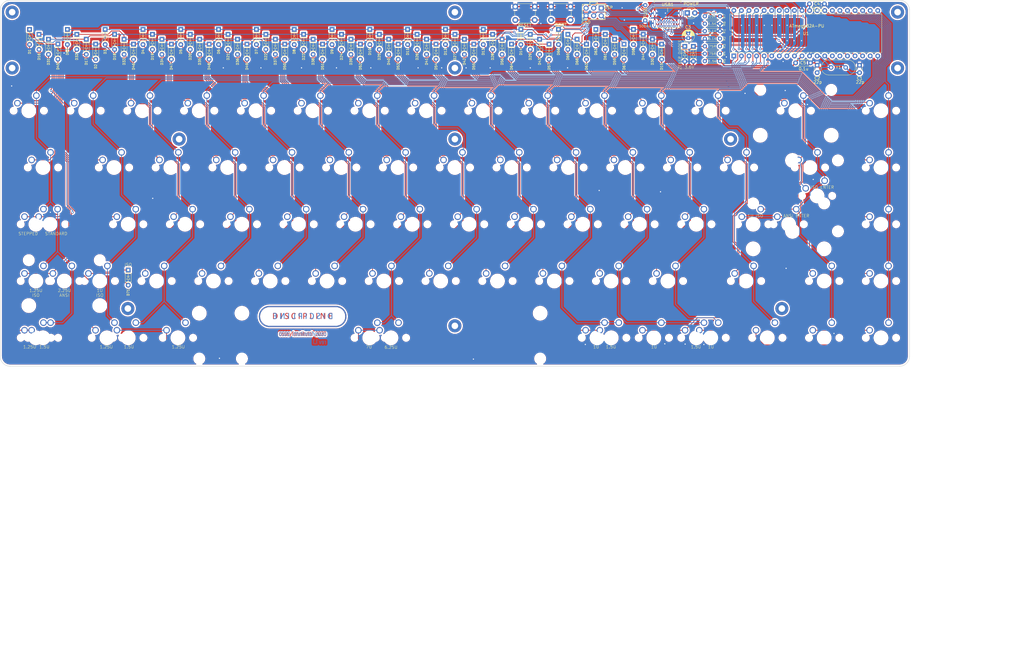
<source format=kicad_pcb>
(kicad_pcb (version 20171130) (host pcbnew "(5.1.9)-1")
  (layers (0 F.Cu signal hide) (31 B.Cu signal hide) (34 B.Paste user) (35 F.Paste user) (36 B.SilkS user) (37 F.SilkS user) (38 B.Mask user) (39 F.Mask user) (44 Edge.Cuts user))
  (net 0 "")
  (net 1 GND)
  (net 2 VCC)
  (net 3 row0)
  (net 4 "Net-(D1-Pad2)")
  (net 5 "Net-(D2-Pad2)")
  (net 6 "Net-(D3-Pad2)")
  (net 7 "Net-(D4-Pad2)")
  (net 8 "Net-(D5-Pad2)")
  (net 9 "Net-(D6-Pad2)")
  (net 10 "Net-(D7-Pad2)")
  (net 11 "Net-(D8-Pad2)")
  (net 12 "Net-(D9-Pad2)")
  (net 13 "Net-(D10-Pad2)")
  (net 14 "Net-(D11-Pad2)")
  (net 15 "Net-(D12-Pad2)")
  (net 16 "Net-(D13-Pad2)")
  (net 17 "Net-(D14-Pad2)")
  (net 18 "Net-(D15-Pad2)")
  (net 19 row1)
  (net 20 "Net-(D16-Pad2)")
  (net 21 "Net-(D17-Pad2)")
  (net 22 "Net-(D18-Pad2)")
  (net 23 "Net-(D19-Pad2)")
  (net 24 "Net-(D20-Pad2)")
  (net 25 "Net-(D21-Pad2)")
  (net 26 "Net-(D22-Pad2)")
  (net 27 "Net-(D23-Pad2)")
  (net 28 "Net-(D24-Pad2)")
  (net 29 "Net-(D25-Pad2)")
  (net 30 "Net-(D26-Pad2)")
  (net 31 "Net-(D27-Pad2)")
  (net 32 "Net-(D28-Pad2)")
  (net 33 "Net-(D29-Pad2)")
  (net 34 "Net-(D30-Pad2)")
  (net 35 "Net-(D31-Pad2)")
  (net 36 row2)
  (net 37 "Net-(D32-Pad2)")
  (net 38 "Net-(D33-Pad2)")
  (net 39 "Net-(D34-Pad2)")
  (net 40 "Net-(D35-Pad2)")
  (net 41 "Net-(D36-Pad2)")
  (net 42 "Net-(D37-Pad2)")
  (net 43 "Net-(D38-Pad2)")
  (net 44 "Net-(D39-Pad2)")
  (net 45 "Net-(D40-Pad2)")
  (net 46 "Net-(D41-Pad2)")
  (net 47 "Net-(D42-Pad2)")
  (net 48 "Net-(D43-Pad2)")
  (net 49 "Net-(D44-Pad2)")
  (net 50 row3)
  (net 51 "Net-(D45-Pad2)")
  (net 52 "Net-(D46-Pad2)")
  (net 53 "Net-(D47-Pad2)")
  (net 54 "Net-(D48-Pad2)")
  (net 55 "Net-(D49-Pad2)")
  (net 56 "Net-(D50-Pad2)")
  (net 57 "Net-(D51-Pad2)")
  (net 58 "Net-(D52-Pad2)")
  (net 59 "Net-(D53-Pad2)")
  (net 60 "Net-(D54-Pad2)")
  (net 61 "Net-(D55-Pad2)")
  (net 62 "Net-(D56-Pad2)")
  (net 63 "Net-(D57-Pad2)")
  (net 64 "Net-(D58-Pad2)")
  (net 65 "Net-(D59-Pad2)")
  (net 66 row4)
  (net 67 "Net-(D60-Pad2)")
  (net 68 "Net-(D61-Pad2)")
  (net 69 "Net-(D62-Pad2)")
  (net 70 "Net-(D63-Pad2)")
  (net 71 "Net-(D64-Pad2)")
  (net 72 "Net-(D65-Pad2)")
  (net 73 "Net-(D66-Pad2)")
  (net 74 "Net-(D67-Pad2)")
  (net 75 col0)
  (net 76 col1)
  (net 77 col2)
  (net 78 col3)
  (net 79 col4)
  (net 80 col5)
  (net 81 col6)
  (net 82 col7)
  (net 83 col8)
  (net 84 col9)
  (net 85 col10)
  (net 86 col11)
  (net 87 col12)
  (net 88 col13)
  (net 89 col14)
  (net 90 "Net-(R1-Pad2)")
  (net 91 "Net-(D68-Pad2)")
  (net 92 "Net-(R2-Pad1)")
  (net 93 "Net-(USB1-PadB8)")
  (net 94 "Net-(USB1-PadA8)")
  (net 95 reset)
  (net 96 +5V)
  (net 97 "Net-(U1-Pad29)")
  (net 98 "Net-(U1-Pad32)")
  (net 99 "Net-(U1-Pad33)")
  (net 100 "Net-(U1-Pad14)")
  (net 101 "Net-(U1-Pad34)")
  (net 102 "Net-(U1-Pad35)")
  (net 103 D+)
  (net 104 D-)
  (net 105 "Net-(C1-Pad1)")
  (net 106 "Net-(C2-Pad1)")
  (net 107 "Net-(D69-Pad1)")
  (net 108 "Net-(D70-Pad1)")
  (net 109 MOSI)
  (net 110 SCK)
  (net 111 MISO)
  (net 112 "Net-(LED1-Pad1)")
  (net 113 boot)
  (net 114 "Net-(U1-Pad15)")
  (net 115 "Net-(D71-Pad2)")
  (module logos:rev1-1_16mm_copper (layer B.Cu) (at 155.2448 173.99 180)
    (fp_text reference G*** hide)
    (fp_text value LOGO hide)
    (fp_circle (center -4.0894 1.015796) (end -4.032604 1.015796) (layer B.Cu) (width 0.15))
    (fp_poly (pts (xy -3.458828 0.889) (xy -3.621106 0.889) (xy -3.621106 2.355971) (xy -3.755644 2.271587) (xy -3.795297 2.24677) (xy -3.831554 2.224181) (xy -3.862495 2.205008) (xy -3.8862 2.190439) (xy -3.90075 2.18166) (xy -3.90381 2.179909) (xy -3.90959 2.177495) (xy -3.913446 2.179038) (xy -3.91576 2.186685) (xy -3.916912 2.202584) (xy -3.917285 2.228884) (xy -3.917285 2.255766) (xy -3.91713 2.338917) (xy -3.802417 2.414764) (xy -3.687705 2.490612) (xy -3.458828 2.490612) (xy -3.458828 0.889)) (layer B.Cu) (width 0.01))
    (fp_poly (pts (xy -6.679361 2.050965) (xy -6.646194 2.047446) (xy -6.613032 2.042149) (xy -6.586649 2.036172) (xy -6.585012 2.03569) (xy -6.53718 2.015265) (xy -6.490812 1.984671) (xy -6.450722 1.947447) (xy -6.431165 1.922639) (xy -6.412826 1.89293) (xy -6.398003 1.862104) (xy -6.386362 1.828309) (xy -6.377571 1.789696) (xy -6.371297 1.744414) (xy -6.367207 1.690613) (xy -6.36497 1.626443) (xy -6.364251 1.550459) (xy -6.364112 1.397) (xy -6.886223 1.397) (xy -6.886223 1.292448) (xy -6.88539 1.237829) (xy -6.882523 1.194576) (xy -6.877066 1.160022) (xy -6.868464 1.1315) (xy -6.856164 1.106342) (xy -6.843538 1.087191) (xy -6.812623 1.055715) (xy -6.773013 1.034902) (xy -6.724293 1.02457) (xy -6.695723 1.02328) (xy -6.643104 1.028483) (xy -6.60005 1.044036) (xy -6.566335 1.070136) (xy -6.541731 1.106979) (xy -6.526012 1.154763) (xy -6.522732 1.172987) (xy -6.517732 1.2065) (xy -6.364112 1.2065) (xy -6.364112 1.172705) (xy -6.366044 1.145849) (xy -6.370976 1.114696) (xy -6.374661 1.098407) (xy -6.397247 1.0362) (xy -6.430009 0.983765) (xy -6.472852 0.941196) (xy -6.525686 0.908588) (xy -6.581814 0.887804) (xy -6.621286 0.880205) (xy -6.668725 0.876133) (xy -6.718819 0.875629) (xy -6.766257 0.878736) (xy -6.80573 0.885494) (xy -6.807873 0.886055) (xy -6.869563 0.909587) (xy -6.923349 0.9445) (xy -6.96852 0.990036) (xy -7.004366 1.045437) (xy -7.030176 1.109945) (xy -7.035349 1.128889) (xy -7.038041 1.14728) (xy -7.040331 1.177809) (xy -7.042217 1.218521) (xy -7.043701 1.267458) (xy -7.044783 1.322667) (xy -7.045462 1.38219) (xy -7.04574 1.444072) (xy -7.045616 1.506357) (xy -7.04528 1.545167) (xy -6.887489 1.545167) (xy -6.524911 1.545167) (xy -6.527775 1.656292) (xy -6.529094 1.699709) (xy -6.530721 1.7318) (xy -6.533029 1.755352) (xy -6.536388 1.77315) (xy -6.541171 1.787979) (xy -6.547138 1.801373) (xy -6.572587 1.843738) (xy -6.602591 1.873536) (xy -6.639159 1.892023) (xy -6.684298 1.900456) (xy -6.706828 1.901305) (xy -6.736951 1.900835) (xy -6.758058 1.898429) (xy -6.775224 1.892908) (xy -6.793523 1.883097) (xy -6.79855 1.880033) (xy -6.819777 1.864875) (xy -6.836206 1.847109) (xy -6.851716 1.822178) (xy -6.858 1.810221) (xy -6.867402 1.791442) (xy -6.874104 1.775895) (xy -6.878628 1.760567) (xy -6.881495 1.74244) (xy -6.883226 1.7185) (xy -6.884343 1.685731) (xy -6.885092 1.653508) (xy -6.887489 1.545167) (xy -7.04528 1.545167) (xy -7.04509 1.56709) (xy -7.044163 1.624313) (xy -7.042835 1.676073) (xy -7.041106 1.720411) (xy -7.038977 1.755374) (xy -7.036447 1.779004) (xy -7.035271 1.785056) (xy -7.011434 1.856401) (xy -6.978477 1.917259) (xy -6.936875 1.967273) (xy -6.887105 2.00609) (xy -6.829643 2.033351) (xy -6.764965 2.048702) (xy -6.693548 2.051787) (xy -6.679361 2.050965)) (layer B.Cu) (width 0.01))
    (fp_poly (pts (xy -7.210778 1.905) (xy -7.237237 1.904947) (xy -7.300656 1.899464) (xy -7.361678 1.884053) (xy -7.418062 1.859887) (xy -7.467569 1.828138) (xy -7.507956 1.789977) (xy -7.535924 1.748686) (xy -7.54318 1.734127) (xy -7.549341 1.720263) (xy -7.554498 1.705848) (xy -7.558739 1.689638) (xy -7.562155 1.670386) (xy -7.564835 1.646846) (xy -7.566869 1.617773) (xy -7.568346 1.58192) (xy -7.569357 1.538041) (xy -7.569991 1.484892) (xy -7.570338 1.421226) (xy -7.570488 1.345797) (xy -7.570528 1.268237) (xy -7.570612 0.889) (xy -7.732889 0.889) (xy -7.732889 2.032) (xy -7.570612 2.032) (xy -7.570612 1.875994) (xy -7.525923 1.920484) (xy -7.464274 1.972524) (xy -7.396827 2.011848) (xy -7.324104 2.038202) (xy -7.256479 2.050434) (xy -7.210778 2.055116) (xy -7.210778 1.905)) (layer B.Cu) (width 0.01))
    (fp_poly (pts (xy -5.478265 2.031827) (xy -5.455233 2.03107) (xy -5.441835 2.029372) (xy -5.435834 2.02638) (xy -5.434993 2.021736) (xy -5.435504 2.019653) (xy -5.437931 2.011051) (xy -5.443837 1.989908) (xy -5.452928 1.957282) (xy -5.464911 1.914227) (xy -5.479492 1.861802) (xy -5.496377 1.801062) (xy -5.515273 1.733064) (xy -5.535884 1.658866) (xy -5.557919 1.579522) (xy -5.581082 1.496091) (xy -5.588024 1.471084) (xy -5.611558 1.386339) (xy -5.634129 1.305143) (xy -5.655433 1.228579) (xy -5.675167 1.157732) (xy -5.69303 1.093685) (xy -5.708718 1.037523) (xy -5.721929 0.990331) (xy -5.73236 0.953192) (xy -5.739708 0.927191) (xy -5.743671 0.913412) (xy -5.74412 0.911931) (xy -5.751373 0.889) (xy -5.897351 0.889) (xy -5.904689 0.911931) (xy -5.908377 0.924297) (xy -5.915361 0.948537) (xy -5.925296 0.983415) (xy -5.937836 1.027698) (xy -5.952637 1.080149) (xy -5.969352 1.139534) (xy -5.987638 1.204618) (xy -6.007149 1.274166) (xy -6.027539 1.346943) (xy -6.048465 1.421715) (xy -6.06958 1.497246) (xy -6.090539 1.572302) (xy -6.110998 1.645647) (xy -6.130611 1.716047) (xy -6.149034 1.782267) (xy -6.16592 1.843071) (xy -6.180926 1.897225) (xy -6.193705 1.943495) (xy -6.203913 1.980644) (xy -6.211205 2.007439) (xy -6.215235 2.022644) (xy -6.215945 2.025705) (xy -6.209355 2.028184) (xy -6.19144 2.030203) (xy -6.164986 2.031546) (xy -6.134806 2.032) (xy -6.102861 2.031773) (xy -6.076836 2.031156) (xy -6.059519 2.030245) (xy -6.053667 2.029206) (xy -6.05198 2.021851) (xy -6.047153 2.002249) (xy -6.039538 1.971781) (xy -6.029487 1.93183) (xy -6.017354 1.883778) (xy -6.003489 1.829008) (xy -5.988244 1.768902) (xy -5.971973 1.704842) (xy -5.955027 1.63821) (xy -5.937758 1.57039) (xy -5.920519 1.502763) (xy -5.903661 1.436711) (xy -5.887537 1.373618) (xy -5.872498 1.314865) (xy -5.858898 1.261836) (xy -5.847088 1.215911) (xy -5.837419 1.178474) (xy -5.830246 1.150907) (xy -5.825919 1.134592) (xy -5.824752 1.13057) (xy -5.822769 1.136887) (xy -5.817644 1.155734) (xy -5.809674 1.185956) (xy -5.799156 1.226396) (xy -5.78639 1.275901) (xy -5.771672 1.333313) (xy -5.755301 1.397478) (xy -5.737574 1.46724) (xy -5.718789 1.541443) (xy -5.715641 1.553903) (xy -5.696495 1.629706) (xy -5.678221 1.70203) (xy -5.661139 1.769614) (xy -5.645567 1.831198) (xy -5.631825 1.885522) (xy -5.620231 1.931326) (xy -5.611104 1.967349) (xy -5.604762 1.992333) (xy -5.601525 2.005016) (xy -5.601388 2.005542) (xy -5.594512 2.032) (xy -5.51317 2.032) (xy -5.478265 2.031827)) (layer B.Cu) (width 0.01))
    (fp_poly (pts (xy -4.557889 0.889) (xy -4.720167 0.889) (xy -4.720167 2.355971) (xy -4.854705 2.271587) (xy -4.894358 2.24677) (xy -4.930615 2.224181) (xy -4.961556 2.205008) (xy -4.985261 2.190439) (xy -4.999811 2.18166) (xy -5.002871 2.179909) (xy -5.008651 2.177495) (xy -5.012507 2.179038) (xy -5.014821 2.186685) (xy -5.015973 2.202584) (xy -5.016346 2.228884) (xy -5.016346 2.255766) (xy -5.016191 2.338917) (xy -4.901478 2.414764) (xy -4.786766 2.490612) (xy -4.557889 2.490612) (xy -4.557889 0.889)) (layer B.Cu) (width 0.01))
  )
  (module logos:rev1-1_16mm_mask (layer B.Cu) (at 155.2448 173.99 180)
    (fp_text reference G*** hide)
    (fp_text value LOGO hide)
  )
  (module logos:coseyfannitutti_rev1_16mm_copper (layer B.Cu) (at 155.274997 168.3258 180)
    (fp_text reference G*** hide)
    (fp_text value LOGO hide)
    (fp_poly (pts (xy -4.230759 -0.933097) (xy -4.22656 -0.948119) (xy -4.219132 -0.975106) (xy -4.208926 -1.012402) (xy -4.196391 -1.058349) (xy -4.181976 -1.11129) (xy -4.166131 -1.169566) (xy -4.149306 -1.23152) (xy -4.13195 -1.295495) (xy -4.114512 -1.359833) (xy -4.097442 -1.422877) (xy -4.081189 -1.482969) (xy -4.066203 -1.538452) (xy -4.052934 -1.587668) (xy -4.041831 -1.628959) (xy -4.033343 -1.660668) (xy -4.028422 -1.679222) (xy -4.020736 -1.707433) (xy -4.013821 -1.730972) (xy -4.008809 -1.746052) (xy -4.007642 -1.748772) (xy -4.005108 -1.743818) (xy -3.999503 -1.726284) (xy -3.991125 -1.697293) (xy -3.980275 -1.657966) (xy -3.967254 -1.609426) (xy -3.952361 -1.552795) (xy -3.935897 -1.489195) (xy -3.918162 -1.419749) (xy -3.899456 -1.345578) (xy -3.894857 -1.327202) (xy -3.787095 -0.896055) (xy -3.706825 -0.896055) (xy -3.669896 -0.89648) (xy -3.645353 -0.897883) (xy -3.631495 -0.900454) (xy -3.626619 -0.904382) (xy -3.626556 -0.905016) (xy -3.628344 -0.91591) (xy -3.633049 -0.936129) (xy -3.63968 -0.961437) (xy -3.640172 -0.963225) (xy -3.643928 -0.977024) (xy -3.651055 -1.003435) (xy -3.661282 -1.041439) (xy -3.674334 -1.090017) (xy -3.689939 -1.148148) (xy -3.707822 -1.214814) (xy -3.72771 -1.288994) (xy -3.74933 -1.369669) (xy -3.772408 -1.45582) (xy -3.796671 -1.546426) (xy -3.821846 -1.640469) (xy -3.831078 -1.674964) (xy -3.856482 -1.769597) (xy -3.881137 -1.86086) (xy -3.904768 -1.947765) (xy -3.927097 -2.029323) (xy -3.94785 -2.104546) (xy -3.966751 -2.172444) (xy -3.983524 -2.232029) (xy -3.997893 -2.282312) (xy -4.009582 -2.322305) (xy -4.018316 -2.351018) (xy -4.023818 -2.367464) (xy -4.025024 -2.37033) (xy -4.052971 -2.413651) (xy -4.089292 -2.448866) (xy -4.135006 -2.476524) (xy -4.19113 -2.497174) (xy -4.258684 -2.511366) (xy -4.29507 -2.516003) (xy -4.339167 -2.520656) (xy -4.339167 -2.365543) (xy -4.294862 -2.361986) (xy -4.243214 -2.351521) (xy -4.198975 -2.329055) (xy -4.162254 -2.294663) (xy -4.134791 -2.251736) (xy -4.12727 -2.233308) (xy -4.117831 -2.205219) (xy -4.10737 -2.170762) (xy -4.096784 -2.133228) (xy -4.08697 -2.095907) (xy -4.078824 -2.062092) (xy -4.073242 -2.035075) (xy -4.071123 -2.018145) (xy -4.071122 -2.018022) (xy -4.073116 -2.008679) (xy -4.078914 -1.986882) (xy -4.088211 -1.953678) (xy -4.1007 -1.910111) (xy -4.116075 -1.857228) (xy -4.13403 -1.796073) (xy -4.154258 -1.727693) (xy -4.176453 -1.653133) (xy -4.20031 -1.573438) (xy -4.225521 -1.489655) (xy -4.236862 -1.452103) (xy -4.262505 -1.367241) (xy -4.286935 -1.286304) (xy -4.309848 -1.210303) (xy -4.330941 -1.140252) (xy -4.349908 -1.077162) (xy -4.366447 -1.022047) (xy -4.380253 -0.975919) (xy -4.391023 -0.93979) (xy -4.398451 -0.914673) (xy -4.402234 -0.90158) (xy -4.402667 -0.899873) (xy -4.396078 -0.898365) (xy -4.378172 -0.897139) (xy -4.351743 -0.896325) (xy -4.322029 -0.896055) (xy -4.241391 -0.896055) (xy -4.230759 -0.933097)) (layer B.Cu) (width 0.01))
    (fp_poly (pts (xy -7.375227 -0.87712) (xy -7.303354 -0.888027) (xy -7.2397 -0.909786) (xy -7.184826 -0.942005) (xy -7.139292 -0.984289) (xy -7.103657 -1.036246) (xy -7.083435 -1.082253) (xy -7.077514 -1.103344) (xy -7.071786 -1.130912) (xy -7.066706 -1.161524) (xy -7.062731 -1.191752) (xy -7.060317 -1.218162) (xy -7.059922 -1.237324) (xy -7.06171 -1.245579) (xy -7.069696 -1.246939) (xy -7.088654 -1.24802) (xy -7.115443 -1.248686) (xy -7.136897 -1.248833) (xy -7.20883 -1.248833) (xy -7.213623 -1.202048) (xy -7.221316 -1.155682) (xy -7.234623 -1.119116) (xy -7.255024 -1.088663) (xy -7.262289 -1.080645) (xy -7.28993 -1.055597) (xy -7.318156 -1.039283) (xy -7.35096 -1.030193) (xy -7.392334 -1.026814) (xy -7.404806 -1.026684) (xy -7.450942 -1.029178) (xy -7.487066 -1.037551) (xy -7.516529 -1.053145) (xy -7.542679 -1.077299) (xy -7.548566 -1.084191) (xy -7.558529 -1.09663) (xy -7.566831 -1.108543) (xy -7.573621 -1.121298) (xy -7.579052 -1.136261) (xy -7.583274 -1.1548) (xy -7.58644 -1.178281) (xy -7.588699 -1.208072) (xy -7.590204 -1.24554) (xy -7.591106 -1.292051) (xy -7.591555 -1.348972) (xy -7.591704 -1.417671) (xy -7.591709 -1.474104) (xy -7.59164 -1.774472) (xy -7.575004 -1.80975) (xy -7.550149 -1.849555) (xy -7.517911 -1.87821) (xy -7.477316 -1.896273) (xy -7.427392 -1.904303) (xy -7.409152 -1.904845) (xy -7.363522 -1.902737) (xy -7.327564 -1.895227) (xy -7.297444 -1.880999) (xy -7.269328 -1.858735) (xy -7.266197 -1.855744) (xy -7.236549 -1.81757) (xy -7.217535 -1.772402) (xy -7.210779 -1.724104) (xy -7.210778 -1.723802) (xy -7.210778 -1.700388) (xy -7.055556 -1.700388) (xy -7.055609 -1.719791) (xy -7.060963 -1.776334) (xy -7.075698 -1.833892) (xy -7.098275 -1.888502) (xy -7.127158 -1.936201) (xy -7.150016 -1.963068) (xy -7.188619 -1.994176) (xy -7.236012 -2.020749) (xy -7.286995 -2.040079) (xy -7.308139 -2.045369) (xy -7.341819 -2.050004) (xy -7.383352 -2.052225) (xy -7.427871 -2.052105) (xy -7.470506 -2.049718) (xy -7.506388 -2.045137) (xy -7.519771 -2.042183) (xy -7.583834 -2.018731) (xy -7.637724 -1.985514) (xy -7.681616 -1.942358) (xy -7.715688 -1.889087) (xy -7.740119 -1.825525) (xy -7.740592 -1.823861) (xy -7.743052 -1.812378) (xy -7.745095 -1.796156) (xy -7.746756 -1.773998) (xy -7.748067 -1.744709) (xy -7.749061 -1.707092) (xy -7.74977 -1.659951) (xy -7.750229 -1.602091) (xy -7.75047 -1.532316) (xy -7.750528 -1.464027) (xy -7.750515 -1.387919) (xy -7.750435 -1.32455) (xy -7.750228 -1.272544) (xy -7.749832 -1.230531) (xy -7.749187 -1.197135) (xy -7.748231 -1.170985) (xy -7.746905 -1.150707) (xy -7.745146 -1.134928) (xy -7.742895 -1.122274) (xy -7.740089 -1.111373) (xy -7.736669 -1.10085) (xy -7.734104 -1.093611) (xy -7.704746 -1.029934) (xy -7.666285 -0.97695) (xy -7.619058 -0.93486) (xy -7.563404 -0.903869) (xy -7.499661 -0.884182) (xy -7.428167 -0.876002) (xy -7.375227 -0.87712)) (layer B.Cu) (width 0.01))
    (fp_poly (pts (xy -6.500788 -0.880997) (xy -6.436177 -0.898169) (xy -6.37988 -0.925995) (xy -6.332561 -0.963944) (xy -6.294881 -1.011484) (xy -6.267502 -1.068082) (xy -6.251086 -1.133208) (xy -6.251016 -1.133666) (xy -6.248831 -1.156493) (xy -6.247143 -1.193088) (xy -6.245957 -1.243119) (xy -6.245276 -1.306251) (xy -6.245107 -1.38215) (xy -6.245454 -1.470483) (xy -6.245642 -1.497027) (xy -6.246234 -1.571726) (xy -6.246809 -1.633726) (xy -6.247439 -1.68444) (xy -6.248199 -1.72528) (xy -6.249163 -1.757659) (xy -6.250403 -1.782987) (xy -6.251994 -1.802679) (xy -6.25401 -1.818146) (xy -6.256523 -1.8308) (xy -6.259609 -1.842053) (xy -6.263341 -1.853318) (xy -6.264405 -1.856364) (xy -6.291932 -1.914872) (xy -6.329912 -1.964418) (xy -6.377439 -2.004052) (xy -6.432675 -2.032469) (xy -6.465207 -2.041396) (xy -6.507136 -2.0477) (xy -6.553959 -2.051196) (xy -6.601175 -2.051696) (xy -6.64428 -2.049015) (xy -6.678774 -2.042966) (xy -6.679745 -2.042698) (xy -6.742335 -2.018887) (xy -6.794605 -1.985459) (xy -6.836528 -1.94244) (xy -6.868079 -1.889856) (xy -6.889233 -1.827733) (xy -6.889459 -1.826777) (xy -6.892384 -1.806836) (xy -6.894897 -1.774806) (xy -6.896998 -1.732536) (xy -6.898687 -1.681875) (xy -6.899964 -1.624673) (xy -6.900504 -1.586024) (xy -6.744398 -1.586024) (xy -6.744352 -1.637029) (xy -6.743993 -1.678111) (xy -6.743281 -1.710664) (xy -6.742179 -1.736085) (xy -6.740649 -1.755768) (xy -6.738651 -1.771109) (xy -6.736149 -1.783503) (xy -6.734341 -1.79027) (xy -6.716226 -1.835234) (xy -6.690933 -1.868455) (xy -6.657501 -1.890635) (xy -6.614969 -1.902475) (xy -6.577316 -1.904994) (xy -6.54304 -1.903199) (xy -6.513452 -1.898344) (xy -6.499801 -1.894079) (xy -6.464801 -1.873713) (xy -6.437404 -1.84396) (xy -6.425161 -1.823861) (xy -6.421635 -1.816987) (xy -6.418702 -1.809776) (xy -6.416306 -1.800938) (xy -6.414395 -1.78918) (xy -6.412913 -1.77321) (xy -6.411805 -1.751736) (xy -6.411017 -1.723468) (xy -6.410495 -1.687112) (xy -6.410185 -1.641377) (xy -6.41003 -1.584972) (xy -6.409978 -1.516604) (xy -6.409973 -1.464027) (xy -6.409973 -1.132416) (xy -6.429563 -1.09909) (xy -6.457864 -1.064076) (xy -6.495102 -1.03991) (xy -6.540998 -1.026755) (xy -6.556656 -1.024961) (xy -6.609069 -1.026375) (xy -6.653836 -1.039396) (xy -6.690577 -1.063824) (xy -6.718914 -1.099458) (xy -6.726886 -1.114777) (xy -6.730459 -1.123037) (xy -6.733417 -1.131869) (xy -6.735828 -1.142656) (xy -6.737764 -1.156778) (xy -6.739292 -1.175618) (xy -6.740483 -1.200557) (xy -6.741407 -1.232977) (xy -6.742132 -1.27426) (xy -6.742729 -1.325786) (xy -6.743267 -1.388939) (xy -6.7437 -1.448661) (xy -6.744168 -1.5237) (xy -6.744398 -1.586024) (xy -6.900504 -1.586024) (xy -6.900829 -1.562777) (xy -6.901282 -1.498037) (xy -6.901321 -1.432301) (xy -6.900949 -1.367419) (xy -6.900163 -1.30524) (xy -6.898964 -1.247612) (xy -6.897352 -1.196384) (xy -6.895327 -1.153405) (xy -6.892888 -1.120524) (xy -6.890036 -1.09959) (xy -6.889518 -1.097385) (xy -6.86699 -1.036314) (xy -6.833943 -0.984318) (xy -6.791031 -0.941859) (xy -6.738911 -0.909398) (xy -6.678239 -0.887396) (xy -6.609671 -0.876314) (xy -6.573051 -0.875011) (xy -6.500788 -0.880997)) (layer B.Cu) (width 0.01))
    (fp_poly (pts (xy -5.694179 -0.877409) (xy -5.634133 -0.887692) (xy -5.578664 -0.905872) (xy -5.530372 -0.931891) (xy -5.499257 -0.957686) (xy -5.47246 -0.992344) (xy -5.44949 -1.03627) (xy -5.432557 -1.084714) (xy -5.426087 -1.114777) (xy -5.420626 -1.148624) (xy -5.418512 -1.170903) (xy -5.421812 -1.184017) (xy -5.432588 -1.19037) (xy -5.452906 -1.192364) (xy -5.484829 -1.192404) (xy -5.49275 -1.192388) (xy -5.566834 -1.192388) (xy -5.566834 -1.172502) (xy -5.572623 -1.131052) (xy -5.588595 -1.091661) (xy -5.612656 -1.057589) (xy -5.642709 -1.032095) (xy -5.663565 -1.02198) (xy -5.694157 -1.015206) (xy -5.731492 -1.012706) (xy -5.770443 -1.014278) (xy -5.80588 -1.01972) (xy -5.832294 -1.028631) (xy -5.868589 -1.05492) (xy -5.895526 -1.090901) (xy -5.912435 -1.135149) (xy -5.918649 -1.186239) (xy -5.917784 -1.211001) (xy -5.909932 -1.254735) (xy -5.893256 -1.291336) (xy -5.866592 -1.32199) (xy -5.828775 -1.347883) (xy -5.778641 -1.370202) (xy -5.752823 -1.379054) (xy -5.686419 -1.400434) (xy -5.631977 -1.418492) (xy -5.587947 -1.433971) (xy -5.552776 -1.447613) (xy -5.524913 -1.46016) (xy -5.502808 -1.472354) (xy -5.48491 -1.484936) (xy -5.469666 -1.49865) (xy -5.455526 -1.514236) (xy -5.446187 -1.52573) (xy -5.417978 -1.571654) (xy -5.399747 -1.625844) (xy -5.39121 -1.689279) (xy -5.390445 -1.717807) (xy -5.39468 -1.793203) (xy -5.407664 -1.857905) (xy -5.429817 -1.912612) (xy -5.461556 -1.958021) (xy -5.503303 -1.994829) (xy -5.555475 -2.023734) (xy -5.580196 -2.033541) (xy -5.602268 -2.040124) (xy -5.627719 -2.044726) (xy -5.659834 -2.047745) (xy -5.701897 -2.049581) (xy -5.715 -2.049917) (xy -5.751774 -2.050485) (xy -5.78476 -2.050491) (xy -5.810715 -2.049969) (xy -5.826398 -2.048953) (xy -5.827889 -2.048719) (xy -5.893723 -2.03058) (xy -5.949229 -2.003189) (xy -5.994689 -1.966216) (xy -6.030388 -1.919334) (xy -6.056609 -1.862214) (xy -6.073637 -1.794527) (xy -6.078585 -1.758597) (xy -6.083275 -1.7145) (xy -5.935666 -1.7145) (xy -5.930917 -1.755069) (xy -5.919048 -1.807068) (xy -5.896903 -1.849471) (xy -5.864762 -1.882045) (xy -5.822902 -1.904562) (xy -5.771604 -1.916789) (xy -5.732639 -1.919111) (xy -5.67528 -1.913869) (xy -5.627432 -1.898322) (xy -5.589369 -1.87274) (xy -5.561369 -1.83739) (xy -5.543708 -1.792541) (xy -5.53666 -1.738463) (xy -5.536538 -1.728315) (xy -5.538581 -1.690705) (xy -5.544121 -1.6627) (xy -5.547599 -1.654085) (xy -5.569292 -1.622969) (xy -5.600834 -1.595488) (xy -5.643389 -1.570921) (xy -5.698119 -1.54855) (xy -5.739695 -1.535164) (xy -5.78896 -1.519619) (xy -5.836796 -1.502804) (xy -5.880133 -1.485916) (xy -5.9159 -1.470151) (xy -5.940778 -1.45686) (xy -5.968538 -1.435295) (xy -5.997024 -1.406496) (xy -6.022026 -1.375213) (xy -6.039336 -1.3462) (xy -6.039908 -1.344931) (xy -6.057169 -1.291867) (xy -6.065419 -1.23365) (xy -6.06513 -1.173057) (xy -6.056775 -1.112865) (xy -6.040825 -1.05585) (xy -6.017754 -1.004788) (xy -5.988032 -0.962456) (xy -5.972164 -0.946597) (xy -5.928192 -0.916476) (xy -5.875809 -0.894558) (xy -5.817614 -0.880781) (xy -5.756205 -0.875085) (xy -5.694179 -0.877409)) (layer B.Cu) (width 0.01))
    (fp_poly (pts (xy -4.80293 -0.885255) (xy -4.740515 -0.904962) (xy -4.685464 -0.935574) (xy -4.639195 -0.976048) (xy -4.603124 -1.02534) (xy -4.596747 -1.037166) (xy -4.585207 -1.060771) (xy -4.576021 -1.082457) (xy -4.568888 -1.104279) (xy -4.563506 -1.128293) (xy -4.559576 -1.156555) (xy -4.556794 -1.191121) (xy -4.554861 -1.234046) (xy -4.553475 -1.287386) (xy -4.55256 -1.338791) (xy -4.549498 -1.531055) (xy -5.074368 -1.531055) (xy -5.071339 -1.649236) (xy -5.069795 -1.697018) (xy -5.067788 -1.733024) (xy -5.065072 -1.759586) (xy -5.061398 -1.779036) (xy -5.05652 -1.793709) (xy -5.055873 -1.79519) (xy -5.029756 -1.840199) (xy -4.99682 -1.873028) (xy -4.956314 -1.894157) (xy -4.907488 -1.904067) (xy -4.884361 -1.905) (xy -4.849578 -1.903183) (xy -4.819766 -1.898256) (xy -4.806371 -1.894042) (xy -4.767975 -1.870637) (xy -4.737643 -1.836879) (xy -4.716914 -1.794928) (xy -4.708211 -1.75635) (xy -4.704091 -1.721555) (xy -4.550834 -1.721555) (xy -4.550918 -1.758597) (xy -4.557635 -1.820331) (xy -4.57676 -1.878874) (xy -4.607174 -1.931571) (xy -4.639184 -1.968022) (xy -4.68367 -2.003758) (xy -4.731577 -2.029078) (xy -4.785356 -2.044832) (xy -4.847458 -2.051872) (xy -4.882163 -2.052393) (xy -4.915741 -2.051399) (xy -4.947731 -2.049406) (xy -4.972924 -2.046776) (xy -4.979979 -2.045617) (xy -5.038806 -2.027058) (xy -5.092052 -1.996239) (xy -5.138593 -1.954287) (xy -5.177301 -1.902333) (xy -5.207051 -1.841504) (xy -5.218754 -1.806222) (xy -5.222022 -1.793469) (xy -5.224695 -1.779623) (xy -5.226832 -1.763185) (xy -5.228491 -1.742658) (xy -5.22973 -1.716546) (xy -5.230607 -1.683351) (xy -5.231181 -1.641577) (xy -5.231511 -1.589727) (xy -5.231654 -1.526303) (xy -5.231675 -1.474611) (xy -5.231589 -1.396974) (xy -5.231231 -1.331881) (xy -5.230739 -1.298569) (xy -5.072945 -1.298569) (xy -5.072945 -1.382888) (xy -4.713112 -1.382888) (xy -4.713112 -1.285232) (xy -4.714037 -1.232002) (xy -4.717193 -1.189927) (xy -4.723146 -1.156151) (xy -4.732466 -1.127817) (xy -4.74572 -1.102068) (xy -4.751275 -1.093316) (xy -4.780068 -1.061847) (xy -4.816885 -1.039588) (xy -4.858764 -1.026889) (xy -4.902745 -1.0241) (xy -4.945869 -1.031572) (xy -4.985176 -1.049653) (xy -5.0033 -1.063523) (xy -5.027823 -1.089622) (xy -5.046319 -1.119222) (xy -5.059428 -1.154486) (xy -5.067793 -1.197582) (xy -5.072055 -1.250675) (xy -5.072945 -1.298569) (xy -5.230739 -1.298569) (xy -5.230431 -1.277764) (xy -5.229019 -1.233055) (xy -5.226827 -1.196186) (xy -5.223684 -1.16559) (xy -5.219421 -1.1397) (xy -5.213868 -1.116948) (xy -5.206857 -1.095766) (xy -5.198217 -1.074587) (xy -5.187779 -1.051843) (xy -5.185424 -1.046891) (xy -5.152181 -0.992748) (xy -5.109354 -0.94822) (xy -5.058134 -0.913811) (xy -4.999714 -0.890024) (xy -4.935284 -0.877362) (xy -4.866035 -0.87633) (xy -4.80293 -0.885255)) (layer B.Cu) (width 0.01))
    (fp_poly (pts (xy -2.470246 -0.886502) (xy -2.407071 -0.905394) (xy -2.353439 -0.934264) (xy -2.308784 -0.973485) (xy -2.272541 -1.02343) (xy -2.249084 -1.071701) (xy -2.245903 -1.079735) (xy -2.243169 -1.087668) (xy -2.240844 -1.096589) (xy -2.238889 -1.107591) (xy -2.237264 -1.121763) (xy -2.23593 -1.140195) (xy -2.234848 -1.163979) (xy -2.233979 -1.194204) (xy -2.233284 -1.231962) (xy -2.232723 -1.278342) (xy -2.232259 -1.334435) (xy -2.231851 -1.401332) (xy -2.23146 -1.480123) (xy -2.231048 -1.571898) (xy -2.231034 -1.575152) (xy -2.228984 -2.039055) (xy -2.377723 -2.039055) (xy -2.377723 -1.93816) (xy -2.398592 -1.966969) (xy -2.429156 -1.998359) (xy -2.47022 -2.024229) (xy -2.518622 -2.042605) (xy -2.520499 -2.043112) (xy -2.550144 -2.048312) (xy -2.588625 -2.051329) (xy -2.631165 -2.052164) (xy -2.672987 -2.050816) (xy -2.709315 -2.047287) (xy -2.7305 -2.043093) (xy -2.785542 -2.021961) (xy -2.830884 -1.9916) (xy -2.866755 -1.951634) (xy -2.893381 -1.901687) (xy -2.910991 -1.841383) (xy -2.919811 -1.770346) (xy -2.921 -1.728257) (xy -2.920679 -1.721555) (xy -2.77546 -1.721555) (xy -2.772989 -1.780526) (xy -2.763808 -1.828241) (xy -2.747377 -1.866137) (xy -2.723157 -1.895648) (xy -2.70464 -1.90994) (xy -2.670126 -1.925684) (xy -2.627285 -1.934894) (xy -2.580386 -1.937398) (xy -2.533697 -1.933025) (xy -2.491487 -1.921603) (xy -2.484649 -1.918766) (xy -2.446831 -1.897182) (xy -2.418816 -1.868863) (xy -2.397723 -1.831851) (xy -2.392484 -1.819424) (xy -2.388456 -1.806999) (xy -2.385443 -1.792482) (xy -2.383249 -1.77378) (xy -2.38168 -1.748801) (xy -2.38054 -1.715453) (xy -2.379634 -1.671643) (xy -2.378997 -1.631039) (xy -2.376574 -1.46644) (xy -2.50944 -1.468762) (xy -2.555936 -1.469637) (xy -2.590684 -1.470614) (xy -2.616047 -1.472002) (xy -2.634386 -1.474114) (xy -2.648064 -1.477261) (xy -2.659443 -1.481752) (xy -2.670884 -1.487901) (xy -2.675581 -1.490643) (xy -2.712028 -1.518348) (xy -2.739768 -1.554035) (xy -2.759269 -1.598792) (xy -2.771003 -1.653704) (xy -2.77544 -1.71986) (xy -2.77546 -1.721555) (xy -2.920679 -1.721555) (xy -2.917306 -1.65126) (xy -2.905913 -1.584908) (xy -2.88636 -1.527728) (xy -2.858181 -1.47825) (xy -2.832321 -1.4466) (xy -2.806153 -1.421197) (xy -2.778905 -1.400797) (xy -2.748598 -1.3848) (xy -2.713254 -1.37261) (xy -2.670893 -1.363627) (xy -2.619537 -1.357254) (xy -2.557206 -1.352891) (xy -2.516415 -1.351091) (xy -2.37649 -1.345844) (xy -2.378989 -1.23913) (xy -2.380216 -1.196463) (xy -2.381829 -1.165181) (xy -2.384182 -1.14256) (xy -2.387632 -1.125873) (xy -2.392533 -1.112396) (xy -2.396598 -1.104194) (xy -2.423703 -1.065015) (xy -2.457773 -1.036901) (xy -2.500196 -1.019035) (xy -2.55236 -1.010601) (xy -2.555994 -1.010367) (xy -2.603286 -1.010741) (xy -2.641263 -1.018889) (xy -2.673049 -1.035925) (xy -2.700907 -1.061977) (xy -2.728516 -1.103042) (xy -2.742637 -1.148065) (xy -2.744612 -1.173804) (xy -2.744612 -1.199444) (xy -2.899834 -1.199444) (xy -2.89973 -1.172986) (xy -2.898 -1.151698) (xy -2.893625 -1.123696) (xy -2.888959 -1.101277) (xy -2.868071 -1.040478) (xy -2.836542 -0.988546) (xy -2.795049 -0.94592) (xy -2.744267 -0.913038) (xy -2.684873 -0.89034) (xy -2.617543 -0.878264) (xy -2.543528 -0.877214) (xy -2.470246 -0.886502)) (layer B.Cu) (width 0.01))
    (fp_poly (pts (xy 1.093611 -1.328691) (xy 1.093632 -1.422638) (xy 1.093754 -1.503556) (xy 1.094061 -1.572527) (xy 1.094638 -1.630634) (xy 1.095569 -1.678959) (xy 1.096938 -1.718584) (xy 1.098832 -1.750591) (xy 1.101333 -1.776062) (xy 1.104528 -1.79608) (xy 1.1085 -1.811727) (xy 1.113335 -1.824085) (xy 1.119118 -1.834236) (xy 1.125932 -1.843263) (xy 1.133862 -1.852247) (xy 1.134654 -1.853114) (xy 1.157373 -1.874384) (xy 1.18189 -1.888816) (xy 1.211806 -1.897773) (xy 1.250716 -1.902615) (xy 1.26821 -1.903641) (xy 1.300342 -1.904749) (xy 1.323002 -1.904026) (xy 1.340786 -1.900767) (xy 1.358289 -1.894267) (xy 1.372289 -1.887678) (xy 1.400204 -1.871239) (xy 1.419861 -1.851744) (xy 1.430523 -1.835684) (xy 1.449916 -1.802694) (xy 1.451879 -1.349375) (xy 1.453842 -0.896055) (xy 1.615722 -0.896055) (xy 1.615722 -2.039055) (xy 1.454015 -2.039055) (xy 1.451965 -1.98198) (xy 1.449916 -1.924905) (xy 1.427732 -1.956433) (xy 1.392653 -1.994622) (xy 1.348019 -2.024634) (xy 1.305562 -2.041845) (xy 1.269631 -2.048937) (xy 1.226466 -2.052155) (xy 1.181804 -2.051488) (xy 1.141385 -2.046928) (xy 1.120867 -2.042111) (xy 1.069421 -2.019068) (xy 1.024999 -1.983874) (xy 0.987796 -1.936722) (xy 0.958265 -1.878454) (xy 0.941916 -1.837972) (xy 0.93987 -1.367013) (xy 0.937824 -0.896055) (xy 1.093611 -0.896055) (xy 1.093611 -1.328691)) (layer B.Cu) (width 0.01))
    (fp_poly (pts (xy 5.800826 -0.425822) (xy 5.856133 -0.435094) (xy 5.903985 -0.451653) (xy 5.947191 -0.476486) (xy 5.988558 -0.510577) (xy 5.990454 -0.512376) (xy 6.030597 -0.559388) (xy 6.060563 -0.614649) (xy 6.078305 -0.667674) (xy 6.080557 -0.6836) (xy 6.08257 -0.712235) (xy 6.084345 -0.752178) (xy 6.085881 -0.80203) (xy 6.087179 -0.86039) (xy 6.088239 -0.925859) (xy 6.089062 -0.997035) (xy 6.089648 -1.072519) (xy 6.089997 -1.150911) (xy 6.09011 -1.23081) (xy 6.089985 -1.310817) (xy 6.089625 -1.38953) (xy 6.089029 -1.46555) (xy 6.088198 -1.537477) (xy 6.087131 -1.603911) (xy 6.08583 -1.663451) (xy 6.084293 -1.714697) (xy 6.082522 -1.756248) (xy 6.080517 -1.786706) (xy 6.078279 -1.804669) (xy 6.07808 -1.805565) (xy 6.056177 -1.870378) (xy 6.023343 -1.926409) (xy 5.980064 -1.973162) (xy 5.926829 -2.010145) (xy 5.864125 -2.036864) (xy 5.84379 -2.042739) (xy 5.810701 -2.048495) (xy 5.76868 -2.051713) (xy 5.722612 -2.052409) (xy 5.677384 -2.050597) (xy 5.637883 -2.046294) (xy 5.617014 -2.042015) (xy 5.559566 -2.020508) (xy 5.506863 -1.989068) (xy 5.46162 -1.94978) (xy 5.426555 -1.90473) (xy 5.417663 -1.888922) (xy 5.408902 -1.868203) (xy 5.39912 -1.83971) (xy 5.390367 -1.809441) (xy 5.390009 -1.80805) (xy 5.38741 -1.797287) (xy 5.385162 -1.786056) (xy 5.38324 -1.773302) (xy 5.381617 -1.75797) (xy 5.38027 -1.739003) (xy 5.379172 -1.715348) (xy 5.378298 -1.685948) (xy 5.377623 -1.649748) (xy 5.377122 -1.605693) (xy 5.376769 -1.552727) (xy 5.376539 -1.489796) (xy 5.376407 -1.415844) (xy 5.376346 -1.329815) (xy 5.376333 -1.23825) (xy 5.376347 -1.140154) (xy 5.376408 -1.055112) (xy 5.376542 -0.982066) (xy 5.376773 -0.919958) (xy 5.377129 -0.867731) (xy 5.377634 -0.824327) (xy 5.378315 -0.788689) (xy 5.379197 -0.759758) (xy 5.380307 -0.736477) (xy 5.381275 -0.723194) (xy 5.535083 -0.723194) (xy 5.535083 -1.234722) (xy 5.535103 -1.332656) (xy 5.535181 -1.4175) (xy 5.535338 -1.490272) (xy 5.535598 -1.551992) (xy 5.535983 -1.603681) (xy 5.536518 -1.646358) (xy 5.537226 -1.681043) (xy 5.538128 -1.708756) (xy 5.539249 -1.730517) (xy 5.540612 -1.747346) (xy 5.54224 -1.760262) (xy 5.544155 -1.770286) (xy 5.546381 -1.778437) (xy 5.547485 -1.781751) (xy 5.570012 -1.82829) (xy 5.601257 -1.863779) (xy 5.641306 -1.888276) (xy 5.690243 -1.901835) (xy 5.732638 -1.904862) (xy 5.767057 -1.90374) (xy 5.793169 -1.899687) (xy 5.816651 -1.891671) (xy 5.824361 -1.888184) (xy 5.862456 -1.865069) (xy 5.891468 -1.834801) (xy 5.913941 -1.795638) (xy 5.930194 -1.760361) (xy 5.930194 -0.716138) (xy 5.91352 -0.679259) (xy 5.892997 -0.645012) (xy 5.865295 -0.614) (xy 5.834269 -0.589993) (xy 5.810574 -0.578662) (xy 5.776775 -0.571687) (xy 5.736097 -0.569408) (xy 5.694982 -0.571858) (xy 5.663776 -0.57789) (xy 5.623799 -0.596201) (xy 5.588426 -0.625632) (xy 5.560775 -0.663268) (xy 5.551379 -0.682853) (xy 5.535083 -0.723194) (xy 5.381275 -0.723194) (xy 5.38167 -0.717789) (xy 5.383313 -0.702636) (xy 5.38526 -0.68996) (xy 5.387538 -0.678705) (xy 5.390173 -0.667811) (xy 5.39029 -0.667352) (xy 5.408818 -0.609971) (xy 5.433123 -0.562809) (xy 5.465089 -0.522519) (xy 5.480119 -0.507874) (xy 5.523897 -0.473613) (xy 5.570933 -0.448846) (xy 5.623736 -0.432735) (xy 5.684811 -0.424446) (xy 5.735256 -0.422852) (xy 5.800826 -0.425822)) (layer B.Cu) (width 0.01))
    (fp_poly (pts (xy 7.634335 -0.425624) (xy 7.67398 -0.430461) (xy 7.69193 -0.434213) (xy 7.75448 -0.457192) (xy 7.808818 -0.491354) (xy 7.854166 -0.535888) (xy 7.889748 -0.589983) (xy 7.914786 -0.652828) (xy 7.919807 -0.671906) (xy 7.92183 -0.682413) (xy 7.923584 -0.696222) (xy 7.925086 -0.714309) (xy 7.926354 -0.737651) (xy 7.927406 -0.767225) (xy 7.92826 -0.804007) (xy 7.928935 -0.848973) (xy 7.929447 -0.9031) (xy 7.929815 -0.967364) (xy 7.930057 -1.042741) (xy 7.930191 -1.130209) (xy 7.930235 -1.230743) (xy 7.930235 -1.23825) (xy 7.930222 -1.341192) (xy 7.930142 -1.431055) (xy 7.929931 -1.508868) (xy 7.929528 -1.575664) (xy 7.92887 -1.632472) (xy 7.927894 -1.680324) (xy 7.926539 -1.720251) (xy 7.924742 -1.753284) (xy 7.92244 -1.780453) (xy 7.919572 -1.802791) (xy 7.916074 -1.821327) (xy 7.911884 -1.837093) (xy 7.906941 -1.85112) (xy 7.901181 -1.864438) (xy 7.894541 -1.87808) (xy 7.891095 -1.884905) (xy 7.857388 -1.936169) (xy 7.812758 -1.979894) (xy 7.758968 -2.014721) (xy 7.697781 -2.039294) (xy 7.686734 -2.042363) (xy 7.653219 -2.048265) (xy 7.610964 -2.05163) (xy 7.564817 -2.05246) (xy 7.519626 -2.050756) (xy 7.480237 -2.046521) (xy 7.459588 -2.042289) (xy 7.395774 -2.019108) (xy 7.341843 -1.986285) (xy 7.297074 -1.943153) (xy 7.260744 -1.889048) (xy 7.237268 -1.837408) (xy 7.221361 -1.795638) (xy 7.221361 -1.241777) (xy 7.221374 -1.139996) (xy 7.221431 -1.051341) (xy 7.221508 -1.002135) (xy 7.373903 -1.002135) (xy 7.373931 -1.07879) (xy 7.37418 -1.167531) (xy 7.374594 -1.266472) (xy 7.375054 -1.361917) (xy 7.375517 -1.44429) (xy 7.376011 -1.514634) (xy 7.376567 -1.573986) (xy 7.377212 -1.623388) (xy 7.377978 -1.66388) (xy 7.378892 -1.696502) (xy 7.379985 -1.722294) (xy 7.381286 -1.742296) (xy 7.382824 -1.757548) (xy 7.384629 -1.769091) (xy 7.38673 -1.777965) (xy 7.389156 -1.78521) (xy 7.389248 -1.78545) (xy 7.413361 -1.831501) (xy 7.445845 -1.866285) (xy 7.486884 -1.889921) (xy 7.536661 -1.902526) (xy 7.574138 -1.904862) (xy 7.608557 -1.90374) (xy 7.634669 -1.899687) (xy 7.658151 -1.891671) (xy 7.665861 -1.888184) (xy 7.703956 -1.865069) (xy 7.732968 -1.834801) (xy 7.755441 -1.795638) (xy 7.771694 -1.760361) (xy 7.771694 -0.716138) (xy 7.754975 -0.679156) (xy 7.730609 -0.639791) (xy 7.697176 -0.606098) (xy 7.65881 -0.582206) (xy 7.657198 -0.581498) (xy 7.630316 -0.574212) (xy 7.59517 -0.570458) (xy 7.557108 -0.570243) (xy 7.521478 -0.573571) (xy 7.493627 -0.580449) (xy 7.491498 -0.581323) (xy 7.45712 -0.601461) (xy 7.425947 -0.629184) (xy 7.403065 -0.659873) (xy 7.401249 -0.663276) (xy 7.395838 -0.67468) (xy 7.391148 -0.686886) (xy 7.387133 -0.700922) (xy 7.383749 -0.717812) (xy 7.380949 -0.738582) (xy 7.37869 -0.764259) (xy 7.376925 -0.795867) (xy 7.375609 -0.834433) (xy 7.374697 -0.880983) (xy 7.374144 -0.936541) (xy 7.373903 -1.002135) (xy 7.221508 -1.002135) (xy 7.221551 -0.974826) (xy 7.221759 -0.909468) (xy 7.222075 -0.85428) (xy 7.222522 -0.808278) (xy 7.223122 -0.770477) (xy 7.223898 -0.739891) (xy 7.224871 -0.715536) (xy 7.226063 -0.696426) (xy 7.227496 -0.681577) (xy 7.229194 -0.670003) (xy 7.231177 -0.660719) (xy 7.233468 -0.65274) (xy 7.234675 -0.649111) (xy 7.251715 -0.604776) (xy 7.270108 -0.569459) (xy 7.292756 -0.538148) (xy 7.310535 -0.518206) (xy 7.350976 -0.483825) (xy 7.400522 -0.455008) (xy 7.454477 -0.434367) (xy 7.467305 -0.430982) (xy 7.500531 -0.425795) (xy 7.542711 -0.423221) (xy 7.588946 -0.423187) (xy 7.634335 -0.425624)) (layer B.Cu) (width 0.01))
    (fp_poly (pts (xy 0.5308 -0.728486) (xy 0.532694 -0.892527) (xy 0.747888 -0.896423) (xy 0.747888 -1.044222) (xy 0.528275 -1.044222) (xy 0.530485 -1.41993) (xy 0.532694 -1.795638) (xy 0.54907 -1.828886) (xy 0.565547 -1.855918) (xy 0.585731 -1.874897) (xy 0.612313 -1.887193) (xy 0.647988 -1.89418) (xy 0.682362 -1.896761) (xy 0.747888 -1.899627) (xy 0.747888 -2.046111) (xy 0.675569 -2.045519) (xy 0.639788 -2.04438) (xy 0.604454 -2.041823) (xy 0.575051 -2.0383) (xy 0.564444 -2.036353) (xy 0.536736 -2.028905) (xy 0.509943 -2.019615) (xy 0.49906 -2.014917) (xy 0.466446 -1.992796) (xy 0.435663 -1.960423) (xy 0.409798 -1.921599) (xy 0.393488 -1.884915) (xy 0.390091 -1.874571) (xy 0.387209 -1.864435) (xy 0.384792 -1.853289) (xy 0.382792 -1.839915) (xy 0.381158 -1.823095) (xy 0.379843 -1.801611) (xy 0.378795 -1.774246) (xy 0.377966 -1.73978) (xy 0.377307 -1.696997) (xy 0.376768 -1.644678) (xy 0.3763 -1.581605) (xy 0.375854 -1.50656) (xy 0.3755 -1.441097) (xy 0.37339 -1.044222) (xy 0.254 -1.044222) (xy 0.254 -0.896055) (xy 0.373944 -0.896055) (xy 0.373944 -0.564444) (xy 0.528906 -0.564444) (xy 0.5308 -0.728486)) (layer B.Cu) (width 0.01))
    (fp_poly (pts (xy 2.046111 -0.896055) (xy 2.264833 -0.896055) (xy 2.264833 -1.044222) (xy 2.046111 -1.044222) (xy 2.04642 -1.416402) (xy 2.046525 -1.502259) (xy 2.046743 -1.57518) (xy 2.047161 -1.636342) (xy 2.047865 -1.68692) (xy 2.048944 -1.72809) (xy 2.050482 -1.761027) (xy 2.052568 -1.786907) (xy 2.055287 -1.806907) (xy 2.058727 -1.822202) (xy 2.062975 -1.833966) (xy 2.068117 -1.843378) (xy 2.074241 -1.851611) (xy 2.078954 -1.857074) (xy 2.106149 -1.878315) (xy 2.143402 -1.891688) (xy 2.191627 -1.897485) (xy 2.206625 -1.897789) (xy 2.264833 -1.897944) (xy 2.264833 -2.046111) (xy 2.192513 -2.045281) (xy 2.157811 -2.044373) (xy 2.124608 -2.042625) (xy 2.097885 -2.040337) (xy 2.088034 -2.039004) (xy 2.031849 -2.023507) (xy 1.984959 -1.997552) (xy 1.947258 -1.961018) (xy 1.918641 -1.913781) (xy 1.899001 -1.855719) (xy 1.890765 -1.810337) (xy 1.889479 -1.793425) (xy 1.888268 -1.763986) (xy 1.88716 -1.723604) (xy 1.88618 -1.673864) (xy 1.885353 -1.616349) (xy 1.884707 -1.552644) (xy 1.884268 -1.484333) (xy 1.88406 -1.413) (xy 1.884051 -1.402291) (xy 1.883833 -1.044222) (xy 1.770944 -1.044222) (xy 1.770944 -0.896055) (xy 1.883833 -0.896055) (xy 1.883833 -0.564444) (xy 2.046111 -0.564444) (xy 2.046111 -0.896055)) (layer B.Cu) (width 0.01))
    (fp_poly (pts (xy 2.638777 -0.896055) (xy 2.8575 -0.896055) (xy 2.8575 -1.044222) (xy 2.638777 -1.044222) (xy 2.638777 -1.413751) (xy 2.638828 -1.497617) (xy 2.639003 -1.568544) (xy 2.639332 -1.627707) (xy 2.639848 -1.676279) (xy 2.640581 -1.715432) (xy 2.641564 -1.74634) (xy 2.642829 -1.770175) (xy 2.644406 -1.788112) (xy 2.646327 -1.801322) (xy 2.648624 -1.81098) (xy 2.649546 -1.813804) (xy 2.665772 -1.847431) (xy 2.688333 -1.871661) (xy 2.718962 -1.887466) (xy 2.759394 -1.89582) (xy 2.799291 -1.897789) (xy 2.8575 -1.897944) (xy 2.8575 -2.046111) (xy 2.78518 -2.045281) (xy 2.750397 -2.044365) (xy 2.717035 -2.042595) (xy 2.690113 -2.040276) (xy 2.680198 -2.038932) (xy 2.624426 -2.023682) (xy 2.577985 -1.998136) (xy 2.540436 -1.961888) (xy 2.511343 -1.91453) (xy 2.492886 -1.865068) (xy 2.490243 -1.854625) (xy 2.487985 -1.842082) (xy 2.48607 -1.826241) (xy 2.484459 -1.805905) (xy 2.483109 -1.779877) (xy 2.481981 -1.74696) (xy 2.481035 -1.705958) (xy 2.480228 -1.655673) (xy 2.47952 -1.594908) (xy 2.478871 -1.522466) (xy 2.47824 -1.437151) (xy 2.478219 -1.434041) (xy 2.475541 -1.044222) (xy 2.363611 -1.044222) (xy 2.363611 -0.896055) (xy 2.4765 -0.896055) (xy 2.4765 -0.564444) (xy 2.638777 -0.564444) (xy 2.638777 -0.896055)) (layer B.Cu) (width 0.01))
    (fp_poly (pts (xy -3.040945 -0.585611) (xy -3.114569 -0.585611) (xy -3.15675 -0.586437) (xy -3.188021 -0.589444) (xy -3.211515 -0.595427) (xy -3.230363 -0.605178) (xy -3.247486 -0.619288) (xy -3.262922 -0.638475) (xy -3.274255 -0.663674) (xy -3.281909 -0.696804) (xy -3.286306 -0.73978) (xy -3.287872 -0.794518) (xy -3.287889 -0.802086) (xy -3.287889 -0.896055) (xy -3.040945 -0.896055) (xy -3.040945 -1.030111) (xy -3.287889 -1.030111) (xy -3.287889 -2.039055) (xy -3.450167 -2.039055) (xy -3.450167 -1.030111) (xy -3.570112 -1.030111) (xy -3.570112 -0.896055) (xy -3.510139 -0.896055) (xy -3.482915 -0.895863) (xy -3.461948 -0.89535) (xy -3.450533 -0.894613) (xy -3.449385 -0.894291) (xy -3.44886 -0.887028) (xy -3.447878 -0.867929) (xy -3.446546 -0.839262) (xy -3.444969 -0.803289) (xy -3.443385 -0.765527) (xy -3.441147 -0.717036) (xy -3.438744 -0.680018) (xy -3.435847 -0.651835) (xy -3.432127 -0.629851) (xy -3.427256 -0.611428) (xy -3.422502 -0.597981) (xy -3.397505 -0.551211) (xy -3.3618 -0.509159) (xy -3.318738 -0.475364) (xy -3.293474 -0.461734) (xy -3.274973 -0.453732) (xy -3.258286 -0.448053) (xy -3.240245 -0.444206) (xy -3.217684 -0.441699) (xy -3.187435 -0.44004) (xy -3.146329 -0.438739) (xy -3.145014 -0.438704) (xy -3.040945 -0.435906) (xy -3.040945 -0.585611)) (layer B.Cu) (width 0.01))
    (fp_poly (pts (xy -1.535251 -0.879633) (xy -1.506604 -0.882146) (xy -1.482863 -0.887004) (xy -1.459443 -0.894873) (xy -1.45733 -0.895699) (xy -1.410666 -0.921058) (xy -1.36929 -0.956979) (xy -1.337011 -0.999987) (xy -1.3312 -1.010663) (xy -1.323602 -1.026149) (xy -1.317026 -1.041187) (xy -1.311385 -1.056898) (xy -1.306593 -1.074403) (xy -1.302565 -1.094826) (xy -1.299214 -1.119286) (xy -1.296453 -1.148907) (xy -1.294197 -1.18481) (xy -1.292359 -1.228117) (xy -1.290853 -1.279949) (xy -1.289593 -1.341428) (xy -1.288493 -1.413676) (xy -1.287465 -1.497815) (xy -1.286447 -1.592791) (xy -1.281829 -2.039055) (xy -1.445887 -2.039055) (xy -1.447902 -1.596319) (xy -1.448314 -1.502532) (xy -1.448715 -1.421774) (xy -1.449226 -1.352962) (xy -1.449969 -1.295016) (xy -1.451065 -1.246852) (xy -1.452636 -1.20739) (xy -1.454803 -1.175547) (xy -1.457687 -1.150241) (xy -1.46141 -1.130391) (xy -1.466094 -1.114914) (xy -1.471859 -1.10273) (xy -1.478827 -1.092755) (xy -1.487121 -1.083909) (xy -1.49686 -1.075108) (xy -1.50744 -1.065913) (xy -1.543364 -1.041715) (xy -1.585353 -1.027837) (xy -1.635409 -1.023729) (xy -1.657979 -1.024687) (xy -1.70867 -1.034319) (xy -1.750806 -1.055103) (xy -1.783935 -1.086635) (xy -1.807603 -1.128513) (xy -1.81917 -1.167926) (xy -1.821175 -1.184047) (xy -1.822885 -1.21124) (xy -1.824308 -1.249943) (xy -1.825451 -1.300592) (xy -1.826323 -1.363628) (xy -1.826931 -1.439488) (xy -1.827284 -1.52861) (xy -1.827389 -1.623954) (xy -1.827389 -2.039055) (xy -1.989667 -2.039055) (xy -1.989667 -0.896055) (xy -1.827389 -0.896055) (xy -1.827389 -1.032873) (xy -1.807117 -1.001506) (xy -1.767269 -0.952197) (xy -1.71872 -0.913835) (xy -1.689806 -0.898193) (xy -1.668897 -0.889084) (xy -1.650488 -0.883311) (xy -1.63027 -0.880157) (xy -1.603936 -0.878903) (xy -1.573389 -0.878796) (xy -1.535251 -0.879633)) (layer B.Cu) (width 0.01))
    (fp_poly (pts (xy -0.553862 -0.884993) (xy -0.49847 -0.903716) (xy -0.45227 -0.932083) (xy -0.414837 -0.970617) (xy -0.385752 -1.019846) (xy -0.364591 -1.080294) (xy -0.353456 -1.134667) (xy -0.351624 -1.154189) (xy -0.350025 -1.187373) (xy -0.348667 -1.233768) (xy -0.347557 -1.292927) (xy -0.346701 -1.364399) (xy -0.346108 -1.447738) (xy -0.345785 -1.542493) (xy -0.345723 -1.611782) (xy -0.345723 -2.039055) (xy -0.508 -2.039055) (xy -0.508 -1.608263) (xy -0.508131 -1.504754) (xy -0.508521 -1.413881) (xy -0.509166 -1.335862) (xy -0.510063 -1.270919) (xy -0.511209 -1.219269) (xy -0.512599 -1.181135) (xy -0.51423 -1.156734) (xy -0.515527 -1.147888) (xy -0.533285 -1.103461) (xy -0.561325 -1.06857) (xy -0.599271 -1.043502) (xy -0.646746 -1.028545) (xy -0.67657 -1.024747) (xy -0.728244 -1.025812) (xy -0.773931 -1.036266) (xy -0.81125 -1.055441) (xy -0.82439 -1.06645) (xy -0.836754 -1.079052) (xy -0.847433 -1.091684) (xy -0.856553 -1.10543) (xy -0.864234 -1.121376) (xy -0.870601 -1.140608) (xy -0.875775 -1.164213) (xy -0.879881 -1.193275) (xy -0.88304 -1.228881) (xy -0.885375 -1.272116) (xy -0.88701 -1.324067) (xy -0.888067 -1.385819) (xy -0.888669 -1.458457) (xy -0.88894 -1.543069) (xy -0.889 -1.637509) (xy -0.889 -2.039055) (xy -1.044223 -2.039055) (xy -1.044223 -0.896055) (xy -0.890764 -0.896055) (xy -0.886355 -0.918104) (xy -0.883915 -0.937498) (xy -0.882314 -0.964033) (xy -0.881945 -0.982985) (xy -0.881945 -1.025818) (xy -0.862015 -0.99445) (xy -0.825245 -0.949163) (xy -0.779811 -0.914222) (xy -0.727177 -0.890147) (xy -0.668806 -0.877458) (xy -0.606163 -0.876676) (xy -0.553862 -0.884993)) (layer B.Cu) (width 0.01))
    (fp_poly (pts (xy 0.077611 -2.039055) (xy -0.084667 -2.039055) (xy -0.084667 -0.896055) (xy 0.077611 -0.896055) (xy 0.077611 -2.039055)) (layer B.Cu) (width 0.01))
    (fp_poly (pts (xy 3.224388 -2.039055) (xy 3.062111 -2.039055) (xy 3.062111 -0.896055) (xy 3.224388 -0.896055) (xy 3.224388 -2.039055)) (layer B.Cu) (width 0.01))
    (fp_poly (pts (xy 4.838841 -0.423387) (xy 4.882971 -0.426437) (xy 4.920151 -0.432111) (xy 4.92773 -0.433925) (xy 4.992361 -0.457449) (xy 5.04751 -0.491425) (xy 5.093176 -0.535848) (xy 5.129355 -0.590717) (xy 5.156044 -0.656027) (xy 5.162115 -0.677333) (xy 5.16923 -0.717123) (xy 5.17307 -0.766125) (xy 5.173646 -0.819825) (xy 5.170966 -0.873712) (xy 5.16504 -0.923273) (xy 5.161543 -0.941916) (xy 5.152983 -0.97922) (xy 5.143309 -1.015203) (xy 5.131939 -1.051042) (xy 5.11829 -1.087915) (xy 5.10178 -1.126999) (xy 5.081826 -1.16947) (xy 5.057847 -1.216505) (xy 5.029259 -1.269283) (xy 4.99548 -1.328978) (xy 4.955927 -1.396769) (xy 4.910019 -1.473833) (xy 4.857173 -1.561346) (xy 4.845576 -1.580444) (xy 4.659051 -1.887361) (xy 4.915386 -1.889211) (xy 5.171722 -1.891062) (xy 5.171722 -2.039055) (xy 4.459111 -2.039055) (xy 4.459173 -1.908527) (xy 4.667997 -1.55575) (xy 4.707506 -1.488809) (xy 4.745889 -1.423407) (xy 4.782348 -1.360924) (xy 4.816088 -1.302744) (xy 4.84631 -1.250248) (xy 4.872218 -1.204819) (xy 4.893016 -1.167839) (xy 4.907906 -1.14069) (xy 4.91408 -1.128888) (xy 4.951687 -1.046245) (xy 4.980118 -0.966617) (xy 4.99896 -0.891593) (xy 5.007801 -0.822762) (xy 5.00717 -0.770593) (xy 5.00171 -0.727023) (xy 4.993317 -0.692684) (xy 4.980472 -0.662766) (xy 4.965157 -0.637572) (xy 4.935271 -0.603731) (xy 4.898706 -0.581706) (xy 4.854333 -0.570939) (xy 4.827599 -0.569604) (xy 4.780245 -0.573773) (xy 4.741308 -0.586903) (xy 4.707206 -0.610527) (xy 4.688741 -0.629073) (xy 4.663309 -0.66288) (xy 4.644185 -0.701797) (xy 4.630317 -0.748629) (xy 4.620648 -0.806178) (xy 4.619938 -0.812063) (xy 4.611739 -0.881944) (xy 4.452055 -0.881944) (xy 4.452148 -0.834319) (xy 4.455109 -0.788114) (xy 4.463074 -0.736524) (xy 4.474905 -0.684726) (xy 4.489464 -0.637893) (xy 4.501713 -0.60869) (xy 4.535891 -0.553598) (xy 4.579669 -0.505821) (xy 4.630736 -0.467271) (xy 4.686781 -0.439863) (xy 4.716638 -0.430766) (xy 4.750487 -0.425474) (xy 4.792951 -0.42304) (xy 4.838841 -0.423387)) (layer B.Cu) (width 0.01))
    (fp_poly (pts (xy 6.682705 -0.423537) (xy 6.726835 -0.426744) (xy 6.763442 -0.432514) (xy 6.769277 -0.433937) (xy 6.83364 -0.457389) (xy 6.888471 -0.491159) (xy 6.933629 -0.535033) (xy 6.968976 -0.588799) (xy 6.994371 -0.652243) (xy 7.009673 -0.725151) (xy 7.014742 -0.80731) (xy 7.014741 -0.807861) (xy 7.00999 -0.889873) (xy 6.995642 -0.971653) (xy 6.971097 -1.0554) (xy 6.935759 -1.143311) (xy 6.9071 -1.202972) (xy 6.89427 -1.226985) (xy 6.874918 -1.261509) (xy 6.849934 -1.305049) (xy 6.820209 -1.356107) (xy 6.786632 -1.413188) (xy 6.750095 -1.474795) (xy 6.711487 -1.539433) (xy 6.671699 -1.605605) (xy 6.631621 -1.671815) (xy 6.592144 -1.736566) (xy 6.554158 -1.798363) (xy 6.520817 -1.852083) (xy 6.498802 -1.887361) (xy 6.756012 -1.889211) (xy 7.013222 -1.891062) (xy 7.013222 -2.039055) (xy 6.300611 -2.039055) (xy 6.300611 -1.907743) (xy 6.499137 -1.572996) (xy 6.53804 -1.507221) (xy 6.576094 -1.442544) (xy 6.612435 -1.380453) (xy 6.6462 -1.322442) (xy 6.676524 -1.27) (xy 6.702544 -1.224618) (xy 6.723395 -1.187787) (xy 6.738214 -1.160999) (xy 6.742179 -1.153583) (xy 6.783969 -1.066125) (xy 6.815564 -0.982509) (xy 6.836837 -0.903586) (xy 6.847657 -0.830205) (xy 6.847895 -0.763216) (xy 6.837424 -0.703471) (xy 6.817812 -0.654878) (xy 6.791548 -0.616841) (xy 6.759789 -0.590683) (xy 6.720723 -0.575379) (xy 6.672534 -0.569903) (xy 6.6675 -0.569857) (xy 6.620155 -0.574074) (xy 6.580884 -0.587891) (xy 6.546202 -0.612812) (xy 6.530241 -0.629073) (xy 6.503404 -0.665242) (xy 6.483402 -0.707451) (xy 6.469258 -0.758288) (xy 6.460775 -0.813152) (xy 6.453013 -0.881944) (xy 6.291429 -0.881944) (xy 6.295744 -0.809625) (xy 6.304401 -0.735126) (xy 6.32073 -0.665755) (xy 6.343844 -0.605135) (xy 6.34749 -0.597713) (xy 6.378008 -0.550711) (xy 6.418615 -0.507658) (xy 6.46602 -0.471165) (xy 6.516935 -0.443845) (xy 6.558466 -0.430237) (xy 6.593192 -0.42519) (xy 6.636381 -0.422988) (xy 6.682705 -0.423537)) (layer B.Cu) (width 0.01))
    (fp_poly (pts (xy 0.077611 -0.656166) (xy -0.084667 -0.656166) (xy -0.084667 -0.500944) (xy 0.077611 -0.500944) (xy 0.077611 -0.656166)) (layer B.Cu) (width 0.01))
    (fp_poly (pts (xy 3.224388 -0.656166) (xy 3.062111 -0.656166) (xy 3.062111 -0.500944) (xy 3.224388 -0.500944) (xy 3.224388 -0.656166)) (layer B.Cu) (width 0.01))
  )
  (module logos:coseyfannitutti_16mm (layer B.Cu) (at 155.274997 168.3258 180)
    (fp_text reference G*** hide)
    (fp_text value LOGO hide)
  )
  (module logos:DISCIPLINE_SMALL_COPPER (layer B.Cu) (at 155.195144 163.63421 180)
    (fp_text reference G*** hide)
    (fp_text value LOGO hide)
    (fp_line (start -11.13 -3.52) (end 11.17 -3.52) (layer B.Cu) (width 0.4))
    (fp_line (start -11.11 3.16) (end 11.17 3.16) (layer B.Cu) (width 0.4))
    (fp_poly (pts (xy 9.581616 0.978842) (xy 9.717315 0.976285) (xy 9.807623 0.970596) (xy 9.862489 0.960603) (xy 9.891863 0.94514) (xy 9.905695 0.923036) (xy 9.907152 0.918738) (xy 9.913565 0.839691) (xy 9.905859 0.804471) (xy 9.888554 0.781744) (xy 9.850086 0.766375) (xy 9.779706 0.757013) (xy 9.666666 0.752308) (xy 9.500218 0.75091) (xy 9.479472 0.7509) (xy 9.073642 0.7509) (xy 9.083029 0.448907) (xy 9.092416 0.146915) (xy 9.44338 0.137649) (xy 9.794344 0.128382) (xy 9.794344 -0.065296) (xy 9.076092 -0.065296) (xy 9.076092 -0.781597) (xy 9.908612 -0.799871) (xy 9.908612 -0.995758) (xy 9.40173 -1.004712) (xy 9.186275 -1.006737) (xy 9.029645 -1.003849) (xy 8.925529 -0.99569) (xy 8.867616 -0.981901) (xy 8.854879 -0.973697) (xy 8.842512 -0.929372) (xy 8.832239 -0.830095) (xy 8.824066 -0.686174) (xy 8.817996 -0.507914) (xy 8.814034 -0.305624) (xy 8.812183 -0.089608) (xy 8.812449 0.129824) (xy 8.814835 0.342368) (xy 8.819346 0.537715) (xy 8.825986 0.705559) (xy 8.834758 0.835594) (xy 8.845669 0.917511) (xy 8.854087 0.940257) (xy 8.900342 0.957645) (xy 9.001236 0.969801) (xy 9.160226 0.976979) (xy 9.380768 0.979431) (xy 9.390576 0.979434) (xy 9.581616 0.978842)) (layer B.Cu) (width 0.01))
    (fp_poly (pts (xy 7.566613 -0.006058) (xy 7.557969 -0.995758) (xy 7.443702 -1.005373) (xy 7.350145 -1.000356) (xy 7.278021 -0.975128) (xy 7.274703 -0.972726) (xy 7.245041 -0.933922) (xy 7.188741 -0.845573) (xy 7.110404 -0.715468) (xy 7.014636 -0.551398) (xy 6.906039 -0.361152) (xy 6.789218 -0.152522) (xy 6.7774 -0.131199) (xy 6.334829 0.668064) (xy 6.32609 -0.163847) (xy 6.317352 -0.995758) (xy 6.210765 -1.006025) (xy 6.104178 -1.016291) (xy 6.112821 -0.02659) (xy 6.121465 0.963111) (xy 6.272883 0.972912) (xy 6.373673 0.973471) (xy 6.43605 0.952931) (xy 6.485094 0.903638) (xy 6.517243 0.853649) (xy 6.575379 0.755062) (xy 6.65447 0.61674) (xy 6.749488 0.447544) (xy 6.855403 0.256338) (xy 6.937661 0.106211) (xy 7.329434 -0.612141) (xy 7.362082 0.963111) (xy 7.468669 0.973377) (xy 7.575257 0.983643) (xy 7.566613 -0.006058)) (layer B.Cu) (width 0.01))
    (fp_poly (pts (xy 4.725771 0.973243) (xy 4.8482 0.963111) (xy 4.8482 -0.995758) (xy 4.603342 -1.016024) (xy 4.603342 0.983376) (xy 4.725771 0.973243)) (layer B.Cu) (width 0.01))
    (fp_poly (pts (xy 2.701607 0.973243) (xy 2.824036 0.963111) (xy 2.841422 -0.781419) (xy 3.574936 -0.799871) (xy 3.574936 -0.995758) (xy 3.099658 -1.004757) (xy 2.929652 -1.006472) (xy 2.783352 -1.005105) (xy 2.672944 -1.000989) (xy 2.610614 -0.994458) (xy 2.601779 -0.991154) (xy 2.596094 -0.953995) (xy 2.590932 -0.859784) (xy 2.586482 -0.716764) (xy 2.582929 -0.533177) (xy 2.58046 -0.317268) (xy 2.579262 -0.077278) (xy 2.579177 0.007412) (xy 2.579177 0.983376) (xy 2.701607 0.973243)) (layer B.Cu) (width 0.01))
    (fp_poly (pts (xy 0.696194 0.973499) (xy 0.866337 0.965195) (xy 0.986884 0.953685) (xy 1.073537 0.936089) (xy 1.141995 0.909526) (xy 1.189147 0.883035) (xy 1.315736 0.783024) (xy 1.393747 0.662765) (xy 1.43052 0.507639) (xy 1.435845 0.391774) (xy 1.412135 0.180233) (xy 1.34099 0.011816) (xy 1.221016 -0.114784) (xy 1.050816 -0.20087) (xy 0.828997 -0.24775) (xy 0.744919 -0.254799) (xy 0.489717 -0.269572) (xy 0.489717 -1.012082) (xy 0.380891 -1.012082) (xy 0.300221 -1.006109) (xy 0.251774 -0.991602) (xy 0.2503 -0.990317) (xy 0.244718 -0.953288) (xy 0.239665 -0.859376) (xy 0.235333 -0.716993) (xy 0.231912 -0.53455) (xy 0.229593 -0.320458) (xy 0.228568 -0.08313) (xy 0.228535 -0.031204) (xy 0.228972 0.246801) (xy 0.230516 0.466489) (xy 0.233518 0.634831) (xy 0.23802 0.7509) (xy 0.489717 0.7509) (xy 0.489717 0.364567) (xy 0.491458 0.211842) (xy 0.496194 0.083762) (xy 0.503197 -0.005997) (xy 0.511482 -0.04353) (xy 0.563482 -0.060476) (xy 0.656919 -0.064083) (xy 0.769454 -0.055013) (xy 0.878745 -0.033927) (xy 0.883915 -0.032515) (xy 1.022847 0.031675) (xy 1.114225 0.136615) (xy 1.162048 0.287567) (xy 1.168436 0.341833) (xy 1.174012 0.448649) (xy 1.16217 0.518176) (xy 1.123541 0.57792) (xy 1.068302 0.635914) (xy 1.003923 0.696254) (xy 0.947648 0.730673) (xy 0.877614 0.74642) (xy 0.77196 0.750744) (xy 0.721517 0.7509) (xy 0.489717 0.7509) (xy 0.23802 0.7509) (xy 0.238327 0.758802) (xy 0.245293 0.845374) (xy 0.254767 0.90152) (xy 0.267099 0.934214) (xy 0.277634 0.946892) (xy 0.325762 0.96596) (xy 0.417989 0.97594) (xy 0.562015 0.977323) (xy 0.696194 0.973499)) (layer B.Cu) (width 0.01))
    (fp_poly (pts (xy -1.012082 -1.012082) (xy -1.127374 -1.012082) (xy -1.208261 -1.001531) (xy -1.255869 -0.975653) (xy -1.258479 -0.970875) (xy -1.262235 -0.928741) (xy -1.26508 -0.829912) (xy -1.266951 -0.682984) (xy -1.267787 -0.496551) (xy -1.267525 -0.279208) (xy -1.266104 -0.039551) (xy -1.265616 0.016721) (xy -1.256941 0.963111) (xy -1.134512 0.973243) (xy -1.012082 0.983376) (xy -1.012082 -1.012082)) (layer B.Cu) (width 0.01))
    (fp_poly (pts (xy -7.035604 -0.995758) (xy -7.141934 -1.006006) (xy -7.227934 -1.000945) (xy -7.264877 -0.97296) (xy -7.268838 -0.930275) (xy -7.271869 -0.83092) (xy -7.273899 -0.683514) (xy -7.27486 -0.496677) (xy -7.274683 -0.279028) (xy -7.273297 -0.039188) (xy -7.272814 0.016721) (xy -7.264139 0.963111) (xy -7.035604 0.963111) (xy -7.035604 -0.995758)) (layer B.Cu) (width 0.01))
    (fp_poly (pts (xy -9.322664 0.970679) (xy -9.109555 0.946576) (xy -8.932961 0.897753) (xy -8.780029 0.821753) (xy -8.772876 0.81726) (xy -8.621263 0.683675) (xy -8.507411 0.50406) (xy -8.434476 0.287757) (xy -8.405616 0.044109) (xy -8.423725 -0.215892) (xy -8.486044 -0.463957) (xy -8.587508 -0.662261) (xy -8.731456 -0.815649) (xy -8.912854 -0.925204) (xy -9.00403 -0.954005) (xy -9.132097 -0.97803) (xy -9.283239 -0.996591) (xy -9.443637 -1.009002) (xy -9.599474 -1.014575) (xy -9.736933 -1.012624) (xy -9.842197 -1.002461) (xy -9.901447 -0.9834) (xy -9.908674 -0.974721) (xy -9.912809 -0.93157) (xy -9.915997 -0.83177) (xy -9.918161 -0.683961) (xy -9.919228 -0.496782) (xy -9.919121 -0.278876) (xy -9.917767 -0.038882) (xy -9.917287 0.016721) (xy -9.910558 0.7509) (xy -9.663753 0.7509) (xy -9.663753 -0.783548) (xy -9.409489 -0.783548) (xy -9.252281 -0.778136) (xy -9.134821 -0.758853) (xy -9.032229 -0.721131) (xy -9.009553 -0.71009) (xy -8.871663 -0.612381) (xy -8.774593 -0.475727) (xy -8.714968 -0.293654) (xy -8.691304 -0.100125) (xy -8.692485 0.131293) (xy -8.727721 0.317332) (xy -8.800121 0.47011) (xy -8.856584 0.543981) (xy -8.963265 0.644387) (xy -9.082484 0.708175) (xy -9.231187 0.741592) (xy -9.417846 0.7509) (xy -9.663753 0.7509) (xy -9.910558 0.7509) (xy -9.908612 0.963111) (xy -9.58514 0.972517) (xy -9.322664 0.970679)) (layer B.Cu) (width 0.01))
    (fp_poly (pts (xy -2.75907 0.998251) (xy -2.546212 0.944091) (xy -2.487494 0.917332) (xy -2.382969 0.849866) (xy -2.3307 0.773594) (xy -2.317995 0.684861) (xy -2.332967 0.621517) (xy -2.380727 0.607698) (xy -2.465535 0.643179) (xy -2.515691 0.674352) (xy -2.653866 0.743052) (xy -2.814515 0.773407) (xy -2.83515 0.774866) (xy -3.024394 0.762024) (xy -3.177873 0.695663) (xy -3.301069 0.572645) (xy -3.360807 0.474099) (xy -3.399391 0.391795) (xy -3.423966 0.313904) (xy -3.437579 0.22194) (xy -3.443275 0.097417) (xy -3.444182 -0.031942) (xy -3.442139 -0.196048) (xy -3.434383 -0.312486) (xy -3.418199 -0.398811) (xy -3.390871 -0.472583) (xy -3.369408 -0.515484) (xy -3.258923 -0.659099) (xy -3.112656 -0.756152) (xy -2.942851 -0.804317) (xy -2.761753 -0.801269) (xy -2.581607 -0.744681) (xy -2.479638 -0.684467) (xy -2.40802 -0.640452) (xy -2.356076 -0.620424) (xy -2.353765 -0.620309) (xy -2.322967 -0.646076) (xy -2.31754 -0.708876) (xy -2.334435 -0.786956) (xy -2.3706 -0.858566) (xy -2.390334 -0.881046) (xy -2.511009 -0.957044) (xy -2.674206 -1.009749) (xy -2.860251 -1.035749) (xy -3.049474 -1.031637) (xy -3.155144 -1.013586) (xy -3.342655 -0.93697) (xy -3.498585 -0.80768) (xy -3.619612 -0.631907) (xy -3.702417 -0.41584) (xy -3.743678 -0.165668) (xy -3.742697 0.08162) (xy -3.701092 0.334122) (xy -3.619979 0.556142) (xy -3.504215 0.737132) (xy -3.391372 0.844231) (xy -3.199511 0.946877) (xy -2.98279 0.998698) (xy -2.75907 0.998251)) (layer B.Cu) (width 0.01))
    (fp_poly (pts (xy -5.108836 0.98406) (xy -4.985765 0.949914) (xy -4.893276 0.905656) (xy -4.85105 0.860819) (xy -4.833184 0.776447) (xy -4.839967 0.702615) (xy -4.859696 0.672265) (xy -4.903355 0.675294) (xy -4.98004 0.70331) (xy -5.013514 0.719309) (xy -5.171443 0.775959) (xy -5.320527 0.786646) (xy -5.449859 0.755236) (xy -5.548533 0.685593) (xy -5.605642 0.581581) (xy -5.615424 0.506041) (xy -5.592035 0.393213) (xy -5.518163 0.294052) (xy -5.388252 0.202751) (xy -5.268836 0.143856) (xy -5.041622 0.027912) (xy -4.878304 -0.09056) (xy -4.794936 -0.185639) (xy -4.752737 -0.293622) (xy -4.735031 -0.434557) (xy -4.74251 -0.58059) (xy -4.775867 -0.703868) (xy -4.781732 -0.715984) (xy -4.891106 -0.859559) (xy -5.044699 -0.96418) (xy -5.231712 -1.026055) (xy -5.441345 -1.041393) (xy -5.631748 -1.01441) (xy -5.748337 -0.975885) (xy -5.850485 -0.924383) (xy -5.914283 -0.872141) (xy -5.916917 -0.868442) (xy -5.938226 -0.802963) (xy -5.937604 -0.726847) (xy -5.916 -0.674149) (xy -5.911406 -0.67061) (xy -5.866741 -0.673325) (xy -5.788343 -0.701725) (xy -5.744648 -0.722785) (xy -5.570477 -0.789877) (xy -5.402828 -0.811846) (xy -5.251685 -0.791976) (xy -5.127031 -0.733551) (xy -5.038849 -0.639854) (xy -4.997123 -0.514168) (xy -4.995116 -0.47626) (xy -5.016603 -0.38705) (xy -5.084587 -0.29788) (xy -5.204351 -0.203834) (xy -5.381178 -0.099996) (xy -5.423139 -0.077991) (xy -5.607077 0.025783) (xy -5.73618 0.122753) (xy -5.818655 0.223115) (xy -5.862711 0.337066) (xy -5.876557 0.474801) (xy -5.876607 0.48528) (xy -5.850933 0.672411) (xy -5.774278 0.818874) (xy -5.647195 0.924103) (xy -5.470236 0.987529) (xy -5.373978 1.002333) (xy -5.244302 1.003174) (xy -5.108836 0.98406)) (layer B.Cu) (width 0.01))
    (fp_arc (start -11.14 -0.18) (end -11.14 3.16) (angle 180) (layer B.Cu) (width 0.4))
    (fp_arc (start 11.16 -0.18) (end 11.16 -3.52) (angle 180) (layer B.Cu) (width 0.4))
  )
  (module logos:DISCIPLINE_SMALL_MASK (layer B.Cu) (at 155.195144 163.63421 180)
    (fp_text reference G*** hide)
    (fp_text value LOGO hide)
  )
  (module logos:rev1-1_16mm_copper (layer F.Cu) (at 155.1178 173.99)
    (fp_text reference G*** hide)
    (fp_text value LOGO hide)
    (fp_poly (pts (xy -4.557889 -0.889) (xy -4.720167 -0.889) (xy -4.720167 -2.355971) (xy -4.854705 -2.271587) (xy -4.894358 -2.24677) (xy -4.930615 -2.224181) (xy -4.961556 -2.205008) (xy -4.985261 -2.190439) (xy -4.999811 -2.18166) (xy -5.002871 -2.179909) (xy -5.008651 -2.177495) (xy -5.012507 -2.179038) (xy -5.014821 -2.186685) (xy -5.015973 -2.202584) (xy -5.016346 -2.228884) (xy -5.016346 -2.255766) (xy -5.016191 -2.338917) (xy -4.901478 -2.414764) (xy -4.786766 -2.490612) (xy -4.557889 -2.490612) (xy -4.557889 -0.889)) (layer F.Cu) (width 0.01))
    (fp_poly (pts (xy -5.478265 -2.031827) (xy -5.455233 -2.03107) (xy -5.441835 -2.029372) (xy -5.435834 -2.02638) (xy -5.434993 -2.021736) (xy -5.435504 -2.019653) (xy -5.437931 -2.011051) (xy -5.443837 -1.989908) (xy -5.452928 -1.957282) (xy -5.464911 -1.914227) (xy -5.479492 -1.861802) (xy -5.496377 -1.801062) (xy -5.515273 -1.733064) (xy -5.535884 -1.658866) (xy -5.557919 -1.579522) (xy -5.581082 -1.496091) (xy -5.588024 -1.471084) (xy -5.611558 -1.386339) (xy -5.634129 -1.305143) (xy -5.655433 -1.228579) (xy -5.675167 -1.157732) (xy -5.69303 -1.093685) (xy -5.708718 -1.037523) (xy -5.721929 -0.990331) (xy -5.73236 -0.953192) (xy -5.739708 -0.927191) (xy -5.743671 -0.913412) (xy -5.74412 -0.911931) (xy -5.751373 -0.889) (xy -5.897351 -0.889) (xy -5.904689 -0.911931) (xy -5.908377 -0.924297) (xy -5.915361 -0.948537) (xy -5.925296 -0.983415) (xy -5.937836 -1.027698) (xy -5.952637 -1.080149) (xy -5.969352 -1.139534) (xy -5.987638 -1.204618) (xy -6.007149 -1.274166) (xy -6.027539 -1.346943) (xy -6.048465 -1.421715) (xy -6.06958 -1.497246) (xy -6.090539 -1.572302) (xy -6.110998 -1.645647) (xy -6.130611 -1.716047) (xy -6.149034 -1.782267) (xy -6.16592 -1.843071) (xy -6.180926 -1.897225) (xy -6.193705 -1.943495) (xy -6.203913 -1.980644) (xy -6.211205 -2.007439) (xy -6.215235 -2.022644) (xy -6.215945 -2.025705) (xy -6.209355 -2.028184) (xy -6.19144 -2.030203) (xy -6.164986 -2.031546) (xy -6.134806 -2.032) (xy -6.102861 -2.031773) (xy -6.076836 -2.031156) (xy -6.059519 -2.030245) (xy -6.053667 -2.029206) (xy -6.05198 -2.021851) (xy -6.047153 -2.002249) (xy -6.039538 -1.971781) (xy -6.029487 -1.93183) (xy -6.017354 -1.883778) (xy -6.003489 -1.829008) (xy -5.988244 -1.768902) (xy -5.971973 -1.704842) (xy -5.955027 -1.63821) (xy -5.937758 -1.57039) (xy -5.920519 -1.502763) (xy -5.903661 -1.436711) (xy -5.887537 -1.373618) (xy -5.872498 -1.314865) (xy -5.858898 -1.261836) (xy -5.847088 -1.215911) (xy -5.837419 -1.178474) (xy -5.830246 -1.150907) (xy -5.825919 -1.134592) (xy -5.824752 -1.13057) (xy -5.822769 -1.136887) (xy -5.817644 -1.155734) (xy -5.809674 -1.185956) (xy -5.799156 -1.226396) (xy -5.78639 -1.275901) (xy -5.771672 -1.333313) (xy -5.755301 -1.397478) (xy -5.737574 -1.46724) (xy -5.718789 -1.541443) (xy -5.715641 -1.553903) (xy -5.696495 -1.629706) (xy -5.678221 -1.70203) (xy -5.661139 -1.769614) (xy -5.645567 -1.831198) (xy -5.631825 -1.885522) (xy -5.620231 -1.931326) (xy -5.611104 -1.967349) (xy -5.604762 -1.992333) (xy -5.601525 -2.005016) (xy -5.601388 -2.005542) (xy -5.594512 -2.032) (xy -5.51317 -2.032) (xy -5.478265 -2.031827)) (layer F.Cu) (width 0.01))
    (fp_poly (pts (xy -7.210778 -1.905) (xy -7.237237 -1.904947) (xy -7.300656 -1.899464) (xy -7.361678 -1.884053) (xy -7.418062 -1.859887) (xy -7.467569 -1.828138) (xy -7.507956 -1.789977) (xy -7.535924 -1.748686) (xy -7.54318 -1.734127) (xy -7.549341 -1.720263) (xy -7.554498 -1.705848) (xy -7.558739 -1.689638) (xy -7.562155 -1.670386) (xy -7.564835 -1.646846) (xy -7.566869 -1.617773) (xy -7.568346 -1.58192) (xy -7.569357 -1.538041) (xy -7.569991 -1.484892) (xy -7.570338 -1.421226) (xy -7.570488 -1.345797) (xy -7.570528 -1.268237) (xy -7.570612 -0.889) (xy -7.732889 -0.889) (xy -7.732889 -2.032) (xy -7.570612 -2.032) (xy -7.570612 -1.875994) (xy -7.525923 -1.920484) (xy -7.464274 -1.972524) (xy -7.396827 -2.011848) (xy -7.324104 -2.038202) (xy -7.256479 -2.050434) (xy -7.210778 -2.055116) (xy -7.210778 -1.905)) (layer F.Cu) (width 0.01))
    (fp_poly (pts (xy -6.679361 -2.050965) (xy -6.646194 -2.047446) (xy -6.613032 -2.042149) (xy -6.586649 -2.036172) (xy -6.585012 -2.03569) (xy -6.53718 -2.015265) (xy -6.490812 -1.984671) (xy -6.450722 -1.947447) (xy -6.431165 -1.922639) (xy -6.412826 -1.89293) (xy -6.398003 -1.862104) (xy -6.386362 -1.828309) (xy -6.377571 -1.789696) (xy -6.371297 -1.744414) (xy -6.367207 -1.690613) (xy -6.36497 -1.626443) (xy -6.364251 -1.550459) (xy -6.364112 -1.397) (xy -6.886223 -1.397) (xy -6.886223 -1.292448) (xy -6.88539 -1.237829) (xy -6.882523 -1.194576) (xy -6.877066 -1.160022) (xy -6.868464 -1.1315) (xy -6.856164 -1.106342) (xy -6.843538 -1.087191) (xy -6.812623 -1.055715) (xy -6.773013 -1.034902) (xy -6.724293 -1.02457) (xy -6.695723 -1.02328) (xy -6.643104 -1.028483) (xy -6.60005 -1.044036) (xy -6.566335 -1.070136) (xy -6.541731 -1.106979) (xy -6.526012 -1.154763) (xy -6.522732 -1.172987) (xy -6.517732 -1.2065) (xy -6.364112 -1.2065) (xy -6.364112 -1.172705) (xy -6.366044 -1.145849) (xy -6.370976 -1.114696) (xy -6.374661 -1.098407) (xy -6.397247 -1.0362) (xy -6.430009 -0.983765) (xy -6.472852 -0.941196) (xy -6.525686 -0.908588) (xy -6.581814 -0.887804) (xy -6.621286 -0.880205) (xy -6.668725 -0.876133) (xy -6.718819 -0.875629) (xy -6.766257 -0.878736) (xy -6.80573 -0.885494) (xy -6.807873 -0.886055) (xy -6.869563 -0.909587) (xy -6.923349 -0.9445) (xy -6.96852 -0.990036) (xy -7.004366 -1.045437) (xy -7.030176 -1.109945) (xy -7.035349 -1.128889) (xy -7.038041 -1.14728) (xy -7.040331 -1.177809) (xy -7.042217 -1.218521) (xy -7.043701 -1.267458) (xy -7.044783 -1.322667) (xy -7.045462 -1.38219) (xy -7.04574 -1.444072) (xy -7.045616 -1.506357) (xy -7.04528 -1.545167) (xy -6.887489 -1.545167) (xy -6.524911 -1.545167) (xy -6.527775 -1.656292) (xy -6.529094 -1.699709) (xy -6.530721 -1.7318) (xy -6.533029 -1.755352) (xy -6.536388 -1.77315) (xy -6.541171 -1.787979) (xy -6.547138 -1.801373) (xy -6.572587 -1.843738) (xy -6.602591 -1.873536) (xy -6.639159 -1.892023) (xy -6.684298 -1.900456) (xy -6.706828 -1.901305) (xy -6.736951 -1.900835) (xy -6.758058 -1.898429) (xy -6.775224 -1.892908) (xy -6.793523 -1.883097) (xy -6.79855 -1.880033) (xy -6.819777 -1.864875) (xy -6.836206 -1.847109) (xy -6.851716 -1.822178) (xy -6.858 -1.810221) (xy -6.867402 -1.791442) (xy -6.874104 -1.775895) (xy -6.878628 -1.760567) (xy -6.881495 -1.74244) (xy -6.883226 -1.7185) (xy -6.884343 -1.685731) (xy -6.885092 -1.653508) (xy -6.887489 -1.545167) (xy -7.04528 -1.545167) (xy -7.04509 -1.56709) (xy -7.044163 -1.624313) (xy -7.042835 -1.676073) (xy -7.041106 -1.720411) (xy -7.038977 -1.755374) (xy -7.036447 -1.779004) (xy -7.035271 -1.785056) (xy -7.011434 -1.856401) (xy -6.978477 -1.917259) (xy -6.936875 -1.967273) (xy -6.887105 -2.00609) (xy -6.829643 -2.033351) (xy -6.764965 -2.048702) (xy -6.693548 -2.051787) (xy -6.679361 -2.050965)) (layer F.Cu) (width 0.01))
    (fp_poly (pts (xy -3.458828 -0.889) (xy -3.621106 -0.889) (xy -3.621106 -2.355971) (xy -3.755644 -2.271587) (xy -3.795297 -2.24677) (xy -3.831554 -2.224181) (xy -3.862495 -2.205008) (xy -3.8862 -2.190439) (xy -3.90075 -2.18166) (xy -3.90381 -2.179909) (xy -3.90959 -2.177495) (xy -3.913446 -2.179038) (xy -3.91576 -2.186685) (xy -3.916912 -2.202584) (xy -3.917285 -2.228884) (xy -3.917285 -2.255766) (xy -3.91713 -2.338917) (xy -3.802417 -2.414764) (xy -3.687705 -2.490612) (xy -3.458828 -2.490612) (xy -3.458828 -0.889)) (layer F.Cu) (width 0.01))
    (fp_circle (center -4.0894 -1.015796) (end -4.032604 -1.015796) (layer F.Cu) (width 0.15))
  )
  (module logos:rev1-1_16mm_mask (layer F.Cu) (at 155.1178 173.99)
    (fp_text reference G*** hide)
    (fp_text value LOGO hide)
  )
  (module logos:coseyfannitutti_rev1_16mm_copper (layer F.Cu) (at 155.087603 168.3258)
    (fp_text reference G*** hide)
    (fp_text value LOGO hide)
    (fp_poly (pts (xy 3.224388 0.656166) (xy 3.062111 0.656166) (xy 3.062111 0.500944) (xy 3.224388 0.500944) (xy 3.224388 0.656166)) (layer F.Cu) (width 0.01))
    (fp_poly (pts (xy 0.077611 0.656166) (xy -0.084667 0.656166) (xy -0.084667 0.500944) (xy 0.077611 0.500944) (xy 0.077611 0.656166)) (layer F.Cu) (width 0.01))
    (fp_poly (pts (xy 6.682705 0.423537) (xy 6.726835 0.426744) (xy 6.763442 0.432514) (xy 6.769277 0.433937) (xy 6.83364 0.457389) (xy 6.888471 0.491159) (xy 6.933629 0.535033) (xy 6.968976 0.588799) (xy 6.994371 0.652243) (xy 7.009673 0.725151) (xy 7.014742 0.80731) (xy 7.014741 0.807861) (xy 7.00999 0.889873) (xy 6.995642 0.971653) (xy 6.971097 1.0554) (xy 6.935759 1.143311) (xy 6.9071 1.202972) (xy 6.89427 1.226985) (xy 6.874918 1.261509) (xy 6.849934 1.305049) (xy 6.820209 1.356107) (xy 6.786632 1.413188) (xy 6.750095 1.474795) (xy 6.711487 1.539433) (xy 6.671699 1.605605) (xy 6.631621 1.671815) (xy 6.592144 1.736566) (xy 6.554158 1.798363) (xy 6.520817 1.852083) (xy 6.498802 1.887361) (xy 6.756012 1.889211) (xy 7.013222 1.891062) (xy 7.013222 2.039055) (xy 6.300611 2.039055) (xy 6.300611 1.907743) (xy 6.499137 1.572996) (xy 6.53804 1.507221) (xy 6.576094 1.442544) (xy 6.612435 1.380453) (xy 6.6462 1.322442) (xy 6.676524 1.27) (xy 6.702544 1.224618) (xy 6.723395 1.187787) (xy 6.738214 1.160999) (xy 6.742179 1.153583) (xy 6.783969 1.066125) (xy 6.815564 0.982509) (xy 6.836837 0.903586) (xy 6.847657 0.830205) (xy 6.847895 0.763216) (xy 6.837424 0.703471) (xy 6.817812 0.654878) (xy 6.791548 0.616841) (xy 6.759789 0.590683) (xy 6.720723 0.575379) (xy 6.672534 0.569903) (xy 6.6675 0.569857) (xy 6.620155 0.574074) (xy 6.580884 0.587891) (xy 6.546202 0.612812) (xy 6.530241 0.629073) (xy 6.503404 0.665242) (xy 6.483402 0.707451) (xy 6.469258 0.758288) (xy 6.460775 0.813152) (xy 6.453013 0.881944) (xy 6.291429 0.881944) (xy 6.295744 0.809625) (xy 6.304401 0.735126) (xy 6.32073 0.665755) (xy 6.343844 0.605135) (xy 6.34749 0.597713) (xy 6.378008 0.550711) (xy 6.418615 0.507658) (xy 6.46602 0.471165) (xy 6.516935 0.443845) (xy 6.558466 0.430237) (xy 6.593192 0.42519) (xy 6.636381 0.422988) (xy 6.682705 0.423537)) (layer F.Cu) (width 0.01))
    (fp_poly (pts (xy 4.838841 0.423387) (xy 4.882971 0.426437) (xy 4.920151 0.432111) (xy 4.92773 0.433925) (xy 4.992361 0.457449) (xy 5.04751 0.491425) (xy 5.093176 0.535848) (xy 5.129355 0.590717) (xy 5.156044 0.656027) (xy 5.162115 0.677333) (xy 5.16923 0.717123) (xy 5.17307 0.766125) (xy 5.173646 0.819825) (xy 5.170966 0.873712) (xy 5.16504 0.923273) (xy 5.161543 0.941916) (xy 5.152983 0.97922) (xy 5.143309 1.015203) (xy 5.131939 1.051042) (xy 5.11829 1.087915) (xy 5.10178 1.126999) (xy 5.081826 1.16947) (xy 5.057847 1.216505) (xy 5.029259 1.269283) (xy 4.99548 1.328978) (xy 4.955927 1.396769) (xy 4.910019 1.473833) (xy 4.857173 1.561346) (xy 4.845576 1.580444) (xy 4.659051 1.887361) (xy 4.915386 1.889211) (xy 5.171722 1.891062) (xy 5.171722 2.039055) (xy 4.459111 2.039055) (xy 4.459173 1.908527) (xy 4.667997 1.55575) (xy 4.707506 1.488809) (xy 4.745889 1.423407) (xy 4.782348 1.360924) (xy 4.816088 1.302744) (xy 4.84631 1.250248) (xy 4.872218 1.204819) (xy 4.893016 1.167839) (xy 4.907906 1.14069) (xy 4.91408 1.128888) (xy 4.951687 1.046245) (xy 4.980118 0.966617) (xy 4.99896 0.891593) (xy 5.007801 0.822762) (xy 5.00717 0.770593) (xy 5.00171 0.727023) (xy 4.993317 0.692684) (xy 4.980472 0.662766) (xy 4.965157 0.637572) (xy 4.935271 0.603731) (xy 4.898706 0.581706) (xy 4.854333 0.570939) (xy 4.827599 0.569604) (xy 4.780245 0.573773) (xy 4.741308 0.586903) (xy 4.707206 0.610527) (xy 4.688741 0.629073) (xy 4.663309 0.66288) (xy 4.644185 0.701797) (xy 4.630317 0.748629) (xy 4.620648 0.806178) (xy 4.619938 0.812063) (xy 4.611739 0.881944) (xy 4.452055 0.881944) (xy 4.452148 0.834319) (xy 4.455109 0.788114) (xy 4.463074 0.736524) (xy 4.474905 0.684726) (xy 4.489464 0.637893) (xy 4.501713 0.60869) (xy 4.535891 0.553598) (xy 4.579669 0.505821) (xy 4.630736 0.467271) (xy 4.686781 0.439863) (xy 4.716638 0.430766) (xy 4.750487 0.425474) (xy 4.792951 0.42304) (xy 4.838841 0.423387)) (layer F.Cu) (width 0.01))
    (fp_poly (pts (xy 3.224388 2.039055) (xy 3.062111 2.039055) (xy 3.062111 0.896055) (xy 3.224388 0.896055) (xy 3.224388 2.039055)) (layer F.Cu) (width 0.01))
    (fp_poly (pts (xy 0.077611 2.039055) (xy -0.084667 2.039055) (xy -0.084667 0.896055) (xy 0.077611 0.896055) (xy 0.077611 2.039055)) (layer F.Cu) (width 0.01))
    (fp_poly (pts (xy -0.553862 0.884993) (xy -0.49847 0.903716) (xy -0.45227 0.932083) (xy -0.414837 0.970617) (xy -0.385752 1.019846) (xy -0.364591 1.080294) (xy -0.353456 1.134667) (xy -0.351624 1.154189) (xy -0.350025 1.187373) (xy -0.348667 1.233768) (xy -0.347557 1.292927) (xy -0.346701 1.364399) (xy -0.346108 1.447738) (xy -0.345785 1.542493) (xy -0.345723 1.611782) (xy -0.345723 2.039055) (xy -0.508 2.039055) (xy -0.508 1.608263) (xy -0.508131 1.504754) (xy -0.508521 1.413881) (xy -0.509166 1.335862) (xy -0.510063 1.270919) (xy -0.511209 1.219269) (xy -0.512599 1.181135) (xy -0.51423 1.156734) (xy -0.515527 1.147888) (xy -0.533285 1.103461) (xy -0.561325 1.06857) (xy -0.599271 1.043502) (xy -0.646746 1.028545) (xy -0.67657 1.024747) (xy -0.728244 1.025812) (xy -0.773931 1.036266) (xy -0.81125 1.055441) (xy -0.82439 1.06645) (xy -0.836754 1.079052) (xy -0.847433 1.091684) (xy -0.856553 1.10543) (xy -0.864234 1.121376) (xy -0.870601 1.140608) (xy -0.875775 1.164213) (xy -0.879881 1.193275) (xy -0.88304 1.228881) (xy -0.885375 1.272116) (xy -0.88701 1.324067) (xy -0.888067 1.385819) (xy -0.888669 1.458457) (xy -0.88894 1.543069) (xy -0.889 1.637509) (xy -0.889 2.039055) (xy -1.044223 2.039055) (xy -1.044223 0.896055) (xy -0.890764 0.896055) (xy -0.886355 0.918104) (xy -0.883915 0.937498) (xy -0.882314 0.964033) (xy -0.881945 0.982985) (xy -0.881945 1.025818) (xy -0.862015 0.99445) (xy -0.825245 0.949163) (xy -0.779811 0.914222) (xy -0.727177 0.890147) (xy -0.668806 0.877458) (xy -0.606163 0.876676) (xy -0.553862 0.884993)) (layer F.Cu) (width 0.01))
    (fp_poly (pts (xy -1.535251 0.879633) (xy -1.506604 0.882146) (xy -1.482863 0.887004) (xy -1.459443 0.894873) (xy -1.45733 0.895699) (xy -1.410666 0.921058) (xy -1.36929 0.956979) (xy -1.337011 0.999987) (xy -1.3312 1.010663) (xy -1.323602 1.026149) (xy -1.317026 1.041187) (xy -1.311385 1.056898) (xy -1.306593 1.074403) (xy -1.302565 1.094826) (xy -1.299214 1.119286) (xy -1.296453 1.148907) (xy -1.294197 1.18481) (xy -1.292359 1.228117) (xy -1.290853 1.279949) (xy -1.289593 1.341428) (xy -1.288493 1.413676) (xy -1.287465 1.497815) (xy -1.286447 1.592791) (xy -1.281829 2.039055) (xy -1.445887 2.039055) (xy -1.447902 1.596319) (xy -1.448314 1.502532) (xy -1.448715 1.421774) (xy -1.449226 1.352962) (xy -1.449969 1.295016) (xy -1.451065 1.246852) (xy -1.452636 1.20739) (xy -1.454803 1.175547) (xy -1.457687 1.150241) (xy -1.46141 1.130391) (xy -1.466094 1.114914) (xy -1.471859 1.10273) (xy -1.478827 1.092755) (xy -1.487121 1.083909) (xy -1.49686 1.075108) (xy -1.50744 1.065913) (xy -1.543364 1.041715) (xy -1.585353 1.027837) (xy -1.635409 1.023729) (xy -1.657979 1.024687) (xy -1.70867 1.034319) (xy -1.750806 1.055103) (xy -1.783935 1.086635) (xy -1.807603 1.128513) (xy -1.81917 1.167926) (xy -1.821175 1.184047) (xy -1.822885 1.21124) (xy -1.824308 1.249943) (xy -1.825451 1.300592) (xy -1.826323 1.363628) (xy -1.826931 1.439488) (xy -1.827284 1.52861) (xy -1.827389 1.623954) (xy -1.827389 2.039055) (xy -1.989667 2.039055) (xy -1.989667 0.896055) (xy -1.827389 0.896055) (xy -1.827389 1.032873) (xy -1.807117 1.001506) (xy -1.767269 0.952197) (xy -1.71872 0.913835) (xy -1.689806 0.898193) (xy -1.668897 0.889084) (xy -1.650488 0.883311) (xy -1.63027 0.880157) (xy -1.603936 0.878903) (xy -1.573389 0.878796) (xy -1.535251 0.879633)) (layer F.Cu) (width 0.01))
    (fp_poly (pts (xy -3.040945 0.585611) (xy -3.114569 0.585611) (xy -3.15675 0.586437) (xy -3.188021 0.589444) (xy -3.211515 0.595427) (xy -3.230363 0.605178) (xy -3.247486 0.619288) (xy -3.262922 0.638475) (xy -3.274255 0.663674) (xy -3.281909 0.696804) (xy -3.286306 0.73978) (xy -3.287872 0.794518) (xy -3.287889 0.802086) (xy -3.287889 0.896055) (xy -3.040945 0.896055) (xy -3.040945 1.030111) (xy -3.287889 1.030111) (xy -3.287889 2.039055) (xy -3.450167 2.039055) (xy -3.450167 1.030111) (xy -3.570112 1.030111) (xy -3.570112 0.896055) (xy -3.510139 0.896055) (xy -3.482915 0.895863) (xy -3.461948 0.89535) (xy -3.450533 0.894613) (xy -3.449385 0.894291) (xy -3.44886 0.887028) (xy -3.447878 0.867929) (xy -3.446546 0.839262) (xy -3.444969 0.803289) (xy -3.443385 0.765527) (xy -3.441147 0.717036) (xy -3.438744 0.680018) (xy -3.435847 0.651835) (xy -3.432127 0.629851) (xy -3.427256 0.611428) (xy -3.422502 0.597981) (xy -3.397505 0.551211) (xy -3.3618 0.509159) (xy -3.318738 0.475364) (xy -3.293474 0.461734) (xy -3.274973 0.453732) (xy -3.258286 0.448053) (xy -3.240245 0.444206) (xy -3.217684 0.441699) (xy -3.187435 0.44004) (xy -3.146329 0.438739) (xy -3.145014 0.438704) (xy -3.040945 0.435906) (xy -3.040945 0.585611)) (layer F.Cu) (width 0.01))
    (fp_poly (pts (xy 2.638777 0.896055) (xy 2.8575 0.896055) (xy 2.8575 1.044222) (xy 2.638777 1.044222) (xy 2.638777 1.413751) (xy 2.638828 1.497617) (xy 2.639003 1.568544) (xy 2.639332 1.627707) (xy 2.639848 1.676279) (xy 2.640581 1.715432) (xy 2.641564 1.74634) (xy 2.642829 1.770175) (xy 2.644406 1.788112) (xy 2.646327 1.801322) (xy 2.648624 1.81098) (xy 2.649546 1.813804) (xy 2.665772 1.847431) (xy 2.688333 1.871661) (xy 2.718962 1.887466) (xy 2.759394 1.89582) (xy 2.799291 1.897789) (xy 2.8575 1.897944) (xy 2.8575 2.046111) (xy 2.78518 2.045281) (xy 2.750397 2.044365) (xy 2.717035 2.042595) (xy 2.690113 2.040276) (xy 2.680198 2.038932) (xy 2.624426 2.023682) (xy 2.577985 1.998136) (xy 2.540436 1.961888) (xy 2.511343 1.91453) (xy 2.492886 1.865068) (xy 2.490243 1.854625) (xy 2.487985 1.842082) (xy 2.48607 1.826241) (xy 2.484459 1.805905) (xy 2.483109 1.779877) (xy 2.481981 1.74696) (xy 2.481035 1.705958) (xy 2.480228 1.655673) (xy 2.47952 1.594908) (xy 2.478871 1.522466) (xy 2.47824 1.437151) (xy 2.478219 1.434041) (xy 2.475541 1.044222) (xy 2.363611 1.044222) (xy 2.363611 0.896055) (xy 2.4765 0.896055) (xy 2.4765 0.564444) (xy 2.638777 0.564444) (xy 2.638777 0.896055)) (layer F.Cu) (width 0.01))
    (fp_poly (pts (xy 2.046111 0.896055) (xy 2.264833 0.896055) (xy 2.264833 1.044222) (xy 2.046111 1.044222) (xy 2.04642 1.416402) (xy 2.046525 1.502259) (xy 2.046743 1.57518) (xy 2.047161 1.636342) (xy 2.047865 1.68692) (xy 2.048944 1.72809) (xy 2.050482 1.761027) (xy 2.052568 1.786907) (xy 2.055287 1.806907) (xy 2.058727 1.822202) (xy 2.062975 1.833966) (xy 2.068117 1.843378) (xy 2.074241 1.851611) (xy 2.078954 1.857074) (xy 2.106149 1.878315) (xy 2.143402 1.891688) (xy 2.191627 1.897485) (xy 2.206625 1.897789) (xy 2.264833 1.897944) (xy 2.264833 2.046111) (xy 2.192513 2.045281) (xy 2.157811 2.044373) (xy 2.124608 2.042625) (xy 2.097885 2.040337) (xy 2.088034 2.039004) (xy 2.031849 2.023507) (xy 1.984959 1.997552) (xy 1.947258 1.961018) (xy 1.918641 1.913781) (xy 1.899001 1.855719) (xy 1.890765 1.810337) (xy 1.889479 1.793425) (xy 1.888268 1.763986) (xy 1.88716 1.723604) (xy 1.88618 1.673864) (xy 1.885353 1.616349) (xy 1.884707 1.552644) (xy 1.884268 1.484333) (xy 1.88406 1.413) (xy 1.884051 1.402291) (xy 1.883833 1.044222) (xy 1.770944 1.044222) (xy 1.770944 0.896055) (xy 1.883833 0.896055) (xy 1.883833 0.564444) (xy 2.046111 0.564444) (xy 2.046111 0.896055)) (layer F.Cu) (width 0.01))
    (fp_poly (pts (xy 0.5308 0.728486) (xy 0.532694 0.892527) (xy 0.747888 0.896423) (xy 0.747888 1.044222) (xy 0.528275 1.044222) (xy 0.530485 1.41993) (xy 0.532694 1.795638) (xy 0.54907 1.828886) (xy 0.565547 1.855918) (xy 0.585731 1.874897) (xy 0.612313 1.887193) (xy 0.647988 1.89418) (xy 0.682362 1.896761) (xy 0.747888 1.899627) (xy 0.747888 2.046111) (xy 0.675569 2.045519) (xy 0.639788 2.04438) (xy 0.604454 2.041823) (xy 0.575051 2.0383) (xy 0.564444 2.036353) (xy 0.536736 2.028905) (xy 0.509943 2.019615) (xy 0.49906 2.014917) (xy 0.466446 1.992796) (xy 0.435663 1.960423) (xy 0.409798 1.921599) (xy 0.393488 1.884915) (xy 0.390091 1.874571) (xy 0.387209 1.864435) (xy 0.384792 1.853289) (xy 0.382792 1.839915) (xy 0.381158 1.823095) (xy 0.379843 1.801611) (xy 0.378795 1.774246) (xy 0.377966 1.73978) (xy 0.377307 1.696997) (xy 0.376768 1.644678) (xy 0.3763 1.581605) (xy 0.375854 1.50656) (xy 0.3755 1.441097) (xy 0.37339 1.044222) (xy 0.254 1.044222) (xy 0.254 0.896055) (xy 0.373944 0.896055) (xy 0.373944 0.564444) (xy 0.528906 0.564444) (xy 0.5308 0.728486)) (layer F.Cu) (width 0.01))
    (fp_poly (pts (xy 7.634335 0.425624) (xy 7.67398 0.430461) (xy 7.69193 0.434213) (xy 7.75448 0.457192) (xy 7.808818 0.491354) (xy 7.854166 0.535888) (xy 7.889748 0.589983) (xy 7.914786 0.652828) (xy 7.919807 0.671906) (xy 7.92183 0.682413) (xy 7.923584 0.696222) (xy 7.925086 0.714309) (xy 7.926354 0.737651) (xy 7.927406 0.767225) (xy 7.92826 0.804007) (xy 7.928935 0.848973) (xy 7.929447 0.9031) (xy 7.929815 0.967364) (xy 7.930057 1.042741) (xy 7.930191 1.130209) (xy 7.930235 1.230743) (xy 7.930235 1.23825) (xy 7.930222 1.341192) (xy 7.930142 1.431055) (xy 7.929931 1.508868) (xy 7.929528 1.575664) (xy 7.92887 1.632472) (xy 7.927894 1.680324) (xy 7.926539 1.720251) (xy 7.924742 1.753284) (xy 7.92244 1.780453) (xy 7.919572 1.802791) (xy 7.916074 1.821327) (xy 7.911884 1.837093) (xy 7.906941 1.85112) (xy 7.901181 1.864438) (xy 7.894541 1.87808) (xy 7.891095 1.884905) (xy 7.857388 1.936169) (xy 7.812758 1.979894) (xy 7.758968 2.014721) (xy 7.697781 2.039294) (xy 7.686734 2.042363) (xy 7.653219 2.048265) (xy 7.610964 2.05163) (xy 7.564817 2.05246) (xy 7.519626 2.050756) (xy 7.480237 2.046521) (xy 7.459588 2.042289) (xy 7.395774 2.019108) (xy 7.341843 1.986285) (xy 7.297074 1.943153) (xy 7.260744 1.889048) (xy 7.237268 1.837408) (xy 7.221361 1.795638) (xy 7.221361 1.241777) (xy 7.221374 1.139996) (xy 7.221431 1.051341) (xy 7.221508 1.002135) (xy 7.373903 1.002135) (xy 7.373931 1.07879) (xy 7.37418 1.167531) (xy 7.374594 1.266472) (xy 7.375054 1.361917) (xy 7.375517 1.44429) (xy 7.376011 1.514634) (xy 7.376567 1.573986) (xy 7.377212 1.623388) (xy 7.377978 1.66388) (xy 7.378892 1.696502) (xy 7.379985 1.722294) (xy 7.381286 1.742296) (xy 7.382824 1.757548) (xy 7.384629 1.769091) (xy 7.38673 1.777965) (xy 7.389156 1.78521) (xy 7.389248 1.78545) (xy 7.413361 1.831501) (xy 7.445845 1.866285) (xy 7.486884 1.889921) (xy 7.536661 1.902526) (xy 7.574138 1.904862) (xy 7.608557 1.90374) (xy 7.634669 1.899687) (xy 7.658151 1.891671) (xy 7.665861 1.888184) (xy 7.703956 1.865069) (xy 7.732968 1.834801) (xy 7.755441 1.795638) (xy 7.771694 1.760361) (xy 7.771694 0.716138) (xy 7.754975 0.679156) (xy 7.730609 0.639791) (xy 7.697176 0.606098) (xy 7.65881 0.582206) (xy 7.657198 0.581498) (xy 7.630316 0.574212) (xy 7.59517 0.570458) (xy 7.557108 0.570243) (xy 7.521478 0.573571) (xy 7.493627 0.580449) (xy 7.491498 0.581323) (xy 7.45712 0.601461) (xy 7.425947 0.629184) (xy 7.403065 0.659873) (xy 7.401249 0.663276) (xy 7.395838 0.67468) (xy 7.391148 0.686886) (xy 7.387133 0.700922) (xy 7.383749 0.717812) (xy 7.380949 0.738582) (xy 7.37869 0.764259) (xy 7.376925 0.795867) (xy 7.375609 0.834433) (xy 7.374697 0.880983) (xy 7.374144 0.936541) (xy 7.373903 1.002135) (xy 7.221508 1.002135) (xy 7.221551 0.974826) (xy 7.221759 0.909468) (xy 7.222075 0.85428) (xy 7.222522 0.808278) (xy 7.223122 0.770477) (xy 7.223898 0.739891) (xy 7.224871 0.715536) (xy 7.226063 0.696426) (xy 7.227496 0.681577) (xy 7.229194 0.670003) (xy 7.231177 0.660719) (xy 7.233468 0.65274) (xy 7.234675 0.649111) (xy 7.251715 0.604776) (xy 7.270108 0.569459) (xy 7.292756 0.538148) (xy 7.310535 0.518206) (xy 7.350976 0.483825) (xy 7.400522 0.455008) (xy 7.454477 0.434367) (xy 7.467305 0.430982) (xy 7.500531 0.425795) (xy 7.542711 0.423221) (xy 7.588946 0.423187) (xy 7.634335 0.425624)) (layer F.Cu) (width 0.01))
    (fp_poly (pts (xy 5.800826 0.425822) (xy 5.856133 0.435094) (xy 5.903985 0.451653) (xy 5.947191 0.476486) (xy 5.988558 0.510577) (xy 5.990454 0.512376) (xy 6.030597 0.559388) (xy 6.060563 0.614649) (xy 6.078305 0.667674) (xy 6.080557 0.6836) (xy 6.08257 0.712235) (xy 6.084345 0.752178) (xy 6.085881 0.80203) (xy 6.087179 0.86039) (xy 6.088239 0.925859) (xy 6.089062 0.997035) (xy 6.089648 1.072519) (xy 6.089997 1.150911) (xy 6.09011 1.23081) (xy 6.089985 1.310817) (xy 6.089625 1.38953) (xy 6.089029 1.46555) (xy 6.088198 1.537477) (xy 6.087131 1.603911) (xy 6.08583 1.663451) (xy 6.084293 1.714697) (xy 6.082522 1.756248) (xy 6.080517 1.786706) (xy 6.078279 1.804669) (xy 6.07808 1.805565) (xy 6.056177 1.870378) (xy 6.023343 1.926409) (xy 5.980064 1.973162) (xy 5.926829 2.010145) (xy 5.864125 2.036864) (xy 5.84379 2.042739) (xy 5.810701 2.048495) (xy 5.76868 2.051713) (xy 5.722612 2.052409) (xy 5.677384 2.050597) (xy 5.637883 2.046294) (xy 5.617014 2.042015) (xy 5.559566 2.020508) (xy 5.506863 1.989068) (xy 5.46162 1.94978) (xy 5.426555 1.90473) (xy 5.417663 1.888922) (xy 5.408902 1.868203) (xy 5.39912 1.83971) (xy 5.390367 1.809441) (xy 5.390009 1.80805) (xy 5.38741 1.797287) (xy 5.385162 1.786056) (xy 5.38324 1.773302) (xy 5.381617 1.75797) (xy 5.38027 1.739003) (xy 5.379172 1.715348) (xy 5.378298 1.685948) (xy 5.377623 1.649748) (xy 5.377122 1.605693) (xy 5.376769 1.552727) (xy 5.376539 1.489796) (xy 5.376407 1.415844) (xy 5.376346 1.329815) (xy 5.376333 1.23825) (xy 5.376347 1.140154) (xy 5.376408 1.055112) (xy 5.376542 0.982066) (xy 5.376773 0.919958) (xy 5.377129 0.867731) (xy 5.377634 0.824327) (xy 5.378315 0.788689) (xy 5.379197 0.759758) (xy 5.380307 0.736477) (xy 5.381275 0.723194) (xy 5.535083 0.723194) (xy 5.535083 1.234722) (xy 5.535103 1.332656) (xy 5.535181 1.4175) (xy 5.535338 1.490272) (xy 5.535598 1.551992) (xy 5.535983 1.603681) (xy 5.536518 1.646358) (xy 5.537226 1.681043) (xy 5.538128 1.708756) (xy 5.539249 1.730517) (xy 5.540612 1.747346) (xy 5.54224 1.760262) (xy 5.544155 1.770286) (xy 5.546381 1.778437) (xy 5.547485 1.781751) (xy 5.570012 1.82829) (xy 5.601257 1.863779) (xy 5.641306 1.888276) (xy 5.690243 1.901835) (xy 5.732638 1.904862) (xy 5.767057 1.90374) (xy 5.793169 1.899687) (xy 5.816651 1.891671) (xy 5.824361 1.888184) (xy 5.862456 1.865069) (xy 5.891468 1.834801) (xy 5.913941 1.795638) (xy 5.930194 1.760361) (xy 5.930194 0.716138) (xy 5.91352 0.679259) (xy 5.892997 0.645012) (xy 5.865295 0.614) (xy 5.834269 0.589993) (xy 5.810574 0.578662) (xy 5.776775 0.571687) (xy 5.736097 0.569408) (xy 5.694982 0.571858) (xy 5.663776 0.57789) (xy 5.623799 0.596201) (xy 5.588426 0.625632) (xy 5.560775 0.663268) (xy 5.551379 0.682853) (xy 5.535083 0.723194) (xy 5.381275 0.723194) (xy 5.38167 0.717789) (xy 5.383313 0.702636) (xy 5.38526 0.68996) (xy 5.387538 0.678705) (xy 5.390173 0.667811) (xy 5.39029 0.667352) (xy 5.408818 0.609971) (xy 5.433123 0.562809) (xy 5.465089 0.522519) (xy 5.480119 0.507874) (xy 5.523897 0.473613) (xy 5.570933 0.448846) (xy 5.623736 0.432735) (xy 5.684811 0.424446) (xy 5.735256 0.422852) (xy 5.800826 0.425822)) (layer F.Cu) (width 0.01))
    (fp_poly (pts (xy 1.093611 1.328691) (xy 1.093632 1.422638) (xy 1.093754 1.503556) (xy 1.094061 1.572527) (xy 1.094638 1.630634) (xy 1.095569 1.678959) (xy 1.096938 1.718584) (xy 1.098832 1.750591) (xy 1.101333 1.776062) (xy 1.104528 1.79608) (xy 1.1085 1.811727) (xy 1.113335 1.824085) (xy 1.119118 1.834236) (xy 1.125932 1.843263) (xy 1.133862 1.852247) (xy 1.134654 1.853114) (xy 1.157373 1.874384) (xy 1.18189 1.888816) (xy 1.211806 1.897773) (xy 1.250716 1.902615) (xy 1.26821 1.903641) (xy 1.300342 1.904749) (xy 1.323002 1.904026) (xy 1.340786 1.900767) (xy 1.358289 1.894267) (xy 1.372289 1.887678) (xy 1.400204 1.871239) (xy 1.419861 1.851744) (xy 1.430523 1.835684) (xy 1.449916 1.802694) (xy 1.451879 1.349375) (xy 1.453842 0.896055) (xy 1.615722 0.896055) (xy 1.615722 2.039055) (xy 1.454015 2.039055) (xy 1.451965 1.98198) (xy 1.449916 1.924905) (xy 1.427732 1.956433) (xy 1.392653 1.994622) (xy 1.348019 2.024634) (xy 1.305562 2.041845) (xy 1.269631 2.048937) (xy 1.226466 2.052155) (xy 1.181804 2.051488) (xy 1.141385 2.046928) (xy 1.120867 2.042111) (xy 1.069421 2.019068) (xy 1.024999 1.983874) (xy 0.987796 1.936722) (xy 0.958265 1.878454) (xy 0.941916 1.837972) (xy 0.93987 1.367013) (xy 0.937824 0.896055) (xy 1.093611 0.896055) (xy 1.093611 1.328691)) (layer F.Cu) (width 0.01))
    (fp_poly (pts (xy -2.470246 0.886502) (xy -2.407071 0.905394) (xy -2.353439 0.934264) (xy -2.308784 0.973485) (xy -2.272541 1.02343) (xy -2.249084 1.071701) (xy -2.245903 1.079735) (xy -2.243169 1.087668) (xy -2.240844 1.096589) (xy -2.238889 1.107591) (xy -2.237264 1.121763) (xy -2.23593 1.140195) (xy -2.234848 1.163979) (xy -2.233979 1.194204) (xy -2.233284 1.231962) (xy -2.232723 1.278342) (xy -2.232259 1.334435) (xy -2.231851 1.401332) (xy -2.23146 1.480123) (xy -2.231048 1.571898) (xy -2.231034 1.575152) (xy -2.228984 2.039055) (xy -2.377723 2.039055) (xy -2.377723 1.93816) (xy -2.398592 1.966969) (xy -2.429156 1.998359) (xy -2.47022 2.024229) (xy -2.518622 2.042605) (xy -2.520499 2.043112) (xy -2.550144 2.048312) (xy -2.588625 2.051329) (xy -2.631165 2.052164) (xy -2.672987 2.050816) (xy -2.709315 2.047287) (xy -2.7305 2.043093) (xy -2.785542 2.021961) (xy -2.830884 1.9916) (xy -2.866755 1.951634) (xy -2.893381 1.901687) (xy -2.910991 1.841383) (xy -2.919811 1.770346) (xy -2.921 1.728257) (xy -2.920679 1.721555) (xy -2.77546 1.721555) (xy -2.772989 1.780526) (xy -2.763808 1.828241) (xy -2.747377 1.866137) (xy -2.723157 1.895648) (xy -2.70464 1.90994) (xy -2.670126 1.925684) (xy -2.627285 1.934894) (xy -2.580386 1.937398) (xy -2.533697 1.933025) (xy -2.491487 1.921603) (xy -2.484649 1.918766) (xy -2.446831 1.897182) (xy -2.418816 1.868863) (xy -2.397723 1.831851) (xy -2.392484 1.819424) (xy -2.388456 1.806999) (xy -2.385443 1.792482) (xy -2.383249 1.77378) (xy -2.38168 1.748801) (xy -2.38054 1.715453) (xy -2.379634 1.671643) (xy -2.378997 1.631039) (xy -2.376574 1.46644) (xy -2.50944 1.468762) (xy -2.555936 1.469637) (xy -2.590684 1.470614) (xy -2.616047 1.472002) (xy -2.634386 1.474114) (xy -2.648064 1.477261) (xy -2.659443 1.481752) (xy -2.670884 1.487901) (xy -2.675581 1.490643) (xy -2.712028 1.518348) (xy -2.739768 1.554035) (xy -2.759269 1.598792) (xy -2.771003 1.653704) (xy -2.77544 1.71986) (xy -2.77546 1.721555) (xy -2.920679 1.721555) (xy -2.917306 1.65126) (xy -2.905913 1.584908) (xy -2.88636 1.527728) (xy -2.858181 1.47825) (xy -2.832321 1.4466) (xy -2.806153 1.421197) (xy -2.778905 1.400797) (xy -2.748598 1.3848) (xy -2.713254 1.37261) (xy -2.670893 1.363627) (xy -2.619537 1.357254) (xy -2.557206 1.352891) (xy -2.516415 1.351091) (xy -2.37649 1.345844) (xy -2.378989 1.23913) (xy -2.380216 1.196463) (xy -2.381829 1.165181) (xy -2.384182 1.14256) (xy -2.387632 1.125873) (xy -2.392533 1.112396) (xy -2.396598 1.104194) (xy -2.423703 1.065015) (xy -2.457773 1.036901) (xy -2.500196 1.019035) (xy -2.55236 1.010601) (xy -2.555994 1.010367) (xy -2.603286 1.010741) (xy -2.641263 1.018889) (xy -2.673049 1.035925) (xy -2.700907 1.061977) (xy -2.728516 1.103042) (xy -2.742637 1.148065) (xy -2.744612 1.173804) (xy -2.744612 1.199444) (xy -2.899834 1.199444) (xy -2.89973 1.172986) (xy -2.898 1.151698) (xy -2.893625 1.123696) (xy -2.888959 1.101277) (xy -2.868071 1.040478) (xy -2.836542 0.988546) (xy -2.795049 0.94592) (xy -2.744267 0.913038) (xy -2.684873 0.89034) (xy -2.617543 0.878264) (xy -2.543528 0.877214) (xy -2.470246 0.886502)) (layer F.Cu) (width 0.01))
    (fp_poly (pts (xy -4.80293 0.885255) (xy -4.740515 0.904962) (xy -4.685464 0.935574) (xy -4.639195 0.976048) (xy -4.603124 1.02534) (xy -4.596747 1.037166) (xy -4.585207 1.060771) (xy -4.576021 1.082457) (xy -4.568888 1.104279) (xy -4.563506 1.128293) (xy -4.559576 1.156555) (xy -4.556794 1.191121) (xy -4.554861 1.234046) (xy -4.553475 1.287386) (xy -4.55256 1.338791) (xy -4.549498 1.531055) (xy -5.074368 1.531055) (xy -5.071339 1.649236) (xy -5.069795 1.697018) (xy -5.067788 1.733024) (xy -5.065072 1.759586) (xy -5.061398 1.779036) (xy -5.05652 1.793709) (xy -5.055873 1.79519) (xy -5.029756 1.840199) (xy -4.99682 1.873028) (xy -4.956314 1.894157) (xy -4.907488 1.904067) (xy -4.884361 1.905) (xy -4.849578 1.903183) (xy -4.819766 1.898256) (xy -4.806371 1.894042) (xy -4.767975 1.870637) (xy -4.737643 1.836879) (xy -4.716914 1.794928) (xy -4.708211 1.75635) (xy -4.704091 1.721555) (xy -4.550834 1.721555) (xy -4.550918 1.758597) (xy -4.557635 1.820331) (xy -4.57676 1.878874) (xy -4.607174 1.931571) (xy -4.639184 1.968022) (xy -4.68367 2.003758) (xy -4.731577 2.029078) (xy -4.785356 2.044832) (xy -4.847458 2.051872) (xy -4.882163 2.052393) (xy -4.915741 2.051399) (xy -4.947731 2.049406) (xy -4.972924 2.046776) (xy -4.979979 2.045617) (xy -5.038806 2.027058) (xy -5.092052 1.996239) (xy -5.138593 1.954287) (xy -5.177301 1.902333) (xy -5.207051 1.841504) (xy -5.218754 1.806222) (xy -5.222022 1.793469) (xy -5.224695 1.779623) (xy -5.226832 1.763185) (xy -5.228491 1.742658) (xy -5.22973 1.716546) (xy -5.230607 1.683351) (xy -5.231181 1.641577) (xy -5.231511 1.589727) (xy -5.231654 1.526303) (xy -5.231675 1.474611) (xy -5.231589 1.396974) (xy -5.231231 1.331881) (xy -5.230739 1.298569) (xy -5.072945 1.298569) (xy -5.072945 1.382888) (xy -4.713112 1.382888) (xy -4.713112 1.285232) (xy -4.714037 1.232002) (xy -4.717193 1.189927) (xy -4.723146 1.156151) (xy -4.732466 1.127817) (xy -4.74572 1.102068) (xy -4.751275 1.093316) (xy -4.780068 1.061847) (xy -4.816885 1.039588) (xy -4.858764 1.026889) (xy -4.902745 1.0241) (xy -4.945869 1.031572) (xy -4.985176 1.049653) (xy -5.0033 1.063523) (xy -5.027823 1.089622) (xy -5.046319 1.119222) (xy -5.059428 1.154486) (xy -5.067793 1.197582) (xy -5.072055 1.250675) (xy -5.072945 1.298569) (xy -5.230739 1.298569) (xy -5.230431 1.277764) (xy -5.229019 1.233055) (xy -5.226827 1.196186) (xy -5.223684 1.16559) (xy -5.219421 1.1397) (xy -5.213868 1.116948) (xy -5.206857 1.095766) (xy -5.198217 1.074587) (xy -5.187779 1.051843) (xy -5.185424 1.046891) (xy -5.152181 0.992748) (xy -5.109354 0.94822) (xy -5.058134 0.913811) (xy -4.999714 0.890024) (xy -4.935284 0.877362) (xy -4.866035 0.87633) (xy -4.80293 0.885255)) (layer F.Cu) (width 0.01))
    (fp_poly (pts (xy -5.694179 0.877409) (xy -5.634133 0.887692) (xy -5.578664 0.905872) (xy -5.530372 0.931891) (xy -5.499257 0.957686) (xy -5.47246 0.992344) (xy -5.44949 1.03627) (xy -5.432557 1.084714) (xy -5.426087 1.114777) (xy -5.420626 1.148624) (xy -5.418512 1.170903) (xy -5.421812 1.184017) (xy -5.432588 1.19037) (xy -5.452906 1.192364) (xy -5.484829 1.192404) (xy -5.49275 1.192388) (xy -5.566834 1.192388) (xy -5.566834 1.172502) (xy -5.572623 1.131052) (xy -5.588595 1.091661) (xy -5.612656 1.057589) (xy -5.642709 1.032095) (xy -5.663565 1.02198) (xy -5.694157 1.015206) (xy -5.731492 1.012706) (xy -5.770443 1.014278) (xy -5.80588 1.01972) (xy -5.832294 1.028631) (xy -5.868589 1.05492) (xy -5.895526 1.090901) (xy -5.912435 1.135149) (xy -5.918649 1.186239) (xy -5.917784 1.211001) (xy -5.909932 1.254735) (xy -5.893256 1.291336) (xy -5.866592 1.32199) (xy -5.828775 1.347883) (xy -5.778641 1.370202) (xy -5.752823 1.379054) (xy -5.686419 1.400434) (xy -5.631977 1.418492) (xy -5.587947 1.433971) (xy -5.552776 1.447613) (xy -5.524913 1.46016) (xy -5.502808 1.472354) (xy -5.48491 1.484936) (xy -5.469666 1.49865) (xy -5.455526 1.514236) (xy -5.446187 1.52573) (xy -5.417978 1.571654) (xy -5.399747 1.625844) (xy -5.39121 1.689279) (xy -5.390445 1.717807) (xy -5.39468 1.793203) (xy -5.407664 1.857905) (xy -5.429817 1.912612) (xy -5.461556 1.958021) (xy -5.503303 1.994829) (xy -5.555475 2.023734) (xy -5.580196 2.033541) (xy -5.602268 2.040124) (xy -5.627719 2.044726) (xy -5.659834 2.047745) (xy -5.701897 2.049581) (xy -5.715 2.049917) (xy -5.751774 2.050485) (xy -5.78476 2.050491) (xy -5.810715 2.049969) (xy -5.826398 2.048953) (xy -5.827889 2.048719) (xy -5.893723 2.03058) (xy -5.949229 2.003189) (xy -5.994689 1.966216) (xy -6.030388 1.919334) (xy -6.056609 1.862214) (xy -6.073637 1.794527) (xy -6.078585 1.758597) (xy -6.083275 1.7145) (xy -5.935666 1.7145) (xy -5.930917 1.755069) (xy -5.919048 1.807068) (xy -5.896903 1.849471) (xy -5.864762 1.882045) (xy -5.822902 1.904562) (xy -5.771604 1.916789) (xy -5.732639 1.919111) (xy -5.67528 1.913869) (xy -5.627432 1.898322) (xy -5.589369 1.87274) (xy -5.561369 1.83739) (xy -5.543708 1.792541) (xy -5.53666 1.738463) (xy -5.536538 1.728315) (xy -5.538581 1.690705) (xy -5.544121 1.6627) (xy -5.547599 1.654085) (xy -5.569292 1.622969) (xy -5.600834 1.595488) (xy -5.643389 1.570921) (xy -5.698119 1.54855) (xy -5.739695 1.535164) (xy -5.78896 1.519619) (xy -5.836796 1.502804) (xy -5.880133 1.485916) (xy -5.9159 1.470151) (xy -5.940778 1.45686) (xy -5.968538 1.435295) (xy -5.997024 1.406496) (xy -6.022026 1.375213) (xy -6.039336 1.3462) (xy -6.039908 1.344931) (xy -6.057169 1.291867) (xy -6.065419 1.23365) (xy -6.06513 1.173057) (xy -6.056775 1.112865) (xy -6.040825 1.05585) (xy -6.017754 1.004788) (xy -5.988032 0.962456) (xy -5.972164 0.946597) (xy -5.928192 0.916476) (xy -5.875809 0.894558) (xy -5.817614 0.880781) (xy -5.756205 0.875085) (xy -5.694179 0.877409)) (layer F.Cu) (width 0.01))
    (fp_poly (pts (xy -6.500788 0.880997) (xy -6.436177 0.898169) (xy -6.37988 0.925995) (xy -6.332561 0.963944) (xy -6.294881 1.011484) (xy -6.267502 1.068082) (xy -6.251086 1.133208) (xy -6.251016 1.133666) (xy -6.248831 1.156493) (xy -6.247143 1.193088) (xy -6.245957 1.243119) (xy -6.245276 1.306251) (xy -6.245107 1.38215) (xy -6.245454 1.470483) (xy -6.245642 1.497027) (xy -6.246234 1.571726) (xy -6.246809 1.633726) (xy -6.247439 1.68444) (xy -6.248199 1.72528) (xy -6.249163 1.757659) (xy -6.250403 1.782987) (xy -6.251994 1.802679) (xy -6.25401 1.818146) (xy -6.256523 1.8308) (xy -6.259609 1.842053) (xy -6.263341 1.853318) (xy -6.264405 1.856364) (xy -6.291932 1.914872) (xy -6.329912 1.964418) (xy -6.377439 2.004052) (xy -6.432675 2.032469) (xy -6.465207 2.041396) (xy -6.507136 2.0477) (xy -6.553959 2.051196) (xy -6.601175 2.051696) (xy -6.64428 2.049015) (xy -6.678774 2.042966) (xy -6.679745 2.042698) (xy -6.742335 2.018887) (xy -6.794605 1.985459) (xy -6.836528 1.94244) (xy -6.868079 1.889856) (xy -6.889233 1.827733) (xy -6.889459 1.826777) (xy -6.892384 1.806836) (xy -6.894897 1.774806) (xy -6.896998 1.732536) (xy -6.898687 1.681875) (xy -6.899964 1.624673) (xy -6.900504 1.586024) (xy -6.744398 1.586024) (xy -6.744352 1.637029) (xy -6.743993 1.678111) (xy -6.743281 1.710664) (xy -6.742179 1.736085) (xy -6.740649 1.755768) (xy -6.738651 1.771109) (xy -6.736149 1.783503) (xy -6.734341 1.79027) (xy -6.716226 1.835234) (xy -6.690933 1.868455) (xy -6.657501 1.890635) (xy -6.614969 1.902475) (xy -6.577316 1.904994) (xy -6.54304 1.903199) (xy -6.513452 1.898344) (xy -6.499801 1.894079) (xy -6.464801 1.873713) (xy -6.437404 1.84396) (xy -6.425161 1.823861) (xy -6.421635 1.816987) (xy -6.418702 1.809776) (xy -6.416306 1.800938) (xy -6.414395 1.78918) (xy -6.412913 1.77321) (xy -6.411805 1.751736) (xy -6.411017 1.723468) (xy -6.410495 1.687112) (xy -6.410185 1.641377) (xy -6.41003 1.584972) (xy -6.409978 1.516604) (xy -6.409973 1.464027) (xy -6.409973 1.132416) (xy -6.429563 1.09909) (xy -6.457864 1.064076) (xy -6.495102 1.03991) (xy -6.540998 1.026755) (xy -6.556656 1.024961) (xy -6.609069 1.026375) (xy -6.653836 1.039396) (xy -6.690577 1.063824) (xy -6.718914 1.099458) (xy -6.726886 1.114777) (xy -6.730459 1.123037) (xy -6.733417 1.131869) (xy -6.735828 1.142656) (xy -6.737764 1.156778) (xy -6.739292 1.175618) (xy -6.740483 1.200557) (xy -6.741407 1.232977) (xy -6.742132 1.27426) (xy -6.742729 1.325786) (xy -6.743267 1.388939) (xy -6.7437 1.448661) (xy -6.744168 1.5237) (xy -6.744398 1.586024) (xy -6.900504 1.586024) (xy -6.900829 1.562777) (xy -6.901282 1.498037) (xy -6.901321 1.432301) (xy -6.900949 1.367419) (xy -6.900163 1.30524) (xy -6.898964 1.247612) (xy -6.897352 1.196384) (xy -6.895327 1.153405) (xy -6.892888 1.120524) (xy -6.890036 1.09959) (xy -6.889518 1.097385) (xy -6.86699 1.036314) (xy -6.833943 0.984318) (xy -6.791031 0.941859) (xy -6.738911 0.909398) (xy -6.678239 0.887396) (xy -6.609671 0.876314) (xy -6.573051 0.875011) (xy -6.500788 0.880997)) (layer F.Cu) (width 0.01))
    (fp_poly (pts (xy -7.375227 0.87712) (xy -7.303354 0.888027) (xy -7.2397 0.909786) (xy -7.184826 0.942005) (xy -7.139292 0.984289) (xy -7.103657 1.036246) (xy -7.083435 1.082253) (xy -7.077514 1.103344) (xy -7.071786 1.130912) (xy -7.066706 1.161524) (xy -7.062731 1.191752) (xy -7.060317 1.218162) (xy -7.059922 1.237324) (xy -7.06171 1.245579) (xy -7.069696 1.246939) (xy -7.088654 1.24802) (xy -7.115443 1.248686) (xy -7.136897 1.248833) (xy -7.20883 1.248833) (xy -7.213623 1.202048) (xy -7.221316 1.155682) (xy -7.234623 1.119116) (xy -7.255024 1.088663) (xy -7.262289 1.080645) (xy -7.28993 1.055597) (xy -7.318156 1.039283) (xy -7.35096 1.030193) (xy -7.392334 1.026814) (xy -7.404806 1.026684) (xy -7.450942 1.029178) (xy -7.487066 1.037551) (xy -7.516529 1.053145) (xy -7.542679 1.077299) (xy -7.548566 1.084191) (xy -7.558529 1.09663) (xy -7.566831 1.108543) (xy -7.573621 1.121298) (xy -7.579052 1.136261) (xy -7.583274 1.1548) (xy -7.58644 1.178281) (xy -7.588699 1.208072) (xy -7.590204 1.24554) (xy -7.591106 1.292051) (xy -7.591555 1.348972) (xy -7.591704 1.417671) (xy -7.591709 1.474104) (xy -7.59164 1.774472) (xy -7.575004 1.80975) (xy -7.550149 1.849555) (xy -7.517911 1.87821) (xy -7.477316 1.896273) (xy -7.427392 1.904303) (xy -7.409152 1.904845) (xy -7.363522 1.902737) (xy -7.327564 1.895227) (xy -7.297444 1.880999) (xy -7.269328 1.858735) (xy -7.266197 1.855744) (xy -7.236549 1.81757) (xy -7.217535 1.772402) (xy -7.210779 1.724104) (xy -7.210778 1.723802) (xy -7.210778 1.700388) (xy -7.055556 1.700388) (xy -7.055609 1.719791) (xy -7.060963 1.776334) (xy -7.075698 1.833892) (xy -7.098275 1.888502) (xy -7.127158 1.936201) (xy -7.150016 1.963068) (xy -7.188619 1.994176) (xy -7.236012 2.020749) (xy -7.286995 2.040079) (xy -7.308139 2.045369) (xy -7.341819 2.050004) (xy -7.383352 2.052225) (xy -7.427871 2.052105) (xy -7.470506 2.049718) (xy -7.506388 2.045137) (xy -7.519771 2.042183) (xy -7.583834 2.018731) (xy -7.637724 1.985514) (xy -7.681616 1.942358) (xy -7.715688 1.889087) (xy -7.740119 1.825525) (xy -7.740592 1.823861) (xy -7.743052 1.812378) (xy -7.745095 1.796156) (xy -7.746756 1.773998) (xy -7.748067 1.744709) (xy -7.749061 1.707092) (xy -7.74977 1.659951) (xy -7.750229 1.602091) (xy -7.75047 1.532316) (xy -7.750528 1.464027) (xy -7.750515 1.387919) (xy -7.750435 1.32455) (xy -7.750228 1.272544) (xy -7.749832 1.230531) (xy -7.749187 1.197135) (xy -7.748231 1.170985) (xy -7.746905 1.150707) (xy -7.745146 1.134928) (xy -7.742895 1.122274) (xy -7.740089 1.111373) (xy -7.736669 1.10085) (xy -7.734104 1.093611) (xy -7.704746 1.029934) (xy -7.666285 0.97695) (xy -7.619058 0.93486) (xy -7.563404 0.903869) (xy -7.499661 0.884182) (xy -7.428167 0.876002) (xy -7.375227 0.87712)) (layer F.Cu) (width 0.01))
    (fp_poly (pts (xy -4.230759 0.933097) (xy -4.22656 0.948119) (xy -4.219132 0.975106) (xy -4.208926 1.012402) (xy -4.196391 1.058349) (xy -4.181976 1.11129) (xy -4.166131 1.169566) (xy -4.149306 1.23152) (xy -4.13195 1.295495) (xy -4.114512 1.359833) (xy -4.097442 1.422877) (xy -4.081189 1.482969) (xy -4.066203 1.538452) (xy -4.052934 1.587668) (xy -4.041831 1.628959) (xy -4.033343 1.660668) (xy -4.028422 1.679222) (xy -4.020736 1.707433) (xy -4.013821 1.730972) (xy -4.008809 1.746052) (xy -4.007642 1.748772) (xy -4.005108 1.743818) (xy -3.999503 1.726284) (xy -3.991125 1.697293) (xy -3.980275 1.657966) (xy -3.967254 1.609426) (xy -3.952361 1.552795) (xy -3.935897 1.489195) (xy -3.918162 1.419749) (xy -3.899456 1.345578) (xy -3.894857 1.327202) (xy -3.787095 0.896055) (xy -3.706825 0.896055) (xy -3.669896 0.89648) (xy -3.645353 0.897883) (xy -3.631495 0.900454) (xy -3.626619 0.904382) (xy -3.626556 0.905016) (xy -3.628344 0.91591) (xy -3.633049 0.936129) (xy -3.63968 0.961437) (xy -3.640172 0.963225) (xy -3.643928 0.977024) (xy -3.651055 1.003435) (xy -3.661282 1.041439) (xy -3.674334 1.090017) (xy -3.689939 1.148148) (xy -3.707822 1.214814) (xy -3.72771 1.288994) (xy -3.74933 1.369669) (xy -3.772408 1.45582) (xy -3.796671 1.546426) (xy -3.821846 1.640469) (xy -3.831078 1.674964) (xy -3.856482 1.769597) (xy -3.881137 1.86086) (xy -3.904768 1.947765) (xy -3.927097 2.029323) (xy -3.94785 2.104546) (xy -3.966751 2.172444) (xy -3.983524 2.232029) (xy -3.997893 2.282312) (xy -4.009582 2.322305) (xy -4.018316 2.351018) (xy -4.023818 2.367464) (xy -4.025024 2.37033) (xy -4.052971 2.413651) (xy -4.089292 2.448866) (xy -4.135006 2.476524) (xy -4.19113 2.497174) (xy -4.258684 2.511366) (xy -4.29507 2.516003) (xy -4.339167 2.520656) (xy -4.339167 2.365543) (xy -4.294862 2.361986) (xy -4.243214 2.351521) (xy -4.198975 2.329055) (xy -4.162254 2.294663) (xy -4.134791 2.251736) (xy -4.12727 2.233308) (xy -4.117831 2.205219) (xy -4.10737 2.170762) (xy -4.096784 2.133228) (xy -4.08697 2.095907) (xy -4.078824 2.062092) (xy -4.073242 2.035075) (xy -4.071123 2.018145) (xy -4.071122 2.018022) (xy -4.073116 2.008679) (xy -4.078914 1.986882) (xy -4.088211 1.953678) (xy -4.1007 1.910111) (xy -4.116075 1.857228) (xy -4.13403 1.796073) (xy -4.154258 1.727693) (xy -4.176453 1.653133) (xy -4.20031 1.573438) (xy -4.225521 1.489655) (xy -4.236862 1.452103) (xy -4.262505 1.367241) (xy -4.286935 1.286304) (xy -4.309848 1.210303) (xy -4.330941 1.140252) (xy -4.349908 1.077162) (xy -4.366447 1.022047) (xy -4.380253 0.975919) (xy -4.391023 0.93979) (xy -4.398451 0.914673) (xy -4.402234 0.90158) (xy -4.402667 0.899873) (xy -4.396078 0.898365) (xy -4.378172 0.897139) (xy -4.351743 0.896325) (xy -4.322029 0.896055) (xy -4.241391 0.896055) (xy -4.230759 0.933097)) (layer F.Cu) (width 0.01))
  )
  (module logos:coseyfannitutti_16mm (layer F.Cu) (at 155.087603 168.3258)
    (fp_text reference G*** hide)
    (fp_text value LOGO hide)
  )
  (module cftkb:C_Disc_D4.3mm_W1.9mm_P5.00mm (layer F.Cu) (at 320.471062 78.716416)
    (fp_text reference C5 (at 2.502214 -0.017498) (layer F.SilkS))
    (fp_text value 0.1u (at 2.670909 1.993325) (layer F.SilkS))
    (pad 2 thru_hole circle (at 5 0) (size 1.6 1.6) (drill 0.8) (layers *.Cu *.Mask) (net 1 GND))
    (pad 1 thru_hole circle (at 0 0) (size 1.6 1.6) (drill 0.8) (layers *.Cu *.Mask) (net 96 +5V))
  )
  (module cftkb:C_Disc_D4.3mm_W1.9mm_P5.00mm (layer F.Cu) (at 325.12553 58.926178)
    (fp_text reference C4 (at 2.502214 -0.017498) (layer F.SilkS))
    (fp_text value 0.1u (at 2.670909 1.993325) (layer F.SilkS))
    (pad 2 thru_hole circle (at 5 0) (size 1.6 1.6) (drill 0.8) (layers *.Cu *.Mask) (net 1 GND))
    (pad 1 thru_hole circle (at 0 0) (size 1.6 1.6) (drill 0.8) (layers *.Cu *.Mask) (net 96 +5V))
  )
  (module cftkb:CP_Radial_D4.0mm_P1.50mm (layer F.Cu) (at 284.477676 70.404866 90)
    (fp_text reference C3 (at 3.67458 -0.08749) (layer F.SilkS))
    (fp_text value 4.7u)
    (pad 1 thru_hole rect (at 0 0 90) (size 1.2 1.2) (drill 0.6) (layers *.Cu *.Mask) (net 96 +5V))
    (pad 2 thru_hole circle (at 1.5 0 90) (size 1.2 1.2) (drill 0.6) (layers *.Cu *.Mask) (net 1 GND))
  )
  (module cftkb:C_Disc_D3.0mm_W1.6mm_P2.50mm (layer F.Cu) (at 327.680238 82.00604 90)
    (fp_text reference C2 (at -1.819792 0.052494) (layer F.SilkS))
    (fp_text value 22p (at -3.165606 0.186103) (layer F.SilkS))
    (pad 2 thru_hole circle (at 2.5 0 90) (size 1.6 1.6) (drill 0.8) (layers *.Cu *.Mask) (net 1 GND))
    (pad 1 thru_hole circle (at 0 0 90) (size 1.6 1.6) (drill 0.8) (layers *.Cu *.Mask) (net 106 "Net-(C2-Pad1)"))
  )
  (module cftkb:C_Disc_D3.0mm_W1.6mm_P2.50mm (layer F.Cu) (at 341.906112 82.00604 90)
    (fp_text reference C1 (at -1.819792 0.052494) (layer F.SilkS))
    (fp_text value 22p (at -3.165606 0.186103) (layer F.SilkS))
    (pad 2 thru_hole circle (at 2.5 0 90) (size 1.6 1.6) (drill 0.8) (layers *.Cu *.Mask) (net 1 GND))
    (pad 1 thru_hole circle (at 0 0 90) (size 1.6 1.6) (drill 0.8) (layers *.Cu *.Mask) (net 105 "Net-(C1-Pad1)"))
  )
  (module cftkb:SW_Cherry_MX1A_1.25u_PCBNOSCREEN (layer F.Cu) (at 68.2625 146.84375)
    (fp_text reference SW78)
    (fp_text value KEYSW)
    (pad 1 thru_hole circle (at 0 0) (size 2.2 2.2) (drill 1.5) (layers *.Cu *.Mask) (net 75 col0))
    (pad 2 thru_hole circle (at -6.35 2.54) (size 2.2 2.2) (drill 1.5) (layers *.Cu *.Mask) (net 51 "Net-(D45-Pad2)"))
    (pad "" np_thru_hole circle (at -2.54 5.08) (size 4 4) (drill 4) (layers *.Cu *.Mask))
    (pad "" np_thru_hole circle (at -7.62 5.08) (size 1.7 1.7) (drill 1.7) (layers *.Cu *.Mask))
    (pad "" np_thru_hole circle (at 2.54 5.08) (size 1.7 1.7) (drill 1.7) (layers *.Cu *.Mask))
  )
  (module cftkb:SW_Cherry_MX1A_1.00u_PCB-NOSCREEN (layer F.Cu) (at 308.76875 127.79375)
    (fp_text reference SW77)
    (fp_text value KEYSW)
    (pad 1 thru_hole circle (at 0 0) (size 2.2 2.2) (drill 1.5) (layers *.Cu *.Mask) (net 88 col13))
    (pad 2 thru_hole circle (at -6.35 2.54) (size 2.2 2.2) (drill 1.5) (layers *.Cu *.Mask) (net 48 "Net-(D43-Pad2)"))
    (pad "" np_thru_hole circle (at -2.54 5.08) (size 4 4) (drill 4) (layers *.Cu *.Mask))
    (pad "" np_thru_hole circle (at -7.62 5.08) (size 1.7 1.7) (drill 1.7) (layers *.Cu *.Mask))
    (pad "" np_thru_hole circle (at 2.54 5.08) (size 1.7 1.7) (drill 1.7) (layers *.Cu *.Mask))
  )
  (module cftkb:SW_Cherry_MX1A_ISOEnter_PCB_ReversedStabilizer (layer F.Cu) (at 330.2 118.26875)
    (fp_text reference SW76)
    (fp_text value KEYSW)
    (pad 1 thru_hole circle (at 0 0) (size 2.2 2.2) (drill 1.5) (layers *.Cu *.Mask) (net 88 col13))
    (pad 2 thru_hole circle (at -6.35 2.54) (size 2.2 2.2) (drill 1.5) (layers *.Cu *.Mask) (net 33 "Net-(D29-Pad2)"))
    (pad "" np_thru_hole circle (at -2.54 5.08) (size 4 4) (drill 4) (layers *.Cu *.Mask))
    (pad "" np_thru_hole circle (at -7.62 5.08) (size 1.7 1.7) (drill 1.7) (layers *.Cu *.Mask))
    (pad "" np_thru_hole circle (at 2.54 5.08) (size 1.7 1.7) (drill 1.7) (layers *.Cu *.Mask))
    (pad "" np_thru_hole circle (at -10.78 16.98 180) (size 4 4) (drill 4) (layers *.Cu *.Mask))
    (pad "" np_thru_hole circle (at 4.46 -6.82 180) (size 3.05 3.05) (drill 3.05) (layers *.Cu *.Mask))
    (pad "" np_thru_hole circle (at 4.46 16.98 180) (size 3.05 3.05) (drill 3.05) (layers *.Cu *.Mask))
    (pad "" np_thru_hole circle (at -10.78 -6.82 180) (size 4 4) (drill 4) (layers *.Cu *.Mask))
  )
  (module cftkb:SW_Cherry_MX1A_1.00u_PCB-NOSCREEN (layer F.Cu) (at 89.69375 146.84375)
    (fp_text reference SW75)
    (fp_text value KEYSW)
    (pad 1 thru_hole circle (at 0 0) (size 2.2 2.2) (drill 1.5) (layers *.Cu *.Mask) (net 76 col1))
    (pad 2 thru_hole circle (at -6.35 2.54) (size 2.2 2.2) (drill 1.5) (layers *.Cu *.Mask) (net 115 "Net-(D71-Pad2)"))
    (pad "" np_thru_hole circle (at -2.54 5.08) (size 4 4) (drill 4) (layers *.Cu *.Mask))
    (pad "" np_thru_hole circle (at -7.62 5.08) (size 1.7 1.7) (drill 1.7) (layers *.Cu *.Mask))
    (pad "" np_thru_hole circle (at 2.54 5.08) (size 1.7 1.7) (drill 1.7) (layers *.Cu *.Mask))
  )
  (module cftkb:SW_Cherry_MX1A_1.25u_PCBNOSCREEN (layer F.Cu) (at 275.466206 165.89375)
    (fp_text reference SW64)
    (fp_text value KEYSW)
    (pad 1 thru_hole circle (at 0 0) (size 2.2 2.2) (drill 1.5) (layers *.Cu *.Mask) (net 85 col10))
    (pad 2 thru_hole circle (at -6.35 2.54) (size 2.2 2.2) (drill 1.5) (layers *.Cu *.Mask) (net 71 "Net-(D64-Pad2)"))
    (pad "" np_thru_hole circle (at -2.54 5.08) (size 4 4) (drill 4) (layers *.Cu *.Mask))
    (pad "" np_thru_hole circle (at -7.62 5.08) (size 1.7 1.7) (drill 1.7) (layers *.Cu *.Mask))
    (pad "" np_thru_hole circle (at 2.54 5.08) (size 1.7 1.7) (drill 1.7) (layers *.Cu *.Mask))
  )
  (module cftkb:SW_Cherry_MX1A_1.25u_PCBNOSCREEN (layer F.Cu) (at 256.410884 165.88362)
    (fp_text reference SW63)
    (fp_text value KEYSW)
    (pad 1 thru_hole circle (at 0 0) (size 2.2 2.2) (drill 1.5) (layers *.Cu *.Mask) (net 84 col9))
    (pad 2 thru_hole circle (at -6.35 2.54) (size 2.2 2.2) (drill 1.5) (layers *.Cu *.Mask) (net 70 "Net-(D63-Pad2)"))
    (pad "" np_thru_hole circle (at -2.54 5.08) (size 4 4) (drill 4) (layers *.Cu *.Mask))
    (pad "" np_thru_hole circle (at -7.62 5.08) (size 1.7 1.7) (drill 1.7) (layers *.Cu *.Mask))
    (pad "" np_thru_hole circle (at 2.54 5.08) (size 1.7 1.7) (drill 1.7) (layers *.Cu *.Mask))
  )
  (module cftkb:D_DO-35_SOD27_P5.08mm_Horizontal (layer F.Cu) (at 96.67875 146.9644 270)
    (fp_text reference D71 (at 8.77 0 90) (layer F.SilkS) (effects (font (size 0.8 0.8))))
    (fp_text value " ")
    (pad 2 thru_hole oval (at 6.35 0 270) (size 1.6 1.6) (drill 0.8) (layers *.Cu *.Mask) (net 115 "Net-(D71-Pad2)"))
    (pad 1 thru_hole rect (at 1.27 0 270) (size 1.6 1.6) (drill 0.8) (layers *.Cu *.Mask) (net 50 row3))
  )
  (module cftkb:R_Axial_DIN0204_L3.6mm_D1.6mm_P5.08mm_Horizontal (layer F.Cu) (at 295.106316 78.138982 180)
    (fp_text reference R5 (at -1.464029 0.001398 270) (layer F.SilkS) (effects (font (size 0.8 0.8) (thickness 0.1))))
    (fp_text value 1.5k (at 2.54 -0.051095 180) (layer F.SilkS) (effects (font (size 0.8 0.8) (thickness 0.1))))
    (pad 2 thru_hole oval (at 5.08 0 180) (size 1.4 1.4) (drill 0.7) (layers *.Cu *.Mask) (net 107 "Net-(D69-Pad1)"))
    (pad 1 thru_hole circle (at 0 0 180) (size 1.4 1.4) (drill 0.7) (layers *.Cu *.Mask) (net 96 +5V))
  )
  (module cftkb:R_Axial_DIN0204_L3.6mm_D1.6mm_P5.08mm_Horizontal (layer F.Cu) (at 295.106316 75.645517 180)
    (fp_text reference R4 (at -1.464029 0.018849 270) (layer F.SilkS) (effects (font (size 0.8 0.8) (thickness 0.1))))
    (fp_text value 75R (at 2.54 -0.024896 180) (layer F.SilkS) (effects (font (size 0.8 0.8) (thickness 0.1))))
    (pad 2 thru_hole oval (at 5.08 0 180) (size 1.4 1.4) (drill 0.7) (layers *.Cu *.Mask) (net 108 "Net-(D70-Pad1)"))
    (pad 1 thru_hole circle (at 0 0 180) (size 1.4 1.4) (drill 0.7) (layers *.Cu *.Mask) (net 103 D+))
  )
  (module cftkb:R_Axial_DIN0204_L3.6mm_D1.6mm_P5.08mm_Horizontal (layer F.Cu) (at 295.106316 73.152052 180)
    (fp_text reference R3 (at -1.464029 0.036299 270) (layer F.SilkS) (effects (font (size 0.8 0.8) (thickness 0.1))))
    (fp_text value 75R (at 2.54 -0.05119 180) (layer F.SilkS) (effects (font (size 0.8 0.8) (thickness 0.1))))
    (pad 2 thru_hole oval (at 5.08 0 180) (size 1.4 1.4) (drill 0.7) (layers *.Cu *.Mask) (net 107 "Net-(D69-Pad1)"))
    (pad 1 thru_hole circle (at 0 0 180) (size 1.4 1.4) (drill 0.7) (layers *.Cu *.Mask) (net 104 D-))
  )
  (module cftkb:R_Axial_DIN0204_L3.6mm_D1.6mm_P5.08mm_Horizontal (layer F.Cu) (at 290.026316 70.580211)
    (fp_text reference R1 (at 6.544029 -2.486288 90) (layer F.SilkS) (effects (font (size 0.8 0.8) (thickness 0.1))))
    (fp_text value 5.1k)
    (pad 2 thru_hole oval (at 5.08 0) (size 1.4 1.4) (drill 0.7) (layers *.Cu *.Mask) (net 90 "Net-(R1-Pad2)"))
    (pad 1 thru_hole circle (at 0 0) (size 1.4 1.4) (drill 0.7) (layers *.Cu *.Mask) (net 1 GND))
  )
  (module cftkb:R_Axial_DIN0204_L3.6mm_D1.6mm_P5.08mm_Horizontal (layer F.Cu) (at 290.026316 68.060499)
    (fp_text reference R2 (at 6.544029 2.544339 90) (layer F.SilkS) (effects (font (size 0.8 0.8) (thickness 0.1))))
    (fp_text value 5.1k)
    (pad 2 thru_hole oval (at 5.08 0) (size 1.4 1.4) (drill 0.7) (layers *.Cu *.Mask) (net 1 GND))
    (pad 1 thru_hole circle (at 0 0) (size 1.4 1.4) (drill 0.7) (layers *.Cu *.Mask) (net 92 "Net-(R2-Pad1)"))
  )
  (module cftkb:R_Axial_DIN0204_L3.6mm_D1.6mm_P5.08mm_Horizontal (layer F.Cu) (at 290.026316 65.567034)
    (fp_text reference R6 (at 6.544029 0.015974 90) (layer F.SilkS) (effects (font (size 0.8 0.8) (thickness 0.1))))
    (fp_text value 1.5K (at 2.54 0.04338) (layer F.SilkS) (effects (font (size 0.8 0.8) (thickness 0.1))))
    (pad 2 thru_hole oval (at 5.08 0) (size 1.4 1.4) (drill 0.7) (layers *.Cu *.Mask) (net 1 GND))
    (pad 1 thru_hole circle (at 0 0) (size 1.4 1.4) (drill 0.7) (layers *.Cu *.Mask) (net 112 "Net-(LED1-Pad1)"))
  )
  (module cftkb:R_Axial_DIN0204_L3.6mm_D1.6mm_P5.08mm_Horizontal (layer F.Cu) (at 295.106316 63.073204 180)
    (fp_text reference R7 (at -1.464029 0.001111 90) (layer F.SilkS) (effects (font (size 0.8 0.8) (thickness 0.1))))
    (fp_text value 10k (at 2.54 -0.048664 180) (layer F.SilkS) (effects (font (size 0.8 0.8) (thickness 0.1))))
    (pad 2 thru_hole oval (at 5.08 0 180) (size 1.4 1.4) (drill 0.7) (layers *.Cu *.Mask) (net 95 reset))
    (pad 1 thru_hole circle (at 0 0 180) (size 1.4 1.4) (drill 0.7) (layers *.Cu *.Mask) (net 96 +5V))
  )
  (module MountingHole:MountingHole_2.2mm_M2_Pad (layer F.Cu) (at 206.213345 61.69475)
    (fp_text reference REF**)
    (fp_text value MountingHole_2.2mm_M2_Pad)
    (pad 1 thru_hole circle (at 0 0) (size 4.4 4.4) (drill 2.2) (layers *.Cu *.Mask))
  )
  (module MountingHole:MountingHole_2.2mm_M2_Pad (layer F.Cu) (at 206.213345 80.44475)
    (fp_text reference REF**)
    (fp_text value MountingHole_2.2mm_M2_Pad)
    (pad 1 thru_hole circle (at 0 0) (size 4.4 4.4) (drill 2.2) (layers *.Cu *.Mask))
  )
  (module cftkb:DIP-40_W15.24mm (layer F.Cu) (at 299.75343 76.389182 90)
    (fp_text reference U1 (at 7.52414 24.164738) (layer F.SilkS))
    (fp_text value ATmega32A-PU (at 10.06135 24.462204) (layer F.SilkS))
    (pad 1 thru_hole rect (at 0 0 90) (size 1.6 1.6) (drill 0.8) (layers *.Cu *.Mask) (net 66 row4))
    (pad 21 thru_hole oval (at 15.24 48.26 90) (size 1.6 1.6) (drill 0.8) (layers *.Cu *.Mask) (net 89 col14))
    (pad 2 thru_hole oval (at 0 2.54 90) (size 1.6 1.6) (drill 0.8) (layers *.Cu *.Mask) (net 36 row2))
    (pad 22 thru_hole oval (at 15.24 45.72 90) (size 1.6 1.6) (drill 0.8) (layers *.Cu *.Mask) (net 88 col13))
    (pad 3 thru_hole oval (at 0 5.08 90) (size 1.6 1.6) (drill 0.8) (layers *.Cu *.Mask) (net 3 row0))
    (pad 23 thru_hole oval (at 15.24 43.18 90) (size 1.6 1.6) (drill 0.8) (layers *.Cu *.Mask) (net 87 col12))
    (pad 4 thru_hole oval (at 0 7.62 90) (size 1.6 1.6) (drill 0.8) (layers *.Cu *.Mask) (net 76 col1))
    (pad 24 thru_hole oval (at 15.24 40.64 90) (size 1.6 1.6) (drill 0.8) (layers *.Cu *.Mask) (net 86 col11))
    (pad 5 thru_hole oval (at 0 10.16 90) (size 1.6 1.6) (drill 0.8) (layers *.Cu *.Mask) (net 78 col3))
    (pad 25 thru_hole oval (at 15.24 38.1 90) (size 1.6 1.6) (drill 0.8) (layers *.Cu *.Mask) (net 85 col10))
    (pad 6 thru_hole oval (at 0 12.7 90) (size 1.6 1.6) (drill 0.8) (layers *.Cu *.Mask) (net 109 MOSI))
    (pad 26 thru_hole oval (at 15.24 35.56 90) (size 1.6 1.6) (drill 0.8) (layers *.Cu *.Mask) (net 84 col9))
    (pad 7 thru_hole oval (at 0 15.24 90) (size 1.6 1.6) (drill 0.8) (layers *.Cu *.Mask) (net 111 MISO))
    (pad 27 thru_hole oval (at 15.24 33.02 90) (size 1.6 1.6) (drill 0.8) (layers *.Cu *.Mask) (net 83 col8))
    (pad 8 thru_hole oval (at 0 17.78 90) (size 1.6 1.6) (drill 0.8) (layers *.Cu *.Mask) (net 110 SCK))
    (pad 28 thru_hole oval (at 15.24 30.48 90) (size 1.6 1.6) (drill 0.8) (layers *.Cu *.Mask) (net 82 col7))
    (pad 9 thru_hole oval (at 0 20.32 90) (size 1.6 1.6) (drill 0.8) (layers *.Cu *.Mask) (net 95 reset))
    (pad 29 thru_hole oval (at 15.24 27.94 90) (size 1.6 1.6) (drill 0.8) (layers *.Cu *.Mask) (net 97 "Net-(U1-Pad29)"))
    (pad 10 thru_hole oval (at 0 22.86 90) (size 1.6 1.6) (drill 0.8) (layers *.Cu *.Mask) (net 96 +5V))
    (pad 30 thru_hole oval (at 15.24 25.4 90) (size 1.6 1.6) (drill 0.8) (layers *.Cu *.Mask) (net 96 +5V))
    (pad 11 thru_hole oval (at 0 25.4 90) (size 1.6 1.6) (drill 0.8) (layers *.Cu *.Mask) (net 1 GND))
    (pad 31 thru_hole oval (at 15.24 22.86 90) (size 1.6 1.6) (drill 0.8) (layers *.Cu *.Mask) (net 1 GND))
    (pad 12 thru_hole oval (at 0 27.94 90) (size 1.6 1.6) (drill 0.8) (layers *.Cu *.Mask) (net 106 "Net-(C2-Pad1)"))
    (pad 32 thru_hole oval (at 15.24 20.32 90) (size 1.6 1.6) (drill 0.8) (layers *.Cu *.Mask) (net 98 "Net-(U1-Pad32)"))
    (pad 13 thru_hole oval (at 0 30.48 90) (size 1.6 1.6) (drill 0.8) (layers *.Cu *.Mask) (net 105 "Net-(C1-Pad1)"))
    (pad 33 thru_hole oval (at 15.24 17.78 90) (size 1.6 1.6) (drill 0.8) (layers *.Cu *.Mask) (net 99 "Net-(U1-Pad33)"))
    (pad 14 thru_hole oval (at 0 33.02 90) (size 1.6 1.6) (drill 0.8) (layers *.Cu *.Mask) (net 100 "Net-(U1-Pad14)"))
    (pad 34 thru_hole oval (at 15.24 15.24 90) (size 1.6 1.6) (drill 0.8) (layers *.Cu *.Mask) (net 101 "Net-(U1-Pad34)"))
    (pad 15 thru_hole oval (at 0 35.56 90) (size 1.6 1.6) (drill 0.8) (layers *.Cu *.Mask) (net 114 "Net-(U1-Pad15)"))
    (pad 35 thru_hole oval (at 15.24 12.7 90) (size 1.6 1.6) (drill 0.8) (layers *.Cu *.Mask) (net 102 "Net-(U1-Pad35)"))
    (pad 16 thru_hole oval (at 0 38.1 90) (size 1.6 1.6) (drill 0.8) (layers *.Cu *.Mask) (net 103 D+))
    (pad 36 thru_hole oval (at 15.24 10.16 90) (size 1.6 1.6) (drill 0.8) (layers *.Cu *.Mask) (net 79 col4))
    (pad 17 thru_hole oval (at 0 40.64 90) (size 1.6 1.6) (drill 0.8) (layers *.Cu *.Mask) (net 104 D-))
    (pad 37 thru_hole oval (at 15.24 7.62 90) (size 1.6 1.6) (drill 0.8) (layers *.Cu *.Mask) (net 77 col2))
    (pad 18 thru_hole oval (at 0 43.18 90) (size 1.6 1.6) (drill 0.8) (layers *.Cu *.Mask) (net 113 boot))
    (pad 38 thru_hole oval (at 15.24 5.08 90) (size 1.6 1.6) (drill 0.8) (layers *.Cu *.Mask) (net 75 col0))
    (pad 19 thru_hole oval (at 0 45.72 90) (size 1.6 1.6) (drill 0.8) (layers *.Cu *.Mask) (net 80 col5))
    (pad 39 thru_hole oval (at 15.24 2.54 90) (size 1.6 1.6) (drill 0.8) (layers *.Cu *.Mask) (net 19 row1))
    (pad 20 thru_hole oval (at 0 48.26 90) (size 1.6 1.6) (drill 0.8) (layers *.Cu *.Mask) (net 81 col6))
    (pad 40 thru_hole oval (at 15.24 0 90) (size 1.6 1.6) (drill 0.8) (layers *.Cu *.Mask) (net 50 row3))
  )
  (module cftkb:SW_Cherry_MX1A_1.50u_PCBNOSCREEN (layer F.Cu) (at 289.740128 165.89375)
    (fp_text reference SW74)
    (fp_text value KEYSW)
    (pad "" np_thru_hole circle (at 2.54 5.08) (size 1.7 1.7) (drill 1.7) (layers *.Cu *.Mask))
    (pad "" np_thru_hole circle (at -7.62 5.08) (size 1.7 1.7) (drill 1.7) (layers *.Cu *.Mask))
    (pad "" np_thru_hole circle (at -2.54 5.08) (size 4 4) (drill 4) (layers *.Cu *.Mask))
    (pad 2 thru_hole circle (at -6.35 2.54) (size 2.2 2.2) (drill 1.5) (layers *.Cu *.Mask) (net 71 "Net-(D64-Pad2)"))
    (pad 1 thru_hole circle (at 0 0) (size 2.2 2.2) (drill 1.5) (layers *.Cu *.Mask) (net 85 col10))
  )
  (module cftkb:SW_Cherry_MX1A_1.50u_PCBNOSCREEN (layer F.Cu) (at 261.183936 165.89375)
    (fp_text reference SW73)
    (fp_text value KEYSW)
    (pad "" np_thru_hole circle (at 2.54 5.08) (size 1.7 1.7) (drill 1.7) (layers *.Cu *.Mask))
    (pad "" np_thru_hole circle (at -7.62 5.08) (size 1.7 1.7) (drill 1.7) (layers *.Cu *.Mask))
    (pad "" np_thru_hole circle (at -2.54 5.08) (size 4 4) (drill 4) (layers *.Cu *.Mask))
    (pad 2 thru_hole circle (at -6.35 2.54) (size 2.2 2.2) (drill 1.5) (layers *.Cu *.Mask) (net 70 "Net-(D63-Pad2)"))
    (pad 1 thru_hole circle (at 0 0) (size 2.2 2.2) (drill 1.5) (layers *.Cu *.Mask) (net 84 col9))
  )
  (module cftkb:SW_Cherry_MX1A_1.00u_PCB-NOSCREEN (layer F.Cu) (at 180.207573 165.90164)
    (fp_text reference SW72)
    (fp_text value KEYSW)
    (pad 1 thru_hole circle (at 0 0) (size 2.2 2.2) (drill 1.5) (layers *.Cu *.Mask) (net 81 col6))
    (pad 2 thru_hole circle (at -6.35 2.54) (size 2.2 2.2) (drill 1.5) (layers *.Cu *.Mask) (net 69 "Net-(D62-Pad2)"))
    (pad "" np_thru_hole circle (at -2.54 5.08) (size 4 4) (drill 4) (layers *.Cu *.Mask))
    (pad "" np_thru_hole circle (at -7.62 5.08) (size 1.7 1.7) (drill 1.7) (layers *.Cu *.Mask))
    (pad "" np_thru_hole circle (at 2.54 5.08) (size 1.7 1.7) (drill 1.7) (layers *.Cu *.Mask))
  )
  (module cftkb:SW_Cherry_MX1A_1.50u_PCBNOSCREEN (layer F.Cu) (at 99.243031 165.889819)
    (fp_text reference SW71)
    (fp_text value KEYSW)
    (pad "" np_thru_hole circle (at 2.54 5.08) (size 1.7 1.7) (drill 1.7) (layers *.Cu *.Mask))
    (pad "" np_thru_hole circle (at -7.62 5.08) (size 1.7 1.7) (drill 1.7) (layers *.Cu *.Mask))
    (pad "" np_thru_hole circle (at -2.54 5.08) (size 4 4) (drill 4) (layers *.Cu *.Mask))
    (pad 2 thru_hole circle (at -6.35 2.54) (size 2.2 2.2) (drill 1.5) (layers *.Cu *.Mask) (net 68 "Net-(D61-Pad2)"))
    (pad 1 thru_hole circle (at 0 0) (size 2.2 2.2) (drill 1.5) (layers *.Cu *.Mask) (net 77 col2))
  )
  (module cftkb:SW_Cherry_MX1A_1.50u_PCBNOSCREEN (layer F.Cu) (at 70.6437 165.88362)
    (fp_text reference SW70)
    (fp_text value KEYSW)
    (pad "" np_thru_hole circle (at 2.54 5.08) (size 1.7 1.7) (drill 1.7) (layers *.Cu *.Mask))
    (pad "" np_thru_hole circle (at -7.62 5.08) (size 1.7 1.7) (drill 1.7) (layers *.Cu *.Mask))
    (pad "" np_thru_hole circle (at -2.54 5.08) (size 4 4) (drill 4) (layers *.Cu *.Mask))
    (pad 2 thru_hole circle (at -6.35 2.54) (size 2.2 2.2) (drill 1.5) (layers *.Cu *.Mask) (net 65 "Net-(D59-Pad2)"))
    (pad 1 thru_hole circle (at 0 0) (size 2.2 2.2) (drill 1.5) (layers *.Cu *.Mask) (net 75 col0))
  )
  (module cftkb:SW_Cherry_MX1A_1.25u_PCBNOSCREEN (layer F.Cu) (at 68.2625 127.78362)
    (fp_text reference SW69)
    (fp_text value KEYSW)
    (pad 1 thru_hole circle (at 0 0) (size 2.2 2.2) (drill 1.5) (layers *.Cu *.Mask) (net 75 col0))
    (pad 2 thru_hole circle (at -6.35 2.54) (size 2.2 2.2) (drill 1.5) (layers *.Cu *.Mask) (net 35 "Net-(D31-Pad2)"))
    (pad "" np_thru_hole circle (at -2.54 5.08) (size 4 4) (drill 4) (layers *.Cu *.Mask))
    (pad "" np_thru_hole circle (at -7.62 5.08) (size 1.7 1.7) (drill 1.7) (layers *.Cu *.Mask))
    (pad "" np_thru_hole circle (at 2.54 5.08) (size 1.7 1.7) (drill 1.7) (layers *.Cu *.Mask))
  )
  (module cftkb:AVR_ICSP_3x2 (layer F.Cu) (at 252.75383 61.62087 180)
    (fp_text reference J1 hide)
    (fp_text value AVR-ISP-6 hide)
    (pad 1 thru_hole rect (at -2.54 1.27 180) (size 1.7 1.7) (drill 1.016) (layers *.Cu *.Mask) (net 111 MISO))
    (pad 2 thru_hole circle (at -2.54 -1.27 180) (size 1.7 1.7) (drill 1.016) (layers *.Cu *.Mask) (net 96 +5V))
    (pad 3 thru_hole circle (at 0 1.27 180) (size 1.7 1.7) (drill 1.016) (layers *.Cu *.Mask) (net 110 SCK))
    (pad 4 thru_hole circle (at 0 -1.27 180) (size 1.7 1.7) (drill 1.016) (layers *.Cu *.Mask) (net 109 MOSI))
    (pad 5 thru_hole circle (at 2.54 1.27 180) (size 1.7 1.7) (drill 1.016) (layers *.Cu *.Mask) (net 95 reset))
    (pad 6 thru_hole circle (at 2.54 -1.27 180) (size 1.7 1.7) (drill 1.016) (layers *.Cu *.Mask) (net 1 GND))
  )
  (module cftkb:SW_Cherry_MX1A_2.00u_PCBNOSCREEN (layer F.Cu) (at 323.05625 89.69375)
    (fp_text reference SW14)
    (fp_text value KEYSW)
    (pad 1 thru_hole circle (at 0 0) (size 2.2 2.2) (drill 1.5) (layers *.Cu *.Mask) (net 88 col13))
    (pad 2 thru_hole circle (at -6.35 2.54) (size 2.2 2.2) (drill 1.5) (layers *.Cu *.Mask) (net 17 "Net-(D14-Pad2)"))
    (pad "" np_thru_hole circle (at -2.54 5.08) (size 4 4) (drill 4) (layers *.Cu *.Mask))
    (pad "" np_thru_hole circle (at -7.62 5.08) (size 1.7 1.7) (drill 1.7) (layers *.Cu *.Mask))
    (pad "" np_thru_hole circle (at 2.54 5.08) (size 1.7 1.7) (drill 1.7) (layers *.Cu *.Mask))
    (pad "" np_thru_hole circle (at 9.36 13.32) (size 4 4) (drill 4) (layers *.Cu *.Mask))
    (pad "" np_thru_hole circle (at -14.44 13.32) (size 4 4) (drill 4) (layers *.Cu *.Mask))
    (pad "" np_thru_hole circle (at -14.44 -1.92) (size 3.05 3.05) (drill 3.05) (layers *.Cu *.Mask))
    (pad "" np_thru_hole circle (at 9.36 -1.92) (size 3.05 3.05) (drill 3.05) (layers *.Cu *.Mask))
  )
  (module cftkb:SW_Cherry_MX1A_2.25u_PCBNOSCREEN (layer F.Cu) (at 320.67525 127.79375)
    (fp_text reference SW43)
    (fp_text value KEYSW)
    (pad "" np_thru_hole circle (at 9.36 -1.92) (size 3.05 3.05) (drill 3.05) (layers *.Cu *.Mask))
    (pad "" np_thru_hole circle (at -14.44 -1.92) (size 3.05 3.05) (drill 3.05) (layers *.Cu *.Mask))
    (pad "" np_thru_hole circle (at -14.44 13.32) (size 4 4) (drill 4) (layers *.Cu *.Mask))
    (pad "" np_thru_hole circle (at 9.36 13.32) (size 4 4) (drill 4) (layers *.Cu *.Mask))
    (pad "" np_thru_hole circle (at 2.54 5.08) (size 1.7 1.7) (drill 1.7) (layers *.Cu *.Mask))
    (pad "" np_thru_hole circle (at -7.62 5.08) (size 1.7 1.7) (drill 1.7) (layers *.Cu *.Mask))
    (pad "" np_thru_hole circle (at -2.54 5.08) (size 4 4) (drill 4) (layers *.Cu *.Mask))
    (pad 2 thru_hole circle (at -6.35 2.54) (size 2.2 2.2) (drill 1.5) (layers *.Cu *.Mask) (net 48 "Net-(D43-Pad2)"))
    (pad 1 thru_hole circle (at 0 0) (size 2.2 2.2) (drill 1.5) (layers *.Cu *.Mask) (net 88 col13))
  )
  (module cftkb:SW_Cherry_MX1A_2.25u_PCBNOSCREEN (layer F.Cu) (at 77.78745 146.84375)
    (fp_text reference SW45)
    (fp_text value KEYSW)
    (pad "" np_thru_hole circle (at 9.36 -1.92) (size 3.05 3.05) (drill 3.05) (layers *.Cu *.Mask))
    (pad "" np_thru_hole circle (at -14.44 -1.92) (size 3.05 3.05) (drill 3.05) (layers *.Cu *.Mask))
    (pad "" np_thru_hole circle (at -14.44 13.32) (size 4 4) (drill 4) (layers *.Cu *.Mask))
    (pad "" np_thru_hole circle (at 9.36 13.32) (size 4 4) (drill 4) (layers *.Cu *.Mask))
    (pad "" np_thru_hole circle (at 2.54 5.08) (size 1.7 1.7) (drill 1.7) (layers *.Cu *.Mask))
    (pad "" np_thru_hole circle (at -7.62 5.08) (size 1.7 1.7) (drill 1.7) (layers *.Cu *.Mask))
    (pad "" np_thru_hole circle (at -2.54 5.08) (size 4 4) (drill 4) (layers *.Cu *.Mask))
    (pad 2 thru_hole circle (at -6.35 2.54) (size 2.2 2.2) (drill 1.5) (layers *.Cu *.Mask) (net 51 "Net-(D45-Pad2)"))
    (pad 1 thru_hole circle (at 0 0) (size 2.2 2.2) (drill 1.5) (layers *.Cu *.Mask) (net 75 col0))
  )
  (module cftkb:SW_Cherry_MX1A_1.25u_PCBNOSCREEN (layer F.Cu) (at 68.26245 165.88362)
    (fp_text reference SW59)
    (fp_text value KEYSW)
    (pad 1 thru_hole circle (at 0 0) (size 2.2 2.2) (drill 1.5) (layers *.Cu *.Mask) (net 75 col0))
    (pad 2 thru_hole circle (at -6.35 2.54) (size 2.2 2.2) (drill 1.5) (layers *.Cu *.Mask) (net 65 "Net-(D59-Pad2)"))
    (pad "" np_thru_hole circle (at -2.54 5.08) (size 4 4) (drill 4) (layers *.Cu *.Mask))
    (pad "" np_thru_hole circle (at -7.62 5.08) (size 1.7 1.7) (drill 1.7) (layers *.Cu *.Mask))
    (pad "" np_thru_hole circle (at 2.54 5.08) (size 1.7 1.7) (drill 1.7) (layers *.Cu *.Mask))
  )
  (module cftkb:SW_Cherry_MX1A_1.25u_PCBNOSCREEN (layer F.Cu) (at 92.07505 165.89375)
    (fp_text reference SW60)
    (fp_text value KEYSW)
    (pad 1 thru_hole circle (at 0 0) (size 2.2 2.2) (drill 1.5) (layers *.Cu *.Mask) (net 76 col1))
    (pad 2 thru_hole circle (at -6.35 2.54) (size 2.2 2.2) (drill 1.5) (layers *.Cu *.Mask) (net 67 "Net-(D60-Pad2)"))
    (pad "" np_thru_hole circle (at -2.54 5.08) (size 4 4) (drill 4) (layers *.Cu *.Mask))
    (pad "" np_thru_hole circle (at -7.62 5.08) (size 1.7 1.7) (drill 1.7) (layers *.Cu *.Mask))
    (pad "" np_thru_hole circle (at 2.54 5.08) (size 1.7 1.7) (drill 1.7) (layers *.Cu *.Mask))
  )
  (module cftkb:SW_Cherry_MX1A_1.25u_PCBNOSCREEN (layer F.Cu) (at 115.88745 165.88362)
    (fp_text reference SW61)
    (fp_text value KEYSW)
    (pad 1 thru_hole circle (at 0 0) (size 2.2 2.2) (drill 1.5) (layers *.Cu *.Mask) (net 77 col2))
    (pad 2 thru_hole circle (at -6.35 2.54) (size 2.2 2.2) (drill 1.5) (layers *.Cu *.Mask) (net 68 "Net-(D61-Pad2)"))
    (pad "" np_thru_hole circle (at -2.54 5.08) (size 4 4) (drill 4) (layers *.Cu *.Mask))
    (pad "" np_thru_hole circle (at -7.62 5.08) (size 1.7 1.7) (drill 1.7) (layers *.Cu *.Mask))
    (pad "" np_thru_hole circle (at 2.54 5.08) (size 1.7 1.7) (drill 1.7) (layers *.Cu *.Mask))
  )
  (module cftkb:SW_Cherry_MX1A_1.75u_PCBNOSCREEN (layer F.Cu) (at 73.02505 127.78362)
    (fp_text reference SW31)
    (fp_text value KEYSW)
    (pad 1 thru_hole circle (at 0 0) (size 2.2 2.2) (drill 1.5) (layers *.Cu *.Mask) (net 75 col0))
    (pad 2 thru_hole circle (at -6.35 2.54) (size 2.2 2.2) (drill 1.5) (layers *.Cu *.Mask) (net 35 "Net-(D31-Pad2)"))
    (pad "" np_thru_hole circle (at -2.54 5.08) (size 4 4) (drill 4) (layers *.Cu *.Mask))
    (pad "" np_thru_hole circle (at -7.62 5.08) (size 1.7 1.7) (drill 1.7) (layers *.Cu *.Mask))
    (pad "" np_thru_hole circle (at 2.54 5.08) (size 1.7 1.7) (drill 1.7) (layers *.Cu *.Mask))
  )
  (module cftkb:SW_Cherry_MX1A_1.75u_PCBNOSCREEN (layer F.Cu) (at 306.38725 146.84375)
    (fp_text reference SW56)
    (fp_text value KEYSW)
    (pad 1 thru_hole circle (at 0 0) (size 2.2 2.2) (drill 1.5) (layers *.Cu *.Mask) (net 87 col12))
    (pad 2 thru_hole circle (at -6.35 2.54) (size 2.2 2.2) (drill 1.5) (layers *.Cu *.Mask) (net 62 "Net-(D56-Pad2)"))
    (pad "" np_thru_hole circle (at -2.54 5.08) (size 4 4) (drill 4) (layers *.Cu *.Mask))
    (pad "" np_thru_hole circle (at -7.62 5.08) (size 1.7 1.7) (drill 1.7) (layers *.Cu *.Mask))
    (pad "" np_thru_hole circle (at 2.54 5.08) (size 1.7 1.7) (drill 1.7) (layers *.Cu *.Mask))
  )
  (module cftkb:SW_Cherry_MX1A_1.50u_PCBNOSCREEN (layer F.Cu) (at 70.64375 108.74375)
    (fp_text reference SW16)
    (fp_text value KEYSW)
    (pad "" np_thru_hole circle (at 2.54 5.08) (size 1.7 1.7) (drill 1.7) (layers *.Cu *.Mask))
    (pad "" np_thru_hole circle (at -7.62 5.08) (size 1.7 1.7) (drill 1.7) (layers *.Cu *.Mask))
    (pad "" np_thru_hole circle (at -2.54 5.08) (size 4 4) (drill 4) (layers *.Cu *.Mask))
    (pad 2 thru_hole circle (at -6.35 2.54) (size 2.2 2.2) (drill 1.5) (layers *.Cu *.Mask) (net 20 "Net-(D16-Pad2)"))
    (pad 1 thru_hole circle (at 0 0) (size 2.2 2.2) (drill 1.5) (layers *.Cu *.Mask) (net 75 col0))
  )
  (module cftkb:SW_Cherry_MX1A_1.50u_PCBNOSCREEN (layer F.Cu) (at 327.81825 108.74375)
    (fp_text reference SW29)
    (fp_text value KEYSW)
    (pad "" np_thru_hole circle (at 2.54 5.08) (size 1.7 1.7) (drill 1.7) (layers *.Cu *.Mask))
    (pad "" np_thru_hole circle (at -7.62 5.08) (size 1.7 1.7) (drill 1.7) (layers *.Cu *.Mask))
    (pad "" np_thru_hole circle (at -2.54 5.08) (size 4 4) (drill 4) (layers *.Cu *.Mask))
    (pad 2 thru_hole circle (at -6.35 2.54) (size 2.2 2.2) (drill 1.5) (layers *.Cu *.Mask) (net 33 "Net-(D29-Pad2)"))
    (pad 1 thru_hole circle (at 0 0) (size 2.2 2.2) (drill 1.5) (layers *.Cu *.Mask) (net 88 col13))
  )
  (module cftkb:SW_Cherry_MX1A_1.00u_PCB-NOSCREEN (layer F.Cu) (at 294.48125 89.69375)
    (fp_text reference SW13)
    (fp_text value KEYSW)
    (pad 1 thru_hole circle (at 0 0) (size 2.2 2.2) (drill 1.5) (layers *.Cu *.Mask) (net 87 col12))
    (pad 2 thru_hole circle (at -6.35 2.54) (size 2.2 2.2) (drill 1.5) (layers *.Cu *.Mask) (net 16 "Net-(D13-Pad2)"))
    (pad "" np_thru_hole circle (at -2.54 5.08) (size 4 4) (drill 4) (layers *.Cu *.Mask))
    (pad "" np_thru_hole circle (at -7.62 5.08) (size 1.7 1.7) (drill 1.7) (layers *.Cu *.Mask))
    (pad "" np_thru_hole circle (at 2.54 5.08) (size 1.7 1.7) (drill 1.7) (layers *.Cu *.Mask))
  )
  (module cftkb:SW_Cherry_MX1A_1.00u_PCB-NOSCREEN (layer F.Cu) (at 132.55625 108.74375)
    (fp_text reference SW19)
    (fp_text value KEYSW)
    (pad 1 thru_hole circle (at 0 0) (size 2.2 2.2) (drill 1.5) (layers *.Cu *.Mask) (net 78 col3))
    (pad 2 thru_hole circle (at -6.35 2.54) (size 2.2 2.2) (drill 1.5) (layers *.Cu *.Mask) (net 23 "Net-(D19-Pad2)"))
    (pad "" np_thru_hole circle (at -2.54 5.08) (size 4 4) (drill 4) (layers *.Cu *.Mask))
    (pad "" np_thru_hole circle (at -7.62 5.08) (size 1.7 1.7) (drill 1.7) (layers *.Cu *.Mask))
    (pad "" np_thru_hole circle (at 2.54 5.08) (size 1.7 1.7) (drill 1.7) (layers *.Cu *.Mask))
  )
  (module cftkb:SW_Cherry_MX1A_1.00u_PCB-NOSCREEN (layer F.Cu) (at 65.88125 89.69375)
    (fp_text reference SW1)
    (fp_text value KEYSW)
    (pad 1 thru_hole circle (at 0 0) (size 2.2 2.2) (drill 1.5) (layers *.Cu *.Mask) (net 75 col0))
    (pad 2 thru_hole circle (at -6.35 2.54) (size 2.2 2.2) (drill 1.5) (layers *.Cu *.Mask) (net 4 "Net-(D1-Pad2)"))
    (pad "" np_thru_hole circle (at -2.54 5.08) (size 4 4) (drill 4) (layers *.Cu *.Mask))
    (pad "" np_thru_hole circle (at -7.62 5.08) (size 1.7 1.7) (drill 1.7) (layers *.Cu *.Mask))
    (pad "" np_thru_hole circle (at 2.54 5.08) (size 1.7 1.7) (drill 1.7) (layers *.Cu *.Mask))
  )
  (module cftkb:SW_Cherry_MX1A_1.00u_PCB-NOSCREEN (layer F.Cu) (at 84.93125 89.69375)
    (fp_text reference SW2)
    (fp_text value KEYSW)
    (pad 1 thru_hole circle (at 0 0) (size 2.2 2.2) (drill 1.5) (layers *.Cu *.Mask) (net 76 col1))
    (pad 2 thru_hole circle (at -6.35 2.54) (size 2.2 2.2) (drill 1.5) (layers *.Cu *.Mask) (net 5 "Net-(D2-Pad2)"))
    (pad "" np_thru_hole circle (at -2.54 5.08) (size 4 4) (drill 4) (layers *.Cu *.Mask))
    (pad "" np_thru_hole circle (at -7.62 5.08) (size 1.7 1.7) (drill 1.7) (layers *.Cu *.Mask))
    (pad "" np_thru_hole circle (at 2.54 5.08) (size 1.7 1.7) (drill 1.7) (layers *.Cu *.Mask))
  )
  (module cftkb:SW_Cherry_MX1A_1.00u_PCB-NOSCREEN (layer F.Cu) (at 103.98125 89.69375)
    (fp_text reference SW3)
    (fp_text value KEYSW)
    (pad 1 thru_hole circle (at 0 0) (size 2.2 2.2) (drill 1.5) (layers *.Cu *.Mask) (net 77 col2))
    (pad 2 thru_hole circle (at -6.35 2.54) (size 2.2 2.2) (drill 1.5) (layers *.Cu *.Mask) (net 6 "Net-(D3-Pad2)"))
    (pad "" np_thru_hole circle (at -2.54 5.08) (size 4 4) (drill 4) (layers *.Cu *.Mask))
    (pad "" np_thru_hole circle (at -7.62 5.08) (size 1.7 1.7) (drill 1.7) (layers *.Cu *.Mask))
    (pad "" np_thru_hole circle (at 2.54 5.08) (size 1.7 1.7) (drill 1.7) (layers *.Cu *.Mask))
  )
  (module cftkb:SW_Cherry_MX1A_1.00u_PCB-NOSCREEN (layer F.Cu) (at 123.03125 89.69375)
    (fp_text reference SW4)
    (fp_text value KEYSW)
    (pad 1 thru_hole circle (at 0 0) (size 2.2 2.2) (drill 1.5) (layers *.Cu *.Mask) (net 78 col3))
    (pad 2 thru_hole circle (at -6.35 2.54) (size 2.2 2.2) (drill 1.5) (layers *.Cu *.Mask) (net 7 "Net-(D4-Pad2)"))
    (pad "" np_thru_hole circle (at -2.54 5.08) (size 4 4) (drill 4) (layers *.Cu *.Mask))
    (pad "" np_thru_hole circle (at -7.62 5.08) (size 1.7 1.7) (drill 1.7) (layers *.Cu *.Mask))
    (pad "" np_thru_hole circle (at 2.54 5.08) (size 1.7 1.7) (drill 1.7) (layers *.Cu *.Mask))
  )
  (module cftkb:SW_Cherry_MX1A_1.00u_PCB-NOSCREEN (layer F.Cu) (at 142.08125 89.69375)
    (fp_text reference SW5)
    (fp_text value KEYSW)
    (pad 1 thru_hole circle (at 0 0) (size 2.2 2.2) (drill 1.5) (layers *.Cu *.Mask) (net 79 col4))
    (pad 2 thru_hole circle (at -6.35 2.54) (size 2.2 2.2) (drill 1.5) (layers *.Cu *.Mask) (net 8 "Net-(D5-Pad2)"))
    (pad "" np_thru_hole circle (at -2.54 5.08) (size 4 4) (drill 4) (layers *.Cu *.Mask))
    (pad "" np_thru_hole circle (at -7.62 5.08) (size 1.7 1.7) (drill 1.7) (layers *.Cu *.Mask))
    (pad "" np_thru_hole circle (at 2.54 5.08) (size 1.7 1.7) (drill 1.7) (layers *.Cu *.Mask))
  )
  (module cftkb:SW_Cherry_MX1A_1.00u_PCB-NOSCREEN (layer F.Cu) (at 161.13125 89.69375)
    (fp_text reference SW6)
    (fp_text value KEYSW)
    (pad 1 thru_hole circle (at 0 0) (size 2.2 2.2) (drill 1.5) (layers *.Cu *.Mask) (net 80 col5))
    (pad 2 thru_hole circle (at -6.35 2.54) (size 2.2 2.2) (drill 1.5) (layers *.Cu *.Mask) (net 9 "Net-(D6-Pad2)"))
    (pad "" np_thru_hole circle (at -2.54 5.08) (size 4 4) (drill 4) (layers *.Cu *.Mask))
    (pad "" np_thru_hole circle (at -7.62 5.08) (size 1.7 1.7) (drill 1.7) (layers *.Cu *.Mask))
    (pad "" np_thru_hole circle (at 2.54 5.08) (size 1.7 1.7) (drill 1.7) (layers *.Cu *.Mask))
  )
  (module cftkb:SW_Cherry_MX1A_1.00u_PCB-NOSCREEN (layer F.Cu) (at 180.18125 89.69375)
    (fp_text reference SW7)
    (fp_text value KEYSW)
    (pad 1 thru_hole circle (at 0 0) (size 2.2 2.2) (drill 1.5) (layers *.Cu *.Mask) (net 81 col6))
    (pad 2 thru_hole circle (at -6.35 2.54) (size 2.2 2.2) (drill 1.5) (layers *.Cu *.Mask) (net 10 "Net-(D7-Pad2)"))
    (pad "" np_thru_hole circle (at -2.54 5.08) (size 4 4) (drill 4) (layers *.Cu *.Mask))
    (pad "" np_thru_hole circle (at -7.62 5.08) (size 1.7 1.7) (drill 1.7) (layers *.Cu *.Mask))
    (pad "" np_thru_hole circle (at 2.54 5.08) (size 1.7 1.7) (drill 1.7) (layers *.Cu *.Mask))
  )
  (module cftkb:SW_Cherry_MX1A_1.00u_PCB-NOSCREEN (layer F.Cu) (at 199.23125 89.69375)
    (fp_text reference SW8)
    (fp_text value KEYSW)
    (pad 1 thru_hole circle (at 0 0) (size 2.2 2.2) (drill 1.5) (layers *.Cu *.Mask) (net 82 col7))
    (pad 2 thru_hole circle (at -6.35 2.54) (size 2.2 2.2) (drill 1.5) (layers *.Cu *.Mask) (net 11 "Net-(D8-Pad2)"))
    (pad "" np_thru_hole circle (at -2.54 5.08) (size 4 4) (drill 4) (layers *.Cu *.Mask))
    (pad "" np_thru_hole circle (at -7.62 5.08) (size 1.7 1.7) (drill 1.7) (layers *.Cu *.Mask))
    (pad "" np_thru_hole circle (at 2.54 5.08) (size 1.7 1.7) (drill 1.7) (layers *.Cu *.Mask))
  )
  (module cftkb:SW_Cherry_MX1A_1.00u_PCB-NOSCREEN (layer F.Cu) (at 218.28125 89.69375)
    (fp_text reference SW9)
    (fp_text value KEYSW)
    (pad 1 thru_hole circle (at 0 0) (size 2.2 2.2) (drill 1.5) (layers *.Cu *.Mask) (net 83 col8))
    (pad 2 thru_hole circle (at -6.35 2.54) (size 2.2 2.2) (drill 1.5) (layers *.Cu *.Mask) (net 12 "Net-(D9-Pad2)"))
    (pad "" np_thru_hole circle (at -2.54 5.08) (size 4 4) (drill 4) (layers *.Cu *.Mask))
    (pad "" np_thru_hole circle (at -7.62 5.08) (size 1.7 1.7) (drill 1.7) (layers *.Cu *.Mask))
    (pad "" np_thru_hole circle (at 2.54 5.08) (size 1.7 1.7) (drill 1.7) (layers *.Cu *.Mask))
  )
  (module cftkb:SW_Cherry_MX1A_1.00u_PCB-NOSCREEN (layer F.Cu) (at 237.33125 89.69375)
    (fp_text reference SW10)
    (fp_text value KEYSW)
    (pad 1 thru_hole circle (at 0 0) (size 2.2 2.2) (drill 1.5) (layers *.Cu *.Mask) (net 84 col9))
    (pad 2 thru_hole circle (at -6.35 2.54) (size 2.2 2.2) (drill 1.5) (layers *.Cu *.Mask) (net 13 "Net-(D10-Pad2)"))
    (pad "" np_thru_hole circle (at -2.54 5.08) (size 4 4) (drill 4) (layers *.Cu *.Mask))
    (pad "" np_thru_hole circle (at -7.62 5.08) (size 1.7 1.7) (drill 1.7) (layers *.Cu *.Mask))
    (pad "" np_thru_hole circle (at 2.54 5.08) (size 1.7 1.7) (drill 1.7) (layers *.Cu *.Mask))
  )
  (module cftkb:SW_Cherry_MX1A_1.00u_PCB-NOSCREEN (layer F.Cu) (at 256.38125 89.69375)
    (fp_text reference SW11)
    (fp_text value KEYSW)
    (pad 1 thru_hole circle (at 0 0) (size 2.2 2.2) (drill 1.5) (layers *.Cu *.Mask) (net 85 col10))
    (pad 2 thru_hole circle (at -6.35 2.54) (size 2.2 2.2) (drill 1.5) (layers *.Cu *.Mask) (net 14 "Net-(D11-Pad2)"))
    (pad "" np_thru_hole circle (at -2.54 5.08) (size 4 4) (drill 4) (layers *.Cu *.Mask))
    (pad "" np_thru_hole circle (at -7.62 5.08) (size 1.7 1.7) (drill 1.7) (layers *.Cu *.Mask))
    (pad "" np_thru_hole circle (at 2.54 5.08) (size 1.7 1.7) (drill 1.7) (layers *.Cu *.Mask))
  )
  (module cftkb:SW_Cherry_MX1A_1.00u_PCB-NOSCREEN (layer F.Cu) (at 275.43125 89.69375)
    (fp_text reference SW12)
    (fp_text value KEYSW)
    (pad 1 thru_hole circle (at 0 0) (size 2.2 2.2) (drill 1.5) (layers *.Cu *.Mask) (net 86 col11))
    (pad 2 thru_hole circle (at -6.35 2.54) (size 2.2 2.2) (drill 1.5) (layers *.Cu *.Mask) (net 15 "Net-(D12-Pad2)"))
    (pad "" np_thru_hole circle (at -2.54 5.08) (size 4 4) (drill 4) (layers *.Cu *.Mask))
    (pad "" np_thru_hole circle (at -7.62 5.08) (size 1.7 1.7) (drill 1.7) (layers *.Cu *.Mask))
    (pad "" np_thru_hole circle (at 2.54 5.08) (size 1.7 1.7) (drill 1.7) (layers *.Cu *.Mask))
  )
  (module cftkb:SW_Cherry_MX1A_1.00u_PCB-NOSCREEN (layer F.Cu) (at 351.63125 89.69375)
    (fp_text reference SW15)
    (fp_text value KEYSW)
    (pad 1 thru_hole circle (at 0 0) (size 2.2 2.2) (drill 1.5) (layers *.Cu *.Mask) (net 89 col14))
    (pad 2 thru_hole circle (at -6.35 2.54) (size 2.2 2.2) (drill 1.5) (layers *.Cu *.Mask) (net 18 "Net-(D15-Pad2)"))
    (pad "" np_thru_hole circle (at -2.54 5.08) (size 4 4) (drill 4) (layers *.Cu *.Mask))
    (pad "" np_thru_hole circle (at -7.62 5.08) (size 1.7 1.7) (drill 1.7) (layers *.Cu *.Mask))
    (pad "" np_thru_hole circle (at 2.54 5.08) (size 1.7 1.7) (drill 1.7) (layers *.Cu *.Mask))
  )
  (module cftkb:SW_Cherry_MX1A_1.00u_PCB-NOSCREEN (layer F.Cu) (at 94.45625 108.74375)
    (fp_text reference SW17)
    (fp_text value KEYSW)
    (pad 1 thru_hole circle (at 0 0) (size 2.2 2.2) (drill 1.5) (layers *.Cu *.Mask) (net 76 col1))
    (pad 2 thru_hole circle (at -6.35 2.54) (size 2.2 2.2) (drill 1.5) (layers *.Cu *.Mask) (net 21 "Net-(D17-Pad2)"))
    (pad "" np_thru_hole circle (at -2.54 5.08) (size 4 4) (drill 4) (layers *.Cu *.Mask))
    (pad "" np_thru_hole circle (at -7.62 5.08) (size 1.7 1.7) (drill 1.7) (layers *.Cu *.Mask))
    (pad "" np_thru_hole circle (at 2.54 5.08) (size 1.7 1.7) (drill 1.7) (layers *.Cu *.Mask))
  )
  (module cftkb:SW_Cherry_MX1A_1.00u_PCB-NOSCREEN (layer F.Cu) (at 113.50625 108.74375)
    (fp_text reference SW18)
    (fp_text value KEYSW)
    (pad 1 thru_hole circle (at 0 0) (size 2.2 2.2) (drill 1.5) (layers *.Cu *.Mask) (net 77 col2))
    (pad 2 thru_hole circle (at -6.35 2.54) (size 2.2 2.2) (drill 1.5) (layers *.Cu *.Mask) (net 22 "Net-(D18-Pad2)"))
    (pad "" np_thru_hole circle (at -2.54 5.08) (size 4 4) (drill 4) (layers *.Cu *.Mask))
    (pad "" np_thru_hole circle (at -7.62 5.08) (size 1.7 1.7) (drill 1.7) (layers *.Cu *.Mask))
    (pad "" np_thru_hole circle (at 2.54 5.08) (size 1.7 1.7) (drill 1.7) (layers *.Cu *.Mask))
  )
  (module cftkb:SW_Cherry_MX1A_1.00u_PCB-NOSCREEN (layer F.Cu) (at 151.60625 108.74375)
    (fp_text reference SW20)
    (fp_text value KEYSW)
    (pad 1 thru_hole circle (at 0 0) (size 2.2 2.2) (drill 1.5) (layers *.Cu *.Mask) (net 79 col4))
    (pad 2 thru_hole circle (at -6.35 2.54) (size 2.2 2.2) (drill 1.5) (layers *.Cu *.Mask) (net 24 "Net-(D20-Pad2)"))
    (pad "" np_thru_hole circle (at -2.54 5.08) (size 4 4) (drill 4) (layers *.Cu *.Mask))
    (pad "" np_thru_hole circle (at -7.62 5.08) (size 1.7 1.7) (drill 1.7) (layers *.Cu *.Mask))
    (pad "" np_thru_hole circle (at 2.54 5.08) (size 1.7 1.7) (drill 1.7) (layers *.Cu *.Mask))
  )
  (module cftkb:SW_Cherry_MX1A_1.00u_PCB-NOSCREEN (layer F.Cu) (at 170.65625 108.74375)
    (fp_text reference SW21)
    (fp_text value KEYSW)
    (pad 1 thru_hole circle (at 0 0) (size 2.2 2.2) (drill 1.5) (layers *.Cu *.Mask) (net 80 col5))
    (pad 2 thru_hole circle (at -6.35 2.54) (size 2.2 2.2) (drill 1.5) (layers *.Cu *.Mask) (net 25 "Net-(D21-Pad2)"))
    (pad "" np_thru_hole circle (at -2.54 5.08) (size 4 4) (drill 4) (layers *.Cu *.Mask))
    (pad "" np_thru_hole circle (at -7.62 5.08) (size 1.7 1.7) (drill 1.7) (layers *.Cu *.Mask))
    (pad "" np_thru_hole circle (at 2.54 5.08) (size 1.7 1.7) (drill 1.7) (layers *.Cu *.Mask))
  )
  (module cftkb:SW_Cherry_MX1A_1.00u_PCB-NOSCREEN (layer F.Cu) (at 189.70625 108.74375)
    (fp_text reference SW22)
    (fp_text value KEYSW)
    (pad 1 thru_hole circle (at 0 0) (size 2.2 2.2) (drill 1.5) (layers *.Cu *.Mask) (net 81 col6))
    (pad 2 thru_hole circle (at -6.35 2.54) (size 2.2 2.2) (drill 1.5) (layers *.Cu *.Mask) (net 26 "Net-(D22-Pad2)"))
    (pad "" np_thru_hole circle (at -2.54 5.08) (size 4 4) (drill 4) (layers *.Cu *.Mask))
    (pad "" np_thru_hole circle (at -7.62 5.08) (size 1.7 1.7) (drill 1.7) (layers *.Cu *.Mask))
    (pad "" np_thru_hole circle (at 2.54 5.08) (size 1.7 1.7) (drill 1.7) (layers *.Cu *.Mask))
  )
  (module cftkb:SW_Cherry_MX1A_1.00u_PCB-NOSCREEN (layer F.Cu) (at 208.75625 108.74375)
    (fp_text reference SW23)
    (fp_text value KEYSW)
    (pad 1 thru_hole circle (at 0 0) (size 2.2 2.2) (drill 1.5) (layers *.Cu *.Mask) (net 82 col7))
    (pad 2 thru_hole circle (at -6.35 2.54) (size 2.2 2.2) (drill 1.5) (layers *.Cu *.Mask) (net 27 "Net-(D23-Pad2)"))
    (pad "" np_thru_hole circle (at -2.54 5.08) (size 4 4) (drill 4) (layers *.Cu *.Mask))
    (pad "" np_thru_hole circle (at -7.62 5.08) (size 1.7 1.7) (drill 1.7) (layers *.Cu *.Mask))
    (pad "" np_thru_hole circle (at 2.54 5.08) (size 1.7 1.7) (drill 1.7) (layers *.Cu *.Mask))
  )
  (module cftkb:SW_Cherry_MX1A_1.00u_PCB-NOSCREEN (layer F.Cu) (at 227.80625 108.74375)
    (fp_text reference SW24)
    (fp_text value KEYSW)
    (pad 1 thru_hole circle (at 0 0) (size 2.2 2.2) (drill 1.5) (layers *.Cu *.Mask) (net 83 col8))
    (pad 2 thru_hole circle (at -6.35 2.54) (size 2.2 2.2) (drill 1.5) (layers *.Cu *.Mask) (net 28 "Net-(D24-Pad2)"))
    (pad "" np_thru_hole circle (at -2.54 5.08) (size 4 4) (drill 4) (layers *.Cu *.Mask))
    (pad "" np_thru_hole circle (at -7.62 5.08) (size 1.7 1.7) (drill 1.7) (layers *.Cu *.Mask))
    (pad "" np_thru_hole circle (at 2.54 5.08) (size 1.7 1.7) (drill 1.7) (layers *.Cu *.Mask))
  )
  (module cftkb:SW_Cherry_MX1A_1.00u_PCB-NOSCREEN (layer F.Cu) (at 246.85625 108.74375)
    (fp_text reference SW25)
    (fp_text value KEYSW)
    (pad 1 thru_hole circle (at 0 0) (size 2.2 2.2) (drill 1.5) (layers *.Cu *.Mask) (net 84 col9))
    (pad 2 thru_hole circle (at -6.35 2.54) (size 2.2 2.2) (drill 1.5) (layers *.Cu *.Mask) (net 29 "Net-(D25-Pad2)"))
    (pad "" np_thru_hole circle (at -2.54 5.08) (size 4 4) (drill 4) (layers *.Cu *.Mask))
    (pad "" np_thru_hole circle (at -7.62 5.08) (size 1.7 1.7) (drill 1.7) (layers *.Cu *.Mask))
    (pad "" np_thru_hole circle (at 2.54 5.08) (size 1.7 1.7) (drill 1.7) (layers *.Cu *.Mask))
  )
  (module cftkb:SW_Cherry_MX1A_1.00u_PCB-NOSCREEN (layer F.Cu) (at 265.90625 108.74375)
    (fp_text reference SW26)
    (fp_text value KEYSW)
    (pad 1 thru_hole circle (at 0 0) (size 2.2 2.2) (drill 1.5) (layers *.Cu *.Mask) (net 85 col10))
    (pad 2 thru_hole circle (at -6.35 2.54) (size 2.2 2.2) (drill 1.5) (layers *.Cu *.Mask) (net 30 "Net-(D26-Pad2)"))
    (pad "" np_thru_hole circle (at -2.54 5.08) (size 4 4) (drill 4) (layers *.Cu *.Mask))
    (pad "" np_thru_hole circle (at -7.62 5.08) (size 1.7 1.7) (drill 1.7) (layers *.Cu *.Mask))
    (pad "" np_thru_hole circle (at 2.54 5.08) (size 1.7 1.7) (drill 1.7) (layers *.Cu *.Mask))
  )
  (module cftkb:SW_Cherry_MX1A_1.00u_PCB-NOSCREEN (layer F.Cu) (at 284.95625 108.74375)
    (fp_text reference SW27)
    (fp_text value KEYSW)
    (pad 1 thru_hole circle (at 0 0) (size 2.2 2.2) (drill 1.5) (layers *.Cu *.Mask) (net 86 col11))
    (pad 2 thru_hole circle (at -6.35 2.54) (size 2.2 2.2) (drill 1.5) (layers *.Cu *.Mask) (net 31 "Net-(D27-Pad2)"))
    (pad "" np_thru_hole circle (at -2.54 5.08) (size 4 4) (drill 4) (layers *.Cu *.Mask))
    (pad "" np_thru_hole circle (at -7.62 5.08) (size 1.7 1.7) (drill 1.7) (layers *.Cu *.Mask))
    (pad "" np_thru_hole circle (at 2.54 5.08) (size 1.7 1.7) (drill 1.7) (layers *.Cu *.Mask))
  )
  (module cftkb:SW_Cherry_MX1A_1.00u_PCB-NOSCREEN (layer F.Cu) (at 304.00625 108.74375)
    (fp_text reference SW28)
    (fp_text value KEYSW)
    (pad 1 thru_hole circle (at 0 0) (size 2.2 2.2) (drill 1.5) (layers *.Cu *.Mask) (net 87 col12))
    (pad 2 thru_hole circle (at -6.35 2.54) (size 2.2 2.2) (drill 1.5) (layers *.Cu *.Mask) (net 32 "Net-(D28-Pad2)"))
    (pad "" np_thru_hole circle (at -2.54 5.08) (size 4 4) (drill 4) (layers *.Cu *.Mask))
    (pad "" np_thru_hole circle (at -7.62 5.08) (size 1.7 1.7) (drill 1.7) (layers *.Cu *.Mask))
    (pad "" np_thru_hole circle (at 2.54 5.08) (size 1.7 1.7) (drill 1.7) (layers *.Cu *.Mask))
  )
  (module cftkb:SW_Cherry_MX1A_1.00u_PCB-NOSCREEN (layer F.Cu) (at 351.63125 108.74375)
    (fp_text reference SW30)
    (fp_text value KEYSW)
    (pad 1 thru_hole circle (at 0 0) (size 2.2 2.2) (drill 1.5) (layers *.Cu *.Mask) (net 89 col14))
    (pad 2 thru_hole circle (at -6.35 2.54) (size 2.2 2.2) (drill 1.5) (layers *.Cu *.Mask) (net 34 "Net-(D30-Pad2)"))
    (pad "" np_thru_hole circle (at -2.54 5.08) (size 4 4) (drill 4) (layers *.Cu *.Mask))
    (pad "" np_thru_hole circle (at -7.62 5.08) (size 1.7 1.7) (drill 1.7) (layers *.Cu *.Mask))
    (pad "" np_thru_hole circle (at 2.54 5.08) (size 1.7 1.7) (drill 1.7) (layers *.Cu *.Mask))
  )
  (module cftkb:SW_Cherry_MX1A_1.00u_PCB-NOSCREEN (layer F.Cu) (at 99.21875 127.79375)
    (fp_text reference SW32)
    (fp_text value KEYSW)
    (pad 1 thru_hole circle (at 0 0) (size 2.2 2.2) (drill 1.5) (layers *.Cu *.Mask) (net 76 col1))
    (pad 2 thru_hole circle (at -6.35 2.54) (size 2.2 2.2) (drill 1.5) (layers *.Cu *.Mask) (net 37 "Net-(D32-Pad2)"))
    (pad "" np_thru_hole circle (at -2.54 5.08) (size 4 4) (drill 4) (layers *.Cu *.Mask))
    (pad "" np_thru_hole circle (at -7.62 5.08) (size 1.7 1.7) (drill 1.7) (layers *.Cu *.Mask))
    (pad "" np_thru_hole circle (at 2.54 5.08) (size 1.7 1.7) (drill 1.7) (layers *.Cu *.Mask))
  )
  (module cftkb:SW_Cherry_MX1A_1.00u_PCB-NOSCREEN (layer F.Cu) (at 118.26875 127.79375)
    (fp_text reference SW33)
    (fp_text value KEYSW)
    (pad 1 thru_hole circle (at 0 0) (size 2.2 2.2) (drill 1.5) (layers *.Cu *.Mask) (net 77 col2))
    (pad 2 thru_hole circle (at -6.35 2.54) (size 2.2 2.2) (drill 1.5) (layers *.Cu *.Mask) (net 38 "Net-(D33-Pad2)"))
    (pad "" np_thru_hole circle (at -2.54 5.08) (size 4 4) (drill 4) (layers *.Cu *.Mask))
    (pad "" np_thru_hole circle (at -7.62 5.08) (size 1.7 1.7) (drill 1.7) (layers *.Cu *.Mask))
    (pad "" np_thru_hole circle (at 2.54 5.08) (size 1.7 1.7) (drill 1.7) (layers *.Cu *.Mask))
  )
  (module cftkb:SW_Cherry_MX1A_1.00u_PCB-NOSCREEN (layer F.Cu) (at 137.31875 127.79375)
    (fp_text reference SW34)
    (fp_text value KEYSW)
    (pad 1 thru_hole circle (at 0 0) (size 2.2 2.2) (drill 1.5) (layers *.Cu *.Mask) (net 78 col3))
    (pad 2 thru_hole circle (at -6.35 2.54) (size 2.2 2.2) (drill 1.5) (layers *.Cu *.Mask) (net 39 "Net-(D34-Pad2)"))
    (pad "" np_thru_hole circle (at -2.54 5.08) (size 4 4) (drill 4) (layers *.Cu *.Mask))
    (pad "" np_thru_hole circle (at -7.62 5.08) (size 1.7 1.7) (drill 1.7) (layers *.Cu *.Mask))
    (pad "" np_thru_hole circle (at 2.54 5.08) (size 1.7 1.7) (drill 1.7) (layers *.Cu *.Mask))
  )
  (module cftkb:SW_Cherry_MX1A_1.00u_PCB-NOSCREEN (layer F.Cu) (at 156.36825 127.79375)
    (fp_text reference SW35)
    (fp_text value KEYSW)
    (pad 1 thru_hole circle (at 0 0) (size 2.2 2.2) (drill 1.5) (layers *.Cu *.Mask) (net 79 col4))
    (pad 2 thru_hole circle (at -6.35 2.54) (size 2.2 2.2) (drill 1.5) (layers *.Cu *.Mask) (net 40 "Net-(D35-Pad2)"))
    (pad "" np_thru_hole circle (at -2.54 5.08) (size 4 4) (drill 4) (layers *.Cu *.Mask))
    (pad "" np_thru_hole circle (at -7.62 5.08) (size 1.7 1.7) (drill 1.7) (layers *.Cu *.Mask))
    (pad "" np_thru_hole circle (at 2.54 5.08) (size 1.7 1.7) (drill 1.7) (layers *.Cu *.Mask))
  )
  (module cftkb:SW_Cherry_MX1A_1.00u_PCB-NOSCREEN (layer F.Cu) (at 175.41825 127.79375)
    (fp_text reference SW36)
    (fp_text value KEYSW)
    (pad 1 thru_hole circle (at 0 0) (size 2.2 2.2) (drill 1.5) (layers *.Cu *.Mask) (net 80 col5))
    (pad 2 thru_hole circle (at -6.35 2.54) (size 2.2 2.2) (drill 1.5) (layers *.Cu *.Mask) (net 41 "Net-(D36-Pad2)"))
    (pad "" np_thru_hole circle (at -2.54 5.08) (size 4 4) (drill 4) (layers *.Cu *.Mask))
    (pad "" np_thru_hole circle (at -7.62 5.08) (size 1.7 1.7) (drill 1.7) (layers *.Cu *.Mask))
    (pad "" np_thru_hole circle (at 2.54 5.08) (size 1.7 1.7) (drill 1.7) (layers *.Cu *.Mask))
  )
  (module cftkb:SW_Cherry_MX1A_1.00u_PCB-NOSCREEN (layer F.Cu) (at 194.46825 127.79375)
    (fp_text reference SW37)
    (fp_text value KEYSW)
    (pad 1 thru_hole circle (at 0 0) (size 2.2 2.2) (drill 1.5) (layers *.Cu *.Mask) (net 81 col6))
    (pad 2 thru_hole circle (at -6.35 2.54) (size 2.2 2.2) (drill 1.5) (layers *.Cu *.Mask) (net 42 "Net-(D37-Pad2)"))
    (pad "" np_thru_hole circle (at -2.54 5.08) (size 4 4) (drill 4) (layers *.Cu *.Mask))
    (pad "" np_thru_hole circle (at -7.62 5.08) (size 1.7 1.7) (drill 1.7) (layers *.Cu *.Mask))
    (pad "" np_thru_hole circle (at 2.54 5.08) (size 1.7 1.7) (drill 1.7) (layers *.Cu *.Mask))
  )
  (module cftkb:SW_Cherry_MX1A_1.00u_PCB-NOSCREEN (layer F.Cu) (at 213.51825 127.79375)
    (fp_text reference SW38)
    (fp_text value KEYSW)
    (pad 1 thru_hole circle (at 0 0) (size 2.2 2.2) (drill 1.5) (layers *.Cu *.Mask) (net 82 col7))
    (pad 2 thru_hole circle (at -6.35 2.54) (size 2.2 2.2) (drill 1.5) (layers *.Cu *.Mask) (net 43 "Net-(D38-Pad2)"))
    (pad "" np_thru_hole circle (at -2.54 5.08) (size 4 4) (drill 4) (layers *.Cu *.Mask))
    (pad "" np_thru_hole circle (at -7.62 5.08) (size 1.7 1.7) (drill 1.7) (layers *.Cu *.Mask))
    (pad "" np_thru_hole circle (at 2.54 5.08) (size 1.7 1.7) (drill 1.7) (layers *.Cu *.Mask))
  )
  (module cftkb:SW_Cherry_MX1A_1.00u_PCB-NOSCREEN (layer F.Cu) (at 232.56825 127.79375)
    (fp_text reference SW39)
    (fp_text value KEYSW)
    (pad 1 thru_hole circle (at 0 0) (size 2.2 2.2) (drill 1.5) (layers *.Cu *.Mask) (net 83 col8))
    (pad 2 thru_hole circle (at -6.35 2.54) (size 2.2 2.2) (drill 1.5) (layers *.Cu *.Mask) (net 44 "Net-(D39-Pad2)"))
    (pad "" np_thru_hole circle (at -2.54 5.08) (size 4 4) (drill 4) (layers *.Cu *.Mask))
    (pad "" np_thru_hole circle (at -7.62 5.08) (size 1.7 1.7) (drill 1.7) (layers *.Cu *.Mask))
    (pad "" np_thru_hole circle (at 2.54 5.08) (size 1.7 1.7) (drill 1.7) (layers *.Cu *.Mask))
  )
  (module cftkb:SW_Cherry_MX1A_1.00u_PCB-NOSCREEN (layer F.Cu) (at 251.61825 127.79375)
    (fp_text reference SW40)
    (fp_text value KEYSW)
    (pad 1 thru_hole circle (at 0 0) (size 2.2 2.2) (drill 1.5) (layers *.Cu *.Mask) (net 84 col9))
    (pad 2 thru_hole circle (at -6.35 2.54) (size 2.2 2.2) (drill 1.5) (layers *.Cu *.Mask) (net 45 "Net-(D40-Pad2)"))
    (pad "" np_thru_hole circle (at -2.54 5.08) (size 4 4) (drill 4) (layers *.Cu *.Mask))
    (pad "" np_thru_hole circle (at -7.62 5.08) (size 1.7 1.7) (drill 1.7) (layers *.Cu *.Mask))
    (pad "" np_thru_hole circle (at 2.54 5.08) (size 1.7 1.7) (drill 1.7) (layers *.Cu *.Mask))
  )
  (module cftkb:SW_Cherry_MX1A_1.00u_PCB-NOSCREEN (layer F.Cu) (at 270.66825 127.79375)
    (fp_text reference SW41)
    (fp_text value KEYSW)
    (pad 1 thru_hole circle (at 0 0) (size 2.2 2.2) (drill 1.5) (layers *.Cu *.Mask) (net 85 col10))
    (pad 2 thru_hole circle (at -6.35 2.54) (size 2.2 2.2) (drill 1.5) (layers *.Cu *.Mask) (net 46 "Net-(D41-Pad2)"))
    (pad "" np_thru_hole circle (at -2.54 5.08) (size 4 4) (drill 4) (layers *.Cu *.Mask))
    (pad "" np_thru_hole circle (at -7.62 5.08) (size 1.7 1.7) (drill 1.7) (layers *.Cu *.Mask))
    (pad "" np_thru_hole circle (at 2.54 5.08) (size 1.7 1.7) (drill 1.7) (layers *.Cu *.Mask))
  )
  (module cftkb:SW_Cherry_MX1A_1.00u_PCB-NOSCREEN (layer F.Cu) (at 289.71825 127.79375)
    (fp_text reference SW42)
    (fp_text value KEYSW)
    (pad 1 thru_hole circle (at 0 0) (size 2.2 2.2) (drill 1.5) (layers *.Cu *.Mask) (net 86 col11))
    (pad 2 thru_hole circle (at -6.35 2.54) (size 2.2 2.2) (drill 1.5) (layers *.Cu *.Mask) (net 47 "Net-(D42-Pad2)"))
    (pad "" np_thru_hole circle (at -2.54 5.08) (size 4 4) (drill 4) (layers *.Cu *.Mask))
    (pad "" np_thru_hole circle (at -7.62 5.08) (size 1.7 1.7) (drill 1.7) (layers *.Cu *.Mask))
    (pad "" np_thru_hole circle (at 2.54 5.08) (size 1.7 1.7) (drill 1.7) (layers *.Cu *.Mask))
  )
  (module cftkb:SW_Cherry_MX1A_1.00u_PCB-NOSCREEN (layer F.Cu) (at 351.63125 127.79375)
    (fp_text reference SW44)
    (fp_text value KEYSW)
    (pad 1 thru_hole circle (at 0 0) (size 2.2 2.2) (drill 1.5) (layers *.Cu *.Mask) (net 89 col14))
    (pad 2 thru_hole circle (at -6.35 2.54) (size 2.2 2.2) (drill 1.5) (layers *.Cu *.Mask) (net 49 "Net-(D44-Pad2)"))
    (pad "" np_thru_hole circle (at -2.54 5.08) (size 4 4) (drill 4) (layers *.Cu *.Mask))
    (pad "" np_thru_hole circle (at -7.62 5.08) (size 1.7 1.7) (drill 1.7) (layers *.Cu *.Mask))
    (pad "" np_thru_hole circle (at 2.54 5.08) (size 1.7 1.7) (drill 1.7) (layers *.Cu *.Mask))
  )
  (module cftkb:SW_Cherry_MX1A_1.00u_PCB-NOSCREEN (layer F.Cu) (at 108.74375 146.84375)
    (fp_text reference SW46)
    (fp_text value KEYSW)
    (pad 1 thru_hole circle (at 0 0) (size 2.2 2.2) (drill 1.5) (layers *.Cu *.Mask) (net 77 col2))
    (pad 2 thru_hole circle (at -6.35 2.54) (size 2.2 2.2) (drill 1.5) (layers *.Cu *.Mask) (net 52 "Net-(D46-Pad2)"))
    (pad "" np_thru_hole circle (at -2.54 5.08) (size 4 4) (drill 4) (layers *.Cu *.Mask))
    (pad "" np_thru_hole circle (at -7.62 5.08) (size 1.7 1.7) (drill 1.7) (layers *.Cu *.Mask))
    (pad "" np_thru_hole circle (at 2.54 5.08) (size 1.7 1.7) (drill 1.7) (layers *.Cu *.Mask))
  )
  (module cftkb:SW_Cherry_MX1A_1.00u_PCB-NOSCREEN (layer F.Cu) (at 127.79375 146.84375)
    (fp_text reference SW47)
    (fp_text value KEYSW)
    (pad 1 thru_hole circle (at 0 0) (size 2.2 2.2) (drill 1.5) (layers *.Cu *.Mask) (net 78 col3))
    (pad 2 thru_hole circle (at -6.35 2.54) (size 2.2 2.2) (drill 1.5) (layers *.Cu *.Mask) (net 53 "Net-(D47-Pad2)"))
    (pad "" np_thru_hole circle (at -2.54 5.08) (size 4 4) (drill 4) (layers *.Cu *.Mask))
    (pad "" np_thru_hole circle (at -7.62 5.08) (size 1.7 1.7) (drill 1.7) (layers *.Cu *.Mask))
    (pad "" np_thru_hole circle (at 2.54 5.08) (size 1.7 1.7) (drill 1.7) (layers *.Cu *.Mask))
  )
  (module cftkb:SW_Cherry_MX1A_1.00u_PCB-NOSCREEN (layer F.Cu) (at 146.84375 146.84375)
    (fp_text reference SW48)
    (fp_text value KEYSW)
    (pad 1 thru_hole circle (at 0 0) (size 2.2 2.2) (drill 1.5) (layers *.Cu *.Mask) (net 79 col4))
    (pad 2 thru_hole circle (at -6.35 2.54) (size 2.2 2.2) (drill 1.5) (layers *.Cu *.Mask) (net 54 "Net-(D48-Pad2)"))
    (pad "" np_thru_hole circle (at -2.54 5.08) (size 4 4) (drill 4) (layers *.Cu *.Mask))
    (pad "" np_thru_hole circle (at -7.62 5.08) (size 1.7 1.7) (drill 1.7) (layers *.Cu *.Mask))
    (pad "" np_thru_hole circle (at 2.54 5.08) (size 1.7 1.7) (drill 1.7) (layers *.Cu *.Mask))
  )
  (module cftkb:SW_Cherry_MX1A_1.00u_PCB-NOSCREEN (layer F.Cu) (at 165.89425 146.84375)
    (fp_text reference SW49)
    (fp_text value KEYSW)
    (pad 1 thru_hole circle (at 0 0) (size 2.2 2.2) (drill 1.5) (layers *.Cu *.Mask) (net 80 col5))
    (pad 2 thru_hole circle (at -6.35 2.54) (size 2.2 2.2) (drill 1.5) (layers *.Cu *.Mask) (net 55 "Net-(D49-Pad2)"))
    (pad "" np_thru_hole circle (at -2.54 5.08) (size 4 4) (drill 4) (layers *.Cu *.Mask))
    (pad "" np_thru_hole circle (at -7.62 5.08) (size 1.7 1.7) (drill 1.7) (layers *.Cu *.Mask))
    (pad "" np_thru_hole circle (at 2.54 5.08) (size 1.7 1.7) (drill 1.7) (layers *.Cu *.Mask))
  )
  (module cftkb:SW_Cherry_MX1A_1.00u_PCB-NOSCREEN (layer F.Cu) (at 184.94425 146.84375)
    (fp_text reference SW50)
    (fp_text value KEYSW)
    (pad 1 thru_hole circle (at 0 0) (size 2.2 2.2) (drill 1.5) (layers *.Cu *.Mask) (net 81 col6))
    (pad 2 thru_hole circle (at -6.35 2.54) (size 2.2 2.2) (drill 1.5) (layers *.Cu *.Mask) (net 56 "Net-(D50-Pad2)"))
    (pad "" np_thru_hole circle (at -2.54 5.08) (size 4 4) (drill 4) (layers *.Cu *.Mask))
    (pad "" np_thru_hole circle (at -7.62 5.08) (size 1.7 1.7) (drill 1.7) (layers *.Cu *.Mask))
    (pad "" np_thru_hole circle (at 2.54 5.08) (size 1.7 1.7) (drill 1.7) (layers *.Cu *.Mask))
  )
  (module cftkb:SW_Cherry_MX1A_1.00u_PCB-NOSCREEN (layer F.Cu) (at 203.99425 146.84375)
    (fp_text reference SW51)
    (fp_text value KEYSW)
    (pad 1 thru_hole circle (at 0 0) (size 2.2 2.2) (drill 1.5) (layers *.Cu *.Mask) (net 82 col7))
    (pad 2 thru_hole circle (at -6.35 2.54) (size 2.2 2.2) (drill 1.5) (layers *.Cu *.Mask) (net 57 "Net-(D51-Pad2)"))
    (pad "" np_thru_hole circle (at -2.54 5.08) (size 4 4) (drill 4) (layers *.Cu *.Mask))
    (pad "" np_thru_hole circle (at -7.62 5.08) (size 1.7 1.7) (drill 1.7) (layers *.Cu *.Mask))
    (pad "" np_thru_hole circle (at 2.54 5.08) (size 1.7 1.7) (drill 1.7) (layers *.Cu *.Mask))
  )
  (module cftkb:SW_Cherry_MX1A_1.00u_PCB-NOSCREEN (layer F.Cu) (at 223.04425 146.84375)
    (fp_text reference SW52)
    (fp_text value KEYSW)
    (pad 1 thru_hole circle (at 0 0) (size 2.2 2.2) (drill 1.5) (layers *.Cu *.Mask) (net 83 col8))
    (pad 2 thru_hole circle (at -6.35 2.54) (size 2.2 2.2) (drill 1.5) (layers *.Cu *.Mask) (net 58 "Net-(D52-Pad2)"))
    (pad "" np_thru_hole circle (at -2.54 5.08) (size 4 4) (drill 4) (layers *.Cu *.Mask))
    (pad "" np_thru_hole circle (at -7.62 5.08) (size 1.7 1.7) (drill 1.7) (layers *.Cu *.Mask))
    (pad "" np_thru_hole circle (at 2.54 5.08) (size 1.7 1.7) (drill 1.7) (layers *.Cu *.Mask))
  )
  (module cftkb:SW_Cherry_MX1A_1.00u_PCB-NOSCREEN (layer F.Cu) (at 242.09425 146.84375)
    (fp_text reference SW53)
    (fp_text value KEYSW)
    (pad 1 thru_hole circle (at 0 0) (size 2.2 2.2) (drill 1.5) (layers *.Cu *.Mask) (net 84 col9))
    (pad 2 thru_hole circle (at -6.35 2.54) (size 2.2 2.2) (drill 1.5) (layers *.Cu *.Mask) (net 59 "Net-(D53-Pad2)"))
    (pad "" np_thru_hole circle (at -2.54 5.08) (size 4 4) (drill 4) (layers *.Cu *.Mask))
    (pad "" np_thru_hole circle (at -7.62 5.08) (size 1.7 1.7) (drill 1.7) (layers *.Cu *.Mask))
    (pad "" np_thru_hole circle (at 2.54 5.08) (size 1.7 1.7) (drill 1.7) (layers *.Cu *.Mask))
  )
  (module cftkb:SW_Cherry_MX1A_1.00u_PCB-NOSCREEN (layer F.Cu) (at 261.14425 146.84375)
    (fp_text reference SW54)
    (fp_text value KEYSW)
    (pad 1 thru_hole circle (at 0 0) (size 2.2 2.2) (drill 1.5) (layers *.Cu *.Mask) (net 85 col10))
    (pad 2 thru_hole circle (at -6.35 2.54) (size 2.2 2.2) (drill 1.5) (layers *.Cu *.Mask) (net 60 "Net-(D54-Pad2)"))
    (pad "" np_thru_hole circle (at -2.54 5.08) (size 4 4) (drill 4) (layers *.Cu *.Mask))
    (pad "" np_thru_hole circle (at -7.62 5.08) (size 1.7 1.7) (drill 1.7) (layers *.Cu *.Mask))
    (pad "" np_thru_hole circle (at 2.54 5.08) (size 1.7 1.7) (drill 1.7) (layers *.Cu *.Mask))
  )
  (module cftkb:SW_Cherry_MX1A_1.00u_PCB-NOSCREEN (layer F.Cu) (at 280.19425 146.84375)
    (fp_text reference SW55)
    (fp_text value KEYSW)
    (pad 1 thru_hole circle (at 0 0) (size 2.2 2.2) (drill 1.5) (layers *.Cu *.Mask) (net 86 col11))
    (pad 2 thru_hole circle (at -6.35 2.54) (size 2.2 2.2) (drill 1.5) (layers *.Cu *.Mask) (net 61 "Net-(D55-Pad2)"))
    (pad "" np_thru_hole circle (at -2.54 5.08) (size 4 4) (drill 4) (layers *.Cu *.Mask))
    (pad "" np_thru_hole circle (at -7.62 5.08) (size 1.7 1.7) (drill 1.7) (layers *.Cu *.Mask))
    (pad "" np_thru_hole circle (at 2.54 5.08) (size 1.7 1.7) (drill 1.7) (layers *.Cu *.Mask))
  )
  (module cftkb:SW_Cherry_MX1A_1.00u_PCB-NOSCREEN (layer F.Cu) (at 332.58125 146.84375)
    (fp_text reference SW57)
    (fp_text value KEYSW)
    (pad 1 thru_hole circle (at 0 0) (size 2.2 2.2) (drill 1.5) (layers *.Cu *.Mask) (net 88 col13))
    (pad 2 thru_hole circle (at -6.35 2.54) (size 2.2 2.2) (drill 1.5) (layers *.Cu *.Mask) (net 63 "Net-(D57-Pad2)"))
    (pad "" np_thru_hole circle (at -2.54 5.08) (size 4 4) (drill 4) (layers *.Cu *.Mask))
    (pad "" np_thru_hole circle (at -7.62 5.08) (size 1.7 1.7) (drill 1.7) (layers *.Cu *.Mask))
    (pad "" np_thru_hole circle (at 2.54 5.08) (size 1.7 1.7) (drill 1.7) (layers *.Cu *.Mask))
  )
  (module cftkb:SW_Cherry_MX1A_1.00u_PCB-NOSCREEN (layer F.Cu) (at 351.63125 146.84375)
    (fp_text reference SW58)
    (fp_text value KEYSW)
    (pad 1 thru_hole circle (at 0 0) (size 2.2 2.2) (drill 1.5) (layers *.Cu *.Mask) (net 89 col14))
    (pad 2 thru_hole circle (at -6.35 2.54) (size 2.2 2.2) (drill 1.5) (layers *.Cu *.Mask) (net 64 "Net-(D58-Pad2)"))
    (pad "" np_thru_hole circle (at -2.54 5.08) (size 4 4) (drill 4) (layers *.Cu *.Mask))
    (pad "" np_thru_hole circle (at -7.62 5.08) (size 1.7 1.7) (drill 1.7) (layers *.Cu *.Mask))
    (pad "" np_thru_hole circle (at 2.54 5.08) (size 1.7 1.7) (drill 1.7) (layers *.Cu *.Mask))
  )
  (module cftkb:SW_Cherry_MX1A_1.00u_PCB-NOSCREEN (layer F.Cu) (at 187.32525 165.89375)
    (fp_text reference SW62)
    (fp_text value KEYSW)
    (pad 1 thru_hole circle (at 0 0) (size 2.2 2.2) (drill 1.5) (layers *.Cu *.Mask) (net 81 col6))
    (pad 2 thru_hole circle (at -6.35 2.54) (size 2.2 2.2) (drill 1.5) (layers *.Cu *.Mask) (net 69 "Net-(D62-Pad2)"))
    (pad "" np_thru_hole circle (at -2.54 5.08) (size 4 4) (drill 4) (layers *.Cu *.Mask))
    (pad "" np_thru_hole circle (at -7.62 5.08) (size 1.7 1.7) (drill 1.7) (layers *.Cu *.Mask))
    (pad "" np_thru_hole circle (at 2.54 5.08) (size 1.7 1.7) (drill 1.7) (layers *.Cu *.Mask))
  )
  (module cftkb:SW_Cherry_MX1A_1.00u_PCB-NOSCREEN (layer F.Cu) (at 313.53125 165.89375)
    (fp_text reference SW65)
    (fp_text value KEYSW)
    (pad 1 thru_hole circle (at 0 0) (size 2.2 2.2) (drill 1.5) (layers *.Cu *.Mask) (net 87 col12))
    (pad 2 thru_hole circle (at -6.35 2.54) (size 2.2 2.2) (drill 1.5) (layers *.Cu *.Mask) (net 72 "Net-(D65-Pad2)"))
    (pad "" np_thru_hole circle (at -2.54 5.08) (size 4 4) (drill 4) (layers *.Cu *.Mask))
    (pad "" np_thru_hole circle (at -7.62 5.08) (size 1.7 1.7) (drill 1.7) (layers *.Cu *.Mask))
    (pad "" np_thru_hole circle (at 2.54 5.08) (size 1.7 1.7) (drill 1.7) (layers *.Cu *.Mask))
  )
  (module cftkb:SW_Cherry_MX1A_1.00u_PCB-NOSCREEN (layer F.Cu) (at 332.58125 165.89375)
    (fp_text reference SW66)
    (fp_text value KEYSW)
    (pad 1 thru_hole circle (at 0 0) (size 2.2 2.2) (drill 1.5) (layers *.Cu *.Mask) (net 88 col13))
    (pad 2 thru_hole circle (at -6.35 2.54) (size 2.2 2.2) (drill 1.5) (layers *.Cu *.Mask) (net 73 "Net-(D66-Pad2)"))
    (pad "" np_thru_hole circle (at -2.54 5.08) (size 4 4) (drill 4) (layers *.Cu *.Mask))
    (pad "" np_thru_hole circle (at -7.62 5.08) (size 1.7 1.7) (drill 1.7) (layers *.Cu *.Mask))
    (pad "" np_thru_hole circle (at 2.54 5.08) (size 1.7 1.7) (drill 1.7) (layers *.Cu *.Mask))
  )
  (module cftkb:SW_Cherry_MX1A_1.00u_PCB-NOSCREEN (layer F.Cu) (at 351.63125 165.89375)
    (fp_text reference SW67)
    (fp_text value KEYSW)
    (pad 1 thru_hole circle (at 0 0) (size 2.2 2.2) (drill 1.5) (layers *.Cu *.Mask) (net 89 col14))
    (pad 2 thru_hole circle (at -6.35 2.54) (size 2.2 2.2) (drill 1.5) (layers *.Cu *.Mask) (net 74 "Net-(D67-Pad2)"))
    (pad "" np_thru_hole circle (at -2.54 5.08) (size 4 4) (drill 4) (layers *.Cu *.Mask))
    (pad "" np_thru_hole circle (at -7.62 5.08) (size 1.7 1.7) (drill 1.7) (layers *.Cu *.Mask))
    (pad "" np_thru_hole circle (at 2.54 5.08) (size 1.7 1.7) (drill 1.7) (layers *.Cu *.Mask))
  )
  (module cftkb:SW_Cherry_MX1A_1.00u_PCB-NOSCREEN (layer F.Cu) (at 294.521528 165.88362)
    (fp_text reference SW68)
    (fp_text value KEYSW)
    (pad 1 thru_hole circle (at 0 0) (size 2.2 2.2) (drill 1.5) (layers *.Cu *.Mask) (net 86 col11))
    (pad 2 thru_hole circle (at -6.35 2.54) (size 2.2 2.2) (drill 1.5) (layers *.Cu *.Mask) (net 91 "Net-(D68-Pad2)"))
    (pad "" np_thru_hole circle (at -2.54 5.08) (size 4 4) (drill 4) (layers *.Cu *.Mask))
    (pad "" np_thru_hole circle (at -7.62 5.08) (size 1.7 1.7) (drill 1.7) (layers *.Cu *.Mask))
    (pad "" np_thru_hole circle (at 2.54 5.08) (size 1.7 1.7) (drill 1.7) (layers *.Cu *.Mask))
  )
  (module cftkb:Crystal_HC49-4H_Vertical (layer F.Cu) (at 337.251644 80.25624 180)
    (fp_text reference Y1 (at 2.44 0.018936 180) (layer F.SilkS))
    (fp_text value Crystal)
    (pad 1 thru_hole circle (at 0 0 180) (size 1.5 1.5) (drill 0.8) (layers *.Cu *.Mask) (net 105 "Net-(C1-Pad1)"))
    (pad 2 thru_hole circle (at 4.88 0 180) (size 1.5 1.5) (drill 0.8) (layers *.Cu *.Mask) (net 106 "Net-(C2-Pad1)"))
  )
  (module cftkb:LED_D3.0mm (layer F.Cu) (at 284.127716 61.97083)
    (fp_text reference LED1)
    (fp_text value POWER)
    (pad 2 thru_hole circle (at 2.54 0) (size 1.8 1.8) (drill 0.9) (layers *.Cu *.Mask) (net 96 +5V))
    (pad 1 thru_hole rect (at 0 0) (size 1.8 1.8) (drill 0.9) (layers *.Cu *.Mask) (net 112 "Net-(LED1-Pad1)"))
  )
  (module cftkb:USB_C_GCT_USB4085 (layer F.Cu) (at 277.548468 60.291022 180)
    (fp_text reference USB1 (at -0.017498 1.13737 180) (layer F.SilkS))
    (fp_text value USB_C_GCT_USB4085)
    (pad A5 thru_hole oval (at -1.275 -6.1 180) (size 0.65 1) (drill 0.4) (layers *.Cu *.Mask) (net 90 "Net-(R1-Pad2)"))
    (pad A1 thru_hole oval (at -2.975 -6.1 180) (size 0.65 1) (drill 0.4) (layers *.Cu *.Mask) (net 1 GND))
    (pad A4 thru_hole oval (at -2.125 -6.1 180) (size 0.65 1) (drill 0.4) (layers *.Cu *.Mask) (net 2 VCC))
    (pad A6 thru_hole oval (at -0.425 -6.1 180) (size 0.65 1) (drill 0.4) (layers *.Cu *.Mask) (net 108 "Net-(D70-Pad1)"))
    (pad A7 thru_hole oval (at 0.425 -6.1 180) (size 0.65 1) (drill 0.4) (layers *.Cu *.Mask) (net 107 "Net-(D69-Pad1)"))
    (pad A8 thru_hole oval (at 1.275 -6.1 180) (size 0.65 1) (drill 0.4) (layers *.Cu *.Mask) (net 94 "Net-(USB1-PadA8)"))
    (pad A9 thru_hole oval (at 2.125 -6.1 180) (size 0.65 1) (drill 0.4) (layers *.Cu *.Mask) (net 2 VCC))
    (pad A12 thru_hole oval (at 2.975 -6.1 180) (size 0.65 1) (drill 0.4) (layers *.Cu *.Mask) (net 1 GND))
    (pad B12 thru_hole oval (at -2.975 -4.775 180) (size 0.65 1) (drill 0.4) (layers *.Cu *.Mask) (net 1 GND))
    (pad B9 thru_hole oval (at -2.12 -4.775 180) (size 0.65 1) (drill 0.4) (layers *.Cu *.Mask) (net 2 VCC))
    (pad B8 thru_hole oval (at -1.27 -4.775 180) (size 0.65 1) (drill 0.4) (layers *.Cu *.Mask) (net 93 "Net-(USB1-PadB8)"))
    (pad B7 thru_hole oval (at -0.42 -4.775 180) (size 0.65 1) (drill 0.4) (layers *.Cu *.Mask) (net 107 "Net-(D69-Pad1)"))
    (pad B6 thru_hole oval (at 0.43 -4.775 180) (size 0.65 1) (drill 0.4) (layers *.Cu *.Mask) (net 108 "Net-(D70-Pad1)"))
    (pad B5 thru_hole oval (at 1.28 -4.775 180) (size 0.65 1) (drill 0.4) (layers *.Cu *.Mask) (net 92 "Net-(R2-Pad1)"))
    (pad B4 thru_hole oval (at 2.13 -4.775 180) (size 0.65 1) (drill 0.4) (layers *.Cu *.Mask) (net 2 VCC))
    (pad B1 thru_hole oval (at 2.98 -4.775 180) (size 0.65 1) (drill 0.4) (layers *.Cu *.Mask) (net 1 GND))
    (pad S1 thru_hole oval (at -4.325 -5.12 180) (size 0.9 2.4) (drill oval 0.6 2.1) (layers *.Cu *.Mask) (net 1 GND))
    (pad S1 thru_hole oval (at 4.325 -5.12 180) (size 0.9 2.4) (drill oval 0.6 2.1) (layers *.Cu *.Mask) (net 1 GND))
    (pad S1 thru_hole oval (at -4.325 -1.74 180) (size 0.9 1.7) (drill oval 0.6 1.4) (layers *.Cu *.Mask) (net 1 GND))
    (pad S1 thru_hole oval (at 4.325 -1.74 180) (size 0.9 1.7) (drill oval 0.6 1.4) (layers *.Cu *.Mask) (net 1 GND))
  )
  (module cftkb:polyfuse_5.1mm (layer F.Cu) (at 270.047614 61.900838 90)
    (fp_text reference F1)
    (fp_text value 500mA)
    (fp_text user FUSE (at 0.02 0.03 90) (layer F.SilkS))
    (pad 2 thru_hole circle (at 2.55 0 90) (size 1.4 1.4) (drill 0.7) (layers *.Cu *.Mask) (net 2 VCC))
    (pad 1 thru_hole circle (at -2.55 0 90) (size 1.4 1.4) (drill 0.7) (layers *.Cu *.Mask) (net 96 +5V))
  )
  (module cftkb:SW_PUSH_6mm (layer F.Cu) (at 238.485732 59.836074)
    (fp_text reference BOOT1)
    (fp_text value BOOT (at 3.292089 6.22812) (layer F.SilkS))
    (pad 1 thru_hole circle (at 6.5 0 90) (size 2 2) (drill 1.1) (layers *.Cu *.Mask) (net 1 GND))
    (pad 2 thru_hole circle (at 6.5 4.5 90) (size 2 2) (drill 1.1) (layers *.Cu *.Mask) (net 113 boot))
    (pad 1 thru_hole circle (at 0 0 90) (size 2 2) (drill 1.1) (layers *.Cu *.Mask) (net 1 GND))
    (pad 2 thru_hole circle (at 0 4.5 90) (size 2 2) (drill 1.1) (layers *.Cu *.Mask) (net 113 boot))
  )
  (module cftkb:SW_PUSH_6mm (layer F.Cu) (at 226.485732 59.836074)
    (fp_text reference RESET1)
    (fp_text value RESET)
    (pad 1 thru_hole circle (at 6.5 0 90) (size 2 2) (drill 1.1) (layers *.Cu *.Mask) (net 1 GND))
    (pad 2 thru_hole circle (at 6.5 4.5 90) (size 2 2) (drill 1.1) (layers *.Cu *.Mask) (net 95 reset))
    (pad 1 thru_hole circle (at 0 0 90) (size 2 2) (drill 1.1) (layers *.Cu *.Mask) (net 1 GND))
    (pad 2 thru_hole circle (at 0 4.5 90) (size 2 2) (drill 1.1) (layers *.Cu *.Mask) (net 95 reset))
  )
  (module cftkb:D_DO-35_SOD27_P5.08mm_Horizontal (layer F.Cu) (at 63.600284 66.205612 270)
    (fp_text reference D1 (at 8.77 0 270) (layer F.SilkS) (effects (font (size 0.8 0.8))))
    (fp_text value " ")
    (pad 2 thru_hole oval (at 6.35 0 270) (size 1.6 1.6) (drill 0.8) (layers *.Cu *.Mask) (net 4 "Net-(D1-Pad2)"))
    (pad 1 thru_hole rect (at 1.27 0 270) (size 1.6 1.6) (drill 0.8) (layers *.Cu *.Mask) (net 3 row0))
  )
  (module cftkb:D_DO-35_SOD27_P5.08mm_Horizontal (layer F.Cu) (at 73.108673 71.12 270)
    (fp_text reference D45 (at 8.77 0 270) (layer F.SilkS) (effects (font (size 0.8 0.8))))
    (fp_text value " ")
    (pad 2 thru_hole oval (at 6.35 0 270) (size 1.6 1.6) (drill 0.8) (layers *.Cu *.Mask) (net 51 "Net-(D45-Pad2)"))
    (pad 1 thru_hole rect (at 1.27 0 270) (size 1.6 1.6) (drill 0.8) (layers *.Cu *.Mask) (net 50 row3))
  )
  (module cftkb:D_DO-35_SOD27_P5.08mm_Horizontal (layer F.Cu) (at 85.786525 71.166199 270)
    (fp_text reference D2 (at 8.77 0 270) (layer F.SilkS) (effects (font (size 0.8 0.8))))
    (fp_text value " ")
    (pad 2 thru_hole oval (at 6.35 0 270) (size 1.6 1.6) (drill 0.8) (layers *.Cu *.Mask) (net 5 "Net-(D2-Pad2)"))
    (pad 1 thru_hole rect (at 1.27 0 270) (size 1.6 1.6) (drill 0.8) (layers *.Cu *.Mask) (net 3 row0))
  )
  (module cftkb:D_DO-35_SOD27_P5.08mm_Horizontal (layer F.Cu) (at 88.955988 66.205612 270)
    (fp_text reference D3 (at 8.77 0 270) (layer F.SilkS) (effects (font (size 0.8 0.8))))
    (fp_text value " ")
    (pad 2 thru_hole oval (at 6.35 0 270) (size 1.6 1.6) (drill 0.8) (layers *.Cu *.Mask) (net 6 "Net-(D3-Pad2)"))
    (pad 1 thru_hole rect (at 1.27 0 270) (size 1.6 1.6) (drill 0.8) (layers *.Cu *.Mask) (net 3 row0))
  )
  (module cftkb:D_DO-35_SOD27_P5.08mm_Horizontal (layer F.Cu) (at 101.63384 66.205612 270)
    (fp_text reference D4 (at 8.77 0 270) (layer F.SilkS) (effects (font (size 0.8 0.8))))
    (fp_text value " ")
    (pad 2 thru_hole oval (at 6.35 0 270) (size 1.6 1.6) (drill 0.8) (layers *.Cu *.Mask) (net 7 "Net-(D4-Pad2)"))
    (pad 1 thru_hole rect (at 1.27 0 270) (size 1.6 1.6) (drill 0.8) (layers *.Cu *.Mask) (net 3 row0))
  )
  (module cftkb:D_DO-35_SOD27_P5.08mm_Horizontal (layer F.Cu) (at 114.311692 66.205612 270)
    (fp_text reference D5 (at 8.77 0 270) (layer F.SilkS) (effects (font (size 0.8 0.8))))
    (fp_text value " ")
    (pad 2 thru_hole oval (at 6.35 0 270) (size 1.6 1.6) (drill 0.8) (layers *.Cu *.Mask) (net 8 "Net-(D5-Pad2)"))
    (pad 1 thru_hole rect (at 1.27 0 270) (size 1.6 1.6) (drill 0.8) (layers *.Cu *.Mask) (net 3 row0))
  )
  (module cftkb:D_DO-35_SOD27_P5.08mm_Horizontal (layer F.Cu) (at 126.989544 66.205612 270)
    (fp_text reference D6 (at 8.77 0 270) (layer F.SilkS) (effects (font (size 0.8 0.8))))
    (fp_text value " ")
    (pad 2 thru_hole oval (at 6.35 0 270) (size 1.6 1.6) (drill 0.8) (layers *.Cu *.Mask) (net 9 "Net-(D6-Pad2)"))
    (pad 1 thru_hole rect (at 1.27 0 270) (size 1.6 1.6) (drill 0.8) (layers *.Cu *.Mask) (net 3 row0))
  )
  (module cftkb:D_DO-35_SOD27_P5.08mm_Horizontal (layer F.Cu) (at 139.667396 66.205612 270)
    (fp_text reference D7 (at 8.77 0 270) (layer F.SilkS) (effects (font (size 0.8 0.8))))
    (fp_text value " ")
    (pad 2 thru_hole oval (at 6.35 0 270) (size 1.6 1.6) (drill 0.8) (layers *.Cu *.Mask) (net 10 "Net-(D7-Pad2)"))
    (pad 1 thru_hole rect (at 1.27 0 270) (size 1.6 1.6) (drill 0.8) (layers *.Cu *.Mask) (net 3 row0))
  )
  (module cftkb:D_DO-35_SOD27_P5.08mm_Horizontal (layer F.Cu) (at 152.345248 66.205612 270)
    (fp_text reference D8 (at 8.77 0 270) (layer F.SilkS) (effects (font (size 0.8 0.8))))
    (fp_text value " ")
    (pad 2 thru_hole oval (at 6.35 0 270) (size 1.6 1.6) (drill 0.8) (layers *.Cu *.Mask) (net 11 "Net-(D8-Pad2)"))
    (pad 1 thru_hole rect (at 1.27 0 270) (size 1.6 1.6) (drill 0.8) (layers *.Cu *.Mask) (net 3 row0))
  )
  (module cftkb:D_DO-35_SOD27_P5.08mm_Horizontal (layer F.Cu) (at 165.0231 66.205612 270)
    (fp_text reference D9 (at 8.77 0 270) (layer F.SilkS) (effects (font (size 0.8 0.8))))
    (fp_text value " ")
    (pad 2 thru_hole oval (at 6.35 0 270) (size 1.6 1.6) (drill 0.8) (layers *.Cu *.Mask) (net 12 "Net-(D9-Pad2)"))
    (pad 1 thru_hole rect (at 1.27 0 270) (size 1.6 1.6) (drill 0.8) (layers *.Cu *.Mask) (net 3 row0))
  )
  (module cftkb:D_DO-35_SOD27_P5.08mm_Horizontal (layer F.Cu) (at 177.700952 66.205612 270)
    (fp_text reference D10 (at 8.77 0 270) (layer F.SilkS) (effects (font (size 0.8 0.8))))
    (fp_text value " ")
    (pad 2 thru_hole oval (at 6.35 0 270) (size 1.6 1.6) (drill 0.8) (layers *.Cu *.Mask) (net 13 "Net-(D10-Pad2)"))
    (pad 1 thru_hole rect (at 1.27 0 270) (size 1.6 1.6) (drill 0.8) (layers *.Cu *.Mask) (net 3 row0))
  )
  (module cftkb:D_DO-35_SOD27_P5.08mm_Horizontal (layer F.Cu) (at 190.378804 66.205612 270)
    (fp_text reference D11 (at 8.77 0 270) (layer F.SilkS) (effects (font (size 0.8 0.8))))
    (fp_text value " ")
    (pad 2 thru_hole oval (at 6.35 0 270) (size 1.6 1.6) (drill 0.8) (layers *.Cu *.Mask) (net 14 "Net-(D11-Pad2)"))
    (pad 1 thru_hole rect (at 1.27 0 270) (size 1.6 1.6) (drill 0.8) (layers *.Cu *.Mask) (net 3 row0))
  )
  (module cftkb:D_DO-35_SOD27_P5.08mm_Horizontal (layer F.Cu) (at 203.056656 66.205612 270)
    (fp_text reference D12 (at 8.77 0 270) (layer F.SilkS) (effects (font (size 0.8 0.8))))
    (fp_text value " ")
    (pad 2 thru_hole oval (at 6.35 0 270) (size 1.6 1.6) (drill 0.8) (layers *.Cu *.Mask) (net 15 "Net-(D12-Pad2)"))
    (pad 1 thru_hole rect (at 1.27 0 270) (size 1.6 1.6) (drill 0.8) (layers *.Cu *.Mask) (net 3 row0))
  )
  (module cftkb:D_DO-35_SOD27_P5.08mm_Horizontal (layer F.Cu) (at 215.734508 66.205612 270)
    (fp_text reference D13 (at 8.77 0 270) (layer F.SilkS) (effects (font (size 0.8 0.8))))
    (fp_text value " ")
    (pad 2 thru_hole oval (at 6.35 0 270) (size 1.6 1.6) (drill 0.8) (layers *.Cu *.Mask) (net 16 "Net-(D13-Pad2)"))
    (pad 1 thru_hole rect (at 1.27 0 270) (size 1.6 1.6) (drill 0.8) (layers *.Cu *.Mask) (net 3 row0))
  )
  (module cftkb:D_DO-35_SOD27_P5.08mm_Horizontal (layer F.Cu) (at 228.342376 66.205612 270)
    (fp_text reference D14 (at 8.77 0 270) (layer F.SilkS) (effects (font (size 0.8 0.8))))
    (fp_text value " ")
    (pad 2 thru_hole oval (at 6.35 0 270) (size 1.6 1.6) (drill 0.8) (layers *.Cu *.Mask) (net 17 "Net-(D14-Pad2)"))
    (pad 1 thru_hole rect (at 1.27 0 270) (size 1.6 1.6) (drill 0.8) (layers *.Cu *.Mask) (net 3 row0))
  )
  (module cftkb:D_DO-35_SOD27_P5.08mm_Horizontal (layer F.Cu) (at 275.541929 71.166199 270)
    (fp_text reference D15 (at 8.77 0 270) (layer F.SilkS) (effects (font (size 0.8 0.8))))
    (fp_text value " ")
    (pad 2 thru_hole oval (at 6.35 0 270) (size 1.6 1.6) (drill 0.8) (layers *.Cu *.Mask) (net 18 "Net-(D15-Pad2)"))
    (pad 1 thru_hole rect (at 1.27 0 270) (size 1.6 1.6) (drill 0.8) (layers *.Cu *.Mask) (net 3 row0))
  )
  (module cftkb:D_DO-35_SOD27_P5.08mm_Horizontal (layer F.Cu) (at 66.769747 67.859141 270)
    (fp_text reference D16 (at 8.77 0 270) (layer F.SilkS) (effects (font (size 0.8 0.8))))
    (fp_text value " ")
    (pad 2 thru_hole oval (at 6.35 0 270) (size 1.6 1.6) (drill 0.8) (layers *.Cu *.Mask) (net 20 "Net-(D16-Pad2)"))
    (pad 1 thru_hole rect (at 1.27 0 270) (size 1.6 1.6) (drill 0.8) (layers *.Cu *.Mask) (net 19 row1))
  )
  (module cftkb:D_DO-35_SOD27_P5.08mm_Horizontal (layer F.Cu) (at 82.617062 69.51267 270)
    (fp_text reference D17 (at 8.77 0 270) (layer F.SilkS) (effects (font (size 0.8 0.8))))
    (fp_text value " ")
    (pad 2 thru_hole oval (at 6.35 0 270) (size 1.6 1.6) (drill 0.8) (layers *.Cu *.Mask) (net 21 "Net-(D17-Pad2)"))
    (pad 1 thru_hole rect (at 1.27 0 270) (size 1.6 1.6) (drill 0.8) (layers *.Cu *.Mask) (net 19 row1))
  )
  (module cftkb:D_DO-35_SOD27_P5.08mm_Horizontal (layer F.Cu) (at 92.125451 67.859141 270)
    (fp_text reference D18 (at 8.77 0 270) (layer F.SilkS) (effects (font (size 0.8 0.8))))
    (fp_text value " ")
    (pad 2 thru_hole oval (at 6.35 0 270) (size 1.6 1.6) (drill 0.8) (layers *.Cu *.Mask) (net 22 "Net-(D18-Pad2)"))
    (pad 1 thru_hole rect (at 1.27 0 270) (size 1.6 1.6) (drill 0.8) (layers *.Cu *.Mask) (net 19 row1))
  )
  (module cftkb:D_DO-35_SOD27_P5.08mm_Horizontal (layer F.Cu) (at 104.803303 67.859141 270)
    (fp_text reference D19 (at 8.77 0 270) (layer F.SilkS) (effects (font (size 0.8 0.8))))
    (fp_text value " ")
    (pad 2 thru_hole oval (at 6.35 0 270) (size 1.6 1.6) (drill 0.8) (layers *.Cu *.Mask) (net 23 "Net-(D19-Pad2)"))
    (pad 1 thru_hole rect (at 1.27 0 270) (size 1.6 1.6) (drill 0.8) (layers *.Cu *.Mask) (net 19 row1))
  )
  (module cftkb:D_DO-35_SOD27_P5.08mm_Horizontal (layer F.Cu) (at 117.481155 67.859141 270)
    (fp_text reference D20 (at 8.77 0 270) (layer F.SilkS) (effects (font (size 0.8 0.8))))
    (fp_text value " ")
    (pad 2 thru_hole oval (at 6.35 0 270) (size 1.6 1.6) (drill 0.8) (layers *.Cu *.Mask) (net 24 "Net-(D20-Pad2)"))
    (pad 1 thru_hole rect (at 1.27 0 270) (size 1.6 1.6) (drill 0.8) (layers *.Cu *.Mask) (net 19 row1))
  )
  (module cftkb:D_DO-35_SOD27_P5.08mm_Horizontal (layer F.Cu) (at 130.159007 67.859141 270)
    (fp_text reference D21 (at 8.77 0 270) (layer F.SilkS) (effects (font (size 0.8 0.8))))
    (fp_text value " ")
    (pad 2 thru_hole oval (at 6.35 0 270) (size 1.6 1.6) (drill 0.8) (layers *.Cu *.Mask) (net 25 "Net-(D21-Pad2)"))
    (pad 1 thru_hole rect (at 1.27 0 270) (size 1.6 1.6) (drill 0.8) (layers *.Cu *.Mask) (net 19 row1))
  )
  (module cftkb:D_DO-35_SOD27_P5.08mm_Horizontal (layer F.Cu) (at 142.836859 67.859141 270)
    (fp_text reference D22 (at 8.77 0 270) (layer F.SilkS) (effects (font (size 0.8 0.8))))
    (fp_text value " ")
    (pad 2 thru_hole oval (at 6.35 0 270) (size 1.6 1.6) (drill 0.8) (layers *.Cu *.Mask) (net 26 "Net-(D22-Pad2)"))
    (pad 1 thru_hole rect (at 1.27 0 270) (size 1.6 1.6) (drill 0.8) (layers *.Cu *.Mask) (net 19 row1))
  )
  (module cftkb:D_DO-35_SOD27_P5.08mm_Horizontal (layer F.Cu) (at 155.514711 67.859141 270)
    (fp_text reference D23 (at 8.77 0 270) (layer F.SilkS) (effects (font (size 0.8 0.8))))
    (fp_text value " ")
    (pad 2 thru_hole oval (at 6.35 0 270) (size 1.6 1.6) (drill 0.8) (layers *.Cu *.Mask) (net 27 "Net-(D23-Pad2)"))
    (pad 1 thru_hole rect (at 1.27 0 270) (size 1.6 1.6) (drill 0.8) (layers *.Cu *.Mask) (net 19 row1))
  )
  (module cftkb:D_DO-35_SOD27_P5.08mm_Horizontal (layer F.Cu) (at 168.192563 67.859141 270)
    (fp_text reference D24 (at 8.77 0 270) (layer F.SilkS) (effects (font (size 0.8 0.8))))
    (fp_text value " ")
    (pad 2 thru_hole oval (at 6.35 0 270) (size 1.6 1.6) (drill 0.8) (layers *.Cu *.Mask) (net 28 "Net-(D24-Pad2)"))
    (pad 1 thru_hole rect (at 1.27 0 270) (size 1.6 1.6) (drill 0.8) (layers *.Cu *.Mask) (net 19 row1))
  )
  (module cftkb:D_DO-35_SOD27_P5.08mm_Horizontal (layer F.Cu) (at 180.870415 67.859141 270)
    (fp_text reference D25 (at 8.77 0 270) (layer F.SilkS) (effects (font (size 0.8 0.8))))
    (fp_text value " ")
    (pad 2 thru_hole oval (at 6.35 0 270) (size 1.6 1.6) (drill 0.8) (layers *.Cu *.Mask) (net 29 "Net-(D25-Pad2)"))
    (pad 1 thru_hole rect (at 1.27 0 270) (size 1.6 1.6) (drill 0.8) (layers *.Cu *.Mask) (net 19 row1))
  )
  (module cftkb:D_DO-35_SOD27_P5.08mm_Horizontal (layer F.Cu) (at 193.548267 67.859141 270)
    (fp_text reference D26 (at 8.77 0 270) (layer F.SilkS) (effects (font (size 0.8 0.8))))
    (fp_text value " ")
    (pad 2 thru_hole oval (at 6.35 0 270) (size 1.6 1.6) (drill 0.8) (layers *.Cu *.Mask) (net 30 "Net-(D26-Pad2)"))
    (pad 1 thru_hole rect (at 1.27 0 270) (size 1.6 1.6) (drill 0.8) (layers *.Cu *.Mask) (net 19 row1))
  )
  (module cftkb:D_DO-35_SOD27_P5.08mm_Horizontal (layer F.Cu) (at 206.226119 67.859141 270)
    (fp_text reference D27 (at 8.77 0 270) (layer F.SilkS) (effects (font (size 0.8 0.8))))
    (fp_text value " ")
    (pad 2 thru_hole oval (at 6.35 0 270) (size 1.6 1.6) (drill 0.8) (layers *.Cu *.Mask) (net 31 "Net-(D27-Pad2)"))
    (pad 1 thru_hole rect (at 1.27 0 270) (size 1.6 1.6) (drill 0.8) (layers *.Cu *.Mask) (net 19 row1))
  )
  (module cftkb:D_DO-35_SOD27_P5.08mm_Horizontal (layer F.Cu) (at 218.886475 67.859141 270)
    (fp_text reference D28 (at 8.77 0 270) (layer F.SilkS) (effects (font (size 0.8 0.8))))
    (fp_text value " ")
    (pad 2 thru_hole oval (at 6.35 0 270) (size 1.6 1.6) (drill 0.8) (layers *.Cu *.Mask) (net 32 "Net-(D28-Pad2)"))
    (pad 1 thru_hole rect (at 1.27 0 270) (size 1.6 1.6) (drill 0.8) (layers *.Cu *.Mask) (net 19 row1))
  )
  (module cftkb:D_DO-35_SOD27_P5.08mm_Horizontal (layer F.Cu) (at 231.493149 67.859141 270)
    (fp_text reference D29 (at 8.77 0 270) (layer F.SilkS) (effects (font (size 0.8 0.8))))
    (fp_text value " ")
    (pad 2 thru_hole oval (at 6.35 0 270) (size 1.6 1.6) (drill 0.8) (layers *.Cu *.Mask) (net 33 "Net-(D29-Pad2)"))
    (pad 1 thru_hole rect (at 1.27 0 270) (size 1.6 1.6) (drill 0.8) (layers *.Cu *.Mask) (net 19 row1))
  )
  (module cftkb:D_DO-35_SOD27_P5.08mm_Horizontal (layer F.Cu) (at 272.453205 69.51267 270)
    (fp_text reference D30 (at 8.77 0 270) (layer F.SilkS) (effects (font (size 0.8 0.8))))
    (fp_text value " ")
    (pad 2 thru_hole oval (at 6.35 0 270) (size 1.6 1.6) (drill 0.8) (layers *.Cu *.Mask) (net 34 "Net-(D30-Pad2)"))
    (pad 1 thru_hole rect (at 1.27 0 270) (size 1.6 1.6) (drill 0.8) (layers *.Cu *.Mask) (net 19 row1))
  )
  (module cftkb:D_DO-35_SOD27_P5.08mm_Horizontal (layer F.Cu) (at 69.93921 69.51267 270)
    (fp_text reference D31 (at 8.77 0 270) (layer F.SilkS) (effects (font (size 0.8 0.8))))
    (fp_text value " ")
    (pad 2 thru_hole oval (at 6.35 0 270) (size 1.6 1.6) (drill 0.8) (layers *.Cu *.Mask) (net 35 "Net-(D31-Pad2)"))
    (pad 1 thru_hole rect (at 1.27 0 270) (size 1.6 1.6) (drill 0.8) (layers *.Cu *.Mask) (net 36 row2))
  )
  (module cftkb:D_DO-35_SOD27_P5.08mm_Horizontal (layer F.Cu) (at 79.447599 67.859141 270)
    (fp_text reference D32 (at 8.77 0 270) (layer F.SilkS) (effects (font (size 0.8 0.8))))
    (fp_text value " ")
    (pad 2 thru_hole oval (at 6.35 0 270) (size 1.6 1.6) (drill 0.8) (layers *.Cu *.Mask) (net 37 "Net-(D32-Pad2)"))
    (pad 1 thru_hole rect (at 1.27 0 270) (size 1.6 1.6) (drill 0.8) (layers *.Cu *.Mask) (net 36 row2))
  )
  (module cftkb:D_DO-35_SOD27_P5.08mm_Horizontal (layer F.Cu) (at 95.294914 69.51267 270)
    (fp_text reference D33 (at 8.77 0 270) (layer F.SilkS) (effects (font (size 0.8 0.8))))
    (fp_text value " ")
    (pad 2 thru_hole oval (at 6.35 0 270) (size 1.6 1.6) (drill 0.8) (layers *.Cu *.Mask) (net 38 "Net-(D33-Pad2)"))
    (pad 1 thru_hole rect (at 1.27 0 270) (size 1.6 1.6) (drill 0.8) (layers *.Cu *.Mask) (net 36 row2))
  )
  (module cftkb:D_DO-35_SOD27_P5.08mm_Horizontal (layer F.Cu) (at 107.972766 69.51267 270)
    (fp_text reference D34 (at 8.77 0 270) (layer F.SilkS) (effects (font (size 0.8 0.8))))
    (fp_text value " ")
    (pad 2 thru_hole oval (at 6.35 0 270) (size 1.6 1.6) (drill 0.8) (layers *.Cu *.Mask) (net 39 "Net-(D34-Pad2)"))
    (pad 1 thru_hole rect (at 1.27 0 270) (size 1.6 1.6) (drill 0.8) (layers *.Cu *.Mask) (net 36 row2))
  )
  (module cftkb:D_DO-35_SOD27_P5.08mm_Horizontal (layer F.Cu) (at 120.650618 69.51267 270)
    (fp_text reference D35 (at 8.77 0 270) (layer F.SilkS) (effects (font (size 0.8 0.8))))
    (fp_text value " ")
    (pad 2 thru_hole oval (at 6.35 0 270) (size 1.6 1.6) (drill 0.8) (layers *.Cu *.Mask) (net 40 "Net-(D35-Pad2)"))
    (pad 1 thru_hole rect (at 1.27 0 270) (size 1.6 1.6) (drill 0.8) (layers *.Cu *.Mask) (net 36 row2))
  )
  (module cftkb:D_DO-35_SOD27_P5.08mm_Horizontal (layer F.Cu) (at 133.32847 69.51267 270)
    (fp_text reference D36 (at 8.77 0 270) (layer F.SilkS) (effects (font (size 0.8 0.8))))
    (fp_text value " ")
    (pad 2 thru_hole oval (at 6.35 0 270) (size 1.6 1.6) (drill 0.8) (layers *.Cu *.Mask) (net 41 "Net-(D36-Pad2)"))
    (pad 1 thru_hole rect (at 1.27 0 270) (size 1.6 1.6) (drill 0.8) (layers *.Cu *.Mask) (net 36 row2))
  )
  (module cftkb:D_DO-35_SOD27_P5.08mm_Horizontal (layer F.Cu) (at 146.006322 69.51267 270)
    (fp_text reference D37 (at 8.77 0 270) (layer F.SilkS) (effects (font (size 0.8 0.8))))
    (fp_text value " ")
    (pad 2 thru_hole oval (at 6.35 0 270) (size 1.6 1.6) (drill 0.8) (layers *.Cu *.Mask) (net 42 "Net-(D37-Pad2)"))
    (pad 1 thru_hole rect (at 1.27 0 270) (size 1.6 1.6) (drill 0.8) (layers *.Cu *.Mask) (net 36 row2))
  )
  (module cftkb:D_DO-35_SOD27_P5.08mm_Horizontal (layer F.Cu) (at 158.684174 69.51267 270)
    (fp_text reference D38 (at 8.77 0 270) (layer F.SilkS) (effects (font (size 0.8 0.8))))
    (fp_text value " ")
    (pad 2 thru_hole oval (at 6.35 0 270) (size 1.6 1.6) (drill 0.8) (layers *.Cu *.Mask) (net 43 "Net-(D38-Pad2)"))
    (pad 1 thru_hole rect (at 1.27 0 270) (size 1.6 1.6) (drill 0.8) (layers *.Cu *.Mask) (net 36 row2))
  )
  (module cftkb:D_DO-35_SOD27_P5.08mm_Horizontal (layer F.Cu) (at 171.362026 69.51267 270)
    (fp_text reference D39 (at 8.77 0 270) (layer F.SilkS) (effects (font (size 0.8 0.8))))
    (fp_text value " ")
    (pad 2 thru_hole oval (at 6.35 0 270) (size 1.6 1.6) (drill 0.8) (layers *.Cu *.Mask) (net 44 "Net-(D39-Pad2)"))
    (pad 1 thru_hole rect (at 1.27 0 270) (size 1.6 1.6) (drill 0.8) (layers *.Cu *.Mask) (net 36 row2))
  )
  (module cftkb:D_DO-35_SOD27_P5.08mm_Horizontal (layer F.Cu) (at 184.039878 69.51267 270)
    (fp_text reference D40 (at 8.77 0 270) (layer F.SilkS) (effects (font (size 0.8 0.8))))
    (fp_text value " ")
    (pad 2 thru_hole oval (at 6.35 0 270) (size 1.6 1.6) (drill 0.8) (layers *.Cu *.Mask) (net 45 "Net-(D40-Pad2)"))
    (pad 1 thru_hole rect (at 1.27 0 270) (size 1.6 1.6) (drill 0.8) (layers *.Cu *.Mask) (net 36 row2))
  )
  (module cftkb:D_DO-35_SOD27_P5.08mm_Horizontal (layer F.Cu) (at 196.71773 69.51267 270)
    (fp_text reference D41 (at 8.77 0 270) (layer F.SilkS) (effects (font (size 0.8 0.8))))
    (fp_text value " ")
    (pad 2 thru_hole oval (at 6.35 0 270) (size 1.6 1.6) (drill 0.8) (layers *.Cu *.Mask) (net 46 "Net-(D41-Pad2)"))
    (pad 1 thru_hole rect (at 1.27 0 270) (size 1.6 1.6) (drill 0.8) (layers *.Cu *.Mask) (net 36 row2))
  )
  (module cftkb:D_DO-35_SOD27_P5.08mm_Horizontal (layer F.Cu) (at 209.395582 69.51267 270)
    (fp_text reference D42 (at 8.77 0 270) (layer F.SilkS) (effects (font (size 0.8 0.8))))
    (fp_text value " ")
    (pad 2 thru_hole oval (at 6.35 0 270) (size 1.6 1.6) (drill 0.8) (layers *.Cu *.Mask) (net 47 "Net-(D42-Pad2)"))
    (pad 1 thru_hole rect (at 1.27 0 270) (size 1.6 1.6) (drill 0.8) (layers *.Cu *.Mask) (net 36 row2))
  )
  (module cftkb:D_DO-35_SOD27_P5.08mm_Horizontal (layer F.Cu) (at 234.643922 69.51267 270)
    (fp_text reference D43 (at 8.77 0 270) (layer F.SilkS) (effects (font (size 0.8 0.8))))
    (fp_text value " ")
    (pad 2 thru_hole oval (at 6.35 0 270) (size 1.6 1.6) (drill 0.8) (layers *.Cu *.Mask) (net 48 "Net-(D43-Pad2)"))
    (pad 1 thru_hole rect (at 1.27 0 270) (size 1.6 1.6) (drill 0.8) (layers *.Cu *.Mask) (net 36 row2))
  )
  (module cftkb:D_DO-35_SOD27_P5.08mm_Horizontal (layer F.Cu) (at 269.364481 67.859141 270)
    (fp_text reference D44 (at 8.77 0 270) (layer F.SilkS) (effects (font (size 0.8 0.8))))
    (fp_text value " ")
    (pad 2 thru_hole oval (at 6.35 0 270) (size 1.6 1.6) (drill 0.8) (layers *.Cu *.Mask) (net 49 "Net-(D44-Pad2)"))
    (pad 1 thru_hole rect (at 1.27 0 270) (size 1.6 1.6) (drill 0.8) (layers *.Cu *.Mask) (net 36 row2))
  )
  (module cftkb:D_DO-35_SOD27_P5.08mm_Horizontal (layer F.Cu) (at 98.464377 71.166199 270)
    (fp_text reference D46 (at 8.77 0 270) (layer F.SilkS) (effects (font (size 0.8 0.8))))
    (fp_text value " ")
    (pad 2 thru_hole oval (at 6.35 0 270) (size 1.6 1.6) (drill 0.8) (layers *.Cu *.Mask) (net 52 "Net-(D46-Pad2)"))
    (pad 1 thru_hole rect (at 1.27 0 270) (size 1.6 1.6) (drill 0.8) (layers *.Cu *.Mask) (net 50 row3))
  )
  (module cftkb:D_DO-35_SOD27_P5.08mm_Horizontal (layer F.Cu) (at 111.142229 71.166199 270)
    (fp_text reference D47 (at 8.77 0 270) (layer F.SilkS) (effects (font (size 0.8 0.8))))
    (fp_text value " ")
    (pad 2 thru_hole oval (at 6.35 0 270) (size 1.6 1.6) (drill 0.8) (layers *.Cu *.Mask) (net 53 "Net-(D47-Pad2)"))
    (pad 1 thru_hole rect (at 1.27 0 270) (size 1.6 1.6) (drill 0.8) (layers *.Cu *.Mask) (net 50 row3))
  )
  (module cftkb:D_DO-35_SOD27_P5.08mm_Horizontal (layer F.Cu) (at 123.820081 71.166199 270)
    (fp_text reference D48 (at 8.77 0 270) (layer F.SilkS) (effects (font (size 0.8 0.8))))
    (fp_text value " ")
    (pad 2 thru_hole oval (at 6.35 0 270) (size 1.6 1.6) (drill 0.8) (layers *.Cu *.Mask) (net 54 "Net-(D48-Pad2)"))
    (pad 1 thru_hole rect (at 1.27 0 270) (size 1.6 1.6) (drill 0.8) (layers *.Cu *.Mask) (net 50 row3))
  )
  (module cftkb:D_DO-35_SOD27_P5.08mm_Horizontal (layer F.Cu) (at 136.497933 71.166199 270)
    (fp_text reference D49 (at 8.77 0 270) (layer F.SilkS) (effects (font (size 0.8 0.8))))
    (fp_text value " ")
    (pad 2 thru_hole oval (at 6.35 0 270) (size 1.6 1.6) (drill 0.8) (layers *.Cu *.Mask) (net 55 "Net-(D49-Pad2)"))
    (pad 1 thru_hole rect (at 1.27 0 270) (size 1.6 1.6) (drill 0.8) (layers *.Cu *.Mask) (net 50 row3))
  )
  (module cftkb:D_DO-35_SOD27_P5.08mm_Horizontal (layer F.Cu) (at 149.175785 71.166199 270)
    (fp_text reference D50 (at 8.77 0 270) (layer F.SilkS) (effects (font (size 0.8 0.8))))
    (fp_text value " ")
    (pad 2 thru_hole oval (at 6.35 0 270) (size 1.6 1.6) (drill 0.8) (layers *.Cu *.Mask) (net 56 "Net-(D50-Pad2)"))
    (pad 1 thru_hole rect (at 1.27 0 270) (size 1.6 1.6) (drill 0.8) (layers *.Cu *.Mask) (net 50 row3))
  )
  (module cftkb:D_DO-35_SOD27_P5.08mm_Horizontal (layer F.Cu) (at 161.853637 71.166199 270)
    (fp_text reference D51 (at 8.77 0 270) (layer F.SilkS) (effects (font (size 0.8 0.8))))
    (fp_text value " ")
    (pad 2 thru_hole oval (at 6.35 0 270) (size 1.6 1.6) (drill 0.8) (layers *.Cu *.Mask) (net 57 "Net-(D51-Pad2)"))
    (pad 1 thru_hole rect (at 1.27 0 270) (size 1.6 1.6) (drill 0.8) (layers *.Cu *.Mask) (net 50 row3))
  )
  (module cftkb:D_DO-35_SOD27_P5.08mm_Horizontal (layer F.Cu) (at 174.531489 71.166199 270)
    (fp_text reference D52 (at 8.77 0 270) (layer F.SilkS) (effects (font (size 0.8 0.8))))
    (fp_text value " ")
    (pad 2 thru_hole oval (at 6.35 0 270) (size 1.6 1.6) (drill 0.8) (layers *.Cu *.Mask) (net 58 "Net-(D52-Pad2)"))
    (pad 1 thru_hole rect (at 1.27 0 270) (size 1.6 1.6) (drill 0.8) (layers *.Cu *.Mask) (net 50 row3))
  )
  (module cftkb:D_DO-35_SOD27_P5.08mm_Horizontal (layer F.Cu) (at 187.209341 71.166199 270)
    (fp_text reference D53 (at 8.77 0 270) (layer F.SilkS) (effects (font (size 0.8 0.8))))
    (fp_text value " ")
    (pad 2 thru_hole oval (at 6.35 0 270) (size 1.6 1.6) (drill 0.8) (layers *.Cu *.Mask) (net 59 "Net-(D53-Pad2)"))
    (pad 1 thru_hole rect (at 1.27 0 270) (size 1.6 1.6) (drill 0.8) (layers *.Cu *.Mask) (net 50 row3))
  )
  (module cftkb:D_DO-35_SOD27_P5.08mm_Horizontal (layer F.Cu) (at 199.887193 71.166199 270)
    (fp_text reference D54 (at 8.77 0 270) (layer F.SilkS) (effects (font (size 0.8 0.8))))
    (fp_text value " ")
    (pad 2 thru_hole oval (at 6.35 0 270) (size 1.6 1.6) (drill 0.8) (layers *.Cu *.Mask) (net 60 "Net-(D54-Pad2)"))
    (pad 1 thru_hole rect (at 1.27 0 270) (size 1.6 1.6) (drill 0.8) (layers *.Cu *.Mask) (net 50 row3))
  )
  (module cftkb:D_DO-35_SOD27_P5.08mm_Horizontal (layer F.Cu) (at 212.565045 71.166199 270)
    (fp_text reference D55 (at 8.77 0 270) (layer F.SilkS) (effects (font (size 0.8 0.8))))
    (fp_text value " ")
    (pad 2 thru_hole oval (at 6.35 0 270) (size 1.6 1.6) (drill 0.8) (layers *.Cu *.Mask) (net 61 "Net-(D55-Pad2)"))
    (pad 1 thru_hole rect (at 1.27 0 270) (size 1.6 1.6) (drill 0.8) (layers *.Cu *.Mask) (net 50 row3))
  )
  (module cftkb:D_DO-35_SOD27_P5.08mm_Horizontal (layer F.Cu) (at 222.038442 69.51267 270)
    (fp_text reference D56 (at 8.77 0 270) (layer F.SilkS) (effects (font (size 0.8 0.8))))
    (fp_text value " ")
    (pad 2 thru_hole oval (at 6.35 0 270) (size 1.6 1.6) (drill 0.8) (layers *.Cu *.Mask) (net 62 "Net-(D56-Pad2)"))
    (pad 1 thru_hole rect (at 1.27 0 270) (size 1.6 1.6) (drill 0.8) (layers *.Cu *.Mask) (net 50 row3))
  )
  (module cftkb:D_DO-35_SOD27_P5.08mm_Horizontal (layer F.Cu) (at 237.794695 71.166199 270)
    (fp_text reference D57 (at 8.77 0 270) (layer F.SilkS) (effects (font (size 0.8 0.8))))
    (fp_text value " ")
    (pad 2 thru_hole oval (at 6.35 0 270) (size 1.6 1.6) (drill 0.8) (layers *.Cu *.Mask) (net 63 "Net-(D57-Pad2)"))
    (pad 1 thru_hole rect (at 1.27 0 270) (size 1.6 1.6) (drill 0.8) (layers *.Cu *.Mask) (net 50 row3))
  )
  (module cftkb:D_DO-35_SOD27_P5.08mm_Horizontal (layer F.Cu) (at 266.089606 66.205612 270)
    (fp_text reference D58 (at 8.77 0 270) (layer F.SilkS) (effects (font (size 0.8 0.8))))
    (fp_text value " ")
    (pad 2 thru_hole oval (at 6.35 0 270) (size 1.6 1.6) (drill 0.8) (layers *.Cu *.Mask) (net 64 "Net-(D58-Pad2)"))
    (pad 1 thru_hole rect (at 1.27 0 270) (size 1.6 1.6) (drill 0.8) (layers *.Cu *.Mask) (net 50 row3))
  )
  (module cftkb:D_DO-35_SOD27_P5.08mm_Horizontal (layer F.Cu) (at 259.788058 69.51267 270)
    (fp_text reference D59 (at 8.77 0 270) (layer F.SilkS) (effects (font (size 0.8 0.8))))
    (fp_text value " ")
    (pad 2 thru_hole oval (at 6.35 0 270) (size 1.6 1.6) (drill 0.8) (layers *.Cu *.Mask) (net 65 "Net-(D59-Pad2)"))
    (pad 1 thru_hole rect (at 1.27 0 270) (size 1.6 1.6) (drill 0.8) (layers *.Cu *.Mask) (net 66 row4))
  )
  (module cftkb:D_DO-35_SOD27_P5.08mm_Horizontal (layer F.Cu) (at 76.278136 66.205612 270)
    (fp_text reference D60 (at 8.77 0 270) (layer F.SilkS) (effects (font (size 0.8 0.8))))
    (fp_text value " ")
    (pad 2 thru_hole oval (at 6.35 0 270) (size 1.6 1.6) (drill 0.8) (layers *.Cu *.Mask) (net 67 "Net-(D60-Pad2)"))
    (pad 1 thru_hole rect (at 1.27 0 270) (size 1.6 1.6) (drill 0.8) (layers *.Cu *.Mask) (net 66 row4))
  )
  (module cftkb:D_DO-35_SOD27_P5.08mm_Horizontal (layer F.Cu) (at 256.637284 67.859141 270)
    (fp_text reference D61 (at 8.77 0 270) (layer F.SilkS) (effects (font (size 0.8 0.8))))
    (fp_text value " ")
    (pad 2 thru_hole oval (at 6.35 0 270) (size 1.6 1.6) (drill 0.8) (layers *.Cu *.Mask) (net 68 "Net-(D61-Pad2)"))
    (pad 1 thru_hole rect (at 1.27 0 270) (size 1.6 1.6) (drill 0.8) (layers *.Cu *.Mask) (net 66 row4))
  )
  (module cftkb:D_DO-35_SOD27_P5.08mm_Horizontal (layer F.Cu) (at 253.486511 66.205612 270)
    (fp_text reference D62 (at 8.77 0 270) (layer F.SilkS) (effects (font (size 0.8 0.8))))
    (fp_text value " ")
    (pad 2 thru_hole oval (at 6.35 0 270) (size 1.6 1.6) (drill 0.8) (layers *.Cu *.Mask) (net 69 "Net-(D62-Pad2)"))
    (pad 1 thru_hole rect (at 1.27 0 270) (size 1.6 1.6) (drill 0.8) (layers *.Cu *.Mask) (net 66 row4))
  )
  (module cftkb:D_DO-35_SOD27_P5.08mm_Horizontal (layer F.Cu) (at 250.335738 71.166199 270)
    (fp_text reference D63 (at 8.77 0 270) (layer F.SilkS) (effects (font (size 0.8 0.8))))
    (fp_text value " ")
    (pad 2 thru_hole oval (at 6.35 0 270) (size 1.6 1.6) (drill 0.8) (layers *.Cu *.Mask) (net 70 "Net-(D63-Pad2)"))
    (pad 1 thru_hole rect (at 1.27 0 270) (size 1.6 1.6) (drill 0.8) (layers *.Cu *.Mask) (net 66 row4))
  )
  (module cftkb:D_DO-35_SOD27_P5.08mm_Horizontal (layer F.Cu) (at 225.190409 71.166199 270)
    (fp_text reference D64 (at 8.77 0 270) (layer F.SilkS) (effects (font (size 0.8 0.8))))
    (fp_text value " ")
    (pad 2 thru_hole oval (at 6.35 0 270) (size 1.6 1.6) (drill 0.8) (layers *.Cu *.Mask) (net 71 "Net-(D64-Pad2)"))
    (pad 1 thru_hole rect (at 1.27 0 270) (size 1.6 1.6) (drill 0.8) (layers *.Cu *.Mask) (net 66 row4))
  )
  (module cftkb:D_DO-35_SOD27_P5.08mm_Horizontal (layer F.Cu) (at 244.096241 67.859141 270)
    (fp_text reference D65 (at 8.77 0 270) (layer F.SilkS) (effects (font (size 0.8 0.8))))
    (fp_text value " ")
    (pad 2 thru_hole oval (at 6.35 0 270) (size 1.6 1.6) (drill 0.8) (layers *.Cu *.Mask) (net 72 "Net-(D65-Pad2)"))
    (pad 1 thru_hole rect (at 1.27 0 270) (size 1.6 1.6) (drill 0.8) (layers *.Cu *.Mask) (net 66 row4))
  )
  (module cftkb:D_DO-35_SOD27_P5.08mm_Horizontal (layer F.Cu) (at 240.945468 66.205612 270)
    (fp_text reference D66 (at 8.77 0 270) (layer F.SilkS) (effects (font (size 0.8 0.8))))
    (fp_text value " ")
    (pad 2 thru_hole oval (at 6.35 0 270) (size 1.6 1.6) (drill 0.8) (layers *.Cu *.Mask) (net 73 "Net-(D66-Pad2)"))
    (pad 1 thru_hole rect (at 1.27 0 270) (size 1.6 1.6) (drill 0.8) (layers *.Cu *.Mask) (net 66 row4))
  )
  (module cftkb:D_DO-35_SOD27_P5.08mm_Horizontal (layer F.Cu) (at 262.938832 71.166199 270)
    (fp_text reference D67 (at 8.77 0 270) (layer F.SilkS) (effects (font (size 0.8 0.8))))
    (fp_text value " ")
    (pad 2 thru_hole oval (at 6.35 0 270) (size 1.6 1.6) (drill 0.8) (layers *.Cu *.Mask) (net 74 "Net-(D67-Pad2)"))
    (pad 1 thru_hole rect (at 1.27 0 270) (size 1.6 1.6) (drill 0.8) (layers *.Cu *.Mask) (net 66 row4))
  )
  (module cftkb:D_DO-35_SOD27_P5.08mm_Horizontal (layer F.Cu) (at 247.184965 69.51267 270)
    (fp_text reference D68 (at 8.77 0 270) (layer F.SilkS) (effects (font (size 0.8 0.8))))
    (fp_text value " ")
    (pad 2 thru_hole oval (at 6.35 0 270) (size 1.6 1.6) (drill 0.8) (layers *.Cu *.Mask) (net 91 "Net-(D68-Pad2)"))
    (pad 1 thru_hole rect (at 1.27 0 270) (size 1.6 1.6) (drill 0.8) (layers *.Cu *.Mask) (net 66 row4))
  )
  (module cftkb:D_DO-35_SOD27_P5.08mm_Horizontal (layer F.Cu) (at 286.174982 71.892196 270)
    (fp_text reference D69)
    (fp_text value 3.6V)
    (pad 2 thru_hole oval (at 6.35 0 270) (size 1.6 1.6) (drill 0.8) (layers *.Cu *.Mask) (net 1 GND))
    (pad 1 thru_hole rect (at 1.27 0 270) (size 1.6 1.6) (drill 0.8) (layers *.Cu *.Mask) (net 107 "Net-(D69-Pad1)"))
  )
  (module cftkb:D_DO-35_SOD27_P5.08mm_Horizontal (layer F.Cu) (at 283.30531 71.892196 270)
    (fp_text reference D70)
    (fp_text value 3.6V)
    (pad 2 thru_hole oval (at 6.35 0 270) (size 1.6 1.6) (drill 0.8) (layers *.Cu *.Mask) (net 1 GND))
    (pad 1 thru_hole rect (at 1.27 0 270) (size 1.6 1.6) (drill 0.8) (layers *.Cu *.Mask) (net 108 "Net-(D70-Pad1)"))
  )
  (module cftkb:MX-6.25U-Stabilizer (layer F.Cu) (at 184.811323 170.98164)
    (fp_text reference REF**)
    (fp_text value 6.25U (at 0 3.177094) (layer F.SilkS) (effects (font (thickness 0.1))))
    (pad "" np_thru_hole circle (at -49.9999 6.985) (size 3.048 3.048) (drill 3.048) (layers *.Cu *.Mask))
    (pad "" np_thru_hole circle (at 49.9999 6.985) (size 3.048 3.048) (drill 3.048) (layers *.Cu *.Mask))
    (pad "" np_thru_hole circle (at -49.9999 -8.255) (size 3.9878 3.9878) (drill 3.9878) (layers *.Cu *.Mask))
    (pad "" np_thru_hole circle (at 49.9999 -8.255) (size 3.9878 3.9878) (drill 3.9878) (layers *.Cu *.Mask))
  )
  (module cftkb:MX-7U-Stabilizer (layer F.Cu) (at 177.667573 170.98164)
    (fp_text reference ST72)
    (fp_text value 7U (at -0.262465 3.057094) (layer F.SilkS) (effects (font (thickness 0.1))))
    (pad "" np_thru_hole circle (at 57.15 -8.255) (size 3.9878 3.9878) (drill 3.9878) (layers *.Cu *.Mask))
    (pad "" np_thru_hole circle (at -57.15 -8.255) (size 3.9878 3.9878) (drill 3.9878) (layers *.Cu *.Mask))
    (pad "" np_thru_hole circle (at 57.15 6.985) (size 3.048 3.048) (drill 3.048) (layers *.Cu *.Mask))
    (pad "" np_thru_hole circle (at -57.15 6.985) (size 3.048 3.048) (drill 3.048) (layers *.Cu *.Mask))
  )
  (module "logos:TOPY 4MM MASK" (layer F.Cu) (at 354.067222 71.060529)
    (fp_text reference G*** hide)
    (fp_text value LOGO hide)
  )
  (module MountingHole:MountingHole_2.2mm_M2_Pad (layer F.Cu) (at 206.213345 166.95811)
    (fp_text reference REF**)
    (fp_text value MountingHole_2.2mm_M2_Pad)
    (pad 1 thru_hole circle (at 0 0) (size 4.4 4.4) (drill 2.2) (layers *.Cu *.Mask))
  )
  (module MountingHole:MountingHole_2.2mm_M2_Pad (layer F.Cu) (at 206.213345 104.302994)
    (fp_text reference REF**)
    (fp_text value MountingHole_2.2mm_M2_Pad)
    (pad 1 thru_hole circle (at 0 0) (size 4.4 4.4) (drill 2.2) (layers *.Cu *.Mask))
  )
  (module MountingHole:MountingHole_2.2mm_M2_Pad (layer F.Cu) (at 298.671968 104.302994)
    (fp_text reference REF**)
    (fp_text value MountingHole_2.2mm_M2_Pad)
    (pad 1 thru_hole circle (at 0 0) (size 4.4 4.4) (drill 2.2) (layers *.Cu *.Mask))
  )
  (module MountingHole:MountingHole_2.2mm_M2_Pad (layer F.Cu) (at 113.754723 104.302994)
    (fp_text reference REF**)
    (fp_text value MountingHole_2.2mm_M2_Pad)
    (pad 1 thru_hole circle (at 0 0) (size 4.4 4.4) (drill 2.2) (layers *.Cu *.Mask))
  )
  (module MountingHole:MountingHole_2.2mm_M2_Pad (layer F.Cu) (at 315.860803 161.14696)
    (fp_text reference REF**)
    (fp_text value MountingHole_2.2mm_M2_Pad)
    (pad 1 thru_hole circle (at 0 0) (size 4.4 4.4) (drill 2.2) (layers *.Cu *.Mask))
  )
  (module MountingHole:MountingHole_2.2mm_M2_Pad (layer F.Cu) (at 96.565888 161.14696)
    (fp_text reference REF**)
    (fp_text value MountingHole_2.2mm_M2_Pad)
    (pad 1 thru_hole circle (at 0 0) (size 4.4 4.4) (drill 2.2) (layers *.Cu *.Mask))
  )
  (module MountingHole:MountingHole_2.2mm_M2_Pad (layer F.Cu) (at 354.660309 80.44475)
    (fp_text reference REF**)
    (fp_text value MountingHole_2.2mm_M2_Pad)
    (pad 1 thru_hole circle (at 0 0) (size 4.4 4.4) (drill 2.2) (layers *.Cu *.Mask))
  )
  (module MountingHole:MountingHole_2.2mm_M2_Pad (layer F.Cu) (at 354.660309 61.69475)
    (fp_text reference REF**)
    (fp_text value MountingHole_2.2mm_M2_Pad)
    (pad 1 thru_hole circle (at 0 0) (size 4.4 4.4) (drill 2.2) (layers *.Cu *.Mask))
  )
  (module MountingHole:MountingHole_2.2mm_M2_Pad (layer F.Cu) (at 57.766382 61.69475)
    (fp_text reference REF**)
    (fp_text value MountingHole_2.2mm_M2_Pad)
    (pad 1 thru_hole circle (at 0 0) (size 4.4 4.4) (drill 2.2) (layers *.Cu *.Mask))
  )
  (module MountingHole:MountingHole_2.2mm_M2_Pad (layer F.Cu) (at 57.766382 80.44475)
    (fp_text reference REF**)
    (fp_text value MountingHole_2.2mm_M2_Pad)
    (pad 1 thru_hole circle (at 0 0) (size 4.4 4.4) (drill 2.2) (layers *.Cu *.Mask))
  )
  (module "logos:TOPY 4MM MASK" (layer F.Cu) (at 58.451591 71.060529)
    (fp_text reference G*** hide)
    (fp_text value LOGO hide)
  )
  (module logos:DISCIPLINE_SMALL_MASK (layer F.Cu) (at 155.167456 163.63421)
    (fp_text reference G*** hide)
    (fp_text value LOGO hide)
  )
  (module logos:DISCIPLINE_SMALL_COPPER (layer F.Cu) (at 155.167456 163.63421)
    (fp_text reference G*** hide)
    (fp_text value LOGO hide)
    (fp_poly (pts (xy -5.108836 -0.98406) (xy -4.985765 -0.949914) (xy -4.893276 -0.905656) (xy -4.85105 -0.860819) (xy -4.833184 -0.776447) (xy -4.839967 -0.702615) (xy -4.859696 -0.672265) (xy -4.903355 -0.675294) (xy -4.98004 -0.70331) (xy -5.013514 -0.719309) (xy -5.171443 -0.775959) (xy -5.320527 -0.786646) (xy -5.449859 -0.755236) (xy -5.548533 -0.685593) (xy -5.605642 -0.581581) (xy -5.615424 -0.506041) (xy -5.592035 -0.393213) (xy -5.518163 -0.294052) (xy -5.388252 -0.202751) (xy -5.268836 -0.143856) (xy -5.041622 -0.027912) (xy -4.878304 0.09056) (xy -4.794936 0.185639) (xy -4.752737 0.293622) (xy -4.735031 0.434557) (xy -4.74251 0.58059) (xy -4.775867 0.703868) (xy -4.781732 0.715984) (xy -4.891106 0.859559) (xy -5.044699 0.96418) (xy -5.231712 1.026055) (xy -5.441345 1.041393) (xy -5.631748 1.01441) (xy -5.748337 0.975885) (xy -5.850485 0.924383) (xy -5.914283 0.872141) (xy -5.916917 0.868442) (xy -5.938226 0.802963) (xy -5.937604 0.726847) (xy -5.916 0.674149) (xy -5.911406 0.67061) (xy -5.866741 0.673325) (xy -5.788343 0.701725) (xy -5.744648 0.722785) (xy -5.570477 0.789877) (xy -5.402828 0.811846) (xy -5.251685 0.791976) (xy -5.127031 0.733551) (xy -5.038849 0.639854) (xy -4.997123 0.514168) (xy -4.995116 0.47626) (xy -5.016603 0.38705) (xy -5.084587 0.29788) (xy -5.204351 0.203834) (xy -5.381178 0.099996) (xy -5.423139 0.077991) (xy -5.607077 -0.025783) (xy -5.73618 -0.122753) (xy -5.818655 -0.223115) (xy -5.862711 -0.337066) (xy -5.876557 -0.474801) (xy -5.876607 -0.48528) (xy -5.850933 -0.672411) (xy -5.774278 -0.818874) (xy -5.647195 -0.924103) (xy -5.470236 -0.987529) (xy -5.373978 -1.002333) (xy -5.244302 -1.003174) (xy -5.108836 -0.98406)) (layer F.Cu) (width 0.01))
    (fp_poly (pts (xy -2.75907 -0.998251) (xy -2.546212 -0.944091) (xy -2.487494 -0.917332) (xy -2.382969 -0.849866) (xy -2.3307 -0.773594) (xy -2.317995 -0.684861) (xy -2.332967 -0.621517) (xy -2.380727 -0.607698) (xy -2.465535 -0.643179) (xy -2.515691 -0.674352) (xy -2.653866 -0.743052) (xy -2.814515 -0.773407) (xy -2.83515 -0.774866) (xy -3.024394 -0.762024) (xy -3.177873 -0.695663) (xy -3.301069 -0.572645) (xy -3.360807 -0.474099) (xy -3.399391 -0.391795) (xy -3.423966 -0.313904) (xy -3.437579 -0.22194) (xy -3.443275 -0.097417) (xy -3.444182 0.031942) (xy -3.442139 0.196048) (xy -3.434383 0.312486) (xy -3.418199 0.398811) (xy -3.390871 0.472583) (xy -3.369408 0.515484) (xy -3.258923 0.659099) (xy -3.112656 0.756152) (xy -2.942851 0.804317) (xy -2.761753 0.801269) (xy -2.581607 0.744681) (xy -2.479638 0.684467) (xy -2.40802 0.640452) (xy -2.356076 0.620424) (xy -2.353765 0.620309) (xy -2.322967 0.646076) (xy -2.31754 0.708876) (xy -2.334435 0.786956) (xy -2.3706 0.858566) (xy -2.390334 0.881046) (xy -2.511009 0.957044) (xy -2.674206 1.009749) (xy -2.860251 1.035749) (xy -3.049474 1.031637) (xy -3.155144 1.013586) (xy -3.342655 0.93697) (xy -3.498585 0.80768) (xy -3.619612 0.631907) (xy -3.702417 0.41584) (xy -3.743678 0.165668) (xy -3.742697 -0.08162) (xy -3.701092 -0.334122) (xy -3.619979 -0.556142) (xy -3.504215 -0.737132) (xy -3.391372 -0.844231) (xy -3.199511 -0.946877) (xy -2.98279 -0.998698) (xy -2.75907 -0.998251)) (layer F.Cu) (width 0.01))
    (fp_poly (pts (xy -9.322664 -0.970679) (xy -9.109555 -0.946576) (xy -8.932961 -0.897753) (xy -8.780029 -0.821753) (xy -8.772876 -0.81726) (xy -8.621263 -0.683675) (xy -8.507411 -0.50406) (xy -8.434476 -0.287757) (xy -8.405616 -0.044109) (xy -8.423725 0.215892) (xy -8.486044 0.463957) (xy -8.587508 0.662261) (xy -8.731456 0.815649) (xy -8.912854 0.925204) (xy -9.00403 0.954005) (xy -9.132097 0.97803) (xy -9.283239 0.996591) (xy -9.443637 1.009002) (xy -9.599474 1.014575) (xy -9.736933 1.012624) (xy -9.842197 1.002461) (xy -9.901447 0.9834) (xy -9.908674 0.974721) (xy -9.912809 0.93157) (xy -9.915997 0.83177) (xy -9.918161 0.683961) (xy -9.919228 0.496782) (xy -9.919121 0.278876) (xy -9.917767 0.038882) (xy -9.917287 -0.016721) (xy -9.910558 -0.7509) (xy -9.663753 -0.7509) (xy -9.663753 0.783548) (xy -9.409489 0.783548) (xy -9.252281 0.778136) (xy -9.134821 0.758853) (xy -9.032229 0.721131) (xy -9.009553 0.71009) (xy -8.871663 0.612381) (xy -8.774593 0.475727) (xy -8.714968 0.293654) (xy -8.691304 0.100125) (xy -8.692485 -0.131293) (xy -8.727721 -0.317332) (xy -8.800121 -0.47011) (xy -8.856584 -0.543981) (xy -8.963265 -0.644387) (xy -9.082484 -0.708175) (xy -9.231187 -0.741592) (xy -9.417846 -0.7509) (xy -9.663753 -0.7509) (xy -9.910558 -0.7509) (xy -9.908612 -0.963111) (xy -9.58514 -0.972517) (xy -9.322664 -0.970679)) (layer F.Cu) (width 0.01))
    (fp_poly (pts (xy -7.035604 0.995758) (xy -7.141934 1.006006) (xy -7.227934 1.000945) (xy -7.264877 0.97296) (xy -7.268838 0.930275) (xy -7.271869 0.83092) (xy -7.273899 0.683514) (xy -7.27486 0.496677) (xy -7.274683 0.279028) (xy -7.273297 0.039188) (xy -7.272814 -0.016721) (xy -7.264139 -0.963111) (xy -7.035604 -0.963111) (xy -7.035604 0.995758)) (layer F.Cu) (width 0.01))
    (fp_poly (pts (xy -1.012082 1.012082) (xy -1.127374 1.012082) (xy -1.208261 1.001531) (xy -1.255869 0.975653) (xy -1.258479 0.970875) (xy -1.262235 0.928741) (xy -1.26508 0.829912) (xy -1.266951 0.682984) (xy -1.267787 0.496551) (xy -1.267525 0.279208) (xy -1.266104 0.039551) (xy -1.265616 -0.016721) (xy -1.256941 -0.963111) (xy -1.134512 -0.973243) (xy -1.012082 -0.983376) (xy -1.012082 1.012082)) (layer F.Cu) (width 0.01))
    (fp_poly (pts (xy 0.696194 -0.973499) (xy 0.866337 -0.965195) (xy 0.986884 -0.953685) (xy 1.073537 -0.936089) (xy 1.141995 -0.909526) (xy 1.189147 -0.883035) (xy 1.315736 -0.783024) (xy 1.393747 -0.662765) (xy 1.43052 -0.507639) (xy 1.435845 -0.391774) (xy 1.412135 -0.180233) (xy 1.34099 -0.011816) (xy 1.221016 0.114784) (xy 1.050816 0.20087) (xy 0.828997 0.24775) (xy 0.744919 0.254799) (xy 0.489717 0.269572) (xy 0.489717 1.012082) (xy 0.380891 1.012082) (xy 0.300221 1.006109) (xy 0.251774 0.991602) (xy 0.2503 0.990317) (xy 0.244718 0.953288) (xy 0.239665 0.859376) (xy 0.235333 0.716993) (xy 0.231912 0.53455) (xy 0.229593 0.320458) (xy 0.228568 0.08313) (xy 0.228535 0.031204) (xy 0.228972 -0.246801) (xy 0.230516 -0.466489) (xy 0.233518 -0.634831) (xy 0.23802 -0.7509) (xy 0.489717 -0.7509) (xy 0.489717 -0.364567) (xy 0.491458 -0.211842) (xy 0.496194 -0.083762) (xy 0.503197 0.005997) (xy 0.511482 0.04353) (xy 0.563482 0.060476) (xy 0.656919 0.064083) (xy 0.769454 0.055013) (xy 0.878745 0.033927) (xy 0.883915 0.032515) (xy 1.022847 -0.031675) (xy 1.114225 -0.136615) (xy 1.162048 -0.287567) (xy 1.168436 -0.341833) (xy 1.174012 -0.448649) (xy 1.16217 -0.518176) (xy 1.123541 -0.57792) (xy 1.068302 -0.635914) (xy 1.003923 -0.696254) (xy 0.947648 -0.730673) (xy 0.877614 -0.74642) (xy 0.77196 -0.750744) (xy 0.721517 -0.7509) (xy 0.489717 -0.7509) (xy 0.23802 -0.7509) (xy 0.238327 -0.758802) (xy 0.245293 -0.845374) (xy 0.254767 -0.90152) (xy 0.267099 -0.934214) (xy 0.277634 -0.946892) (xy 0.325762 -0.96596) (xy 0.417989 -0.97594) (xy 0.562015 -0.977323) (xy 0.696194 -0.973499)) (layer F.Cu) (width 0.01))
    (fp_poly (pts (xy 2.701607 -0.973243) (xy 2.824036 -0.963111) (xy 2.841422 0.781419) (xy 3.574936 0.799871) (xy 3.574936 0.995758) (xy 3.099658 1.004757) (xy 2.929652 1.006472) (xy 2.783352 1.005105) (xy 2.672944 1.000989) (xy 2.610614 0.994458) (xy 2.601779 0.991154) (xy 2.596094 0.953995) (xy 2.590932 0.859784) (xy 2.586482 0.716764) (xy 2.582929 0.533177) (xy 2.58046 0.317268) (xy 2.579262 0.077278) (xy 2.579177 -0.007412) (xy 2.579177 -0.983376) (xy 2.701607 -0.973243)) (layer F.Cu) (width 0.01))
    (fp_poly (pts (xy 4.725771 -0.973243) (xy 4.8482 -0.963111) (xy 4.8482 0.995758) (xy 4.603342 1.016024) (xy 4.603342 -0.983376) (xy 4.725771 -0.973243)) (layer F.Cu) (width 0.01))
    (fp_poly (pts (xy 7.566613 0.006058) (xy 7.557969 0.995758) (xy 7.443702 1.005373) (xy 7.350145 1.000356) (xy 7.278021 0.975128) (xy 7.274703 0.972726) (xy 7.245041 0.933922) (xy 7.188741 0.845573) (xy 7.110404 0.715468) (xy 7.014636 0.551398) (xy 6.906039 0.361152) (xy 6.789218 0.152522) (xy 6.7774 0.131199) (xy 6.334829 -0.668064) (xy 6.32609 0.163847) (xy 6.317352 0.995758) (xy 6.210765 1.006025) (xy 6.104178 1.016291) (xy 6.112821 0.02659) (xy 6.121465 -0.963111) (xy 6.272883 -0.972912) (xy 6.373673 -0.973471) (xy 6.43605 -0.952931) (xy 6.485094 -0.903638) (xy 6.517243 -0.853649) (xy 6.575379 -0.755062) (xy 6.65447 -0.61674) (xy 6.749488 -0.447544) (xy 6.855403 -0.256338) (xy 6.937661 -0.106211) (xy 7.329434 0.612141) (xy 7.362082 -0.963111) (xy 7.468669 -0.973377) (xy 7.575257 -0.983643) (xy 7.566613 0.006058)) (layer F.Cu) (width 0.01))
    (fp_poly (pts (xy 9.581616 -0.978842) (xy 9.717315 -0.976285) (xy 9.807623 -0.970596) (xy 9.862489 -0.960603) (xy 9.891863 -0.94514) (xy 9.905695 -0.923036) (xy 9.907152 -0.918738) (xy 9.913565 -0.839691) (xy 9.905859 -0.804471) (xy 9.888554 -0.781744) (xy 9.850086 -0.766375) (xy 9.779706 -0.757013) (xy 9.666666 -0.752308) (xy 9.500218 -0.75091) (xy 9.479472 -0.7509) (xy 9.073642 -0.7509) (xy 9.083029 -0.448907) (xy 9.092416 -0.146915) (xy 9.44338 -0.137649) (xy 9.794344 -0.128382) (xy 9.794344 0.065296) (xy 9.076092 0.065296) (xy 9.076092 0.781597) (xy 9.908612 0.799871) (xy 9.908612 0.995758) (xy 9.40173 1.004712) (xy 9.186275 1.006737) (xy 9.029645 1.003849) (xy 8.925529 0.99569) (xy 8.867616 0.981901) (xy 8.854879 0.973697) (xy 8.842512 0.929372) (xy 8.832239 0.830095) (xy 8.824066 0.686174) (xy 8.817996 0.507914) (xy 8.814034 0.305624) (xy 8.812183 0.089608) (xy 8.812449 -0.129824) (xy 8.814835 -0.342368) (xy 8.819346 -0.537715) (xy 8.825986 -0.705559) (xy 8.834758 -0.835594) (xy 8.845669 -0.917511) (xy 8.854087 -0.940257) (xy 8.900342 -0.957645) (xy 9.001236 -0.969801) (xy 9.160226 -0.976979) (xy 9.380768 -0.979431) (xy 9.390576 -0.979434) (xy 9.581616 -0.978842)) (layer F.Cu) (width 0.01))
    (fp_line (start -11.11 -3.16) (end 11.17 -3.16) (layer F.Cu) (width 0.4))
    (fp_line (start -11.13 3.52) (end 11.17 3.52) (layer F.Cu) (width 0.4))
    (fp_arc (start 11.16 0.18) (end 11.16 3.52) (angle -180) (layer F.Cu) (width 0.4))
    (fp_arc (start -11.14 0.18) (end -11.14 -3.16) (angle -180) (layer F.Cu) (width 0.4))
  )
  (gr_text ISO (at 96.67875 146.4564) (layer F.SilkS) (effects (font (size 1 1) (thickness 0.1))))
  (gr_text "1U ISO" (at 306.959 130.048) (layer F.SilkS) (effects (font (size 1 1) (thickness 0.1))))
  (gr_text "ISO ENTER" (at 329.4126 120.4722) (layer F.SilkS) (effects (font (size 1 1) (thickness 0.1))))
  (gr_text "ANSI ENTER" (at 320.7004 130.048) (layer F.SilkS) (effects (font (size 1 1) (thickness 0.1))))
  (gr_text "1U\nISO" (at 87.15375 155.8924) (layer F.SilkS) (effects (font (size 1 1) (thickness 0.1))))
  (gr_text "2.25U\nANSI" (at 75.2856 155.8924) (layer F.SilkS) (effects (font (size 1 1) (thickness 0.1))))
  (gr_text "1.25U\nISO" (at 65.7225 155.8924) (layer F.SilkS) (effects (font (size 1 1) (thickness 0.1))))
  (gr_text 500mA (at 270.019055 66.431645) (layer F.SilkS) (effects (font (size 0.8 0.8) (thickness 0.1))))
  (gr_text 3.6V (at 284.827636 80.133754) (layer F.SilkS) (effects (font (size 1 1) (thickness 0.1))))
  (gr_text "ZENER DIODES\n" (at 281.660498 75.986728 90) (layer F.SilkS) (effects (font (size 0.9 0.9) (thickness 0.1) italic)))
  (gr_line (start 285.40001 75.514666) (end 285.644982 75.252196) (layer F.SilkS) (width 0.12))
  (gr_line (start 286.734918 75.251812) (end 286.97989 74.989342) (layer F.SilkS) (width 0.12))
  (gr_line (start 282.5179 75.514282) (end 282.762872 75.251812) (layer F.SilkS) (width 0.12))
  (gr_line (start 283.865246 75.251812) (end 284.110218 74.989342) (layer F.SilkS) (width 0.12))
  (gr_text RESET (at 229.651938 66.064194) (layer F.SilkS) (effects (font (size 1 1))))
  (gr_text POWER (at 285.40507 58.873684) (layer F.SilkS) (effects (font (size 1 1))))
  (gr_text GND (at 250.176701 65.066827) (layer F.SilkS) (effects (font (size 1 1))))
  (gr_text ISP (at 257.945665 60.184978) (layer F.SilkS) (effects (font (size 1 1))))
  (gr_text 5.1K (at 292.566316 70.631085) (layer F.SilkS) (effects (font (size 0.8 0.8) (thickness 0.1))))
  (gr_text 5.1K (at 292.566316 68.077632) (layer F.SilkS) (effects (font (size 0.8 0.8) (thickness 0.1))))
  (gr_text 1U (at 292.089306 174.026234) (layer F.SilkS) (effects (font (size 1 1) (thickness 0.1))))
  (gr_text 1U (at 272.998988 174.026234) (layer F.SilkS) (effects (font (size 1 1) (thickness 0.1))))
  (gr_text 1U (at 253.588746 174.026234) (layer F.SilkS) (effects (font (size 1 1) (thickness 0.1))))
  (gr_line (start 355.35325 180.502219) (end 57.076441 180.502219) (layer Edge.Cuts) (width 0.15))
  (gr_line (start 358.660309 61.001809) (end 358.660309 177.19516) (layer Edge.Cuts) (width 0.15))
  (gr_line (start 57.073441 57.69475) (end 355.35325 57.69475) (layer Edge.Cuts) (width 0.15))
  (gr_line (start 53.766382 177.198159) (end 53.766382 61.001809) (layer Edge.Cuts) (width 0.15))
  (gr_arc (start 355.35325 61.001809) (end 358.660309 61.001809) (angle -90) (layer Edge.Cuts) (width 0.15))
  (gr_arc (start 355.35325 177.19516) (end 355.35325 180.502219) (angle -90) (layer Edge.Cuts) (width 0.15))
  (gr_arc (start 57.073441 177.195159) (end 53.766382 177.198159) (angle -90) (layer Edge.Cuts) (width 0.15))
  (gr_arc (start 57.073441 61.001809) (end 57.073441 57.69475) (angle -90) (layer Edge.Cuts) (width 0.15))
  (gr_text STANDARD (at 72.524094 136.021302) (layer F.SilkS) (effects (font (size 1 1) (thickness 0.1))))
  (gr_text STEPPED (at 63.127847 136.021302) (layer F.SilkS) (effects (font (size 1 1) (thickness 0.1))))
  (gr_text 1.5U (at 287.062985 174.026234) (layer F.SilkS) (effects (font (size 1 1) (thickness 0.1))))
  (gr_text 1.5U (at 258.575581 174.026234) (layer F.SilkS) (effects (font (size 1 1) (thickness 0.1))))
  (gr_text 1.5U (at 96.933339 174.026234) (layer F.SilkS) (effects (font (size 1 1) (thickness 0.1))))
  (gr_text 1.5U (at 68.587119 174.026234) (layer F.SilkS) (effects (font (size 1 1) (thickness 0.1))))
  (gr_text 1.25U (at 113.468634 174.026234) (layer F.SilkS) (effects (font (size 1 1) (thickness 0.1))))
  (gr_text 1.25U (at 89.321854 174.026234) (layer F.SilkS) (effects (font (size 1 1) (thickness 0.1))))
  (gr_text 1.25U (at 63.652777 174.026234) (layer F.SilkS) (effects (font (size 1 1) (thickness 0.1))))
  (segment (start 274.573468 65.071022) (end 274.568468 65.066022) (width 0.25) (layer F.Cu) (net 1))
  (segment (start 274.568468 66.386022) (end 274.573468 66.391022) (width 0.4) (layer F.Cu) (net 1))
  (segment (start 274.568468 65.066022) (end 274.568468 66.386022) (width 0.4) (layer F.Cu) (net 1))
  (segment (start 280.523468 65.066022) (end 280.523468 66.391022) (width 0.4) (layer F.Cu) (net 1))
  (segment (start 273.223468 63.961022) (end 273.223468 62.031022) (width 0.25) (layer F.Cu) (net 1))
  (segment (start 273.223468 65.411022) (end 273.223468 63.961022) (width 0.25) (layer F.Cu) (net 1))
  (segment (start 273.923468 62.031022) (end 276.813552 62.031022) (width 0.25) (layer F.Cu) (net 1))
  (segment (start 273.223468 62.031022) (end 273.923468 62.031022) (width 0.25) (layer F.Cu) (net 1))
  (segment (start 281.873468 63.131022) (end 281.873468 65.411022) (width 0.25) (layer F.Cu) (net 1))
  (segment (start 281.873468 62.031022) (end 281.873468 63.131022) (width 0.25) (layer F.Cu) (net 1))
  (segment (start 281.503468 65.411022) (end 280.523468 66.391022) (width 0.25) (layer F.Cu) (net 1))
  (segment (start 281.873468 65.411022) (end 281.503468 65.411022) (width 0.25) (layer F.Cu) (net 1))
  (segment (start 273.593468 65.411022) (end 274.573468 66.391022) (width 0.25) (layer F.Cu) (net 1))
  (segment (start 273.223468 65.411022) (end 273.593468 65.411022) (width 0.25) (layer F.Cu) (net 1))
  (segment (start 281.873468 67.011022) (end 281.873468 65.411022) (width 0.4) (layer F.Cu) (net 1))
  (segment (start 281.873468 67.149186) (end 281.873468 67.011022) (width 0.4) (layer F.Cu) (net 1))
  (segment (start 283.629148 68.904866) (end 281.873468 67.149186) (width 0.4) (layer F.Cu) (net 1))
  (segment (start 284.477676 68.904866) (end 283.629148 68.904866) (width 0.4) (layer F.Cu) (net 1))
  (via (at 317.286426 147.658536) (size 0.8) (drill 0.4) (layers F.Cu B.Cu) (net 1))
  (via (at 127.275644 177.842586) (size 0.8) (drill 0.4) (layers F.Cu B.Cu) (net 1))
  (via (at 254.60859 121.534022) (size 0.8) (drill 0.4) (layers F.Cu B.Cu) (net 1))
  (via (at 275.16874 121.971472) (size 0.8) (drill 0.4) (layers F.Cu B.Cu) (net 1))
  (via (at 104.895702 124.17622) (size 0.8) (drill 0.4) (layers F.Cu B.Cu) (net 1))
  (via (at 324.443108 92.67982) (size 0.8) (drill 0.4) (layers F.Cu B.Cu) (net 1))
  (via (at 316.98896 87.990356) (size 0.8) (drill 0.4) (layers F.Cu B.Cu) (net 1))
  (via (at 333.332092 169.513538) (size 0.8) (drill 0.4) (layers F.Cu B.Cu) (net 1))
  (via (at 283.427796 173.08313) (size 0.8) (drill 0.4) (layers F.Cu B.Cu) (net 1))
  (via (at 289.709578 173.223114) (size 0.8) (drill 0.4) (layers F.Cu B.Cu) (net 1))
  (via (at 276.603576 172.99564) (size 0.8) (drill 0.4) (layers F.Cu B.Cu) (net 1))
  (via (at 249.954122 173.205616) (size 0.8) (drill 0.4) (layers F.Cu B.Cu) (net 1))
  (via (at 342.571036 93.839906) (size 0.8) (drill 0.4) (layers F.Cu B.Cu) (net 1))
  (via (at 303.5155 88.952746) (size 0.8) (drill 0.4) (layers F.Cu B.Cu) (net 1))
  (via (at 57.598608 86.46803) (size 0.8) (drill 0.4) (layers F.Cu B.Cu) (net 1))
  (segment (start 283.410298 78.259694) (end 283.410298 77.9815) (width 0.4) (layer F.Cu) (net 1))
  (segment (start 325.953429 75.589183) (end 325.15343 76.389182) (width 0.4) (layer B.Cu) (net 1))
  (segment (start 326.493429 75.049183) (end 325.953429 75.589183) (width 0.4) (layer B.Cu) (net 1))
  (segment (start 326.493429 60.058279) (end 326.493429 75.049183) (width 0.4) (layer B.Cu) (net 1))
  (segment (start 330.12553 58.926178) (end 327.62553 58.926178) (width 0.4) (layer B.Cu) (net 1))
  (segment (start 327.62553 58.926178) (end 326.493429 60.058279) (width 0.4) (layer B.Cu) (net 1))
  (segment (start 280.24316 79.11887) (end 281.433024 80.308734) (width 0.4) (layer F.Cu) (net 1))
  (segment (start 276.813552 62.031022) (end 281.873468 62.031022) (width 0.25) (layer F.Cu) (net 1))
  (via (at 276.813552 62.031022) (size 0.8) (drill 0.4) (layers F.Cu B.Cu) (net 1))
  (segment (start 286.174982 78.242196) (end 283.30531 78.242196) (width 0.4) (layer F.Cu) (net 1))
  (segment (start 280.24316 76.311416) (end 280.24316 75.829246) (width 0.4) (layer F.Cu) (net 1))
  (segment (start 280.24316 74.814362) (end 280.24316 75.829246) (width 0.4) (layer F.Cu) (net 1))
  (segment (start 280.24316 75.829246) (end 280.24316 79.11887) (width 0.4) (layer F.Cu) (net 1))
  (segment (start 323.878744 80.308734) (end 325.471062 78.716416) (width 0.4) (layer F.Cu) (net 1))
  (segment (start 281.433024 80.308734) (end 323.878744 80.308734) (width 0.4) (layer F.Cu) (net 1))
  (segment (start 326.890614 78.716416) (end 327.680238 79.50604) (width 0.4) (layer F.Cu) (net 1))
  (segment (start 325.471062 78.716416) (end 326.890614 78.716416) (width 0.4) (layer F.Cu) (net 1))
  (via (at 235.045826 65.487928) (size 0.8) (drill 0.4) (layers F.Cu B.Cu) (net 1))
  (segment (start 279.181221 73.752423) (end 279.178155 73.752423) (width 0.4) (layer F.Cu) (net 1))
  (segment (start 274.573468 66.850641) (end 274.573468 66.391022) (width 0.4) (layer F.Cu) (net 1))
  (segment (start 279.178155 73.752423) (end 275.991146 70.565414) (width 0.4) (layer F.Cu) (net 1))
  (segment (start 275.991146 68.268319) (end 274.573468 66.850641) (width 0.4) (layer F.Cu) (net 1))
  (segment (start 275.991146 70.565414) (end 275.991146 68.268319) (width 0.4) (layer F.Cu) (net 1))
  (via (at 316.28904 78.24397) (size 0.8) (drill 0.4) (layers F.Cu B.Cu) (net 1))
  (via (at 212.43841 178.122554) (size 0.8) (drill 0.4) (layers F.Cu B.Cu) (net 1))
  (via (at 263.037486 64.331925) (size 0.8) (drill 0.4) (layers F.Cu B.Cu) (net 1))
  (via (at 262.302584 60.237471) (size 0.8) (drill 0.4) (layers F.Cu B.Cu) (net 1))
  (via (at 286.239392 65.381785) (size 0.8) (drill 0.4) (layers F.Cu B.Cu) (net 1))
  (segment (start 248.635857 59.836074) (end 244.985732 59.836074) (width 0.4) (layer F.Cu) (net 1))
  (segment (start 249.861743 58.610188) (end 248.635857 59.836074) (width 0.4) (layer F.Cu) (net 1))
  (segment (start 267.66686 58.610188) (end 249.861743 58.610188) (width 0.4) (layer F.Cu) (net 1))
  (segment (start 269.575168 60.518496) (end 267.66686 58.610188) (width 0.4) (layer F.Cu) (net 1))
  (segment (start 321.165415 59.701167) (end 298.358667 59.701167) (width 0.4) (layer F.Cu) (net 1))
  (segment (start 322.61343 61.149182) (end 321.165415 59.701167) (width 0.4) (layer F.Cu) (net 1))
  (segment (start 298.358667 59.701167) (end 297.513686 58.856186) (width 0.4) (layer F.Cu) (net 1))
  (segment (start 297.513686 58.856186) (end 272.170268 58.856186) (width 0.4) (layer F.Cu) (net 1))
  (segment (start 272.170268 58.856186) (end 270.507958 60.518496) (width 0.4) (layer F.Cu) (net 1))
  (segment (start 270.507958 60.518496) (end 269.575168 60.518496) (width 0.4) (layer F.Cu) (net 1))
  (segment (start 243.571519 59.836074) (end 238.485732 59.836074) (width 0.4) (layer F.Cu) (net 1))
  (segment (start 244.985732 59.836074) (end 243.571519 59.836074) (width 0.4) (layer F.Cu) (net 1))
  (segment (start 237.071519 59.836074) (end 232.985732 59.836074) (width 0.4) (layer F.Cu) (net 1))
  (segment (start 238.485732 59.836074) (end 237.071519 59.836074) (width 0.4) (layer F.Cu) (net 1))
  (segment (start 231.571519 59.836074) (end 226.485732 59.836074) (width 0.4) (layer F.Cu) (net 1))
  (segment (start 232.985732 59.836074) (end 231.571519 59.836074) (width 0.4) (layer F.Cu) (net 1))
  (segment (start 283.30531 77.110826) (end 283.299784 77.1053) (width 0.4) (layer F.Cu) (net 1))
  (segment (start 283.30531 78.242196) (end 283.30531 77.110826) (width 0.4) (layer F.Cu) (net 1))
  (segment (start 283.299784 77.1053) (end 283.299784 75.880385) (width 0.4) (layer F.Cu) (net 1))
  (segment (start 283.299784 75.880385) (end 282.249104 74.829705) (width 0.4) (layer F.Cu) (net 1))
  (segment (start 280.258503 74.829705) (end 280.045218 74.61642) (width 0.4) (layer F.Cu) (net 1))
  (segment (start 282.249104 74.829705) (end 280.258503 74.829705) (width 0.4) (layer F.Cu) (net 1))
  (segment (start 280.24316 74.814362) (end 280.045218 74.61642) (width 0.4) (layer F.Cu) (net 1))
  (segment (start 280.045218 74.61642) (end 279.181221 73.752423) (width 0.4) (layer F.Cu) (net 1))
  (via (at 317.630206 71.261001) (size 0.8) (drill 0.4) (layers F.Cu B.Cu) (net 1))
  (via (at 316.265388 73.704406) (size 0.8) (drill 0.4) (layers F.Cu B.Cu) (net 1))
  (segment (start 317.577713 71.261001) (end 317.577713 72.392081) (width 0.4) (layer B.Cu) (net 1))
  (segment (start 317.577713 72.392081) (end 316.265388 73.704406) (width 0.4) (layer B.Cu) (net 1))
  (via (at 317.630206 66.116687) (size 0.8) (drill 0.4) (layers F.Cu B.Cu) (net 1))
  (via (at 319.939898 71.261001) (size 0.8) (drill 0.4) (layers F.Cu B.Cu) (net 1))
  (via (at 322.459562 71.261001) (size 0.8) (drill 0.4) (layers F.Cu B.Cu) (net 1))
  (via (at 315.075545 66.116687) (size 0.8) (drill 0.4) (layers F.Cu B.Cu) (net 1))
  (via (at 312.520886 66.116687) (size 0.8) (drill 0.4) (layers F.Cu B.Cu) (net 1))
  (via (at 309.966227 66.116687) (size 0.8) (drill 0.4) (layers F.Cu B.Cu) (net 1))
  (via (at 307.411568 66.116687) (size 0.8) (drill 0.4) (layers F.Cu B.Cu) (net 1))
  (via (at 304.856909 66.116687) (size 0.8) (drill 0.4) (layers F.Cu B.Cu) (net 1))
  (via (at 302.30225 66.116687) (size 0.8) (drill 0.4) (layers F.Cu B.Cu) (net 1))
  (via (at 326.39 117.8306) (size 0.8) (drill 0.4) (layers F.Cu B.Cu) (net 1))
  (via (at 70.5866 128.8542) (size 0.8) (drill 0.4) (layers F.Cu B.Cu) (net 1))
  (via (at 75.184 75.438) (size 0.8) (drill 0.4) (layers F.Cu B.Cu) (net 1))
  (via (at 244.00256 80.38592) (size 0.8) (drill 0.4) (layers F.Cu B.Cu) (net 1))
  (via (at 231.50576 80.38592) (size 0.8) (drill 0.4) (layers F.Cu B.Cu) (net 1))
  (via (at 218.04884 80.38592) (size 0.8) (drill 0.4) (layers F.Cu B.Cu) (net 1))
  (via (at 209.98688 80.38592) (size 0.8) (drill 0.4) (layers F.Cu B.Cu) (net 1))
  (via (at 201.78776 80.38592) (size 0.8) (drill 0.4) (layers F.Cu B.Cu) (net 1))
  (via (at 193.88328 80.38592) (size 0.8) (drill 0.4) (layers F.Cu B.Cu) (net 1))
  (via (at 178.02352 80.38592) (size 0.8) (drill 0.4) (layers F.Cu B.Cu) (net 1))
  (via (at 166.51732 80.38592) (size 0.8) (drill 0.4) (layers F.Cu B.Cu) (net 1))
  (via (at 154.79268 80.38592) (size 0.8) (drill 0.4) (layers F.Cu B.Cu) (net 1))
  (via (at 141.17828 80.38592) (size 0.8) (drill 0.4) (layers F.Cu B.Cu) (net 1))
  (via (at 128.5748 80.38592) (size 0.8) (drill 0.4) (layers F.Cu B.Cu) (net 1))
  (via (at 297.26128 76.73848) (size 0.8) (drill 0.4) (layers F.Cu B.Cu) (net 1))
  (segment (start 275.418468 66.386022) (end 275.423468 66.391022) (width 0.4) (layer F.Cu) (net 2))
  (segment (start 275.418468 65.066022) (end 275.418468 66.386022) (width 0.4) (layer F.Cu) (net 2))
  (segment (start 279.668468 66.386022) (end 279.673468 66.391022) (width 0.4) (layer F.Cu) (net 2))
  (segment (start 279.668468 65.066022) (end 279.668468 66.386022) (width 0.4) (layer F.Cu) (net 2))
  (segment (start 279.668468 64.606403) (end 279.668468 65.066022) (width 0.4) (layer F.Cu) (net 2))
  (segment (start 278.887683 63.825618) (end 279.668468 64.606403) (width 0.4) (layer F.Cu) (net 2))
  (segment (start 276.148628 63.825618) (end 278.887683 63.825618) (width 0.4) (layer F.Cu) (net 2))
  (segment (start 275.418468 65.066022) (end 275.418468 64.555778) (width 0.4) (layer F.Cu) (net 2))
  (segment (start 275.418468 64.555778) (end 276.148628 63.825618) (width 0.4) (layer F.Cu) (net 2))
  (via (at 271.849908 63.63314) (size 0.8) (drill 0.4) (layers F.Cu B.Cu) (net 2))
  (segment (start 275.418468 65.066022) (end 275.418468 64.606403) (width 0.4) (layer B.Cu) (net 2))
  (segment (start 275.418468 64.606403) (end 274.445205 63.63314) (width 0.4) (layer B.Cu) (net 2))
  (via (at 267.650388 60.605986) (size 0.8) (drill 0.4) (layers F.Cu B.Cu) (net 2))
  (segment (start 268.905536 59.350838) (end 267.650388 60.605986) (width 0.4) (layer B.Cu) (net 2))
  (segment (start 270.047614 59.350838) (end 268.905536 59.350838) (width 0.4) (layer B.Cu) (net 2))
  (segment (start 268.385304 61.340902) (end 267.650388 60.605986) (width 0.4) (layer F.Cu) (net 2))
  (segment (start 268.630276 61.585874) (end 268.385304 61.340902) (width 0.4) (layer F.Cu) (net 2))
  (segment (start 270.852522 61.585874) (end 268.630276 61.585874) (width 0.4) (layer F.Cu) (net 2))
  (segment (start 271.849908 62.58326) (end 270.852522 61.585874) (width 0.4) (layer F.Cu) (net 2))
  (segment (start 271.849908 63.63314) (end 271.849908 62.58326) (width 0.4) (layer F.Cu) (net 2))
  (segment (start 274.445205 63.63314) (end 271.849908 63.63314) (width 0.4) (layer B.Cu) (net 2))
  (segment (start 88.955988 68.525612) (end 88.955988 67.475612) (width 0.25) (layer B.Cu) (net 3))
  (segment (start 88.955988 70.316736) (end 88.955988 68.525612) (width 0.25) (layer B.Cu) (net 3))
  (segment (start 86.836525 72.436199) (end 88.955988 70.316736) (width 0.25) (layer B.Cu) (net 3))
  (segment (start 85.786525 72.436199) (end 86.836525 72.436199) (width 0.25) (layer B.Cu) (net 3))
  (segment (start 88.955988 67.475612) (end 101.63384 67.475612) (width 0.25) (layer B.Cu) (net 3))
  (segment (start 102.68384 67.475612) (end 114.311692 67.475612) (width 0.25) (layer B.Cu) (net 3))
  (segment (start 101.63384 67.475612) (end 102.68384 67.475612) (width 0.25) (layer B.Cu) (net 3))
  (segment (start 115.361692 67.475612) (end 126.989544 67.475612) (width 0.25) (layer B.Cu) (net 3))
  (segment (start 114.311692 67.475612) (end 115.361692 67.475612) (width 0.25) (layer B.Cu) (net 3))
  (segment (start 128.039544 67.475612) (end 139.667396 67.475612) (width 0.25) (layer B.Cu) (net 3))
  (segment (start 126.989544 67.475612) (end 128.039544 67.475612) (width 0.25) (layer B.Cu) (net 3))
  (segment (start 140.717396 67.475612) (end 152.345248 67.475612) (width 0.25) (layer B.Cu) (net 3))
  (segment (start 139.667396 67.475612) (end 140.717396 67.475612) (width 0.25) (layer B.Cu) (net 3))
  (segment (start 153.395248 67.475612) (end 165.0231 67.475612) (width 0.25) (layer B.Cu) (net 3))
  (segment (start 152.345248 67.475612) (end 153.395248 67.475612) (width 0.25) (layer B.Cu) (net 3))
  (segment (start 166.0731 67.475612) (end 177.700952 67.475612) (width 0.25) (layer B.Cu) (net 3))
  (segment (start 165.0231 67.475612) (end 166.0731 67.475612) (width 0.25) (layer B.Cu) (net 3))
  (segment (start 178.750952 67.475612) (end 190.378804 67.475612) (width 0.25) (layer B.Cu) (net 3))
  (segment (start 177.700952 67.475612) (end 178.750952 67.475612) (width 0.25) (layer B.Cu) (net 3))
  (segment (start 191.428804 67.475612) (end 203.056656 67.475612) (width 0.25) (layer B.Cu) (net 3))
  (segment (start 190.378804 67.475612) (end 191.428804 67.475612) (width 0.25) (layer B.Cu) (net 3))
  (segment (start 204.106656 67.475612) (end 215.734508 67.475612) (width 0.25) (layer B.Cu) (net 3))
  (segment (start 203.056656 67.475612) (end 204.106656 67.475612) (width 0.25) (layer B.Cu) (net 3))
  (segment (start 216.784508 67.475612) (end 228.342376 67.475612) (width 0.25) (layer B.Cu) (net 3))
  (segment (start 215.734508 67.475612) (end 216.784508 67.475612) (width 0.25) (layer B.Cu) (net 3))
  (via (at 250.080466 68.467729) (size 0.8) (drill 0.4) (layers F.Cu B.Cu) (net 3))
  (segment (start 250.541163 68.467729) (end 250.080466 68.467729) (width 0.25) (layer B.Cu) (net 3))
  (segment (start 251.186566 67.822326) (end 250.541163 68.467729) (width 0.25) (layer B.Cu) (net 3))
  (segment (start 251.186566 67.383796) (end 251.186566 67.822326) (width 0.25) (layer B.Cu) (net 3))
  (segment (start 271.395227 71.909694) (end 270.730303 71.24477) (width 0.25) (layer B.Cu) (net 3))
  (segment (start 273.611418 71.909694) (end 271.395227 71.909694) (width 0.25) (layer B.Cu) (net 3))
  (segment (start 270.730303 71.24477) (end 270.724248 71.24477) (width 0.25) (layer B.Cu) (net 3))
  (segment (start 275.541929 72.436199) (end 274.137923 72.436199) (width 0.25) (layer B.Cu) (net 3))
  (segment (start 259.24764 66.08572) (end 252.484642 66.08572) (width 0.25) (layer B.Cu) (net 3))
  (segment (start 274.137923 72.436199) (end 273.611418 71.909694) (width 0.25) (layer B.Cu) (net 3))
  (segment (start 270.216806 70.737328) (end 265.098128 70.737328) (width 0.25) (layer B.Cu) (net 3))
  (segment (start 265.098128 70.737328) (end 261.89432 67.53352) (width 0.25) (layer B.Cu) (net 3))
  (segment (start 270.724248 71.24477) (end 270.216806 70.737328) (width 0.25) (layer B.Cu) (net 3))
  (segment (start 261.89432 67.53352) (end 260.69544 67.53352) (width 0.25) (layer B.Cu) (net 3))
  (segment (start 252.484642 66.08572) (end 251.186566 67.383796) (width 0.25) (layer B.Cu) (net 3))
  (segment (start 260.69544 67.53352) (end 259.24764 66.08572) (width 0.25) (layer B.Cu) (net 3))
  (segment (start 304.83343 78.21381) (end 304.83343 76.389182) (width 0.25) (layer B.Cu) (net 3))
  (segment (start 301.8536 79.27848) (end 303.76876 79.27848) (width 0.25) (layer B.Cu) (net 3))
  (segment (start 299.56349 81.56859) (end 301.8536 79.27848) (width 0.25) (layer B.Cu) (net 3))
  (segment (start 276.307675 72.436199) (end 276.726062 72.854586) (width 0.25) (layer B.Cu) (net 3))
  (segment (start 303.76876 79.27848) (end 304.83343 78.21381) (width 0.25) (layer B.Cu) (net 3))
  (segment (start 276.726062 72.854586) (end 276.726062 77.824018) (width 0.25) (layer B.Cu) (net 3))
  (segment (start 275.541929 72.436199) (end 276.307675 72.436199) (width 0.25) (layer B.Cu) (net 3))
  (segment (start 276.726062 77.824018) (end 280.470634 81.56859) (width 0.25) (layer B.Cu) (net 3))
  (segment (start 280.470634 81.56859) (end 299.56349 81.56859) (width 0.25) (layer B.Cu) (net 3))
  (segment (start 244.36324 72.65924) (end 247.76684 72.65924) (width 0.25) (layer F.Cu) (net 3))
  (segment (start 248.85396 69.694235) (end 250.080466 68.467729) (width 0.25) (layer F.Cu) (net 3))
  (segment (start 242.60556 70.90156) (end 244.36324 72.65924) (width 0.25) (layer F.Cu) (net 3))
  (segment (start 232.064078 67.475612) (end 233.96095 69.372484) (width 0.25) (layer F.Cu) (net 3))
  (segment (start 228.342376 67.475612) (end 232.064078 67.475612) (width 0.25) (layer F.Cu) (net 3))
  (segment (start 247.76684 72.65924) (end 248.85396 71.57212) (width 0.25) (layer F.Cu) (net 3))
  (segment (start 233.96095 69.372484) (end 235.620564 69.372484) (width 0.25) (layer F.Cu) (net 3))
  (segment (start 248.85396 71.57212) (end 248.85396 69.694235) (width 0.25) (layer F.Cu) (net 3))
  (segment (start 235.620564 69.372484) (end 237.14964 70.90156) (width 0.25) (layer F.Cu) (net 3))
  (segment (start 237.14964 70.90156) (end 242.60556 70.90156) (width 0.25) (layer F.Cu) (net 3))
  (segment (start 81.062039 72.436199) (end 84.736525 72.436199) (width 0.25) (layer B.Cu) (net 3))
  (segment (start 79.60644 70.9806) (end 81.062039 72.436199) (width 0.25) (layer B.Cu) (net 3))
  (segment (start 74.977861 70.9806) (end 79.60644 70.9806) (width 0.25) (layer B.Cu) (net 3))
  (segment (start 74.72578 71.232681) (end 74.977861 70.9806) (width 0.25) (layer B.Cu) (net 3))
  (segment (start 63.600284 68.525612) (end 66.982343 71.907671) (width 0.25) (layer B.Cu) (net 3))
  (segment (start 66.982343 71.907671) (end 71.529039 71.907671) (width 0.25) (layer B.Cu) (net 3))
  (segment (start 63.600284 67.475612) (end 63.600284 68.525612) (width 0.25) (layer B.Cu) (net 3))
  (segment (start 71.529039 71.907671) (end 72.204029 71.232681) (width 0.25) (layer B.Cu) (net 3))
  (segment (start 84.736525 72.436199) (end 85.786525 72.436199) (width 0.25) (layer B.Cu) (net 3))
  (segment (start 72.204029 71.232681) (end 74.72578 71.232681) (width 0.25) (layer B.Cu) (net 3))
  (segment (start 63.600284 72.555612) (end 63.600284 72.714464) (width 0.25) (layer F.Cu) (net 4))
  (segment (start 71.57922 79.923488) (end 71.57922 88.462644) (width 0.25) (layer F.Cu) (net 4))
  (segment (start 66.995034 75.339302) (end 71.57922 79.923488) (width 0.25) (layer F.Cu) (net 4))
  (segment (start 63.600284 72.555612) (end 63.600284 73.686982) (width 0.25) (layer F.Cu) (net 4))
  (segment (start 65.252604 75.339302) (end 66.995034 75.339302) (width 0.25) (layer F.Cu) (net 4))
  (segment (start 63.600284 73.686982) (end 65.252604 75.339302) (width 0.25) (layer F.Cu) (net 4))
  (segment (start 71.57922 88.462644) (end 67.808114 92.23375) (width 0.25) (layer F.Cu) (net 4))
  (segment (start 67.808114 92.23375) (end 59.53125 92.23375) (width 0.25) (layer F.Cu) (net 4))
  (segment (start 85.095111 77.516199) (end 84.580524 77.001612) (width 0.25) (layer F.Cu) (net 5))
  (segment (start 74.939126 80.291236) (end 74.939126 88.591626) (width 0.25) (layer F.Cu) (net 5))
  (segment (start 85.786525 77.516199) (end 85.095111 77.516199) (width 0.25) (layer F.Cu) (net 5))
  (segment (start 84.580524 77.001612) (end 81.99082 77.001612) (width 0.25) (layer F.Cu) (net 5))
  (segment (start 74.939126 88.591626) (end 78.58125 92.23375) (width 0.25) (layer F.Cu) (net 5))
  (segment (start 81.99082 77.001612) (end 81.325896 76.336688) (width 0.25) (layer F.Cu) (net 5))
  (segment (start 81.325896 76.336688) (end 78.893674 76.336688) (width 0.25) (layer F.Cu) (net 5))
  (segment (start 78.893674 76.336688) (end 74.939126 80.291236) (width 0.25) (layer F.Cu) (net 5))
  (segment (start 97.090818 86.362924) (end 97.090818 87.727742) (width 0.25) (layer F.Cu) (net 6))
  (segment (start 97.090818 86.362924) (end 97.090818 85.260571) (width 0.25) (layer F.Cu) (net 6))
  (segment (start 98.709711 92.23375) (end 97.63125 92.23375) (width 0.25) (layer F.Cu) (net 6))
  (segment (start 98.770594 92.294633) (end 98.709711 92.23375) (width 0.25) (layer F.Cu) (net 6))
  (segment (start 97.63125 90.678116) (end 97.63125 92.23375) (width 0.25) (layer F.Cu) (net 6))
  (segment (start 97.090818 90.137684) (end 97.63125 90.678116) (width 0.25) (layer F.Cu) (net 6))
  (segment (start 97.090818 87.51777) (end 97.090818 90.137684) (width 0.25) (layer F.Cu) (net 6))
  (segment (start 97.090818 87.51777) (end 97.090818 87.727742) (width 0.25) (layer F.Cu) (net 6))
  (segment (start 97.090818 85.260571) (end 97.090818 85.76811) (width 0.25) (layer F.Cu) (net 6))
  (segment (start 97.090818 85.76811) (end 97.090818 87.51777) (width 0.25) (layer F.Cu) (net 6))
  (segment (start 97.090818 81.821812) (end 97.090818 85.76811) (width 0.25) (layer F.Cu) (net 6))
  (segment (start 97.090818 79.030604) (end 97.090818 81.821812) (width 0.25) (layer F.Cu) (net 6))
  (segment (start 95.586766 77.526552) (end 97.090818 79.030604) (width 0.25) (layer F.Cu) (net 6))
  (segment (start 93.661986 77.526552) (end 95.586766 77.526552) (width 0.25) (layer F.Cu) (net 6))
  (segment (start 88.955988 72.820554) (end 93.661986 77.526552) (width 0.25) (layer F.Cu) (net 6))
  (segment (start 88.955988 72.555612) (end 88.955988 72.820554) (width 0.25) (layer F.Cu) (net 6))
  (segment (start 101.63384 72.555612) (end 101.63384 72.86485) (width 0.25) (layer F.Cu) (net 7))
  (segment (start 101.63384 72.555612) (end 101.63384 72.68987) (width 0.25) (layer F.Cu) (net 7))
  (segment (start 116.557331 92.23375) (end 116.68125 92.23375) (width 0.25) (layer F.Cu) (net 7))
  (segment (start 115.620847 91.297266) (end 116.557331 92.23375) (width 0.25) (layer F.Cu) (net 7))
  (segment (start 114.144549 91.297266) (end 115.620847 91.297266) (width 0.25) (layer F.Cu) (net 7))
  (segment (start 101.63384 72.555612) (end 101.63384 72.812356) (width 0.25) (layer F.Cu) (net 7))
  (segment (start 101.63384 72.812356) (end 106.295542 77.474058) (width 0.25) (layer F.Cu) (net 7))
  (segment (start 106.295542 77.474058) (end 108.097836 77.474058) (width 0.25) (layer F.Cu) (net 7))
  (segment (start 108.097836 77.474058) (end 109.777644 79.153866) (width 0.25) (layer F.Cu) (net 7))
  (segment (start 109.777644 79.153866) (end 109.777644 86.930361) (width 0.25) (layer F.Cu) (net 7))
  (segment (start 109.777644 86.930361) (end 114.144549 91.297266) (width 0.25) (layer F.Cu) (net 7))
  (segment (start 135.402318 92.23375) (end 135.73125 92.23375) (width 0.25) (layer F.Cu) (net 8))
  (segment (start 134.465834 91.297266) (end 135.402318 92.23375) (width 0.25) (layer F.Cu) (net 8))
  (segment (start 129.583985 91.297266) (end 134.465834 91.297266) (width 0.25) (layer F.Cu) (net 8))
  (segment (start 122.444937 84.158218) (end 122.724981 84.438262) (width 0.25) (layer F.Cu) (net 8))
  (segment (start 122.724981 84.438262) (end 129.583985 91.297266) (width 0.25) (layer F.Cu) (net 8))
  (segment (start 122.446196 84.159477) (end 122.724981 84.438262) (width 0.25) (layer F.Cu) (net 8))
  (segment (start 122.446196 79.066376) (end 122.446196 84.159477) (width 0.25) (layer F.Cu) (net 8))
  (segment (start 120.83638 77.45656) (end 122.446196 79.066376) (width 0.25) (layer F.Cu) (net 8))
  (segment (start 118.946596 77.45656) (end 120.83638 77.45656) (width 0.25) (layer F.Cu) (net 8))
  (segment (start 114.311692 72.555612) (end 114.311692 72.821656) (width 0.25) (layer F.Cu) (net 8))
  (segment (start 114.311692 72.821656) (end 118.946596 77.45656) (width 0.25) (layer F.Cu) (net 8))
  (segment (start 126.989544 72.555612) (end 126.989544 72.830956) (width 0.25) (layer F.Cu) (net 9))
  (segment (start 154.78125 91.875314) (end 154.78125 92.23375) (width 0.25) (layer F.Cu) (net 9))
  (segment (start 142.723312 88.268749) (end 144.54449 90.089927) (width 0.25) (layer F.Cu) (net 9))
  (segment (start 137.683984 88.268749) (end 142.723312 88.268749) (width 0.25) (layer F.Cu) (net 9))
  (segment (start 152.995863 90.089927) (end 154.78125 91.875314) (width 0.25) (layer F.Cu) (net 9))
  (segment (start 144.54449 90.089927) (end 152.995863 90.089927) (width 0.25) (layer F.Cu) (net 9))
  (segment (start 126.989544 72.813458) (end 131.632646 77.45656) (width 0.25) (layer F.Cu) (net 9))
  (segment (start 126.989544 72.555612) (end 126.989544 72.813458) (width 0.25) (layer F.Cu) (net 9))
  (segment (start 131.632646 77.45656) (end 133.52243 77.45656) (width 0.25) (layer F.Cu) (net 9))
  (segment (start 133.52243 77.45656) (end 135.132246 79.066376) (width 0.25) (layer F.Cu) (net 9))
  (segment (start 135.132246 79.066376) (end 135.132246 85.717011) (width 0.25) (layer F.Cu) (net 9))
  (segment (start 135.132246 85.717011) (end 137.683984 88.268749) (width 0.25) (layer F.Cu) (net 9))
  (segment (start 163.750434 90.14242) (end 172.208301 90.14242) (width 0.25) (layer F.Cu) (net 10))
  (segment (start 172.208301 90.14242) (end 173.83125 91.765369) (width 0.25) (layer F.Cu) (net 10))
  (segment (start 151.001129 88.200179) (end 161.808193 88.200179) (width 0.25) (layer F.Cu) (net 10))
  (segment (start 161.808193 88.200179) (end 163.750434 90.14242) (width 0.25) (layer F.Cu) (net 10))
  (segment (start 139.667396 72.822758) (end 144.301198 77.45656) (width 0.25) (layer F.Cu) (net 10))
  (segment (start 139.667396 72.555612) (end 139.667396 72.822758) (width 0.25) (layer F.Cu) (net 10))
  (segment (start 173.83125 91.765369) (end 173.83125 92.23375) (width 0.25) (layer F.Cu) (net 10))
  (segment (start 144.301198 77.45656) (end 146.225978 77.45656) (width 0.25) (layer F.Cu) (net 10))
  (segment (start 146.225978 77.45656) (end 147.7833 79.013882) (width 0.25) (layer F.Cu) (net 10))
  (segment (start 147.7833 79.013882) (end 147.7833 84.98235) (width 0.25) (layer F.Cu) (net 10))
  (segment (start 147.7833 84.98235) (end 151.001129 88.200179) (width 0.25) (layer F.Cu) (net 10))
  (segment (start 192.88125 91.550438) (end 192.88125 92.23375) (width 0.25) (layer F.Cu) (net 11))
  (segment (start 191.473232 90.14242) (end 192.88125 91.550438) (width 0.25) (layer F.Cu) (net 11))
  (segment (start 164.544323 88.252672) (end 180.758166 88.252672) (width 0.25) (layer F.Cu) (net 11))
  (segment (start 152.345248 72.81456) (end 156.987248 77.45656) (width 0.25) (layer F.Cu) (net 11))
  (segment (start 182.647914 90.14242) (end 191.473232 90.14242) (width 0.25) (layer F.Cu) (net 11))
  (segment (start 152.345248 72.555612) (end 152.345248 72.81456) (width 0.25) (layer F.Cu) (net 11))
  (segment (start 156.987248 77.45656) (end 158.89453 77.45656) (width 0.25) (layer F.Cu) (net 11))
  (segment (start 180.758166 88.252672) (end 182.647914 90.14242) (width 0.25) (layer F.Cu) (net 11))
  (segment (start 158.89453 77.45656) (end 160.486848 79.048878) (width 0.25) (layer F.Cu) (net 11))
  (segment (start 160.486848 79.048878) (end 160.486848 84.195197) (width 0.25) (layer F.Cu) (net 11))
  (segment (start 160.486848 84.195197) (end 164.544323 88.252672) (width 0.25) (layer F.Cu) (net 11))
  (segment (start 211.93125 91.545479) (end 211.93125 92.23375) (width 0.25) (layer F.Cu) (net 12))
  (segment (start 210.528191 90.14242) (end 211.93125 91.545479) (width 0.25) (layer F.Cu) (net 12))
  (segment (start 183.405387 88.268749) (end 199.862212 88.268749) (width 0.25) (layer F.Cu) (net 12))
  (segment (start 181.499562 86.362924) (end 183.405387 88.268749) (width 0.25) (layer F.Cu) (net 12))
  (segment (start 165.0231 72.82386) (end 169.6558 77.45656) (width 0.25) (layer F.Cu) (net 12))
  (segment (start 199.862212 88.268749) (end 201.735883 90.14242) (width 0.25) (layer F.Cu) (net 12))
  (segment (start 165.0231 72.555612) (end 165.0231 72.82386) (width 0.25) (layer F.Cu) (net 12))
  (segment (start 169.6558 77.45656) (end 171.58058 77.45656) (width 0.25) (layer F.Cu) (net 12))
  (segment (start 171.58058 77.45656) (end 173.137902 79.013882) (width 0.25) (layer F.Cu) (net 12))
  (segment (start 175.882811 86.362924) (end 181.499562 86.362924) (width 0.25) (layer F.Cu) (net 12))
  (segment (start 173.137902 79.013882) (end 173.137902 83.618015) (width 0.25) (layer F.Cu) (net 12))
  (segment (start 201.735883 90.14242) (end 210.528191 90.14242) (width 0.25) (layer F.Cu) (net 12))
  (segment (start 173.137902 83.618015) (end 175.882811 86.362924) (width 0.25) (layer F.Cu) (net 12))
  (segment (start 218.874578 88.252672) (end 220.764326 90.14242) (width 0.25) (layer F.Cu) (net 13))
  (segment (start 200.502028 86.362924) (end 202.391776 88.252672) (width 0.25) (layer F.Cu) (net 13))
  (segment (start 202.391776 88.252672) (end 218.874578 88.252672) (width 0.25) (layer F.Cu) (net 13))
  (segment (start 190.403887 86.362924) (end 200.502028 86.362924) (width 0.25) (layer F.Cu) (net 13))
  (segment (start 220.764326 90.14242) (end 229.373178 90.14242) (width 0.25) (layer F.Cu) (net 13))
  (segment (start 229.373178 90.14242) (end 230.98125 91.750492) (width 0.25) (layer F.Cu) (net 13))
  (segment (start 230.98125 91.750492) (end 230.98125 92.23375) (width 0.25) (layer F.Cu) (net 13))
  (segment (start 185.859308 81.818345) (end 186.068924 82.027961) (width 0.25) (layer F.Cu) (net 13))
  (segment (start 186.068924 82.027961) (end 190.403887 86.362924) (width 0.25) (layer F.Cu) (net 13))
  (segment (start 185.84145 81.800487) (end 186.068924 82.027961) (width 0.25) (layer F.Cu) (net 13))
  (segment (start 185.84145 79.048878) (end 185.84145 81.800487) (width 0.25) (layer F.Cu) (net 13))
  (segment (start 184.249132 77.45656) (end 185.84145 79.048878) (width 0.25) (layer F.Cu) (net 13))
  (segment (start 182.34185 77.45656) (end 184.249132 77.45656) (width 0.25) (layer F.Cu) (net 13))
  (segment (start 177.700952 72.555612) (end 177.700952 72.815662) (width 0.25) (layer F.Cu) (net 13))
  (segment (start 177.700952 72.815662) (end 182.34185 77.45656) (width 0.25) (layer F.Cu) (net 13))
  (segment (start 250.03125 91.535561) (end 250.03125 92.23375) (width 0.25) (layer F.Cu) (net 14))
  (segment (start 248.638109 90.14242) (end 250.03125 91.535561) (width 0.25) (layer F.Cu) (net 14))
  (segment (start 239.812791 90.14242) (end 248.638109 90.14242) (width 0.25) (layer F.Cu) (net 14))
  (segment (start 221.656707 88.252672) (end 237.923043 88.252672) (width 0.25) (layer F.Cu) (net 14))
  (segment (start 219.789386 86.385351) (end 221.656707 88.252672) (width 0.25) (layer F.Cu) (net 14))
  (segment (start 203.254091 86.385351) (end 219.789386 86.385351) (width 0.25) (layer F.Cu) (net 14))
  (segment (start 237.923043 88.252672) (end 239.812791 90.14242) (width 0.25) (layer F.Cu) (net 14))
  (segment (start 190.378804 72.807464) (end 195.0279 77.45656) (width 0.25) (layer F.Cu) (net 14))
  (segment (start 190.378804 72.555612) (end 190.378804 72.807464) (width 0.25) (layer F.Cu) (net 14))
  (segment (start 195.0279 77.45656) (end 196.917684 77.45656) (width 0.25) (layer F.Cu) (net 14))
  (segment (start 196.917684 77.45656) (end 198.492504 79.03138) (width 0.25) (layer F.Cu) (net 14))
  (segment (start 198.492504 79.03138) (end 198.492504 81.623764) (width 0.25) (layer F.Cu) (net 14))
  (segment (start 198.492504 81.623764) (end 203.254091 86.385351) (width 0.25) (layer F.Cu) (net 14))
  (segment (start 258.926737 90.14242) (end 267.745561 90.14242) (width 0.25) (layer F.Cu) (net 15))
  (segment (start 257.036989 88.252672) (end 258.926737 90.14242) (width 0.25) (layer F.Cu) (net 15))
  (segment (start 267.745561 90.14242) (end 269.08125 91.478109) (width 0.25) (layer F.Cu) (net 15))
  (segment (start 222.490101 86.362924) (end 238.65507 86.362924) (width 0.25) (layer F.Cu) (net 15))
  (segment (start 220.652846 84.525669) (end 222.490101 86.362924) (width 0.25) (layer F.Cu) (net 15))
  (segment (start 213.940236 84.525669) (end 220.652846 84.525669) (width 0.25) (layer F.Cu) (net 15))
  (segment (start 238.65507 86.362924) (end 240.544818 88.252672) (width 0.25) (layer F.Cu) (net 15))
  (segment (start 203.056656 72.816764) (end 207.71395 77.474058) (width 0.25) (layer F.Cu) (net 15))
  (segment (start 203.056656 72.555612) (end 203.056656 72.816764) (width 0.25) (layer F.Cu) (net 15))
  (segment (start 207.71395 77.474058) (end 209.603734 77.474058) (width 0.25) (layer F.Cu) (net 15))
  (segment (start 209.603734 77.474058) (end 211.196052 79.066376) (width 0.25) (layer F.Cu) (net 15))
  (segment (start 269.08125 91.478109) (end 269.08125 92.23375) (width 0.25) (layer F.Cu) (net 15))
  (segment (start 240.544818 88.252672) (end 257.036989 88.252672) (width 0.25) (layer F.Cu) (net 15))
  (segment (start 211.196052 79.066376) (end 211.196052 81.781485) (width 0.25) (layer F.Cu) (net 15))
  (segment (start 211.196052 81.781485) (end 213.940236 84.525669) (width 0.25) (layer F.Cu) (net 15))
  (segment (start 288.13125 92.23375) (end 288.051962 92.23375) (width 0.25) (layer F.Cu) (net 16))
  (segment (start 276.032961 88.252672) (end 277.502765 89.722476) (width 0.25) (layer F.Cu) (net 16))
  (segment (start 259.766625 88.252672) (end 276.032961 88.252672) (width 0.25) (layer F.Cu) (net 16))
  (segment (start 241.289089 86.362924) (end 257.876877 86.362924) (width 0.25) (layer F.Cu) (net 16))
  (segment (start 286.013125 89.722476) (end 288.13125 91.840601) (width 0.25) (layer F.Cu) (net 16))
  (segment (start 239.399341 84.473176) (end 241.289089 86.362924) (width 0.25) (layer F.Cu) (net 16))
  (segment (start 227.010993 84.473176) (end 239.399341 84.473176) (width 0.25) (layer F.Cu) (net 16))
  (segment (start 277.502765 89.722476) (end 286.013125 89.722476) (width 0.25) (layer F.Cu) (net 16))
  (segment (start 215.734508 72.826064) (end 220.365004 77.45656) (width 0.25) (layer F.Cu) (net 16))
  (segment (start 215.734508 72.555612) (end 215.734508 72.826064) (width 0.25) (layer F.Cu) (net 16))
  (segment (start 257.876877 86.362924) (end 259.766625 88.252672) (width 0.25) (layer F.Cu) (net 16))
  (segment (start 220.365004 77.45656) (end 222.23729 77.45656) (width 0.25) (layer F.Cu) (net 16))
  (segment (start 223.794612 79.013882) (end 223.794612 81.256795) (width 0.25) (layer F.Cu) (net 16))
  (segment (start 288.13125 91.840601) (end 288.13125 92.23375) (width 0.25) (layer F.Cu) (net 16))
  (segment (start 222.23729 77.45656) (end 223.794612 79.013882) (width 0.25) (layer F.Cu) (net 16))
  (segment (start 223.794612 81.256795) (end 227.010993 84.473176) (width 0.25) (layer F.Cu) (net 16))
  (segment (start 278.296654 87.832728) (end 276.82685 86.362924) (width 0.25) (layer F.Cu) (net 17))
  (segment (start 316.70625 92.22686) (end 315.776656 91.297266) (width 0.25) (layer F.Cu) (net 17))
  (segment (start 307.430269 91.297266) (end 303.965731 87.832728) (width 0.25) (layer F.Cu) (net 17))
  (segment (start 276.82685 86.362924) (end 260.606513 86.362924) (width 0.25) (layer F.Cu) (net 17))
  (segment (start 316.70625 92.23375) (end 316.70625 92.22686) (width 0.25) (layer F.Cu) (net 17))
  (segment (start 260.606513 86.362924) (end 258.716765 84.473176) (width 0.25) (layer F.Cu) (net 17))
  (segment (start 303.965731 87.832728) (end 278.296654 87.832728) (width 0.25) (layer F.Cu) (net 17))
  (segment (start 315.776656 91.297266) (end 307.430269 91.297266) (width 0.25) (layer F.Cu) (net 17))
  (segment (start 258.716765 84.473176) (end 241.944983 84.473176) (width 0.25) (layer F.Cu) (net 17))
  (segment (start 241.944983 84.473176) (end 239.932795 82.460988) (width 0.25) (layer F.Cu) (net 17))
  (segment (start 228.342376 73.686982) (end 229.994696 75.339302) (width 0.25) (layer F.Cu) (net 17))
  (segment (start 228.342376 72.555612) (end 228.342376 73.686982) (width 0.25) (layer F.Cu) (net 17))
  (segment (start 229.994696 75.339302) (end 231.703708 75.339302) (width 0.25) (layer F.Cu) (net 17))
  (segment (start 231.703708 75.339302) (end 235.920726 79.55632) (width 0.25) (layer F.Cu) (net 17))
  (segment (start 235.920726 79.55632) (end 237.005602 79.55632) (width 0.25) (layer F.Cu) (net 17))
  (segment (start 239.91027 82.460988) (end 239.932795 82.460988) (width 0.25) (layer F.Cu) (net 17))
  (segment (start 237.005602 79.55632) (end 239.91027 82.460988) (width 0.25) (layer F.Cu) (net 17))
  (segment (start 276.328194 79.433834) (end 277.35599 79.433834) (width 0.25) (layer F.Cu) (net 18))
  (segment (start 275.541929 78.647569) (end 276.328194 79.433834) (width 0.25) (layer F.Cu) (net 18))
  (segment (start 275.541929 77.516199) (end 275.541929 78.647569) (width 0.25) (layer F.Cu) (net 18))
  (segment (start 277.058524 79.433834) (end 277.35599 79.433834) (width 0.25) (layer F.Cu) (net 18))
  (segment (start 279.788212 79.433834) (end 277.35599 79.433834) (width 0.25) (layer F.Cu) (net 18))
  (segment (start 281.258044 80.903666) (end 279.788212 79.433834) (width 0.25) (layer F.Cu) (net 18))
  (segment (start 323.469702 80.903666) (end 281.258044 80.903666) (width 0.25) (layer F.Cu) (net 18))
  (segment (start 329.972476 87.40644) (end 323.469702 80.903666) (width 0.25) (layer F.Cu) (net 18))
  (segment (start 329.972476 89.390196) (end 329.972476 87.40644) (width 0.25) (layer F.Cu) (net 18))
  (segment (start 332.509686 91.927406) (end 329.972476 89.390196) (width 0.25) (layer F.Cu) (net 18))
  (segment (start 344.974906 91.927406) (end 332.509686 91.927406) (width 0.25) (layer F.Cu) (net 18))
  (segment (start 345.28125 92.23375) (end 344.974906 91.927406) (width 0.25) (layer F.Cu) (net 18))
  (segment (start 66.85485 68.567797) (end 66.85485 68.725276) (width 0.25) (layer B.Cu) (net 19))
  (segment (start 93.175451 69.129141) (end 104.803303 69.129141) (width 0.25) (layer B.Cu) (net 19))
  (segment (start 92.125451 69.129141) (end 93.175451 69.129141) (width 0.25) (layer B.Cu) (net 19))
  (segment (start 104.803303 69.129141) (end 117.481155 69.129141) (width 0.25) (layer B.Cu) (net 19))
  (segment (start 118.531155 69.129141) (end 130.159007 69.129141) (width 0.25) (layer B.Cu) (net 19))
  (segment (start 117.481155 69.129141) (end 118.531155 69.129141) (width 0.25) (layer B.Cu) (net 19))
  (segment (start 131.209007 69.129141) (end 142.836859 69.129141) (width 0.25) (layer B.Cu) (net 19))
  (segment (start 130.159007 69.129141) (end 131.209007 69.129141) (width 0.25) (layer B.Cu) (net 19))
  (segment (start 143.886859 69.129141) (end 155.514711 69.129141) (width 0.25) (layer B.Cu) (net 19))
  (segment (start 142.836859 69.129141) (end 143.886859 69.129141) (width 0.25) (layer B.Cu) (net 19))
  (segment (start 156.564711 69.129141) (end 168.192563 69.129141) (width 0.25) (layer B.Cu) (net 19))
  (segment (start 155.514711 69.129141) (end 156.564711 69.129141) (width 0.25) (layer B.Cu) (net 19))
  (segment (start 169.242563 69.129141) (end 180.870415 69.129141) (width 0.25) (layer B.Cu) (net 19))
  (segment (start 168.192563 69.129141) (end 169.242563 69.129141) (width 0.25) (layer B.Cu) (net 19))
  (segment (start 181.920415 69.129141) (end 193.548267 69.129141) (width 0.25) (layer B.Cu) (net 19))
  (segment (start 180.870415 69.129141) (end 181.920415 69.129141) (width 0.25) (layer B.Cu) (net 19))
  (segment (start 194.598267 69.129141) (end 206.226119 69.129141) (width 0.25) (layer B.Cu) (net 19))
  (segment (start 193.548267 69.129141) (end 194.598267 69.129141) (width 0.25) (layer B.Cu) (net 19))
  (segment (start 207.276119 69.129141) (end 218.886475 69.129141) (width 0.25) (layer B.Cu) (net 19))
  (segment (start 206.226119 69.129141) (end 207.276119 69.129141) (width 0.25) (layer B.Cu) (net 19))
  (segment (start 82.662896 70.78267) (end 82.617062 70.78267) (width 0.25) (layer F.Cu) (net 19))
  (segment (start 83.82811 69.617456) (end 82.662896 70.78267) (width 0.25) (layer F.Cu) (net 19))
  (segment (start 90.587136 69.617456) (end 83.82811 69.617456) (width 0.25) (layer F.Cu) (net 19))
  (segment (start 92.125451 69.129141) (end 91.075451 69.129141) (width 0.25) (layer F.Cu) (net 19))
  (segment (start 91.075451 69.129141) (end 90.587136 69.617456) (width 0.25) (layer F.Cu) (net 19))
  (via (at 250.461158 67.472794) (size 0.8) (drill 0.4) (layers F.Cu B.Cu) (net 19))
  (via (at 236.725634 69.327582) (size 0.8) (drill 0.4) (layers F.Cu B.Cu) (net 19))
  (segment (start 231.493149 69.129141) (end 236.527193 69.129141) (width 0.25) (layer B.Cu) (net 19))
  (segment (start 236.527193 69.129141) (end 236.725634 69.327582) (width 0.25) (layer B.Cu) (net 19))
  (segment (start 70.933713 69.129141) (end 66.769747 69.129141) (width 0.25) (layer F.Cu) (net 19))
  (segment (start 72.587242 70.78267) (end 70.933713 69.129141) (width 0.25) (layer F.Cu) (net 19))
  (segment (start 72.587242 70.78267) (end 82.617062 70.78267) (width 0.25) (layer F.Cu) (net 19))
  (segment (start 250.861157 67.072795) (end 250.461158 67.472794) (width 0.25) (layer B.Cu) (net 19))
  (segment (start 252.300352 65.6336) (end 250.861157 67.072795) (width 0.25) (layer B.Cu) (net 19))
  (segment (start 271.014562 70.78267) (end 270.514272 70.28238) (width 0.25) (layer B.Cu) (net 19))
  (segment (start 260.88848 67.0814) (end 259.44068 65.6336) (width 0.25) (layer B.Cu) (net 19))
  (segment (start 265.28326 70.28238) (end 262.08228 67.0814) (width 0.25) (layer B.Cu) (net 19))
  (segment (start 259.44068 65.6336) (end 252.300352 65.6336) (width 0.25) (layer B.Cu) (net 19))
  (segment (start 262.08228 67.0814) (end 260.88848 67.0814) (width 0.25) (layer B.Cu) (net 19))
  (segment (start 272.453205 70.78267) (end 271.014562 70.78267) (width 0.25) (layer B.Cu) (net 19))
  (segment (start 270.514272 70.28238) (end 265.28326 70.28238) (width 0.25) (layer B.Cu) (net 19))
  (via (at 303.56556 78.34884) (size 0.8) (drill 0.4) (layers F.Cu B.Cu) (net 19))
  (segment (start 303.0982 78.8162) (end 303.56556 78.34884) (width 0.25) (layer B.Cu) (net 19))
  (segment (start 301.67072 78.8162) (end 303.0982 78.8162) (width 0.25) (layer B.Cu) (net 19))
  (segment (start 299.373278 81.113642) (end 301.67072 78.8162) (width 0.25) (layer B.Cu) (net 19))
  (segment (start 280.663112 81.113642) (end 299.373278 81.113642) (width 0.25) (layer B.Cu) (net 19))
  (segment (start 276.015581 70.78267) (end 277.18101 71.948099) (width 0.25) (layer B.Cu) (net 19))
  (segment (start 272.453205 70.78267) (end 276.015581 70.78267) (width 0.25) (layer B.Cu) (net 19))
  (segment (start 277.18101 71.948099) (end 277.18101 77.63154) (width 0.25) (layer B.Cu) (net 19))
  (segment (start 277.18101 77.63154) (end 280.663112 81.113642) (width 0.25) (layer B.Cu) (net 19))
  (via (at 301.493431 74.04608) (size 0.8) (drill 0.4) (layers F.Cu B.Cu) (net 19))
  (segment (start 303.56556 75.45832) (end 302.15332 74.04608) (width 0.25) (layer F.Cu) (net 19))
  (segment (start 303.56556 78.34884) (end 303.56556 75.45832) (width 0.25) (layer F.Cu) (net 19))
  (segment (start 301.493431 61.949181) (end 301.493431 73.401431) (width 0.25) (layer B.Cu) (net 19))
  (segment (start 302.29343 61.149182) (end 301.493431 61.949181) (width 0.25) (layer B.Cu) (net 19))
  (segment (start 301.493431 73.401431) (end 301.493431 74.04608) (width 0.25) (layer B.Cu) (net 19))
  (segment (start 302.15332 74.04608) (end 301.493431 74.04608) (width 0.25) (layer F.Cu) (net 19))
  (segment (start 250.050082 67.472794) (end 250.461158 67.472794) (width 0.25) (layer F.Cu) (net 19))
  (segment (start 242.78844 70.44436) (end 243.44376 71.09968) (width 0.25) (layer F.Cu) (net 19))
  (segment (start 246.46128 68.67144) (end 248.851436 68.67144) (width 0.25) (layer F.Cu) (net 19))
  (segment (start 237.133901 69.727581) (end 237.85068 70.44436) (width 0.25) (layer F.Cu) (net 19))
  (segment (start 237.125633 69.727581) (end 237.133901 69.727581) (width 0.25) (layer F.Cu) (net 19))
  (segment (start 245.15572 71.09968) (end 245.6434 70.612) (width 0.25) (layer F.Cu) (net 19))
  (segment (start 236.725634 69.327582) (end 237.125633 69.727581) (width 0.25) (layer F.Cu) (net 19))
  (segment (start 243.44376 71.09968) (end 245.15572 71.09968) (width 0.25) (layer F.Cu) (net 19))
  (segment (start 245.6434 69.48932) (end 246.46128 68.67144) (width 0.25) (layer F.Cu) (net 19))
  (segment (start 245.6434 70.612) (end 245.6434 69.48932) (width 0.25) (layer F.Cu) (net 19))
  (segment (start 237.85068 70.44436) (end 242.78844 70.44436) (width 0.25) (layer F.Cu) (net 19))
  (segment (start 248.851436 68.67144) (end 250.050082 67.472794) (width 0.25) (layer F.Cu) (net 19))
  (segment (start 219.936475 69.129141) (end 220.648176 68.41744) (width 0.25) (layer B.Cu) (net 19))
  (segment (start 218.886475 69.129141) (end 219.936475 69.129141) (width 0.25) (layer B.Cu) (net 19))
  (segment (start 220.648176 68.41744) (end 224.69856 68.41744) (width 0.25) (layer B.Cu) (net 19))
  (segment (start 224.69856 68.41744) (end 225.70948 69.42836) (width 0.25) (layer B.Cu) (net 19))
  (segment (start 230.443149 69.129141) (end 231.493149 69.129141) (width 0.25) (layer B.Cu) (net 19))
  (segment (start 230.14393 69.42836) (end 230.443149 69.129141) (width 0.25) (layer B.Cu) (net 19))
  (segment (start 225.70948 69.42836) (end 230.14393 69.42836) (width 0.25) (layer B.Cu) (net 19))
  (segment (start 66.769747 74.466589) (end 72.051657 79.748499) (width 0.25) (layer F.Cu) (net 20))
  (segment (start 66.769747 74.209141) (end 66.769747 74.466589) (width 0.25) (layer F.Cu) (net 20))
  (segment (start 72.051657 79.748499) (end 72.051657 103.525843) (width 0.25) (layer F.Cu) (net 20))
  (segment (start 72.051657 103.525843) (end 72.068751 103.542937) (width 0.25) (layer F.Cu) (net 20))
  (segment (start 72.068751 103.542937) (end 72.068751 109.427751) (width 0.25) (layer F.Cu) (net 20))
  (segment (start 70.212752 111.28375) (end 64.29375 111.28375) (width 0.25) (layer F.Cu) (net 20))
  (segment (start 72.068751 109.427751) (end 70.212752 111.28375) (width 0.25) (layer F.Cu) (net 20))
  (segment (start 88.10625 111.28375) (end 78.075003 111.28375) (width 0.25) (layer F.Cu) (net 21))
  (segment (start 78.075003 111.28375) (end 74.904309 108.113056) (width 0.25) (layer F.Cu) (net 21))
  (segment (start 74.904309 108.113056) (end 74.518828 107.727575) (width 0.25) (layer F.Cu) (net 21))
  (segment (start 80.136032 75.86267) (end 82.617062 75.86267) (width 0.25) (layer F.Cu) (net 21))
  (segment (start 78.720266 75.86267) (end 80.136032 75.86267) (width 0.25) (layer F.Cu) (net 21))
  (segment (start 74.484178 80.098758) (end 78.720266 75.86267) (width 0.25) (layer F.Cu) (net 21))
  (segment (start 74.484178 107.692925) (end 74.484178 80.098758) (width 0.25) (layer F.Cu) (net 21))
  (segment (start 74.904309 108.113056) (end 74.484178 107.692925) (width 0.25) (layer F.Cu) (net 21))
  (segment (start 107.15625 111.28375) (end 106.277093 110.404593) (width 0.25) (layer F.Cu) (net 22))
  (segment (start 106.277093 110.404593) (end 106.277093 110.037267) (width 0.25) (layer F.Cu) (net 22))
  (segment (start 106.277093 110.037267) (end 103.766251 107.526425) (width 0.25) (layer F.Cu) (net 22))
  (segment (start 103.766251 107.526425) (end 103.766251 93.757753) (width 0.25) (layer F.Cu) (net 22))
  (segment (start 103.766251 93.757753) (end 102.457247 92.448749) (width 0.25) (layer F.Cu) (net 22))
  (segment (start 102.457247 92.448749) (end 100.079556 92.448749) (width 0.25) (layer F.Cu) (net 22))
  (segment (start 100.079556 92.448749) (end 97.790915 90.160108) (width 0.25) (layer F.Cu) (net 22))
  (segment (start 97.790915 90.160108) (end 97.564355 89.933548) (width 0.25) (layer F.Cu) (net 22))
  (segment (start 97.546542 89.915735) (end 97.790915 90.160108) (width 0.25) (layer F.Cu) (net 22))
  (segment (start 97.546542 78.838902) (end 97.546542 89.915735) (width 0.25) (layer F.Cu) (net 22))
  (segment (start 95.779244 77.071604) (end 97.546542 78.838902) (width 0.25) (layer F.Cu) (net 22))
  (segment (start 93.856544 77.071604) (end 95.779244 77.071604) (width 0.25) (layer F.Cu) (net 22))
  (segment (start 92.125451 75.340511) (end 93.856544 77.071604) (width 0.25) (layer F.Cu) (net 22))
  (segment (start 92.125451 74.209141) (end 92.125451 75.340511) (width 0.25) (layer F.Cu) (net 22))
  (segment (start 114.292442 90.808749) (end 119.967251 90.808749) (width 0.25) (layer F.Cu) (net 23))
  (segment (start 125.106251 110.183751) (end 126.20625 111.28375) (width 0.25) (layer F.Cu) (net 23))
  (segment (start 122.816251 93.657749) (end 122.816251 107.893751) (width 0.25) (layer F.Cu) (net 23))
  (segment (start 122.816251 107.893751) (end 125.106251 110.183751) (width 0.25) (layer F.Cu) (net 23))
  (segment (start 119.967251 90.808749) (end 122.816251 93.657749) (width 0.25) (layer F.Cu) (net 23))
  (segment (start 110.390074 86.906381) (end 114.292442 90.808749) (width 0.25) (layer F.Cu) (net 23))
  (segment (start 110.232592 86.748899) (end 110.390074 86.906381) (width 0.25) (layer F.Cu) (net 23))
  (segment (start 110.232592 78.961388) (end 110.232592 86.748899) (width 0.25) (layer F.Cu) (net 23))
  (segment (start 108.290314 77.01911) (end 110.232592 78.961388) (width 0.25) (layer F.Cu) (net 23))
  (segment (start 106.481902 77.01911) (end 108.290314 77.01911) (width 0.25) (layer F.Cu) (net 23))
  (segment (start 104.803303 75.340511) (end 106.481902 77.01911) (width 0.25) (layer F.Cu) (net 23))
  (segment (start 104.803303 74.209141) (end 104.803303 75.340511) (width 0.25) (layer F.Cu) (net 23))
  (segment (start 139.010151 90.808749) (end 129.81738 90.808749) (width 0.25) (layer F.Cu) (net 24))
  (segment (start 145.25625 111.28375) (end 141.866251 107.893751) (width 0.25) (layer F.Cu) (net 24))
  (segment (start 141.866251 93.664849) (end 139.010151 90.808749) (width 0.25) (layer F.Cu) (net 24))
  (segment (start 141.866251 107.893751) (end 141.866251 93.664849) (width 0.25) (layer F.Cu) (net 24))
  (segment (start 117.481155 75.340511) (end 119.142256 77.001612) (width 0.25) (layer F.Cu) (net 24))
  (segment (start 117.481155 74.209141) (end 117.481155 75.340511) (width 0.25) (layer F.Cu) (net 24))
  (segment (start 119.142256 77.001612) (end 121.028858 77.001612) (width 0.25) (layer F.Cu) (net 24))
  (segment (start 121.028858 77.001612) (end 122.901144 78.873898) (width 0.25) (layer F.Cu) (net 24))
  (segment (start 122.901144 83.892513) (end 123.128618 84.119987) (width 0.25) (layer F.Cu) (net 24))
  (segment (start 122.901144 78.873898) (end 122.901144 83.892513) (width 0.25) (layer F.Cu) (net 24))
  (segment (start 129.81738 90.808749) (end 123.128618 84.119987) (width 0.25) (layer F.Cu) (net 24))
  (segment (start 123.128618 84.119987) (end 122.920059 83.911428) (width 0.25) (layer F.Cu) (net 24))
  (segment (start 137.916382 87.818738) (end 142.909712 87.818738) (width 0.25) (layer F.Cu) (net 25))
  (segment (start 144.708464 89.61749) (end 144.701969 89.610995) (width 0.25) (layer F.Cu) (net 25))
  (segment (start 160.916251 107.893751) (end 160.916251 93.657749) (width 0.25) (layer F.Cu) (net 25))
  (segment (start 142.909712 87.818738) (end 144.701969 89.610995) (width 0.25) (layer F.Cu) (net 25))
  (segment (start 160.916251 93.657749) (end 156.875992 89.61749) (width 0.25) (layer F.Cu) (net 25))
  (segment (start 164.30625 111.28375) (end 160.916251 107.893751) (width 0.25) (layer F.Cu) (net 25))
  (segment (start 156.875992 89.61749) (end 144.708464 89.61749) (width 0.25) (layer F.Cu) (net 25))
  (segment (start 130.159007 75.340511) (end 131.820108 77.001612) (width 0.25) (layer F.Cu) (net 25))
  (segment (start 130.159007 74.209141) (end 130.159007 75.340511) (width 0.25) (layer F.Cu) (net 25))
  (segment (start 131.820108 77.001612) (end 133.714908 77.001612) (width 0.25) (layer F.Cu) (net 25))
  (segment (start 133.714908 77.001612) (end 135.587194 78.873898) (width 0.25) (layer F.Cu) (net 25))
  (segment (start 135.587194 85.48955) (end 135.970742 85.873098) (width 0.25) (layer F.Cu) (net 25))
  (segment (start 135.587194 78.873898) (end 135.587194 85.48955) (width 0.25) (layer F.Cu) (net 25))
  (segment (start 135.970742 85.873098) (end 137.916382 87.818738) (width 0.25) (layer F.Cu) (net 25))
  (segment (start 179.966251 107.893751) (end 183.35625 111.28375) (width 0.25) (layer F.Cu) (net 26))
  (segment (start 179.966251 93.657749) (end 179.966251 107.893751) (width 0.25) (layer F.Cu) (net 26))
  (segment (start 163.914407 89.669983) (end 175.978485 89.669983) (width 0.25) (layer F.Cu) (net 26))
  (segment (start 151.204606 87.727742) (end 161.972166 87.727742) (width 0.25) (layer F.Cu) (net 26))
  (segment (start 142.836859 75.340511) (end 144.49796 77.001612) (width 0.25) (layer F.Cu) (net 26))
  (segment (start 142.836859 74.209141) (end 142.836859 75.340511) (width 0.25) (layer F.Cu) (net 26))
  (segment (start 161.972166 87.727742) (end 163.914407 89.669983) (width 0.25) (layer F.Cu) (net 26))
  (segment (start 144.49796 77.001612) (end 146.418456 77.001612) (width 0.25) (layer F.Cu) (net 26))
  (segment (start 146.418456 77.001612) (end 148.238248 78.821404) (width 0.25) (layer F.Cu) (net 26))
  (segment (start 148.238248 78.821404) (end 148.238248 84.761384) (width 0.25) (layer F.Cu) (net 26))
  (segment (start 175.978485 89.669983) (end 179.966251 93.657749) (width 0.25) (layer F.Cu) (net 26))
  (segment (start 148.238248 84.761384) (end 151.204606 87.727742) (width 0.25) (layer F.Cu) (net 26))
  (segment (start 199.084717 107.962217) (end 199.084717 93.726215) (width 0.25) (layer F.Cu) (net 27))
  (segment (start 202.40625 111.28375) (end 199.084717 107.962217) (width 0.25) (layer F.Cu) (net 27))
  (segment (start 199.084717 93.726215) (end 195.028485 89.669983) (width 0.25) (layer F.Cu) (net 27))
  (segment (start 195.028485 89.669983) (end 182.811887 89.669983) (width 0.25) (layer F.Cu) (net 27))
  (segment (start 182.811887 89.669983) (end 180.899713 87.757809) (width 0.25) (layer F.Cu) (net 27))
  (segment (start 180.899713 87.757809) (end 164.731869 87.757809) (width 0.25) (layer F.Cu) (net 27))
  (segment (start 155.514711 75.340511) (end 157.175812 77.001612) (width 0.25) (layer F.Cu) (net 27))
  (segment (start 155.514711 74.209141) (end 155.514711 75.340511) (width 0.25) (layer F.Cu) (net 27))
  (segment (start 157.175812 77.001612) (end 159.087008 77.001612) (width 0.25) (layer F.Cu) (net 27))
  (segment (start 159.087008 77.001612) (end 160.941796 78.8564) (width 0.25) (layer F.Cu) (net 27))
  (segment (start 160.941796 83.967736) (end 161.097358 84.123298) (width 0.25) (layer F.Cu) (net 27))
  (segment (start 160.941796 78.8564) (end 160.941796 83.967736) (width 0.25) (layer F.Cu) (net 27))
  (segment (start 164.731869 87.757809) (end 161.097358 84.123298) (width 0.25) (layer F.Cu) (net 27))
  (segment (start 218.087183 107.914683) (end 221.45625 111.28375) (width 0.25) (layer F.Cu) (net 28))
  (segment (start 218.087183 93.678681) (end 218.087183 107.914683) (width 0.25) (layer F.Cu) (net 28))
  (segment (start 214.078485 89.669983) (end 218.087183 93.678681) (width 0.25) (layer F.Cu) (net 28))
  (segment (start 201.899857 89.669983) (end 214.078485 89.669983) (width 0.25) (layer F.Cu) (net 28))
  (segment (start 183.592788 87.780235) (end 200.010109 87.780235) (width 0.25) (layer F.Cu) (net 28))
  (segment (start 181.70304 85.890487) (end 183.592788 87.780235) (width 0.25) (layer F.Cu) (net 28))
  (segment (start 176.092783 85.890487) (end 181.70304 85.890487) (width 0.25) (layer F.Cu) (net 28))
  (segment (start 168.192563 75.340511) (end 169.853664 77.001612) (width 0.25) (layer F.Cu) (net 28))
  (segment (start 200.010109 87.780235) (end 201.899857 89.669983) (width 0.25) (layer F.Cu) (net 28))
  (segment (start 168.192563 74.209141) (end 168.192563 75.340511) (width 0.25) (layer F.Cu) (net 28))
  (segment (start 169.853664 77.001612) (end 171.773058 77.001612) (width 0.25) (layer F.Cu) (net 28))
  (segment (start 171.773058 77.001612) (end 173.59285 78.821404) (width 0.25) (layer F.Cu) (net 28))
  (segment (start 173.59285 78.821404) (end 173.59285 83.390554) (width 0.25) (layer F.Cu) (net 28))
  (segment (start 173.59285 83.390554) (end 176.092783 85.890487) (width 0.25) (layer F.Cu) (net 28))
  (segment (start 237.116251 93.657749) (end 237.116251 107.893751) (width 0.25) (layer F.Cu) (net 29))
  (segment (start 233.128485 89.669983) (end 237.116251 93.657749) (width 0.25) (layer F.Cu) (net 29))
  (segment (start 190.567861 85.890487) (end 200.712 85.890487) (width 0.25) (layer F.Cu) (net 29))
  (segment (start 220.974298 89.669983) (end 233.128485 89.669983) (width 0.25) (layer F.Cu) (net 29))
  (segment (start 200.712 85.890487) (end 202.601748 87.780235) (width 0.25) (layer F.Cu) (net 29))
  (segment (start 237.116251 107.893751) (end 240.50625 111.28375) (width 0.25) (layer F.Cu) (net 29))
  (segment (start 202.601748 87.780235) (end 219.08455 87.780235) (width 0.25) (layer F.Cu) (net 29))
  (segment (start 219.08455 87.780235) (end 220.974298 89.669983) (width 0.25) (layer F.Cu) (net 29))
  (segment (start 180.870415 75.340511) (end 182.531516 77.001612) (width 0.25) (layer F.Cu) (net 29))
  (segment (start 180.870415 74.209141) (end 180.870415 75.340511) (width 0.25) (layer F.Cu) (net 29))
  (segment (start 182.531516 77.001612) (end 184.44161 77.001612) (width 0.25) (layer F.Cu) (net 29))
  (segment (start 184.44161 77.001612) (end 186.296398 78.8564) (width 0.25) (layer F.Cu) (net 29))
  (segment (start 186.296398 81.619024) (end 186.333454 81.65608) (width 0.25) (layer F.Cu) (net 29))
  (segment (start 186.296398 78.8564) (end 186.296398 81.619024) (width 0.25) (layer F.Cu) (net 29))
  (segment (start 186.309319 81.631945) (end 186.333454 81.65608) (width 0.25) (layer F.Cu) (net 29))
  (segment (start 186.333454 81.65608) (end 190.567861 85.890487) (width 0.25) (layer F.Cu) (net 29))
  (segment (start 256.167034 107.894534) (end 259.55625 111.28375) (width 0.25) (layer F.Cu) (net 30))
  (segment (start 256.167034 93.658532) (end 256.167034 107.894534) (width 0.25) (layer F.Cu) (net 30))
  (segment (start 252.178485 89.669983) (end 256.167034 93.658532) (width 0.25) (layer F.Cu) (net 30))
  (segment (start 239.976764 89.669983) (end 252.178485 89.669983) (width 0.25) (layer F.Cu) (net 30))
  (segment (start 238.087016 87.780235) (end 239.976764 89.669983) (width 0.25) (layer F.Cu) (net 30))
  (segment (start 221.866679 87.780235) (end 238.087016 87.780235) (width 0.25) (layer F.Cu) (net 30))
  (segment (start 219.984572 85.898128) (end 221.866679 87.780235) (width 0.25) (layer F.Cu) (net 30))
  (segment (start 193.548267 74.209141) (end 193.548267 75.340511) (width 0.25) (layer F.Cu) (net 30))
  (segment (start 195.209368 77.001612) (end 197.12766 77.001612) (width 0.25) (layer F.Cu) (net 30))
  (segment (start 197.12766 77.001612) (end 198.947452 78.821404) (width 0.25) (layer F.Cu) (net 30))
  (segment (start 193.548267 75.340511) (end 195.209368 77.001612) (width 0.25) (layer F.Cu) (net 30))
  (segment (start 198.947452 78.821404) (end 198.947452 81.396303) (width 0.25) (layer F.Cu) (net 30))
  (segment (start 203.449277 85.898128) (end 219.984572 85.898128) (width 0.25) (layer F.Cu) (net 30))
  (segment (start 198.947452 81.396303) (end 203.449277 85.898128) (width 0.25) (layer F.Cu) (net 30))
  (segment (start 275.216251 107.893751) (end 278.60625 111.28375) (width 0.25) (layer F.Cu) (net 31))
  (segment (start 275.216251 96.389087) (end 275.216251 107.893751) (width 0.25) (layer F.Cu) (net 31))
  (segment (start 275.216251 96.389087) (end 275.216251 96.582375) (width 0.25) (layer F.Cu) (net 31))
  (segment (start 259.136709 89.669983) (end 271.228485 89.669983) (width 0.25) (layer F.Cu) (net 31))
  (segment (start 238.821918 85.890487) (end 240.711666 87.780235) (width 0.25) (layer F.Cu) (net 31))
  (segment (start 271.228485 89.669983) (end 275.216251 93.657749) (width 0.25) (layer F.Cu) (net 31))
  (segment (start 222.654074 85.890487) (end 238.821918 85.890487) (width 0.25) (layer F.Cu) (net 31))
  (segment (start 220.816819 84.053232) (end 222.654074 85.890487) (width 0.25) (layer F.Cu) (net 31))
  (segment (start 240.711666 87.780235) (end 257.246961 87.780235) (width 0.25) (layer F.Cu) (net 31))
  (segment (start 214.150208 84.053232) (end 220.816819 84.053232) (width 0.25) (layer F.Cu) (net 31))
  (segment (start 275.216251 93.657749) (end 275.216251 96.389087) (width 0.25) (layer F.Cu) (net 31))
  (segment (start 257.246961 87.780235) (end 259.136709 89.669983) (width 0.25) (layer F.Cu) (net 31))
  (segment (start 206.226119 75.340511) (end 207.904718 77.01911) (width 0.25) (layer F.Cu) (net 31))
  (segment (start 206.226119 74.209141) (end 206.226119 75.340511) (width 0.25) (layer F.Cu) (net 31))
  (segment (start 207.904718 77.01911) (end 209.796212 77.01911) (width 0.25) (layer F.Cu) (net 31))
  (segment (start 209.796212 77.01911) (end 211.651 78.873898) (width 0.25) (layer F.Cu) (net 31))
  (segment (start 211.651 81.554024) (end 214.150208 84.053232) (width 0.25) (layer F.Cu) (net 31))
  (segment (start 211.651 78.873898) (end 211.651 81.554024) (width 0.25) (layer F.Cu) (net 31))
  (segment (start 290.055086 89.250039) (end 289.162705 89.250039) (width 0.25) (layer F.Cu) (net 32))
  (segment (start 294.276952 93.471905) (end 290.055086 89.250039) (width 0.25) (layer F.Cu) (net 32))
  (segment (start 294.276952 107.904452) (end 294.276952 93.471905) (width 0.25) (layer F.Cu) (net 32))
  (segment (start 297.65625 111.28375) (end 294.276952 107.904452) (width 0.25) (layer F.Cu) (net 32))
  (segment (start 289.858541 89.250039) (end 289.162705 89.250039) (width 0.25) (layer F.Cu) (net 32))
  (segment (start 218.886475 75.340511) (end 218.886475 74.209141) (width 0.25) (layer F.Cu) (net 32))
  (segment (start 222.429768 77.001612) (end 220.547576 77.001612) (width 0.25) (layer F.Cu) (net 32))
  (segment (start 224.24956 78.821404) (end 222.429768 77.001612) (width 0.25) (layer F.Cu) (net 32))
  (segment (start 224.24956 81.029334) (end 224.24956 78.821404) (width 0.25) (layer F.Cu) (net 32))
  (segment (start 227.220965 84.000739) (end 224.24956 81.029334) (width 0.25) (layer F.Cu) (net 32))
  (segment (start 239.563314 84.000739) (end 227.220965 84.000739) (width 0.25) (layer F.Cu) (net 32))
  (segment (start 277.666738 89.250039) (end 276.196934 87.780235) (width 0.25) (layer F.Cu) (net 32))
  (segment (start 220.547576 77.001612) (end 218.886475 75.340511) (width 0.25) (layer F.Cu) (net 32))
  (segment (start 289.162705 89.250039) (end 277.666738 89.250039) (width 0.25) (layer F.Cu) (net 32))
  (segment (start 276.196934 87.780235) (end 259.976597 87.780235) (width 0.25) (layer F.Cu) (net 32))
  (segment (start 259.976597 87.780235) (end 258.086849 85.890487) (width 0.25) (layer F.Cu) (net 32))
  (segment (start 258.086849 85.890487) (end 241.453062 85.890487) (width 0.25) (layer F.Cu) (net 32))
  (segment (start 241.453062 85.890487) (end 239.563314 84.000739) (width 0.25) (layer F.Cu) (net 32))
  (segment (start 322.863211 93.823424) (end 322.863211 109.888789) (width 0.25) (layer F.Cu) (net 33))
  (segment (start 319.848536 90.808749) (end 322.863211 93.823424) (width 0.25) (layer F.Cu) (net 33))
  (segment (start 307.624161 90.808749) (end 319.848536 90.808749) (width 0.25) (layer F.Cu) (net 33))
  (segment (start 304.175703 87.360291) (end 307.624161 90.808749) (width 0.25) (layer F.Cu) (net 33))
  (segment (start 278.506626 87.360291) (end 304.175703 87.360291) (width 0.25) (layer F.Cu) (net 33))
  (segment (start 277.036822 85.890487) (end 278.506626 87.360291) (width 0.25) (layer F.Cu) (net 33))
  (segment (start 322.863211 109.888789) (end 321.46825 111.28375) (width 0.25) (layer F.Cu) (net 33))
  (segment (start 260.816485 85.890487) (end 277.036822 85.890487) (width 0.25) (layer F.Cu) (net 33))
  (segment (start 242.108956 84.000739) (end 258.926737 84.000739) (width 0.25) (layer F.Cu) (net 33))
  (segment (start 231.493149 74.481317) (end 236.113204 79.101372) (width 0.25) (layer F.Cu) (net 33))
  (segment (start 231.493149 74.209141) (end 231.493149 74.481317) (width 0.25) (layer F.Cu) (net 33))
  (segment (start 237.19808 79.101372) (end 240.107687 82.010979) (width 0.25) (layer F.Cu) (net 33))
  (segment (start 258.926737 84.000739) (end 260.816485 85.890487) (width 0.25) (layer F.Cu) (net 33))
  (segment (start 240.107687 82.010979) (end 240.119196 82.010979) (width 0.25) (layer F.Cu) (net 33))
  (segment (start 236.113204 79.101372) (end 237.19808 79.101372) (width 0.25) (layer F.Cu) (net 33))
  (segment (start 240.119196 82.010979) (end 242.108956 84.000739) (width 0.25) (layer F.Cu) (net 33))
  (segment (start 322.334982 119.293732) (end 323.85 120.80875) (width 0.25) (layer B.Cu) (net 33))
  (segment (start 322.334982 113.953382) (end 322.334982 119.293732) (width 0.25) (layer B.Cu) (net 33))
  (segment (start 322.334982 113.953382) (end 321.745001 111.28375) (width 0.25) (layer B.Cu) (net 33))
  (segment (start 345.24981 111.31519) (end 345.28125 111.28375) (width 0.25) (layer F.Cu) (net 34))
  (segment (start 343.883386 111.31519) (end 345.24981 111.31519) (width 0.25) (layer F.Cu) (net 34))
  (segment (start 342.79851 110.230314) (end 343.883386 111.31519) (width 0.25) (layer F.Cu) (net 34))
  (segment (start 342.79851 96.634368) (end 342.79851 110.230314) (width 0.25) (layer F.Cu) (net 34))
  (segment (start 338.546496 92.382354) (end 342.79851 96.634368) (width 0.25) (layer F.Cu) (net 34))
  (segment (start 329.517528 89.582674) (end 332.317208 92.382354) (width 0.25) (layer F.Cu) (net 34))
  (segment (start 329.517528 87.587902) (end 329.517528 89.582674) (width 0.25) (layer F.Cu) (net 34))
  (segment (start 272.453205 76.210857) (end 276.13113 79.888782) (width 0.25) (layer F.Cu) (net 34))
  (segment (start 276.13113 79.888782) (end 279.595734 79.888782) (width 0.25) (layer F.Cu) (net 34))
  (segment (start 279.595734 79.888782) (end 281.065566 81.358614) (width 0.25) (layer F.Cu) (net 34))
  (segment (start 281.065566 81.358614) (end 323.28824 81.358614) (width 0.25) (layer F.Cu) (net 34))
  (segment (start 332.317208 92.382354) (end 338.546496 92.382354) (width 0.25) (layer F.Cu) (net 34))
  (segment (start 272.453205 75.86267) (end 272.453205 76.210857) (width 0.25) (layer F.Cu) (net 34))
  (segment (start 323.28824 81.358614) (end 329.517528 87.587902) (width 0.25) (layer F.Cu) (net 34))
  (segment (start 61.93601 130.33375) (end 61.922161 130.319901) (width 0.25) (layer F.Cu) (net 35))
  (segment (start 66.67505 130.33375) (end 61.93601 130.33375) (width 0.25) (layer F.Cu) (net 35))
  (segment (start 73.38229 130.33375) (end 66.67505 130.33375) (width 0.25) (layer F.Cu) (net 35))
  (segment (start 69.93921 75.86267) (end 69.93921 76.99404) (width 0.25) (layer F.Cu) (net 35))
  (segment (start 69.93921 76.99404) (end 72.576587 79.631417) (width 0.25) (layer F.Cu) (net 35))
  (segment (start 72.576587 79.631417) (end 72.576587 108.462477) (width 0.25) (layer F.Cu) (net 35))
  (segment (start 72.576587 108.462477) (end 76.251097 112.136987) (width 0.25) (layer F.Cu) (net 35))
  (segment (start 76.251097 112.136987) (end 76.251097 127.464943) (width 0.25) (layer F.Cu) (net 35))
  (segment (start 76.251097 127.464943) (end 73.38229 130.33375) (width 0.25) (layer F.Cu) (net 35))
  (segment (start 269.971834 68.777769) (end 269.079436 68.777769) (width 0.25) (layer B.Cu) (net 36))
  (segment (start 269.079436 68.777769) (end 269.516669 68.777769) (width 0.25) (layer B.Cu) (net 36))
  (segment (start 295.501416 80.658694) (end 295.676396 80.658694) (width 0.25) (layer B.Cu) (net 36))
  (segment (start 295.501416 80.658694) (end 297.82865 80.658694) (width 0.25) (layer B.Cu) (net 36))
  (segment (start 297.82865 80.658694) (end 298.143614 80.658694) (width 0.25) (layer B.Cu) (net 36))
  (segment (start 77.112 70.41474) (end 74.898788 70.41474) (width 0.25) (layer B.Cu) (net 36))
  (segment (start 70.98921 70.78267) (end 69.93921 70.78267) (width 0.25) (layer B.Cu) (net 36))
  (segment (start 74.898788 70.41474) (end 74.530858 70.78267) (width 0.25) (layer B.Cu) (net 36))
  (segment (start 74.530858 70.78267) (end 70.98921 70.78267) (width 0.25) (layer B.Cu) (net 36))
  (segment (start 78.397599 69.129141) (end 77.112 70.41474) (width 0.25) (layer B.Cu) (net 36))
  (segment (start 79.447599 69.129141) (end 78.397599 69.129141) (width 0.25) (layer B.Cu) (net 36))
  (segment (start 91.06545 68.00414) (end 93.780972 68.00414) (width 0.25) (layer F.Cu) (net 36))
  (segment (start 79.447599 69.129141) (end 89.940449 69.129141) (width 0.25) (layer F.Cu) (net 36))
  (segment (start 89.940449 69.129141) (end 91.06545 68.00414) (width 0.25) (layer F.Cu) (net 36))
  (segment (start 95.294914 69.518082) (end 95.294914 70.78267) (width 0.25) (layer F.Cu) (net 36))
  (segment (start 93.780972 68.00414) (end 95.294914 69.518082) (width 0.25) (layer F.Cu) (net 36))
  (segment (start 96.344914 70.78267) (end 107.972766 70.78267) (width 0.25) (layer B.Cu) (net 36))
  (segment (start 95.294914 70.78267) (end 96.344914 70.78267) (width 0.25) (layer B.Cu) (net 36))
  (segment (start 109.022766 70.78267) (end 120.650618 70.78267) (width 0.25) (layer B.Cu) (net 36))
  (segment (start 107.972766 70.78267) (end 109.022766 70.78267) (width 0.25) (layer B.Cu) (net 36))
  (segment (start 121.700618 70.78267) (end 133.32847 70.78267) (width 0.25) (layer B.Cu) (net 36))
  (segment (start 120.650618 70.78267) (end 121.700618 70.78267) (width 0.25) (layer B.Cu) (net 36))
  (segment (start 134.37847 70.78267) (end 146.006322 70.78267) (width 0.25) (layer B.Cu) (net 36))
  (segment (start 133.32847 70.78267) (end 134.37847 70.78267) (width 0.25) (layer B.Cu) (net 36))
  (segment (start 147.056322 70.78267) (end 158.684174 70.78267) (width 0.25) (layer B.Cu) (net 36))
  (segment (start 146.006322 70.78267) (end 147.056322 70.78267) (width 0.25) (layer B.Cu) (net 36))
  (segment (start 159.734174 70.78267) (end 171.362026 70.78267) (width 0.25) (layer B.Cu) (net 36))
  (segment (start 158.684174 70.78267) (end 159.734174 70.78267) (width 0.25) (layer B.Cu) (net 36))
  (segment (start 172.412026 70.78267) (end 184.039878 70.78267) (width 0.25) (layer B.Cu) (net 36))
  (segment (start 171.362026 70.78267) (end 172.412026 70.78267) (width 0.25) (layer B.Cu) (net 36))
  (segment (start 185.089878 70.78267) (end 196.71773 70.78267) (width 0.25) (layer B.Cu) (net 36))
  (segment (start 184.039878 70.78267) (end 185.089878 70.78267) (width 0.25) (layer B.Cu) (net 36))
  (segment (start 197.76773 70.78267) (end 209.395582 70.78267) (width 0.25) (layer B.Cu) (net 36))
  (segment (start 196.71773 70.78267) (end 197.76773 70.78267) (width 0.25) (layer B.Cu) (net 36))
  (via (at 249.202787 67.247085) (size 0.8) (drill 0.4) (layers F.Cu B.Cu) (net 36))
  (segment (start 242.132516 68.340102) (end 242.919926 67.552692) (width 0.25) (layer F.Cu) (net 36))
  (segment (start 242.919926 67.552692) (end 248.89718 67.552692) (width 0.25) (layer F.Cu) (net 36))
  (segment (start 241.750015 69.335033) (end 242.132516 68.952532) (width 0.25) (layer F.Cu) (net 36))
  (segment (start 242.132516 68.952532) (end 242.132516 68.340102) (width 0.25) (layer F.Cu) (net 36))
  (segment (start 238.472979 69.335033) (end 241.750015 69.335033) (width 0.25) (layer F.Cu) (net 36))
  (segment (start 248.89718 67.552692) (end 249.202787 67.247085) (width 0.25) (layer F.Cu) (net 36))
  (segment (start 268.117046 69.129141) (end 268.117046 69.127512) (width 0.25) (layer B.Cu) (net 36))
  (segment (start 269.364481 69.129141) (end 268.117046 69.129141) (width 0.25) (layer B.Cu) (net 36))
  (segment (start 271.651642 69.652452) (end 275.521774 69.652452) (width 0.25) (layer B.Cu) (net 36))
  (segment (start 277.635958 77.439062) (end 280.85559 80.658694) (width 0.25) (layer B.Cu) (net 36))
  (segment (start 277.635958 71.766636) (end 277.635958 77.439062) (width 0.25) (layer B.Cu) (net 36))
  (segment (start 280.85559 80.658694) (end 295.501416 80.658694) (width 0.25) (layer B.Cu) (net 36))
  (segment (start 275.521774 69.652452) (end 277.635958 71.766636) (width 0.25) (layer B.Cu) (net 36))
  (segment (start 271.128331 69.129141) (end 271.651642 69.652452) (width 0.25) (layer B.Cu) (net 36))
  (segment (start 269.364481 69.129141) (end 271.128331 69.129141) (width 0.25) (layer B.Cu) (net 36))
  (segment (start 249.602786 66.847086) (end 249.202787 67.247085) (width 0.25) (layer B.Cu) (net 36))
  (segment (start 250.537242 66.742098) (end 249.707774 66.742098) (width 0.25) (layer B.Cu) (net 36))
  (segment (start 252.09786 65.18148) (end 250.537242 66.742098) (width 0.25) (layer B.Cu) (net 36))
  (segment (start 264.770101 69.129141) (end 262.27024 66.62928) (width 0.25) (layer B.Cu) (net 36))
  (segment (start 268.117046 69.129141) (end 264.770101 69.129141) (width 0.25) (layer B.Cu) (net 36))
  (segment (start 261.07644 66.62928) (end 259.62864 65.18148) (width 0.25) (layer B.Cu) (net 36))
  (segment (start 262.27024 66.62928) (end 261.07644 66.62928) (width 0.25) (layer B.Cu) (net 36))
  (segment (start 249.707774 66.742098) (end 249.602786 66.847086) (width 0.25) (layer B.Cu) (net 36))
  (segment (start 259.62864 65.18148) (end 252.09786 65.18148) (width 0.25) (layer B.Cu) (net 36))
  (segment (start 302.29343 77.54833) (end 302.29343 76.389182) (width 0.25) (layer B.Cu) (net 36))
  (segment (start 297.82865 80.658694) (end 299.183066 80.658694) (width 0.25) (layer B.Cu) (net 36))
  (segment (start 299.183066 80.658694) (end 302.29343 77.54833) (width 0.25) (layer B.Cu) (net 36))
  (via (at 238.4552 69.33692) (size 0.8) (drill 0.4) (layers F.Cu B.Cu) (net 36))
  (segment (start 238.472979 69.335033) (end 238.457087 69.335033) (width 0.25) (layer F.Cu) (net 36))
  (segment (start 238.457087 69.335033) (end 238.4552 69.33692) (width 0.25) (layer F.Cu) (net 36))
  (segment (start 237.00945 70.78267) (end 238.4552 69.33692) (width 0.25) (layer B.Cu) (net 36))
  (segment (start 234.643922 70.78267) (end 237.00945 70.78267) (width 0.25) (layer B.Cu) (net 36))
  (segment (start 233.593922 70.78267) (end 234.643922 70.78267) (width 0.25) (layer B.Cu) (net 36))
  (segment (start 230.21847 70.78267) (end 233.593922 70.78267) (width 0.25) (layer B.Cu) (net 36))
  (segment (start 229.31628 69.88048) (end 230.21847 70.78267) (width 0.25) (layer B.Cu) (net 36))
  (segment (start 209.395582 70.78267) (end 219.55457 70.78267) (width 0.25) (layer B.Cu) (net 36))
  (segment (start 224.5106 68.86956) (end 225.52152 69.88048) (width 0.25) (layer B.Cu) (net 36))
  (segment (start 225.52152 69.88048) (end 229.31628 69.88048) (width 0.25) (layer B.Cu) (net 36))
  (segment (start 219.55457 70.78267) (end 221.46768 68.86956) (width 0.25) (layer B.Cu) (net 36))
  (segment (start 221.46768 68.86956) (end 224.5106 68.86956) (width 0.25) (layer B.Cu) (net 36))
  (segment (start 83.285159 130.33375) (end 92.86875 130.33375) (width 0.25) (layer F.Cu) (net 37))
  (segment (start 80.642201 130.33375) (end 83.285159 130.33375) (width 0.25) (layer F.Cu) (net 37))
  (segment (start 77.668408 127.359957) (end 80.642201 130.33375) (width 0.25) (layer F.Cu) (net 37))
  (segment (start 77.668408 111.559564) (end 77.668408 127.359957) (width 0.25) (layer F.Cu) (net 37))
  (segment (start 74.046391 107.937547) (end 74.169214 108.06037) (width 0.25) (layer F.Cu) (net 37))
  (segment (start 74.169214 108.06037) (end 77.668408 111.559564) (width 0.25) (layer F.Cu) (net 37))
  (segment (start 74.02923 107.920386) (end 74.169214 108.06037) (width 0.25) (layer F.Cu) (net 37))
  (segment (start 74.02923 79.90628) (end 74.02923 107.920386) (width 0.25) (layer F.Cu) (net 37))
  (segment (start 79.447599 74.487911) (end 74.02923 79.90628) (width 0.25) (layer F.Cu) (net 37))
  (segment (start 79.447599 74.209141) (end 79.447599 74.487911) (width 0.25) (layer F.Cu) (net 37))
  (segment (start 113.291251 128.961249) (end 111.91875 130.33375) (width 0.25) (layer F.Cu) (net 38))
  (segment (start 113.291251 112.707749) (end 113.291251 128.961249) (width 0.25) (layer F.Cu) (net 38))
  (segment (start 106.539558 109.617323) (end 110.200825 109.617323) (width 0.25) (layer F.Cu) (net 38))
  (segment (start 104.229866 107.307631) (end 106.539558 109.617323) (width 0.25) (layer F.Cu) (net 38))
  (segment (start 104.229866 93.554465) (end 104.229866 107.307631) (width 0.25) (layer F.Cu) (net 38))
  (segment (start 95.294914 75.939848) (end 98.014366 78.6593) (width 0.25) (layer F.Cu) (net 38))
  (segment (start 95.294914 75.86267) (end 95.294914 75.939848) (width 0.25) (layer F.Cu) (net 38))
  (segment (start 98.014366 78.6593) (end 98.014366 89.70115) (width 0.25) (layer F.Cu) (net 38))
  (segment (start 98.014366 89.70115) (end 100.292891 91.979675) (width 0.25) (layer F.Cu) (net 38))
  (segment (start 100.292891 91.979675) (end 102.655076 91.979675) (width 0.25) (layer F.Cu) (net 38))
  (segment (start 110.200825 109.617323) (end 113.291251 112.707749) (width 0.25) (layer F.Cu) (net 38))
  (segment (start 102.655076 91.979675) (end 104.229866 93.554465) (width 0.25) (layer F.Cu) (net 38))
  (segment (start 125.430544 109.827295) (end 129.460797 109.827295) (width 0.25) (layer F.Cu) (net 39))
  (segment (start 132.341251 112.707749) (end 132.341251 128.961249) (width 0.25) (layer F.Cu) (net 39))
  (segment (start 132.068749 129.233751) (end 130.96875 130.33375) (width 0.25) (layer F.Cu) (net 39))
  (segment (start 132.341251 128.961249) (end 132.068749 129.233751) (width 0.25) (layer F.Cu) (net 39))
  (segment (start 120.194084 90.358738) (end 123.284825 93.449479) (width 0.25) (layer F.Cu) (net 39))
  (segment (start 129.460797 109.827295) (end 132.341251 112.707749) (width 0.25) (layer F.Cu) (net 39))
  (segment (start 123.284825 93.449479) (end 123.284825 107.681576) (width 0.25) (layer F.Cu) (net 39))
  (segment (start 114.52484 90.358738) (end 120.194084 90.358738) (width 0.25) (layer F.Cu) (net 39))
  (segment (start 123.284825 107.681576) (end 125.430544 109.827295) (width 0.25) (layer F.Cu) (net 39))
  (segment (start 110.686505 86.520403) (end 110.82661 86.660508) (width 0.25) (layer F.Cu) (net 39))
  (segment (start 110.82661 86.660508) (end 114.52484 90.358738) (width 0.25) (layer F.Cu) (net 39))
  (segment (start 110.68754 86.521438) (end 110.82661 86.660508) (width 0.25) (layer F.Cu) (net 39))
  (segment (start 110.68754 78.76891) (end 110.68754 86.521438) (width 0.25) (layer F.Cu) (net 39))
  (segment (start 107.972766 76.054136) (end 110.68754 78.76891) (width 0.25) (layer F.Cu) (net 39))
  (segment (start 107.972766 75.86267) (end 107.972766 76.054136) (width 0.25) (layer F.Cu) (net 39))
  (segment (start 151.391251 128.960749) (end 150.01825 130.33375) (width 0.25) (layer F.Cu) (net 40))
  (segment (start 148.510797 109.827295) (end 151.391251 112.707749) (width 0.25) (layer F.Cu) (net 40))
  (segment (start 144.439504 109.827295) (end 148.510797 109.827295) (width 0.25) (layer F.Cu) (net 40))
  (segment (start 142.339784 107.727575) (end 144.439504 109.827295) (width 0.25) (layer F.Cu) (net 40))
  (segment (start 142.339784 93.501972) (end 142.339784 107.727575) (width 0.25) (layer F.Cu) (net 40))
  (segment (start 120.650618 75.975946) (end 123.356092 78.68142) (width 0.25) (layer F.Cu) (net 40))
  (segment (start 151.391251 112.707749) (end 151.391251 128.960749) (width 0.25) (layer F.Cu) (net 40))
  (segment (start 123.356092 78.68142) (end 123.356092 83.71105) (width 0.25) (layer F.Cu) (net 40))
  (segment (start 123.356092 83.71105) (end 130.00378 90.358738) (width 0.25) (layer F.Cu) (net 40))
  (segment (start 130.00378 90.358738) (end 139.19655 90.358738) (width 0.25) (layer F.Cu) (net 40))
  (segment (start 120.650618 75.86267) (end 120.650618 75.975946) (width 0.25) (layer F.Cu) (net 40))
  (segment (start 139.19655 90.358738) (end 142.339784 93.501972) (width 0.25) (layer F.Cu) (net 40))
  (segment (start 161.394743 93.49983) (end 157.039966 89.145053) (width 0.25) (layer F.Cu) (net 41))
  (segment (start 157.039966 89.145053) (end 144.872437 89.145053) (width 0.25) (layer F.Cu) (net 41))
  (segment (start 144.872437 89.145053) (end 143.096112 87.368727) (width 0.25) (layer F.Cu) (net 41))
  (segment (start 143.096112 87.368727) (end 138.14878 87.368727) (width 0.25) (layer F.Cu) (net 41))
  (segment (start 161.394743 107.727575) (end 161.394743 93.49983) (width 0.25) (layer F.Cu) (net 41))
  (segment (start 167.560797 109.827295) (end 163.494463 109.827295) (width 0.25) (layer F.Cu) (net 41))
  (segment (start 170.441251 112.707749) (end 167.560797 109.827295) (width 0.25) (layer F.Cu) (net 41))
  (segment (start 170.441251 128.960749) (end 170.441251 112.707749) (width 0.25) (layer F.Cu) (net 41))
  (segment (start 163.494463 109.827295) (end 161.394743 107.727575) (width 0.25) (layer F.Cu) (net 41))
  (segment (start 169.06825 130.33375) (end 170.441251 128.960749) (width 0.25) (layer F.Cu) (net 41))
  (segment (start 138.14878 87.368727) (end 136.287114 85.507061) (width 0.25) (layer F.Cu) (net 41))
  (segment (start 136.287114 85.507061) (end 136.040624 85.260571) (width 0.25) (layer F.Cu) (net 41))
  (segment (start 136.042142 85.262089) (end 136.287114 85.507061) (width 0.25) (layer F.Cu) (net 41))
  (segment (start 136.042142 78.68142) (end 136.042142 85.262089) (width 0.25) (layer F.Cu) (net 41))
  (segment (start 133.32847 75.86267) (end 133.32847 75.967748) (width 0.25) (layer F.Cu) (net 41))
  (segment (start 133.32847 75.967748) (end 136.042142 78.68142) (width 0.25) (layer F.Cu) (net 41))
  (segment (start 189.491251 128.960749) (end 188.11825 130.33375) (width 0.25) (layer F.Cu) (net 42))
  (segment (start 182.572994 109.857362) (end 186.640864 109.857362) (width 0.25) (layer F.Cu) (net 42))
  (segment (start 180.449702 107.734069) (end 182.572994 109.857362) (width 0.25) (layer F.Cu) (net 42))
  (segment (start 180.449702 93.504789) (end 180.449702 107.734069) (width 0.25) (layer F.Cu) (net 42))
  (segment (start 189.491251 112.707749) (end 189.491251 128.960749) (width 0.25) (layer F.Cu) (net 42))
  (segment (start 164.117885 89.197546) (end 176.142459 89.197546) (width 0.25) (layer F.Cu) (net 42))
  (segment (start 146.006322 75.942052) (end 148.691437 78.627167) (width 0.25) (layer F.Cu) (net 42))
  (segment (start 146.006322 75.86267) (end 146.006322 75.942052) (width 0.25) (layer F.Cu) (net 42))
  (segment (start 148.691437 78.627167) (end 148.691437 84.578162) (width 0.25) (layer F.Cu) (net 42))
  (segment (start 186.640864 109.857362) (end 189.491251 112.707749) (width 0.25) (layer F.Cu) (net 42))
  (segment (start 148.691437 84.578162) (end 151.36858 87.255305) (width 0.25) (layer F.Cu) (net 42))
  (segment (start 151.36858 87.255305) (end 162.175644 87.255305) (width 0.25) (layer F.Cu) (net 42))
  (segment (start 176.142459 89.197546) (end 180.449702 93.504789) (width 0.25) (layer F.Cu) (net 42))
  (segment (start 162.175644 87.255305) (end 164.117885 89.197546) (width 0.25) (layer F.Cu) (net 42))
  (segment (start 208.541251 128.960749) (end 207.16825 130.33375) (width 0.25) (layer F.Cu) (net 43))
  (segment (start 205.660797 109.827295) (end 208.541251 112.707749) (width 0.25) (layer F.Cu) (net 43))
  (segment (start 201.656874 109.827295) (end 205.660797 109.827295) (width 0.25) (layer F.Cu) (net 43))
  (segment (start 199.557154 107.727575) (end 201.656874 109.827295) (width 0.25) (layer F.Cu) (net 43))
  (segment (start 199.557154 93.562241) (end 199.557154 107.727575) (width 0.25) (layer F.Cu) (net 43))
  (segment (start 195.192459 89.197546) (end 199.557154 93.562241) (width 0.25) (layer F.Cu) (net 43))
  (segment (start 182.97586 89.197546) (end 195.192459 89.197546) (width 0.25) (layer F.Cu) (net 43))
  (segment (start 181.086114 87.3078) (end 182.97586 89.197546) (width 0.25) (layer F.Cu) (net 43))
  (segment (start 158.684174 75.951352) (end 161.394743 78.661921) (width 0.25) (layer F.Cu) (net 43))
  (segment (start 158.684174 75.86267) (end 158.684174 75.951352) (width 0.25) (layer F.Cu) (net 43))
  (segment (start 161.394743 78.661921) (end 161.394743 83.692276) (width 0.25) (layer F.Cu) (net 43))
  (segment (start 161.394743 83.692276) (end 165.010265 87.307798) (width 0.25) (layer F.Cu) (net 43))
  (segment (start 165.010265 87.307798) (end 174.360514 87.307798) (width 0.25) (layer F.Cu) (net 43))
  (segment (start 208.541251 112.707749) (end 208.541251 128.960749) (width 0.25) (layer F.Cu) (net 43))
  (segment (start 174.360514 87.307798) (end 181.086114 87.3078) (width 0.25) (layer F.Cu) (net 43))
  (segment (start 227.591251 128.960749) (end 226.21825 130.33375) (width 0.25) (layer F.Cu) (net 44))
  (segment (start 227.591251 112.707749) (end 227.591251 128.960749) (width 0.25) (layer F.Cu) (net 44))
  (segment (start 220.554354 109.669816) (end 224.553318 109.669816) (width 0.25) (layer F.Cu) (net 44))
  (segment (start 218.55962 93.501972) (end 218.55962 107.675082) (width 0.25) (layer F.Cu) (net 44))
  (segment (start 214.255194 89.197546) (end 218.55962 93.501972) (width 0.25) (layer F.Cu) (net 44))
  (segment (start 200.174082 87.307798) (end 202.06383 89.197546) (width 0.25) (layer F.Cu) (net 44))
  (segment (start 202.06383 89.197546) (end 214.255194 89.197546) (width 0.25) (layer F.Cu) (net 44))
  (segment (start 183.756761 87.307798) (end 200.174082 87.307798) (width 0.25) (layer F.Cu) (net 44))
  (segment (start 171.362026 75.943154) (end 174.045556 78.626684) (width 0.25) (layer F.Cu) (net 44))
  (segment (start 171.362026 75.86267) (end 171.362026 75.943154) (width 0.25) (layer F.Cu) (net 44))
  (segment (start 174.045556 78.626684) (end 174.045556 83.160851) (width 0.25) (layer F.Cu) (net 44))
  (segment (start 174.045556 83.160851) (end 176.302755 85.41805) (width 0.25) (layer F.Cu) (net 44))
  (segment (start 218.55962 107.675082) (end 220.554354 109.669816) (width 0.25) (layer F.Cu) (net 44))
  (segment (start 176.302755 85.41805) (end 181.867013 85.41805) (width 0.25) (layer F.Cu) (net 44))
  (segment (start 224.553318 109.669816) (end 227.591251 112.707749) (width 0.25) (layer F.Cu) (net 44))
  (segment (start 181.867013 85.41805) (end 183.756761 87.307798) (width 0.25) (layer F.Cu) (net 44))
  (segment (start 246.641251 112.707749) (end 246.641251 128.960749) (width 0.25) (layer F.Cu) (net 45))
  (segment (start 243.760797 109.827295) (end 246.641251 112.707749) (width 0.25) (layer F.Cu) (net 45))
  (segment (start 246.641251 128.960749) (end 245.26825 130.33375) (width 0.25) (layer F.Cu) (net 45))
  (segment (start 239.714299 109.827295) (end 243.760797 109.827295) (width 0.25) (layer F.Cu) (net 45))
  (segment (start 237.614579 107.727575) (end 239.714299 109.827295) (width 0.25) (layer F.Cu) (net 45))
  (segment (start 233.310153 89.197546) (end 237.614579 93.501972) (width 0.25) (layer F.Cu) (net 45))
  (segment (start 221.18427 89.197546) (end 233.310153 89.197546) (width 0.25) (layer F.Cu) (net 45))
  (segment (start 219.294522 87.307798) (end 221.18427 89.197546) (width 0.25) (layer F.Cu) (net 45))
  (segment (start 202.81172 87.307798) (end 219.294522 87.307798) (width 0.25) (layer F.Cu) (net 45))
  (segment (start 184.039878 75.952454) (end 186.75933 78.671906) (width 0.25) (layer F.Cu) (net 45))
  (segment (start 186.75933 78.671906) (end 186.75933 81.445545) (width 0.25) (layer F.Cu) (net 45))
  (segment (start 186.75933 81.445545) (end 190.731835 85.41805) (width 0.25) (layer F.Cu) (net 45))
  (segment (start 184.039878 75.86267) (end 184.039878 75.952454) (width 0.25) (layer F.Cu) (net 45))
  (segment (start 190.731835 85.41805) (end 200.921972 85.41805) (width 0.25) (layer F.Cu) (net 45))
  (segment (start 237.614579 93.501972) (end 237.614579 107.727575) (width 0.25) (layer F.Cu) (net 45))
  (segment (start 200.921972 85.41805) (end 202.81172 87.307798) (width 0.25) (layer F.Cu) (net 45))
  (segment (start 265.691251 128.960749) (end 264.31825 130.33375) (width 0.25) (layer F.Cu) (net 46))
  (segment (start 258.769258 109.827295) (end 262.810797 109.827295) (width 0.25) (layer F.Cu) (net 46))
  (segment (start 256.617045 93.472132) (end 256.617045 107.675082) (width 0.25) (layer F.Cu) (net 46))
  (segment (start 262.810797 109.827295) (end 265.691251 112.707749) (width 0.25) (layer F.Cu) (net 46))
  (segment (start 252.342459 89.197546) (end 256.617045 93.472132) (width 0.25) (layer F.Cu) (net 46))
  (segment (start 238.296988 87.307798) (end 240.186736 89.197546) (width 0.25) (layer F.Cu) (net 46))
  (segment (start 222.076651 87.307798) (end 238.296988 87.307798) (width 0.25) (layer F.Cu) (net 46))
  (segment (start 265.691251 112.707749) (end 265.691251 128.960749) (width 0.25) (layer F.Cu) (net 46))
  (segment (start 240.186736 89.197546) (end 252.342459 89.197546) (width 0.25) (layer F.Cu) (net 46))
  (segment (start 196.71773 75.944256) (end 199.399675 78.626201) (width 0.25) (layer F.Cu) (net 46))
  (segment (start 256.617045 107.675082) (end 258.769258 109.827295) (width 0.25) (layer F.Cu) (net 46))
  (segment (start 196.71773 75.86267) (end 196.71773 75.944256) (width 0.25) (layer F.Cu) (net 46))
  (segment (start 199.399675 78.626201) (end 199.399675 81.166117) (width 0.25) (layer F.Cu) (net 46))
  (segment (start 199.399675 81.166117) (end 203.681675 85.448117) (width 0.25) (layer F.Cu) (net 46))
  (segment (start 203.681675 85.448117) (end 220.21697 85.448117) (width 0.25) (layer F.Cu) (net 46))
  (segment (start 220.21697 85.448117) (end 222.076651 87.307798) (width 0.25) (layer F.Cu) (net 46))
  (segment (start 284.741251 128.960749) (end 283.36825 130.33375) (width 0.25) (layer F.Cu) (net 47))
  (segment (start 221.026791 83.580795) (end 222.864046 85.41805) (width 0.25) (layer F.Cu) (net 47))
  (segment (start 214.36018 83.580795) (end 221.026791 83.580795) (width 0.25) (layer F.Cu) (net 47))
  (segment (start 257.456933 87.307798) (end 259.346681 89.197546) (width 0.25) (layer F.Cu) (net 47))
  (segment (start 281.860797 109.827295) (end 284.741251 112.707749) (width 0.25) (layer F.Cu) (net 47))
  (segment (start 212.102981 78.678453) (end 212.102981 81.323596) (width 0.25) (layer F.Cu) (net 47))
  (segment (start 209.395582 75.86267) (end 209.395582 75.971054) (width 0.25) (layer F.Cu) (net 47))
  (segment (start 209.395582 75.971054) (end 212.102981 78.678453) (width 0.25) (layer F.Cu) (net 47))
  (segment (start 222.864046 85.41805) (end 239.03189 85.41805) (width 0.25) (layer F.Cu) (net 47))
  (segment (start 284.741251 112.707749) (end 284.741251 128.960749) (width 0.25) (layer F.Cu) (net 47))
  (segment (start 259.346681 89.197546) (end 271.392459 89.197546) (width 0.25) (layer F.Cu) (net 47))
  (segment (start 239.03189 85.41805) (end 240.921638 87.307798) (width 0.25) (layer F.Cu) (net 47))
  (segment (start 240.921638 87.307798) (end 257.456933 87.307798) (width 0.25) (layer F.Cu) (net 47))
  (segment (start 271.392459 89.197546) (end 275.672004 93.477091) (width 0.25) (layer F.Cu) (net 47))
  (segment (start 212.102981 81.323596) (end 214.36018 83.580795) (width 0.25) (layer F.Cu) (net 47))
  (segment (start 275.672004 93.477091) (end 275.672004 107.675082) (width 0.25) (layer F.Cu) (net 47))
  (segment (start 275.672004 107.675082) (end 277.824217 109.827295) (width 0.25) (layer F.Cu) (net 47))
  (segment (start 277.824217 109.827295) (end 281.860797 109.827295) (width 0.25) (layer F.Cu) (net 47))
  (segment (start 320.207636 130.33375) (end 314.32525 130.33375) (width 0.25) (layer F.Cu) (net 48))
  (segment (start 320.225944 130.352058) (end 320.207636 130.33375) (width 0.25) (layer F.Cu) (net 48))
  (segment (start 259.136709 83.528302) (end 261.026457 85.41805) (width 0.25) (layer F.Cu) (net 48))
  (segment (start 304.385675 86.887854) (end 307.850213 90.352392) (width 0.25) (layer F.Cu) (net 48))
  (segment (start 261.026457 85.41805) (end 277.246794 85.41805) (width 0.25) (layer F.Cu) (net 48))
  (segment (start 277.246794 85.41805) (end 278.716598 86.887854) (width 0.25) (layer F.Cu) (net 48))
  (segment (start 307.850213 90.352392) (end 320.028589 90.352392) (width 0.25) (layer F.Cu) (net 48))
  (segment (start 322.150735 128.427267) (end 320.225944 130.352058) (width 0.25) (layer F.Cu) (net 48))
  (segment (start 278.716598 86.887854) (end 304.385675 86.887854) (width 0.25) (layer F.Cu) (net 48))
  (segment (start 320.028589 90.352392) (end 323.335648 93.659451) (width 0.25) (layer F.Cu) (net 48))
  (segment (start 323.335648 93.659451) (end 323.335648 111.68894) (width 0.25) (layer F.Cu) (net 48))
  (segment (start 242.272929 83.528302) (end 259.136709 83.528302) (width 0.25) (layer F.Cu) (net 48))
  (segment (start 240.260723 81.516096) (end 242.272929 83.528302) (width 0.25) (layer F.Cu) (net 48))
  (segment (start 234.643922 76.99404) (end 236.296306 78.646424) (width 0.25) (layer F.Cu) (net 48))
  (segment (start 234.643922 75.86267) (end 234.643922 76.99404) (width 0.25) (layer F.Cu) (net 48))
  (segment (start 236.296306 78.646424) (end 237.390558 78.646424) (width 0.25) (layer F.Cu) (net 48))
  (segment (start 240.26023 81.516096) (end 240.260723 81.516096) (width 0.25) (layer F.Cu) (net 48))
  (segment (start 237.390558 78.646424) (end 240.26023 81.516096) (width 0.25) (layer F.Cu) (net 48))
  (segment (start 322.150735 128.427267) (end 322.150735 125.529335) (width 0.25) (layer F.Cu) (net 48))
  (segment (start 322.150735 125.529335) (end 320.8274 124.206) (width 0.25) (layer F.Cu) (net 48))
  (segment (start 320.8274 124.206) (end 320.8274 119.9896) (width 0.25) (layer F.Cu) (net 48))
  (segment (start 320.8274 119.9896) (end 322.4784 118.3386) (width 0.25) (layer F.Cu) (net 48))
  (segment (start 322.4784 112.546188) (end 323.335648 111.68894) (width 0.25) (layer F.Cu) (net 48))
  (segment (start 322.4784 118.3386) (end 322.4784 112.546188) (width 0.25) (layer F.Cu) (net 48))
  (segment (start 303.974384 130.33375) (end 314.32525 130.33375) (width 0.25) (layer B.Cu) (net 48))
  (segment (start 302.41875 130.33375) (end 303.974384 130.33375) (width 0.25) (layer B.Cu) (net 48))
  (segment (start 343.689142 130.33375) (end 345.28125 130.33375) (width 0.25) (layer F.Cu) (net 49))
  (segment (start 342.343562 128.98817) (end 343.689142 130.33375) (width 0.25) (layer F.Cu) (net 49))
  (segment (start 342.343562 96.826846) (end 342.343562 128.98817) (width 0.25) (layer F.Cu) (net 49))
  (segment (start 338.354018 92.837302) (end 342.343562 96.826846) (width 0.25) (layer F.Cu) (net 49))
  (segment (start 323.095762 81.813562) (end 329.06258 87.78038) (width 0.25) (layer F.Cu) (net 49))
  (segment (start 280.873088 81.813562) (end 323.095762 81.813562) (width 0.25) (layer F.Cu) (net 49))
  (segment (start 269.364481 75.340511) (end 271.025582 77.001612) (width 0.25) (layer F.Cu) (net 49))
  (segment (start 329.06258 89.810148) (end 332.089734 92.837302) (width 0.25) (layer F.Cu) (net 49))
  (segment (start 269.364481 74.209141) (end 269.364481 75.340511) (width 0.25) (layer F.Cu) (net 49))
  (segment (start 329.06258 87.78038) (end 329.06258 89.810148) (width 0.25) (layer F.Cu) (net 49))
  (segment (start 271.025582 77.001612) (end 272.596534 77.001612) (width 0.25) (layer F.Cu) (net 49))
  (segment (start 332.089734 92.837302) (end 338.354018 92.837302) (width 0.25) (layer F.Cu) (net 49))
  (segment (start 272.596534 77.001612) (end 275.938652 80.34373) (width 0.25) (layer F.Cu) (net 49))
  (segment (start 275.938652 80.34373) (end 279.403256 80.34373) (width 0.25) (layer F.Cu) (net 49))
  (segment (start 279.403256 80.34373) (end 280.873088 81.813562) (width 0.25) (layer F.Cu) (net 49))
  (segment (start 295.238946 80.203746) (end 295.483918 80.203746) (width 0.25) (layer B.Cu) (net 50))
  (segment (start 223.088442 70.78267) (end 222.038442 70.78267) (width 0.25) (layer F.Cu) (net 50))
  (segment (start 232.45892 70.78267) (end 223.088442 70.78267) (width 0.25) (layer F.Cu) (net 50))
  (segment (start 234.112449 72.436199) (end 232.45892 70.78267) (width 0.25) (layer F.Cu) (net 50))
  (segment (start 237.794695 72.436199) (end 234.112449 72.436199) (width 0.25) (layer F.Cu) (net 50))
  (via (at 250.199094 66.012868) (size 0.8) (drill 0.4) (layers F.Cu B.Cu) (net 50))
  (via (at 238.720406 67.640182) (size 0.8) (drill 0.4) (layers F.Cu B.Cu) (net 50))
  (segment (start 249.761644 66.450318) (end 250.199094 66.012868) (width 0.25) (layer F.Cu) (net 50))
  (segment (start 248.974234 66.450318) (end 249.761644 66.450318) (width 0.25) (layer F.Cu) (net 50))
  (segment (start 238.720406 67.515672) (end 239.943242 66.292836) (width 0.25) (layer F.Cu) (net 50))
  (segment (start 238.720406 67.640182) (end 238.720406 67.515672) (width 0.25) (layer F.Cu) (net 50))
  (segment (start 239.943242 66.292836) (end 242.18501 66.292836) (width 0.25) (layer F.Cu) (net 50))
  (segment (start 242.18501 66.292836) (end 242.989918 67.097744) (width 0.25) (layer F.Cu) (net 50))
  (segment (start 242.989918 67.097744) (end 248.326808 67.097744) (width 0.25) (layer F.Cu) (net 50))
  (segment (start 248.326808 67.097744) (end 248.974234 66.450318) (width 0.25) (layer F.Cu) (net 50))
  (segment (start 278.090906 71.585173) (end 278.090906 77.246584) (width 0.25) (layer B.Cu) (net 50))
  (segment (start 281.048068 80.203746) (end 295.238946 80.203746) (width 0.25) (layer B.Cu) (net 50))
  (segment (start 278.090906 77.246584) (end 281.048068 80.203746) (width 0.25) (layer B.Cu) (net 50))
  (segment (start 275.703237 69.197504) (end 278.090906 71.585173) (width 0.25) (layer B.Cu) (net 50))
  (segment (start 271.84412 69.197504) (end 275.703237 69.197504) (width 0.25) (layer B.Cu) (net 50))
  (segment (start 270.61926 67.972644) (end 271.84412 69.197504) (width 0.25) (layer B.Cu) (net 50))
  (segment (start 268.099548 67.972644) (end 270.61926 67.972644) (width 0.25) (layer B.Cu) (net 50))
  (segment (start 267.602516 67.475612) (end 268.099548 67.972644) (width 0.25) (layer B.Cu) (net 50))
  (segment (start 266.089606 67.475612) (end 267.602516 67.475612) (width 0.25) (layer B.Cu) (net 50))
  (segment (start 295.238946 80.203746) (end 298.843534 80.203746) (width 0.25) (layer B.Cu) (net 50))
  (segment (start 96.67875 148.2344) (end 95.62875 148.2344) (width 0.25) (layer F.Cu) (net 50))
  (segment (start 95.62875 148.2344) (end 93.4466 148.2344) (width 0.25) (layer F.Cu) (net 50))
  (segment (start 93.4466 148.2344) (end 92.7608 148.9202) (width 0.25) (layer F.Cu) (net 50))
  (segment (start 92.7608 148.9202) (end 85.2932 148.9202) (width 0.25) (layer F.Cu) (net 50))
  (segment (start 85.2932 148.9202) (end 84.1248 147.7518) (width 0.25) (layer F.Cu) (net 50))
  (segment (start 84.1248 147.7518) (end 81.9658 147.7518) (width 0.25) (layer F.Cu) (net 50))
  (segment (start 81.9658 147.7518) (end 77.6478 143.4338) (width 0.25) (layer F.Cu) (net 50))
  (via (at 78.0288 128.8796) (size 0.8) (drill 0.4) (layers F.Cu B.Cu) (net 50))
  (segment (start 77.6478 143.4338) (end 77.6478 129.2606) (width 0.25) (layer F.Cu) (net 50))
  (segment (start 77.6478 129.2606) (end 78.0288 128.8796) (width 0.25) (layer F.Cu) (net 50))
  (segment (start 78.0288 128.8796) (end 78.0288 128.313915) (width 0.25) (layer B.Cu) (net 50))
  (via (at 70.8152 88.0364) (size 0.8) (drill 0.4) (layers F.Cu B.Cu) (net 50))
  (segment (start 76.136249 93.357449) (end 70.8152 88.0364) (width 0.25) (layer B.Cu) (net 50))
  (segment (start 78.0288 128.313915) (end 76.136249 126.421364) (width 0.25) (layer B.Cu) (net 50))
  (segment (start 76.136249 126.421364) (end 76.136249 93.357449) (width 0.25) (layer B.Cu) (net 50))
  (segment (start 67.9196 71.0438) (end 69.311999 72.436199) (width 0.25) (layer F.Cu) (net 50))
  (segment (start 62.475283 71.789117) (end 63.2206 71.0438) (width 0.25) (layer F.Cu) (net 50))
  (segment (start 69.311999 72.436199) (end 73.108673 72.436199) (width 0.25) (layer F.Cu) (net 50))
  (segment (start 62.475283 73.219483) (end 62.475283 71.789117) (width 0.25) (layer F.Cu) (net 50))
  (segment (start 65.0494 75.7936) (end 62.475283 73.219483) (width 0.25) (layer F.Cu) (net 50))
  (segment (start 63.2206 71.0438) (end 67.9196 71.0438) (width 0.25) (layer F.Cu) (net 50))
  (segment (start 71.12 80.1116) (end 66.802 75.7936) (width 0.25) (layer F.Cu) (net 50))
  (segment (start 66.802 75.7936) (end 65.0494 75.7936) (width 0.25) (layer F.Cu) (net 50))
  (segment (start 70.8152 88.0364) (end 70.8152 87.470715) (width 0.25) (layer F.Cu) (net 50))
  (segment (start 70.8152 87.470715) (end 71.12 87.165915) (width 0.25) (layer F.Cu) (net 50))
  (segment (start 71.12 87.165915) (end 71.12 80.1116) (width 0.25) (layer F.Cu) (net 50))
  (segment (start 250.619046 66.012868) (end 250.199094 66.012868) (width 0.25) (layer B.Cu) (net 50))
  (segment (start 251.902554 64.72936) (end 250.619046 66.012868) (width 0.25) (layer B.Cu) (net 50))
  (segment (start 265.039606 67.475612) (end 263.730994 66.167) (width 0.25) (layer B.Cu) (net 50))
  (segment (start 259.83184 64.72936) (end 251.902554 64.72936) (width 0.25) (layer B.Cu) (net 50))
  (segment (start 266.089606 67.475612) (end 265.039606 67.475612) (width 0.25) (layer B.Cu) (net 50))
  (segment (start 263.730994 66.167) (end 261.26948 66.167) (width 0.25) (layer B.Cu) (net 50))
  (segment (start 261.26948 66.167) (end 259.83184 64.72936) (width 0.25) (layer B.Cu) (net 50))
  (segment (start 298.843534 80.203746) (end 298.992854 80.203746) (width 0.25) (layer B.Cu) (net 50))
  (via (at 299.92828 78.74508) (size 0.8) (drill 0.4) (layers F.Cu B.Cu) (net 50))
  (segment (start 298.992854 80.203746) (end 299.92828 79.26832) (width 0.25) (layer B.Cu) (net 50))
  (segment (start 299.92828 79.26832) (end 299.92828 78.74508) (width 0.25) (layer B.Cu) (net 50))
  (segment (start 299.92828 78.74508) (end 301.0662 77.60716) (width 0.25) (layer F.Cu) (net 50))
  (segment (start 301.0662 77.60716) (end 301.0662 75.01636) (width 0.25) (layer F.Cu) (net 50))
  (via (at 299.66412 74.12228) (size 0.8) (drill 0.4) (layers F.Cu B.Cu) (net 50))
  (segment (start 301.0662 75.01636) (end 300.17212 74.12228) (width 0.25) (layer F.Cu) (net 50))
  (segment (start 300.17212 74.12228) (end 299.66412 74.12228) (width 0.25) (layer F.Cu) (net 50))
  (segment (start 299.66412 61.238492) (end 299.75343 61.149182) (width 0.25) (layer B.Cu) (net 50))
  (segment (start 299.66412 74.12228) (end 299.66412 61.238492) (width 0.25) (layer B.Cu) (net 50))
  (segment (start 162.903637 72.436199) (end 164.392556 70.94728) (width 0.25) (layer F.Cu) (net 50))
  (segment (start 161.853637 72.436199) (end 162.903637 72.436199) (width 0.25) (layer F.Cu) (net 50))
  (segment (start 164.392556 70.94728) (end 166.36492 70.94728) (width 0.25) (layer F.Cu) (net 50))
  (segment (start 167.853839 72.436199) (end 174.531489 72.436199) (width 0.25) (layer F.Cu) (net 50))
  (segment (start 166.36492 70.94728) (end 167.853839 72.436199) (width 0.25) (layer F.Cu) (net 50))
  (segment (start 150.225785 72.436199) (end 151.547064 71.11492) (width 0.25) (layer F.Cu) (net 50))
  (segment (start 149.175785 72.436199) (end 150.225785 72.436199) (width 0.25) (layer F.Cu) (net 50))
  (segment (start 151.547064 71.11492) (end 153.84272 71.11492) (width 0.25) (layer F.Cu) (net 50))
  (segment (start 155.163999 72.436199) (end 161.853637 72.436199) (width 0.25) (layer F.Cu) (net 50))
  (segment (start 153.84272 71.11492) (end 155.163999 72.436199) (width 0.25) (layer F.Cu) (net 50))
  (segment (start 137.547933 72.436199) (end 139.133372 70.85076) (width 0.25) (layer F.Cu) (net 50))
  (segment (start 136.497933 72.436199) (end 137.547933 72.436199) (width 0.25) (layer F.Cu) (net 50))
  (segment (start 139.133372 70.85076) (end 141.23416 70.85076) (width 0.25) (layer F.Cu) (net 50))
  (segment (start 142.819599 72.436199) (end 149.175785 72.436199) (width 0.25) (layer F.Cu) (net 50))
  (segment (start 141.23416 70.85076) (end 142.819599 72.436199) (width 0.25) (layer F.Cu) (net 50))
  (segment (start 124.870081 72.436199) (end 126.34376 70.96252) (width 0.25) (layer F.Cu) (net 50))
  (segment (start 123.820081 72.436199) (end 124.870081 72.436199) (width 0.25) (layer F.Cu) (net 50))
  (segment (start 126.34376 70.96252) (end 127.99568 70.96252) (width 0.25) (layer F.Cu) (net 50))
  (segment (start 129.469359 72.436199) (end 136.497933 72.436199) (width 0.25) (layer F.Cu) (net 50))
  (segment (start 127.99568 70.96252) (end 129.469359 72.436199) (width 0.25) (layer F.Cu) (net 50))
  (segment (start 112.192229 72.436199) (end 113.757348 70.87108) (width 0.25) (layer F.Cu) (net 50))
  (segment (start 111.142229 72.436199) (end 112.192229 72.436199) (width 0.25) (layer F.Cu) (net 50))
  (segment (start 113.757348 70.87108) (end 115.07724 70.87108) (width 0.25) (layer F.Cu) (net 50))
  (segment (start 116.642359 72.436199) (end 123.820081 72.436199) (width 0.25) (layer F.Cu) (net 50))
  (segment (start 115.07724 70.87108) (end 116.642359 72.436199) (width 0.25) (layer F.Cu) (net 50))
  (segment (start 99.514377 72.436199) (end 100.922016 71.02856) (width 0.25) (layer F.Cu) (net 50))
  (segment (start 98.464377 72.436199) (end 99.514377 72.436199) (width 0.25) (layer F.Cu) (net 50))
  (segment (start 100.922016 71.02856) (end 102.58552 71.02856) (width 0.25) (layer F.Cu) (net 50))
  (segment (start 103.993159 72.436199) (end 111.142229 72.436199) (width 0.25) (layer F.Cu) (net 50))
  (segment (start 102.58552 71.02856) (end 103.993159 72.436199) (width 0.25) (layer F.Cu) (net 50))
  (segment (start 97.414377 72.436199) (end 98.464377 72.436199) (width 0.25) (layer B.Cu) (net 50))
  (segment (start 92.233391 72.436199) (end 97.414377 72.436199) (width 0.25) (layer B.Cu) (net 50))
  (segment (start 81.143133 73.680613) (end 90.988977 73.680613) (width 0.25) (layer B.Cu) (net 50))
  (segment (start 80.137 72.67448) (end 81.143133 73.680613) (width 0.25) (layer B.Cu) (net 50))
  (segment (start 73.108673 72.436199) (end 73.108673 73.486199) (width 0.25) (layer B.Cu) (net 50))
  (segment (start 76.77912 74.27976) (end 78.3844 72.67448) (width 0.25) (layer B.Cu) (net 50))
  (segment (start 73.108673 73.486199) (end 73.902234 74.27976) (width 0.25) (layer B.Cu) (net 50))
  (segment (start 73.902234 74.27976) (end 76.77912 74.27976) (width 0.25) (layer B.Cu) (net 50))
  (segment (start 90.988977 73.680613) (end 92.233391 72.436199) (width 0.25) (layer B.Cu) (net 50))
  (segment (start 78.3844 72.67448) (end 80.137 72.67448) (width 0.25) (layer B.Cu) (net 50))
  (segment (start 175.581489 72.436199) (end 176.973888 71.0438) (width 0.25) (layer F.Cu) (net 50))
  (segment (start 174.531489 72.436199) (end 175.581489 72.436199) (width 0.25) (layer F.Cu) (net 50))
  (segment (start 176.973888 71.0438) (end 178.72964 71.0438) (width 0.25) (layer F.Cu) (net 50))
  (segment (start 180.122039 72.436199) (end 187.209341 72.436199) (width 0.25) (layer F.Cu) (net 50))
  (segment (start 178.72964 71.0438) (end 180.122039 72.436199) (width 0.25) (layer F.Cu) (net 50))
  (segment (start 188.259341 72.436199) (end 189.70762 70.98792) (width 0.25) (layer F.Cu) (net 50))
  (segment (start 187.209341 72.436199) (end 188.259341 72.436199) (width 0.25) (layer F.Cu) (net 50))
  (segment (start 189.70762 70.98792) (end 191.34328 70.98792) (width 0.25) (layer F.Cu) (net 50))
  (segment (start 192.791559 72.436199) (end 199.887193 72.436199) (width 0.25) (layer F.Cu) (net 50))
  (segment (start 191.34328 70.98792) (end 192.791559 72.436199) (width 0.25) (layer F.Cu) (net 50))
  (segment (start 200.937193 72.436199) (end 202.415952 70.95744) (width 0.25) (layer F.Cu) (net 50))
  (segment (start 199.887193 72.436199) (end 200.937193 72.436199) (width 0.25) (layer F.Cu) (net 50))
  (segment (start 202.415952 70.95744) (end 203.8858 70.95744) (width 0.25) (layer F.Cu) (net 50))
  (segment (start 205.364559 72.436199) (end 212.565045 72.436199) (width 0.25) (layer F.Cu) (net 50))
  (segment (start 203.8858 70.95744) (end 205.364559 72.436199) (width 0.25) (layer F.Cu) (net 50))
  (segment (start 220.988442 70.78267) (end 222.038442 70.78267) (width 0.25) (layer F.Cu) (net 50))
  (segment (start 215.268574 70.78267) (end 220.988442 70.78267) (width 0.25) (layer F.Cu) (net 50))
  (segment (start 213.615045 72.436199) (end 215.268574 70.78267) (width 0.25) (layer F.Cu) (net 50))
  (segment (start 212.565045 72.436199) (end 213.615045 72.436199) (width 0.25) (layer F.Cu) (net 50))
  (segment (start 238.720406 67.640182) (end 238.154721 67.640182) (width 0.25) (layer B.Cu) (net 50))
  (segment (start 238.154721 67.640182) (end 230.652338 67.640182) (width 0.25) (layer B.Cu) (net 50))
  (segment (start 230.652338 67.640182) (end 229.31628 68.97624) (width 0.25) (layer B.Cu) (net 50))
  (via (at 226.0854 68.36664) (size 0.8) (drill 0.4) (layers F.Cu B.Cu) (net 50))
  (segment (start 229.31628 68.97624) (end 226.695 68.97624) (width 0.25) (layer B.Cu) (net 50))
  (segment (start 226.695 68.97624) (end 226.0854 68.36664) (width 0.25) (layer B.Cu) (net 50))
  (segment (start 222.038442 69.73267) (end 222.038442 70.78267) (width 0.25) (layer F.Cu) (net 50))
  (segment (start 222.038442 69.513089) (end 222.038442 69.73267) (width 0.25) (layer F.Cu) (net 50))
  (segment (start 226.0854 68.36664) (end 223.184891 68.36664) (width 0.25) (layer F.Cu) (net 50))
  (segment (start 223.184891 68.36664) (end 222.038442 69.513089) (width 0.25) (layer F.Cu) (net 50))
  (segment (start 71.43745 149.00915) (end 71.43745 149.38375) (width 0.25) (layer F.Cu) (net 51))
  (segment (start 76.740051 143.706549) (end 71.43745 149.00915) (width 0.25) (layer F.Cu) (net 51))
  (segment (start 76.740051 111.988869) (end 76.740051 143.706549) (width 0.25) (layer F.Cu) (net 51))
  (segment (start 73.108673 77.516199) (end 73.108673 108.357491) (width 0.25) (layer F.Cu) (net 51))
  (segment (start 73.108673 108.357491) (end 76.740051 111.988869) (width 0.25) (layer F.Cu) (net 51))
  (segment (start 63.468134 149.38375) (end 71.43745 149.38375) (width 0.25) (layer F.Cu) (net 51))
  (segment (start 61.9125 149.38375) (end 63.468134 149.38375) (width 0.25) (layer F.Cu) (net 51))
  (segment (start 98.464377 86.625389) (end 98.464377 87.106567) (width 0.25) (layer F.Cu) (net 52))
  (segment (start 102.841476 91.529665) (end 100.52529 91.529665) (width 0.25) (layer F.Cu) (net 52))
  (segment (start 100.52529 91.529665) (end 98.464377 89.468752) (width 0.25) (layer F.Cu) (net 52))
  (segment (start 102.871542 91.559731) (end 102.841476 91.529665) (width 0.25) (layer F.Cu) (net 52))
  (segment (start 102.917541 91.559731) (end 102.871542 91.559731) (width 0.25) (layer F.Cu) (net 52))
  (segment (start 104.754796 93.396986) (end 102.917541 91.559731) (width 0.25) (layer F.Cu) (net 52))
  (segment (start 104.754796 107.150152) (end 104.754796 93.396986) (width 0.25) (layer F.Cu) (net 52))
  (segment (start 106.74953 109.144886) (end 104.754796 107.150152) (width 0.25) (layer F.Cu) (net 52))
  (segment (start 110.371547 109.144886) (end 106.74953 109.144886) (width 0.25) (layer F.Cu) (net 52))
  (segment (start 102.39375 149.38375) (end 102.39375 136.650079) (width 0.25) (layer F.Cu) (net 52))
  (segment (start 104.78379 134.260039) (end 111.001463 134.260039) (width 0.25) (layer F.Cu) (net 52))
  (segment (start 111.001463 134.260039) (end 113.783592 131.47791) (width 0.25) (layer F.Cu) (net 52))
  (segment (start 102.39375 136.650079) (end 104.78379 134.260039) (width 0.25) (layer F.Cu) (net 52))
  (segment (start 113.783592 131.47791) (end 113.783592 112.556931) (width 0.25) (layer F.Cu) (net 52))
  (segment (start 113.783592 112.556931) (end 110.371547 109.144886) (width 0.25) (layer F.Cu) (net 52))
  (segment (start 98.464377 77.516199) (end 98.464377 86.870484) (width 0.25) (layer F.Cu) (net 52))
  (segment (start 98.464377 89.468752) (end 98.464377 86.870484) (width 0.25) (layer F.Cu) (net 52))
  (segment (start 98.464377 86.870484) (end 98.464377 86.625389) (width 0.25) (layer F.Cu) (net 52))
  (segment (start 111.142229 86.293718) (end 111.142229 77.516199) (width 0.25) (layer F.Cu) (net 53))
  (segment (start 114.757238 89.908727) (end 111.142229 86.293718) (width 0.25) (layer F.Cu) (net 53))
  (segment (start 125.594517 109.354858) (end 123.757262 107.517603) (width 0.25) (layer F.Cu) (net 53))
  (segment (start 123.757262 93.239507) (end 120.426482 89.908727) (width 0.25) (layer F.Cu) (net 53))
  (segment (start 123.757262 107.517603) (end 123.757262 93.239507) (width 0.25) (layer F.Cu) (net 53))
  (segment (start 129.636478 109.354858) (end 125.594517 109.354858) (width 0.25) (layer F.Cu) (net 53))
  (segment (start 120.426482 89.908727) (end 114.757238 89.908727) (width 0.25) (layer F.Cu) (net 53))
  (segment (start 121.491284 136.502518) (end 123.786256 134.207546) (width 0.25) (layer F.Cu) (net 53))
  (segment (start 123.786256 134.207546) (end 130.103956 134.207546) (width 0.25) (layer F.Cu) (net 53))
  (segment (start 121.491284 149.226271) (end 121.491284 136.502518) (width 0.25) (layer F.Cu) (net 53))
  (segment (start 130.103956 134.207546) (end 132.838551 131.472951) (width 0.25) (layer F.Cu) (net 53))
  (segment (start 132.838551 131.472951) (end 132.838551 112.556931) (width 0.25) (layer F.Cu) (net 53))
  (segment (start 132.838551 112.556931) (end 129.636478 109.354858) (width 0.25) (layer F.Cu) (net 53))
  (segment (start 149.006395 134.365025) (end 142.788722 134.365025) (width 0.25) (layer F.Cu) (net 54))
  (segment (start 149.006395 134.354607) (end 149.006395 134.365025) (width 0.25) (layer F.Cu) (net 54))
  (segment (start 151.89351 131.467492) (end 149.006395 134.354607) (width 0.25) (layer F.Cu) (net 54))
  (segment (start 151.89351 112.556931) (end 151.89351 131.467492) (width 0.25) (layer F.Cu) (net 54))
  (segment (start 148.691437 109.354858) (end 151.89351 112.556931) (width 0.25) (layer F.Cu) (net 54))
  (segment (start 144.649476 109.354858) (end 148.691437 109.354858) (width 0.25) (layer F.Cu) (net 54))
  (segment (start 130.19018 89.908727) (end 139.428948 89.908727) (width 0.25) (layer F.Cu) (net 54))
  (segment (start 139.428948 89.908727) (end 142.812221 93.292) (width 0.25) (layer F.Cu) (net 54))
  (segment (start 142.812221 93.292) (end 142.812221 107.517603) (width 0.25) (layer F.Cu) (net 54))
  (segment (start 142.788722 134.365025) (end 140.49375 136.659997) (width 0.25) (layer F.Cu) (net 54))
  (segment (start 123.820081 83.538628) (end 130.19018 89.908727) (width 0.25) (layer F.Cu) (net 54))
  (segment (start 142.812221 107.517603) (end 144.649476 109.354858) (width 0.25) (layer F.Cu) (net 54))
  (segment (start 140.49375 136.659997) (end 140.49375 149.38375) (width 0.25) (layer F.Cu) (net 54))
  (segment (start 123.820081 83.538628) (end 123.820081 77.516199) (width 0.25) (layer F.Cu) (net 54))
  (segment (start 159.548709 136.659997) (end 159.548709 149.38375) (width 0.25) (layer F.Cu) (net 55))
  (segment (start 168.061354 134.365025) (end 161.843681 134.365025) (width 0.25) (layer F.Cu) (net 55))
  (segment (start 170.948469 131.47791) (end 168.061354 134.365025) (width 0.25) (layer F.Cu) (net 55))
  (segment (start 167.798889 109.354858) (end 170.948469 112.504438) (width 0.25) (layer F.Cu) (net 55))
  (segment (start 170.948469 112.504438) (end 170.948469 131.47791) (width 0.25) (layer F.Cu) (net 55))
  (segment (start 163.704435 109.354858) (end 167.798889 109.354858) (width 0.25) (layer F.Cu) (net 55))
  (segment (start 161.86718 107.517603) (end 163.704435 109.354858) (width 0.25) (layer F.Cu) (net 55))
  (segment (start 161.86718 93.335856) (end 161.86718 107.517603) (width 0.25) (layer F.Cu) (net 55))
  (segment (start 136.497933 84.982978) (end 138.433671 86.918716) (width 0.25) (layer F.Cu) (net 55))
  (segment (start 161.843681 134.365025) (end 159.548709 136.659997) (width 0.25) (layer F.Cu) (net 55))
  (segment (start 138.433671 86.918716) (end 143.282512 86.918716) (width 0.25) (layer F.Cu) (net 55))
  (segment (start 143.282512 86.918716) (end 145.036412 88.672616) (width 0.25) (layer F.Cu) (net 55))
  (segment (start 145.036412 88.672616) (end 157.20394 88.672616) (width 0.25) (layer F.Cu) (net 55))
  (segment (start 157.20394 88.672616) (end 161.86718 93.335856) (width 0.25) (layer F.Cu) (net 55))
  (segment (start 136.497933 84.982978) (end 136.497933 77.516199) (width 0.25) (layer F.Cu) (net 55))
  (segment (start 180.89864 134.365025) (end 178.603668 136.659997) (width 0.25) (layer F.Cu) (net 56))
  (segment (start 187.116313 134.365025) (end 180.89864 134.365025) (width 0.25) (layer F.Cu) (net 56))
  (segment (start 189.950935 131.530403) (end 187.116313 134.365025) (width 0.25) (layer F.Cu) (net 56))
  (segment (start 178.603668 136.659997) (end 178.603668 149.38375) (width 0.25) (layer F.Cu) (net 56))
  (segment (start 189.950935 112.504438) (end 189.950935 131.530403) (width 0.25) (layer F.Cu) (net 56))
  (segment (start 186.853848 109.407351) (end 189.950935 112.504438) (width 0.25) (layer F.Cu) (net 56))
  (segment (start 180.922139 107.570096) (end 182.759394 109.407351) (width 0.25) (layer F.Cu) (net 56))
  (segment (start 149.175785 84.380101) (end 151.578552 86.782868) (width 0.25) (layer F.Cu) (net 56))
  (segment (start 180.922139 93.340815) (end 180.922139 107.570096) (width 0.25) (layer F.Cu) (net 56))
  (segment (start 151.578552 86.782868) (end 162.339617 86.782868) (width 0.25) (layer F.Cu) (net 56))
  (segment (start 162.339617 86.782868) (end 164.281858 88.725109) (width 0.25) (layer F.Cu) (net 56))
  (segment (start 182.759394 109.407351) (end 186.853848 109.407351) (width 0.25) (layer F.Cu) (net 56))
  (segment (start 164.281858 88.725109) (end 176.306433 88.725109) (width 0.25) (layer F.Cu) (net 56))
  (segment (start 176.306433 88.725109) (end 180.922139 93.340815) (width 0.25) (layer F.Cu) (net 56))
  (segment (start 149.175785 84.380101) (end 149.175785 77.516199) (width 0.25) (layer F.Cu) (net 56))
  (segment (start 199.953599 134.312532) (end 197.658627 136.607504) (width 0.25) (layer F.Cu) (net 57))
  (segment (start 206.171272 134.312532) (end 199.953599 134.312532) (width 0.25) (layer F.Cu) (net 57))
  (segment (start 197.658627 136.607504) (end 197.658627 149.331257) (width 0.25) (layer F.Cu) (net 57))
  (segment (start 181.237097 86.835361) (end 165.174239 86.835361) (width 0.25) (layer F.Cu) (net 57))
  (segment (start 181.259526 86.85779) (end 181.237097 86.835361) (width 0.25) (layer F.Cu) (net 57))
  (segment (start 183.139833 88.725109) (end 181.272515 86.857791) (width 0.25) (layer F.Cu) (net 57))
  (segment (start 195.4627 88.725109) (end 183.139833 88.725109) (width 0.25) (layer F.Cu) (net 57))
  (segment (start 200.029591 93.292) (end 195.4627 88.725109) (width 0.25) (layer F.Cu) (net 57))
  (segment (start 200.029591 107.46511) (end 200.029591 93.292) (width 0.25) (layer F.Cu) (net 57))
  (segment (start 209.005894 112.504438) (end 205.856314 109.354858) (width 0.25) (layer F.Cu) (net 57))
  (segment (start 165.174239 86.835361) (end 161.853637 83.514759) (width 0.25) (layer F.Cu) (net 57))
  (segment (start 181.272515 86.857791) (end 181.259526 86.85779) (width 0.25) (layer F.Cu) (net 57))
  (segment (start 205.856314 109.354858) (end 201.919339 109.354858) (width 0.25) (layer F.Cu) (net 57))
  (segment (start 209.005894 131.505108) (end 209.005894 112.504438) (width 0.25) (layer F.Cu) (net 57))
  (segment (start 201.919339 109.354858) (end 200.029591 107.46511) (width 0.25) (layer F.Cu) (net 57))
  (segment (start 208.978696 131.505108) (end 206.171272 134.312532) (width 0.25) (layer F.Cu) (net 57))
  (segment (start 209.005894 131.505108) (end 208.978696 131.505108) (width 0.25) (layer F.Cu) (net 57))
  (segment (start 161.853637 83.514759) (end 161.853637 77.516199) (width 0.25) (layer F.Cu) (net 57))
  (segment (start 218.956065 134.365025) (end 216.661093 136.659997) (width 0.25) (layer F.Cu) (net 58))
  (segment (start 225.173738 134.365025) (end 218.956065 134.365025) (width 0.25) (layer F.Cu) (net 58))
  (segment (start 216.661093 136.659997) (end 216.661093 149.38375) (width 0.25) (layer F.Cu) (net 58))
  (segment (start 224.753794 109.197379) (end 220.816819 109.197379) (width 0.25) (layer F.Cu) (net 58))
  (segment (start 228.060853 131.500149) (end 228.060853 112.504438) (width 0.25) (layer F.Cu) (net 58))
  (segment (start 219.032057 107.412617) (end 219.032057 93.292) (width 0.25) (layer F.Cu) (net 58))
  (segment (start 219.032057 93.292) (end 214.465166 88.725109) (width 0.25) (layer F.Cu) (net 58))
  (segment (start 202.227803 88.725109) (end 200.338055 86.835361) (width 0.25) (layer F.Cu) (net 58))
  (segment (start 220.816819 109.197379) (end 219.032057 107.412617) (width 0.25) (layer F.Cu) (net 58))
  (segment (start 200.338055 86.835361) (end 183.966733 86.835361) (width 0.25) (layer F.Cu) (net 58))
  (segment (start 228.060853 112.504438) (end 224.753794 109.197379) (width 0.25) (layer F.Cu) (net 58))
  (segment (start 214.465166 88.725109) (end 202.227803 88.725109) (width 0.25) (layer F.Cu) (net 58))
  (segment (start 183.966733 86.835361) (end 182.076985 84.945613) (width 0.25) (layer F.Cu) (net 58))
  (segment (start 182.076985 84.945613) (end 176.512727 84.945613) (width 0.25) (layer F.Cu) (net 58))
  (segment (start 176.512727 84.945613) (end 174.517993 82.950879) (width 0.25) (layer F.Cu) (net 58))
  (segment (start 228.038614 131.500149) (end 225.173738 134.365025) (width 0.25) (layer F.Cu) (net 58))
  (segment (start 228.060853 131.500149) (end 228.038614 131.500149) (width 0.25) (layer F.Cu) (net 58))
  (segment (start 174.531489 82.937383) (end 174.531489 77.516199) (width 0.25) (layer F.Cu) (net 58))
  (segment (start 174.517993 82.950879) (end 174.531489 82.937383) (width 0.25) (layer F.Cu) (net 58))
  (segment (start 238.011024 134.365025) (end 235.716052 136.659997) (width 0.25) (layer F.Cu) (net 59))
  (segment (start 235.716052 136.659997) (end 235.716052 149.38375) (width 0.25) (layer F.Cu) (net 59))
  (segment (start 247.115812 112.504438) (end 247.115812 131.49519) (width 0.25) (layer F.Cu) (net 59))
  (segment (start 238.087016 107.517603) (end 239.924271 109.354858) (width 0.25) (layer F.Cu) (net 59))
  (segment (start 238.087016 93.337999) (end 238.087016 107.517603) (width 0.25) (layer F.Cu) (net 59))
  (segment (start 243.966232 109.354858) (end 247.115812 112.504438) (width 0.25) (layer F.Cu) (net 59))
  (segment (start 233.474126 88.725109) (end 238.087016 93.337999) (width 0.25) (layer F.Cu) (net 59))
  (segment (start 221.446735 88.725109) (end 233.474126 88.725109) (width 0.25) (layer F.Cu) (net 59))
  (segment (start 187.209341 81.259146) (end 190.895808 84.945613) (width 0.25) (layer F.Cu) (net 59))
  (segment (start 190.895808 84.945613) (end 201.131944 84.945613) (width 0.25) (layer F.Cu) (net 59))
  (segment (start 201.131944 84.945613) (end 203.021692 86.835361) (width 0.25) (layer F.Cu) (net 59))
  (segment (start 239.924271 109.354858) (end 243.966232 109.354858) (width 0.25) (layer F.Cu) (net 59))
  (segment (start 203.021692 86.835361) (end 219.556987 86.835361) (width 0.25) (layer F.Cu) (net 59))
  (segment (start 219.556987 86.835361) (end 221.446735 88.725109) (width 0.25) (layer F.Cu) (net 59))
  (segment (start 244.245977 134.365025) (end 244.123711 134.365025) (width 0.25) (layer F.Cu) (net 59))
  (segment (start 247.115812 131.49519) (end 244.245977 134.365025) (width 0.25) (layer F.Cu) (net 59))
  (segment (start 244.228697 134.365025) (end 244.123711 134.365025) (width 0.25) (layer F.Cu) (net 59))
  (segment (start 244.123711 134.365025) (end 238.011024 134.365025) (width 0.25) (layer F.Cu) (net 59))
  (segment (start 187.209341 81.259146) (end 187.209341 77.516199) (width 0.25) (layer F.Cu) (net 59))
  (segment (start 257.118476 134.417518) (end 254.823504 136.71249) (width 0.25) (layer F.Cu) (net 60))
  (segment (start 254.823504 136.71249) (end 254.823504 149.436243) (width 0.25) (layer F.Cu) (net 60))
  (segment (start 263.243484 134.417518) (end 263.021191 134.417518) (width 0.25) (layer F.Cu) (net 60))
  (segment (start 220.449368 84.998106) (end 222.286623 86.835361) (width 0.25) (layer F.Cu) (net 60))
  (segment (start 238.491097 86.835361) (end 240.380845 88.725109) (width 0.25) (layer F.Cu) (net 60))
  (segment (start 203.914073 84.998106) (end 220.449368 84.998106) (width 0.25) (layer F.Cu) (net 60))
  (segment (start 199.887193 80.971226) (end 203.914073 84.998106) (width 0.25) (layer F.Cu) (net 60))
  (segment (start 240.380845 88.725109) (end 252.506433 88.725109) (width 0.25) (layer F.Cu) (net 60))
  (segment (start 263.021191 109.354858) (end 266.170771 112.504438) (width 0.25) (layer F.Cu) (net 60))
  (segment (start 257.089482 107.46511) (end 258.97923 109.354858) (width 0.25) (layer F.Cu) (net 60))
  (segment (start 263.231163 134.417518) (end 263.021191 134.417518) (width 0.25) (layer F.Cu) (net 60))
  (segment (start 252.506433 88.725109) (end 257.089482 93.308158) (width 0.25) (layer F.Cu) (net 60))
  (segment (start 263.021191 134.417518) (end 257.118476 134.417518) (width 0.25) (layer F.Cu) (net 60))
  (segment (start 222.286623 86.835361) (end 238.491097 86.835361) (width 0.25) (layer F.Cu) (net 60))
  (segment (start 258.97923 109.354858) (end 263.021191 109.354858) (width 0.25) (layer F.Cu) (net 60))
  (segment (start 266.170771 131.490231) (end 263.243484 134.417518) (width 0.25) (layer F.Cu) (net 60))
  (segment (start 257.089482 93.308158) (end 257.089482 107.46511) (width 0.25) (layer F.Cu) (net 60))
  (segment (start 266.170771 112.504438) (end 266.170771 131.490231) (width 0.25) (layer F.Cu) (net 60))
  (segment (start 199.887193 80.971226) (end 199.887193 77.516199) (width 0.25) (layer F.Cu) (net 60))
  (segment (start 273.878463 136.817476) (end 273.878463 149.541229) (width 0.25) (layer F.Cu) (net 61))
  (segment (start 276.173435 134.522504) (end 273.878463 136.817476) (width 0.25) (layer F.Cu) (net 61))
  (segment (start 239.235368 84.945613) (end 241.125116 86.835361) (width 0.25) (layer F.Cu) (net 61))
  (segment (start 223.074018 84.945613) (end 239.235368 84.945613) (width 0.25) (layer F.Cu) (net 61))
  (segment (start 214.622645 83.108358) (end 221.236763 83.108358) (width 0.25) (layer F.Cu) (net 61))
  (segment (start 276.144441 107.46511) (end 278.034189 109.354858) (width 0.25) (layer F.Cu) (net 61))
  (segment (start 285.22573 131.485272) (end 282.188498 134.522504) (width 0.25) (layer F.Cu) (net 61))
  (segment (start 278.034189 109.354858) (end 282.07615 109.354858) (width 0.25) (layer F.Cu) (net 61))
  (segment (start 241.125116 86.835361) (end 257.666905 86.835361) (width 0.25) (layer F.Cu) (net 61))
  (segment (start 212.565045 81.050758) (end 214.622645 83.108358) (width 0.25) (layer F.Cu) (net 61))
  (segment (start 257.666905 86.835361) (end 259.556653 88.725109) (width 0.25) (layer F.Cu) (net 61))
  (segment (start 259.556653 88.725109) (end 271.556433 88.725109) (width 0.25) (layer F.Cu) (net 61))
  (segment (start 271.556433 88.725109) (end 276.144441 93.313117) (width 0.25) (layer F.Cu) (net 61))
  (segment (start 276.144441 93.313117) (end 276.144441 107.46511) (width 0.25) (layer F.Cu) (net 61))
  (segment (start 282.188498 134.522504) (end 276.173435 134.522504) (width 0.25) (layer F.Cu) (net 61))
  (segment (start 221.236763 83.108358) (end 223.074018 84.945613) (width 0.25) (layer F.Cu) (net 61))
  (segment (start 282.07615 109.354858) (end 285.22573 112.504438) (width 0.25) (layer F.Cu) (net 61))
  (segment (start 285.22573 112.504438) (end 285.22573 131.485272) (width 0.25) (layer F.Cu) (net 61))
  (segment (start 212.565045 81.050758) (end 212.565045 77.516199) (width 0.25) (layer F.Cu) (net 61))
  (segment (start 239.924271 83.725286) (end 239.749718 83.550733) (width 0.25) (layer F.Cu) (net 62))
  (segment (start 239.727287 83.528302) (end 239.924271 83.725286) (width 0.25) (layer F.Cu) (net 62))
  (segment (start 227.430937 83.528302) (end 239.727287 83.528302) (width 0.25) (layer F.Cu) (net 62))
  (segment (start 224.701301 80.798666) (end 227.430937 83.528302) (width 0.25) (layer F.Cu) (net 62))
  (segment (start 224.701301 78.625719) (end 224.701301 80.798666) (width 0.25) (layer F.Cu) (net 62))
  (segment (start 222.038442 75.86267) (end 222.038442 75.96286) (width 0.25) (layer F.Cu) (net 62))
  (segment (start 222.038442 75.96286) (end 224.701301 78.625719) (width 0.25) (layer F.Cu) (net 62))
  (segment (start 300.03725 149.083565) (end 300.03725 149.38375) (width 0.25) (layer F.Cu) (net 62))
  (segment (start 300.97363 140.31863) (end 300.97363 148.147185) (width 0.25) (layer F.Cu) (net 62))
  (segment (start 300.97363 148.147185) (end 300.03725 149.083565) (width 0.25) (layer F.Cu) (net 62))
  (segment (start 299.466 138.811) (end 300.97363 140.31863) (width 0.25) (layer F.Cu) (net 62))
  (segment (start 299.466 130.0988) (end 299.466 138.811) (width 0.25) (layer F.Cu) (net 62))
  (segment (start 303.791251 125.773549) (end 299.466 130.0988) (width 0.25) (layer F.Cu) (net 62))
  (segment (start 303.791251 112.707749) (end 303.791251 125.773549) (width 0.25) (layer F.Cu) (net 62))
  (segment (start 276.406906 87.307798) (end 277.87671 88.777602) (width 0.25) (layer F.Cu) (net 62))
  (segment (start 239.924271 83.725286) (end 241.617035 85.41805) (width 0.25) (layer F.Cu) (net 62))
  (segment (start 260.186569 87.307798) (end 276.406906 87.307798) (width 0.25) (layer F.Cu) (net 62))
  (segment (start 241.617035 85.41805) (end 258.296821 85.41805) (width 0.25) (layer F.Cu) (net 62))
  (segment (start 277.87671 88.777602) (end 290.21906 88.777602) (width 0.25) (layer F.Cu) (net 62))
  (segment (start 290.21906 88.777602) (end 294.726963 93.285505) (width 0.25) (layer F.Cu) (net 62))
  (segment (start 300.910797 109.827295) (end 303.791251 112.707749) (width 0.25) (layer F.Cu) (net 62))
  (segment (start 294.726963 93.285505) (end 294.726963 107.675082) (width 0.25) (layer F.Cu) (net 62))
  (segment (start 296.879176 109.827295) (end 300.910797 109.827295) (width 0.25) (layer F.Cu) (net 62))
  (segment (start 258.296821 85.41805) (end 260.186569 87.307798) (width 0.25) (layer F.Cu) (net 62))
  (segment (start 294.726963 107.675082) (end 296.879176 109.827295) (width 0.25) (layer F.Cu) (net 62))
  (segment (start 304.595647 86.415417) (end 278.92657 86.415417) (width 0.25) (layer F.Cu) (net 63))
  (segment (start 278.92657 86.415417) (end 277.456766 84.945613) (width 0.25) (layer F.Cu) (net 63))
  (segment (start 323.808085 93.449479) (end 320.238561 89.879955) (width 0.25) (layer F.Cu) (net 63))
  (segment (start 277.456766 84.945613) (end 261.236429 84.945613) (width 0.25) (layer F.Cu) (net 63))
  (segment (start 261.236429 84.945613) (end 259.346681 83.055865) (width 0.25) (layer F.Cu) (net 63))
  (segment (start 242.436902 83.055865) (end 237.798277 78.41724) (width 0.25) (layer F.Cu) (net 63))
  (segment (start 259.346681 83.055865) (end 242.436902 83.055865) (width 0.25) (layer F.Cu) (net 63))
  (segment (start 308.060185 89.879955) (end 304.595647 86.415417) (width 0.25) (layer F.Cu) (net 63))
  (segment (start 320.238561 89.879955) (end 308.060185 89.879955) (width 0.25) (layer F.Cu) (net 63))
  (segment (start 325.131251 148.283751) (end 325.131251 130.940322) (width 0.25) (layer F.Cu) (net 63))
  (segment (start 323.808085 111.852913) (end 323.808085 93.449479) (width 0.25) (layer F.Cu) (net 63))
  (segment (start 325.131251 130.940322) (end 322.600746 128.409817) (width 0.25) (layer F.Cu) (net 63))
  (segment (start 326.23125 149.38375) (end 325.131251 148.283751) (width 0.25) (layer F.Cu) (net 63))
  (segment (start 237.798277 77.519781) (end 237.794695 77.516199) (width 0.25) (layer F.Cu) (net 63))
  (segment (start 237.798277 78.41724) (end 237.798277 77.519781) (width 0.25) (layer F.Cu) (net 63))
  (segment (start 322.953249 112.707749) (end 322.953249 118.524151) (width 0.25) (layer F.Cu) (net 63))
  (segment (start 323.808085 111.852913) (end 322.953249 112.707749) (width 0.25) (layer F.Cu) (net 63))
  (segment (start 322.953249 118.524151) (end 321.2846 120.1928) (width 0.25) (layer F.Cu) (net 63))
  (segment (start 321.2846 120.1928) (end 321.2846 124.0028) (width 0.25) (layer F.Cu) (net 63))
  (segment (start 322.600746 125.318946) (end 322.600746 128.409817) (width 0.25) (layer F.Cu) (net 63))
  (segment (start 321.2846 124.0028) (end 322.600746 125.318946) (width 0.25) (layer F.Cu) (net 63))
  (segment (start 338.16154 93.29225) (end 341.888614 97.019324) (width 0.25) (layer F.Cu) (net 64))
  (segment (start 328.607632 87.972858) (end 328.607632 90.002626) (width 0.25) (layer F.Cu) (net 64))
  (segment (start 322.903284 82.26851) (end 328.607632 87.972858) (width 0.25) (layer F.Cu) (net 64))
  (segment (start 328.607632 90.002626) (end 331.897256 93.29225) (width 0.25) (layer F.Cu) (net 64))
  (segment (start 280.68061 82.26851) (end 322.903284 82.26851) (width 0.25) (layer F.Cu) (net 64))
  (segment (start 331.897256 93.29225) (end 338.16154 93.29225) (width 0.25) (layer F.Cu) (net 64))
  (segment (start 266.089606 72.555612) (end 266.089606 72.71693) (width 0.25) (layer F.Cu) (net 64))
  (segment (start 343.403852 149.38375) (end 345.28125 149.38375) (width 0.25) (layer F.Cu) (net 64))
  (segment (start 266.089606 72.71693) (end 270.829236 77.45656) (width 0.25) (layer F.Cu) (net 64))
  (segment (start 270.829236 77.45656) (end 272.404056 77.45656) (width 0.25) (layer F.Cu) (net 64))
  (segment (start 341.888614 97.019324) (end 341.888614 147.868512) (width 0.25) (layer F.Cu) (net 64))
  (segment (start 272.404056 77.45656) (end 275.746174 80.798678) (width 0.25) (layer F.Cu) (net 64))
  (segment (start 275.746174 80.798678) (end 279.210778 80.798678) (width 0.25) (layer F.Cu) (net 64))
  (segment (start 341.888614 147.868512) (end 343.403852 149.38375) (width 0.25) (layer F.Cu) (net 64))
  (segment (start 279.210778 80.798678) (end 280.68061 82.26851) (width 0.25) (layer F.Cu) (net 64))
  (segment (start 64.289769 168.43375) (end 64.2937 168.429819) (width 0.25) (layer F.Cu) (net 65))
  (segment (start 61.91245 168.43375) (end 64.289769 168.43375) (width 0.25) (layer F.Cu) (net 65))
  (segment (start 59.803356 168.43375) (end 61.91245 168.43375) (width 0.25) (layer F.Cu) (net 65))
  (segment (start 58.386018 169.851088) (end 59.803356 168.43375) (width 0.25) (layer F.Cu) (net 65))
  (segment (start 264.424968 81.708574) (end 278.825822 81.708574) (width 0.25) (layer F.Cu) (net 65))
  (segment (start 262.48269 79.766296) (end 264.424968 81.708574) (width 0.25) (layer F.Cu) (net 65))
  (segment (start 262.48269 78.68142) (end 262.48269 79.766296) (width 0.25) (layer F.Cu) (net 65))
  (segment (start 259.788058 75.86267) (end 259.788058 75.986788) (width 0.25) (layer F.Cu) (net 65))
  (segment (start 58.386018 173.905536) (end 58.386018 169.851088) (width 0.25) (layer F.Cu) (net 65))
  (segment (start 331.494802 94.202146) (end 337.776584 94.202146) (width 0.25) (layer F.Cu) (net 65))
  (segment (start 280.295654 83.178406) (end 322.518328 83.178406) (width 0.25) (layer F.Cu) (net 65))
  (segment (start 322.518328 83.178406) (end 327.680238 88.340316) (width 0.25) (layer F.Cu) (net 65))
  (segment (start 327.680238 88.340316) (end 327.680238 90.387582) (width 0.25) (layer F.Cu) (net 65))
  (segment (start 327.680238 90.387582) (end 331.494802 94.202146) (width 0.25) (layer F.Cu) (net 65))
  (segment (start 278.825822 81.708574) (end 280.295654 83.178406) (width 0.25) (layer F.Cu) (net 65))
  (segment (start 60.100822 175.62034) (end 58.386018 173.905536) (width 0.25) (layer F.Cu) (net 65))
  (segment (start 337.776584 94.202146) (end 340.978718 97.40428) (width 0.25) (layer F.Cu) (net 65))
  (segment (start 340.978718 172.330716) (end 337.689094 175.62034) (width 0.25) (layer F.Cu) (net 65))
  (segment (start 259.788058 75.986788) (end 262.48269 78.68142) (width 0.25) (layer F.Cu) (net 65))
  (segment (start 340.978718 97.40428) (end 340.978718 172.330716) (width 0.25) (layer F.Cu) (net 65))
  (segment (start 337.689094 175.62034) (end 60.100822 175.62034) (width 0.25) (layer F.Cu) (net 65))
  (segment (start 247.184965 71.16267) (end 247.334965 71.16267) (width 0.25) (layer F.Cu) (net 66))
  (segment (start 249.285738 72.436199) (end 250.335738 72.436199) (width 0.25) (layer B.Cu) (net 66))
  (segment (start 240.945468 67.475612) (end 240.94974 67.475612) (width 0.25) (layer B.Cu) (net 66))
  (segment (start 225.190409 72.436199) (end 226.240409 72.436199) (width 0.25) (layer B.Cu) (net 66))
  (segment (start 226.240409 72.436199) (end 227.245997 71.430611) (width 0.25) (layer B.Cu) (net 66))
  (segment (start 86.844854 67.475612) (end 87.992634 66.327832) (width 0.25) (layer B.Cu) (net 66))
  (segment (start 76.278136 67.475612) (end 86.844854 67.475612) (width 0.25) (layer B.Cu) (net 66))
  (segment (start 240.945468 67.475612) (end 240.935564 67.475612) (width 0.25) (layer B.Cu) (net 66))
  (segment (start 239.787784 66.327832) (end 239.525314 66.327832) (width 0.25) (layer B.Cu) (net 66))
  (segment (start 240.935564 67.475612) (end 239.787784 66.327832) (width 0.25) (layer B.Cu) (net 66))
  (segment (start 87.992634 66.327832) (end 239.525314 66.327832) (width 0.25) (layer B.Cu) (net 66))
  (segment (start 247.184965 70.78267) (end 247.184965 70.785349) (width 0.25) (layer B.Cu) (net 66))
  (segment (start 248.835815 72.436199) (end 249.285738 72.436199) (width 0.25) (layer B.Cu) (net 66))
  (segment (start 247.184965 70.785349) (end 248.835815 72.436199) (width 0.25) (layer B.Cu) (net 66))
  (segment (start 246.134965 70.78267) (end 247.184965 70.78267) (width 0.25) (layer B.Cu) (net 66))
  (segment (start 245.74745 70.78267) (end 246.134965 70.78267) (width 0.25) (layer B.Cu) (net 66))
  (segment (start 244.096241 69.131461) (end 245.74745 70.78267) (width 0.25) (layer B.Cu) (net 66))
  (segment (start 244.096241 69.129141) (end 244.096241 69.131461) (width 0.25) (layer B.Cu) (net 66))
  (segment (start 250.335738 72.436199) (end 250.335738 70.316127) (width 0.25) (layer B.Cu) (net 66))
  (segment (start 243.492712 67.475612) (end 240.945468 67.475612) (width 0.25) (layer B.Cu) (net 66))
  (segment (start 248.018914 67.475612) (end 243.492712 67.475612) (width 0.25) (layer B.Cu) (net 66))
  (segment (start 250.335738 69.792436) (end 248.018914 67.475612) (width 0.25) (layer B.Cu) (net 66))
  (segment (start 250.335738 70.316127) (end 250.335738 69.792436) (width 0.25) (layer B.Cu) (net 66))
  (segment (start 256.637284 69.129141) (end 256.637284 68.430323) (width 0.25) (layer B.Cu) (net 66))
  (segment (start 259.788058 70.78267) (end 259.777026 70.78267) (width 0.25) (layer B.Cu) (net 66))
  (segment (start 258.123497 69.129141) (end 256.637284 69.129141) (width 0.25) (layer B.Cu) (net 66))
  (segment (start 259.777026 70.78267) (end 258.123497 69.129141) (width 0.25) (layer B.Cu) (net 66))
  (segment (start 262.938832 72.436199) (end 262.938832 72.369686) (width 0.25) (layer B.Cu) (net 66))
  (segment (start 261.351816 70.78267) (end 259.788058 70.78267) (width 0.25) (layer B.Cu) (net 66))
  (segment (start 262.938832 72.369686) (end 261.351816 70.78267) (width 0.25) (layer B.Cu) (net 66))
  (segment (start 240.945468 67.444888) (end 240.945468 67.475612) (width 0.25) (layer B.Cu) (net 66))
  (segment (start 248.786184 66.327832) (end 242.062524 66.327832) (width 0.25) (layer B.Cu) (net 66))
  (segment (start 249.836064 65.277952) (end 248.786184 66.327832) (width 0.25) (layer B.Cu) (net 66))
  (segment (start 250.706536 65.277952) (end 249.836064 65.277952) (width 0.25) (layer B.Cu) (net 66))
  (segment (start 251.707248 64.27724) (end 250.706536 65.277952) (width 0.25) (layer B.Cu) (net 66))
  (segment (start 278.545854 77.054106) (end 278.545854 71.40371) (width 0.25) (layer B.Cu) (net 66))
  (segment (start 281.240546 79.748798) (end 278.545854 77.054106) (width 0.25) (layer B.Cu) (net 66))
  (segment (start 242.062524 66.327832) (end 240.945468 67.444888) (width 0.25) (layer B.Cu) (net 66))
  (segment (start 261.45744 65.71488) (end 260.0198 64.27724) (width 0.25) (layer B.Cu) (net 66))
  (segment (start 278.545854 71.40371) (end 275.8847 68.742556) (width 0.25) (layer B.Cu) (net 66))
  (segment (start 275.8847 68.742556) (end 272.036598 68.742556) (width 0.25) (layer B.Cu) (net 66))
  (segment (start 260.0198 64.27724) (end 251.707248 64.27724) (width 0.25) (layer B.Cu) (net 66))
  (segment (start 272.036598 68.742556) (end 269.008922 65.71488) (width 0.25) (layer B.Cu) (net 66))
  (segment (start 269.008922 65.71488) (end 261.45744 65.71488) (width 0.25) (layer B.Cu) (net 66))
  (segment (start 250.335738 69.792436) (end 250.335738 69.790622) (width 0.25) (layer B.Cu) (net 66))
  (segment (start 250.335738 69.790622) (end 250.96724 69.15912) (width 0.25) (layer B.Cu) (net 66))
  (segment (start 250.96724 69.15912) (end 252.9078 69.15912) (width 0.25) (layer B.Cu) (net 66))
  (segment (start 252.9078 69.15912) (end 253.486511 68.580409) (width 0.25) (layer B.Cu) (net 66))
  (segment (start 253.486511 68.371311) (end 253.486511 68.584671) (width 0.25) (layer B.Cu) (net 66))
  (segment (start 253.486511 68.580409) (end 253.486511 68.371311) (width 0.25) (layer B.Cu) (net 66))
  (segment (start 253.486511 68.371311) (end 253.486511 67.475612) (width 0.25) (layer B.Cu) (net 66))
  (segment (start 254.030981 69.129141) (end 256.637284 69.129141) (width 0.25) (layer B.Cu) (net 66))
  (segment (start 253.486511 68.584671) (end 254.030981 69.129141) (width 0.25) (layer B.Cu) (net 66))
  (segment (start 281.240546 79.748798) (end 298.797562 79.748798) (width 0.25) (layer B.Cu) (net 66))
  (segment (start 298.797562 79.748798) (end 299.18152 79.36484) (width 0.25) (layer B.Cu) (net 66))
  (segment (start 299.75343 77.439182) (end 299.75343 76.389182) (width 0.25) (layer B.Cu) (net 66))
  (segment (start 299.18152 78.011092) (end 299.75343 77.439182) (width 0.25) (layer B.Cu) (net 66))
  (segment (start 299.18152 79.36484) (end 299.18152 78.011092) (width 0.25) (layer B.Cu) (net 66))
  (segment (start 227.245997 71.430611) (end 227.247989 71.430611) (width 0.25) (layer B.Cu) (net 66))
  (segment (start 227.247989 71.430611) (end 227.584 71.0946) (width 0.25) (layer B.Cu) (net 66))
  (segment (start 227.584 71.0946) (end 229.12832 71.0946) (width 0.25) (layer B.Cu) (net 66))
  (segment (start 229.12832 71.0946) (end 230.27132 72.2376) (width 0.25) (layer B.Cu) (net 66))
  (segment (start 230.27132 72.2376) (end 233.80192 72.2376) (width 0.25) (layer B.Cu) (net 66))
  (segment (start 233.80192 72.2376) (end 236.14888 74.58456) (width 0.25) (layer B.Cu) (net 66))
  (segment (start 236.14888 74.58456) (end 238.76 74.58456) (width 0.25) (layer B.Cu) (net 66))
  (segment (start 238.76 74.58456) (end 239.43564 73.90892) (width 0.25) (layer B.Cu) (net 66))
  (segment (start 239.43564 73.90892) (end 239.43564 71.13016) (width 0.25) (layer B.Cu) (net 66))
  (segment (start 240.945468 69.620332) (end 240.945468 67.475612) (width 0.25) (layer B.Cu) (net 66))
  (segment (start 239.43564 71.13016) (end 240.945468 69.620332) (width 0.25) (layer B.Cu) (net 66))
  (segment (start 77.195971 111.769536) (end 77.195971 143.632787) (width 0.25) (layer F.Cu) (net 67))
  (segment (start 77.195971 143.632787) (end 81.502451 147.939267) (width 0.25) (layer F.Cu) (net 67))
  (segment (start 73.573954 108.147519) (end 73.784258 108.357823) (width 0.25) (layer F.Cu) (net 67))
  (segment (start 73.784258 108.357823) (end 77.195971 111.769536) (width 0.25) (layer F.Cu) (net 67))
  (segment (start 73.574282 108.147847) (end 73.784258 108.357823) (width 0.25) (layer F.Cu) (net 67))
  (segment (start 73.574282 79.678806) (end 73.574282 108.147847) (width 0.25) (layer F.Cu) (net 67))
  (segment (start 76.278136 76.974952) (end 73.574282 79.678806) (width 0.25) (layer F.Cu) (net 67))
  (segment (start 76.278136 72.555612) (end 76.278136 76.974952) (width 0.25) (layer F.Cu) (net 67))
  (segment (start 81.502451 149.651453) (end 84.328 152.477002) (width 0.25) (layer F.Cu) (net 67))
  (segment (start 81.502451 147.939267) (end 81.502451 149.651453) (width 0.25) (layer F.Cu) (net 67))
  (segment (start 84.328 167.0367) (end 85.72505 168.43375) (width 0.25) (layer F.Cu) (net 67))
  (segment (start 84.328 152.477002) (end 84.328 167.0367) (width 0.25) (layer F.Cu) (net 67))
  (segment (start 92.896962 168.43375) (end 92.893031 168.429819) (width 0.25) (layer F.Cu) (net 68))
  (segment (start 92.896962 168.43375) (end 92.893031 168.429819) (width 0.25) (layer B.Cu) (net 68))
  (segment (start 109.53745 168.43375) (end 92.896962 168.43375) (width 0.25) (layer B.Cu) (net 68))
  (segment (start 109.53745 173.262888) (end 109.53745 168.43375) (width 0.25) (layer F.Cu) (net 68))
  (segment (start 111.439954 175.165392) (end 109.53745 173.262888) (width 0.25) (layer F.Cu) (net 68))
  (segment (start 262.027742 78.873898) (end 262.027742 79.958774) (width 0.25) (layer F.Cu) (net 68))
  (segment (start 262.027742 79.958774) (end 264.23249 82.163522) (width 0.25) (layer F.Cu) (net 68))
  (segment (start 327.22529 90.58006) (end 331.302324 94.657094) (width 0.25) (layer F.Cu) (net 68))
  (segment (start 260.172954 77.01911) (end 262.027742 78.873898) (width 0.25) (layer F.Cu) (net 68))
  (segment (start 258.315883 77.01911) (end 260.172954 77.01911) (width 0.25) (layer F.Cu) (net 68))
  (segment (start 340.52377 97.596758) (end 340.52377 172.138238) (width 0.25) (layer F.Cu) (net 68))
  (segment (start 256.637284 74.209141) (end 256.637284 75.340511) (width 0.25) (layer F.Cu) (net 68))
  (segment (start 256.637284 75.340511) (end 258.315883 77.01911) (width 0.25) (layer F.Cu) (net 68))
  (segment (start 337.496616 175.165392) (end 111.439954 175.165392) (width 0.25) (layer F.Cu) (net 68))
  (segment (start 278.633344 82.163522) (end 280.103176 83.633354) (width 0.25) (layer F.Cu) (net 68))
  (segment (start 280.103176 83.633354) (end 322.32585 83.633354) (width 0.25) (layer F.Cu) (net 68))
  (segment (start 327.22529 88.532794) (end 327.22529 90.58006) (width 0.25) (layer F.Cu) (net 68))
  (segment (start 322.32585 83.633354) (end 327.22529 88.532794) (width 0.25) (layer F.Cu) (net 68))
  (segment (start 331.302324 94.657094) (end 337.584106 94.657094) (width 0.25) (layer F.Cu) (net 68))
  (segment (start 264.23249 82.163522) (end 278.633344 82.163522) (width 0.25) (layer F.Cu) (net 68))
  (segment (start 337.584106 94.657094) (end 340.52377 97.596758) (width 0.25) (layer F.Cu) (net 68))
  (segment (start 340.52377 172.138238) (end 337.496616 175.165392) (width 0.25) (layer F.Cu) (net 68))
  (segment (start 173.865463 168.43375) (end 173.857573 168.44164) (width 0.25) (layer B.Cu) (net 69))
  (segment (start 180.97525 168.43375) (end 173.865463 168.43375) (width 0.25) (layer B.Cu) (net 69))
  (segment (start 178.14233 174.710444) (end 175.535128 174.710444) (width 0.25) (layer F.Cu) (net 69))
  (segment (start 173.857573 169.997274) (end 173.85532 169.999527) (width 0.25) (layer F.Cu) (net 69))
  (segment (start 173.857573 168.44164) (end 173.857573 169.997274) (width 0.25) (layer F.Cu) (net 69))
  (segment (start 173.85532 173.380596) (end 175.185168 174.710444) (width 0.25) (layer F.Cu) (net 69))
  (segment (start 173.85532 169.999527) (end 173.85532 173.380596) (width 0.25) (layer F.Cu) (net 69))
  (segment (start 175.185168 174.710444) (end 178.14233 174.710444) (width 0.25) (layer F.Cu) (net 69))
  (segment (start 337.006672 174.710444) (end 178.14233 174.710444) (width 0.25) (layer F.Cu) (net 69))
  (segment (start 337.304138 174.710444) (end 337.006672 174.710444) (width 0.25) (layer F.Cu) (net 69))
  (segment (start 261.572794 79.066376) (end 261.572794 80.151252) (width 0.25) (layer F.Cu) (net 69))
  (segment (start 331.109846 95.112042) (end 337.391628 95.112042) (width 0.25) (layer F.Cu) (net 69))
  (segment (start 259.980476 77.474058) (end 261.572794 79.066376) (width 0.25) (layer F.Cu) (net 69))
  (segment (start 258.125688 77.474058) (end 259.980476 77.474058) (width 0.25) (layer F.Cu) (net 69))
  (segment (start 264.040012 82.61847) (end 278.440866 82.61847) (width 0.25) (layer F.Cu) (net 69))
  (segment (start 253.486511 72.555612) (end 253.486511 72.834881) (width 0.25) (layer F.Cu) (net 69))
  (segment (start 253.486511 72.834881) (end 258.125688 77.474058) (width 0.25) (layer F.Cu) (net 69))
  (segment (start 278.440866 82.61847) (end 279.910698 84.088302) (width 0.25) (layer F.Cu) (net 69))
  (segment (start 279.910698 84.088302) (end 322.133372 84.088302) (width 0.25) (layer F.Cu) (net 69))
  (segment (start 322.133372 84.088302) (end 326.770342 88.725272) (width 0.25) (layer F.Cu) (net 69))
  (segment (start 337.391628 95.112042) (end 340.068822 97.789236) (width 0.25) (layer F.Cu) (net 69))
  (segment (start 326.770342 90.772538) (end 331.109846 95.112042) (width 0.25) (layer F.Cu) (net 69))
  (segment (start 340.068822 97.789236) (end 340.068822 171.94576) (width 0.25) (layer F.Cu) (net 69))
  (segment (start 261.572794 80.151252) (end 264.040012 82.61847) (width 0.25) (layer F.Cu) (net 69))
  (segment (start 326.770342 88.725272) (end 326.770342 90.772538) (width 0.25) (layer F.Cu) (net 69))
  (segment (start 340.068822 171.94576) (end 337.304138 174.710444) (width 0.25) (layer F.Cu) (net 69))
  (segment (start 250.060884 168.43375) (end 252.440612 168.43375) (width 0.25) (layer F.Cu) (net 70))
  (segment (start 252.440612 168.43375) (end 254.833936 168.43375) (width 0.25) (layer F.Cu) (net 70))
  (segment (start 248.094246 168.43375) (end 250.060884 168.43375) (width 0.25) (layer F.Cu) (net 70))
  (segment (start 246.961964 169.566032) (end 248.094246 168.43375) (width 0.25) (layer F.Cu) (net 70))
  (segment (start 246.961964 172.855656) (end 246.961964 169.566032) (width 0.25) (layer F.Cu) (net 70))
  (segment (start 262.04524 83.090916) (end 278.265886 83.090916) (width 0.25) (layer F.Cu) (net 70))
  (segment (start 260.155456 81.201132) (end 262.04524 83.090916) (width 0.25) (layer F.Cu) (net 70))
  (segment (start 326.315394 88.91775) (end 326.315394 90.965016) (width 0.25) (layer F.Cu) (net 70))
  (segment (start 337.19915 95.56699) (end 339.613874 97.981714) (width 0.25) (layer F.Cu) (net 70))
  (segment (start 250.335738 78.870558) (end 252.666312 81.201132) (width 0.25) (layer F.Cu) (net 70))
  (segment (start 250.335738 77.516199) (end 250.335738 78.870558) (width 0.25) (layer F.Cu) (net 70))
  (segment (start 279.735718 84.560748) (end 321.958392 84.560748) (width 0.25) (layer F.Cu) (net 70))
  (segment (start 321.958392 84.560748) (end 326.315394 88.91775) (width 0.25) (layer F.Cu) (net 70))
  (segment (start 326.315394 90.965016) (end 330.917368 95.56699) (width 0.25) (layer F.Cu) (net 70))
  (segment (start 339.613874 171.753282) (end 337.11166 174.255496) (width 0.25) (layer F.Cu) (net 70))
  (segment (start 330.917368 95.56699) (end 337.19915 95.56699) (width 0.25) (layer F.Cu) (net 70))
  (segment (start 278.265886 83.090916) (end 279.735718 84.560748) (width 0.25) (layer F.Cu) (net 70))
  (segment (start 339.613874 97.981714) (end 339.613874 171.753282) (width 0.25) (layer F.Cu) (net 70))
  (segment (start 252.666312 81.201132) (end 260.155456 81.201132) (width 0.25) (layer F.Cu) (net 70))
  (segment (start 248.361804 174.255496) (end 246.961964 172.855656) (width 0.25) (layer F.Cu) (net 70))
  (segment (start 337.11166 174.255496) (end 248.361804 174.255496) (width 0.25) (layer F.Cu) (net 70))
  (segment (start 281.834494 168.43375) (end 276.22525 168.43375) (width 0.25) (layer F.Cu) (net 71))
  (segment (start 283.390128 168.43375) (end 281.834494 168.43375) (width 0.25) (layer F.Cu) (net 71))
  (segment (start 274.717254 168.43375) (end 269.116206 168.43375) (width 0.25) (layer F.Cu) (net 71))
  (segment (start 276.272888 168.43375) (end 274.717254 168.43375) (width 0.25) (layer F.Cu) (net 71))
  (segment (start 287.594736 164.229142) (end 283.390128 168.43375) (width 0.25) (layer F.Cu) (net 71))
  (segment (start 295.763886 164.229142) (end 287.594736 164.229142) (width 0.25) (layer F.Cu) (net 71))
  (segment (start 301.462251 140.121451) (end 301.462251 158.530777) (width 0.25) (layer F.Cu) (net 71))
  (segment (start 299.973749 130.251451) (end 299.973749 138.632949) (width 0.25) (layer F.Cu) (net 71))
  (segment (start 304.280689 125.944511) (end 299.973749 130.251451) (width 0.25) (layer F.Cu) (net 71))
  (segment (start 301.462251 158.530777) (end 295.763886 164.229142) (width 0.25) (layer F.Cu) (net 71))
  (segment (start 301.078616 109.354858) (end 304.280689 112.556931) (width 0.25) (layer F.Cu) (net 71))
  (segment (start 297.089148 109.354858) (end 301.078616 109.354858) (width 0.25) (layer F.Cu) (net 71))
  (segment (start 239.891262 83.055865) (end 241.78101 84.945613) (width 0.25) (layer F.Cu) (net 71))
  (segment (start 295.1994 93.082028) (end 295.1994 107.46511) (width 0.25) (layer F.Cu) (net 71))
  (segment (start 241.78101 84.945613) (end 258.506793 84.945613) (width 0.25) (layer F.Cu) (net 71))
  (segment (start 304.280689 112.556931) (end 304.280689 125.944511) (width 0.25) (layer F.Cu) (net 71))
  (segment (start 225.190409 80.605365) (end 227.640909 83.055865) (width 0.25) (layer F.Cu) (net 71))
  (segment (start 258.506793 84.945613) (end 260.396541 86.835361) (width 0.25) (layer F.Cu) (net 71))
  (segment (start 260.396541 86.835361) (end 276.616878 86.835361) (width 0.25) (layer F.Cu) (net 71))
  (segment (start 276.616878 86.835361) (end 278.086682 88.305165) (width 0.25) (layer F.Cu) (net 71))
  (segment (start 295.1994 107.46511) (end 297.089148 109.354858) (width 0.25) (layer F.Cu) (net 71))
  (segment (start 278.086682 88.305165) (end 290.422537 88.305165) (width 0.25) (layer F.Cu) (net 71))
  (segment (start 299.973749 138.632949) (end 301.462251 140.121451) (width 0.25) (layer F.Cu) (net 71))
  (segment (start 227.640909 83.055865) (end 239.891262 83.055865) (width 0.25) (layer F.Cu) (net 71))
  (segment (start 225.190409 77.516199) (end 225.190409 80.605365) (width 0.25) (layer F.Cu) (net 71))
  (segment (start 290.422537 88.305165) (end 295.1994 93.082028) (width 0.25) (layer F.Cu) (net 71))
  (segment (start 309.920323 173.343825) (end 307.18125 170.604752) (width 0.25) (layer F.Cu) (net 72))
  (segment (start 338.703978 171.366551) (end 336.726704 173.343825) (width 0.25) (layer F.Cu) (net 72))
  (segment (start 338.703978 98.36667) (end 338.703978 171.366551) (width 0.25) (layer F.Cu) (net 72))
  (segment (start 252.023823 81.870993) (end 252.030306 81.870993) (width 0.25) (layer F.Cu) (net 72))
  (segment (start 307.18125 170.604752) (end 307.18125 168.43375) (width 0.25) (layer F.Cu) (net 72))
  (segment (start 247.140501 76.987671) (end 252.023823 81.870993) (width 0.25) (layer F.Cu) (net 72))
  (segment (start 321.578456 85.470543) (end 325.405301 89.297388) (width 0.25) (layer F.Cu) (net 72))
  (segment (start 245.743401 76.987671) (end 247.140501 76.987671) (width 0.25) (layer F.Cu) (net 72))
  (segment (start 277.87671 84.000739) (end 279.346514 85.470543) (width 0.25) (layer F.Cu) (net 72))
  (segment (start 252.030306 81.870993) (end 252.270304 82.110991) (width 0.25) (layer F.Cu) (net 72))
  (segment (start 244.096241 74.209141) (end 244.096241 75.340511) (width 0.25) (layer F.Cu) (net 72))
  (segment (start 259.766625 82.110991) (end 261.656373 84.000739) (width 0.25) (layer F.Cu) (net 72))
  (segment (start 325.405301 89.297388) (end 325.405301 91.372185) (width 0.25) (layer F.Cu) (net 72))
  (segment (start 336.726704 173.343825) (end 309.920323 173.343825) (width 0.25) (layer F.Cu) (net 72))
  (segment (start 252.270304 82.110991) (end 259.766625 82.110991) (width 0.25) (layer F.Cu) (net 72))
  (segment (start 261.656373 84.000739) (end 277.87671 84.000739) (width 0.25) (layer F.Cu) (net 72))
  (segment (start 279.346514 85.470543) (end 321.578456 85.470543) (width 0.25) (layer F.Cu) (net 72))
  (segment (start 325.405301 91.372185) (end 330.527189 96.494073) (width 0.25) (layer F.Cu) (net 72))
  (segment (start 244.096241 75.340511) (end 245.743401 76.987671) (width 0.25) (layer F.Cu) (net 72))
  (segment (start 330.527189 96.494073) (end 336.831381 96.494073) (width 0.25) (layer F.Cu) (net 72))
  (segment (start 336.831381 96.494073) (end 338.703978 98.36667) (width 0.25) (layer F.Cu) (net 72))
  (segment (start 326.747693 93.396986) (end 326.957665 93.606958) (width 0.25) (layer F.Cu) (net 73))
  (segment (start 330.317217 96.96651) (end 326.747693 93.396986) (width 0.25) (layer F.Cu) (net 73))
  (segment (start 336.656392 96.96651) (end 330.317217 96.96651) (width 0.25) (layer F.Cu) (net 73))
  (segment (start 338.24903 98.559148) (end 336.656392 96.96651) (width 0.25) (layer F.Cu) (net 73))
  (segment (start 338.24903 166.486384) (end 338.24903 98.559148) (width 0.25) (layer F.Cu) (net 73))
  (segment (start 336.301664 168.43375) (end 338.24903 166.486384) (width 0.25) (layer F.Cu) (net 73))
  (segment (start 326.23125 168.43375) (end 336.301664 168.43375) (width 0.25) (layer F.Cu) (net 73))
  (segment (start 324.95529 91.604583) (end 326.747693 93.396986) (width 0.25) (layer F.Cu) (net 73))
  (segment (start 321.395251 85.923749) (end 324.95529 89.483788) (width 0.25) (layer F.Cu) (net 73))
  (segment (start 279.117311 85.923749) (end 321.395251 85.923749) (width 0.25) (layer F.Cu) (net 73))
  (segment (start 277.666738 84.473176) (end 279.117311 85.923749) (width 0.25) (layer F.Cu) (net 73))
  (segment (start 261.446401 84.473176) (end 277.666738 84.473176) (width 0.25) (layer F.Cu) (net 73))
  (segment (start 259.556653 82.583428) (end 261.446401 84.473176) (width 0.25) (layer F.Cu) (net 73))
  (segment (start 252.083163 82.583428) (end 259.556653 82.583428) (width 0.25) (layer F.Cu) (net 73))
  (segment (start 240.945468 72.555612) (end 240.945468 72.839904) (width 0.25) (layer F.Cu) (net 73))
  (segment (start 324.95529 89.483788) (end 324.95529 91.604583) (width 0.25) (layer F.Cu) (net 73))
  (segment (start 245.544626 77.439062) (end 246.944466 77.439062) (width 0.25) (layer F.Cu) (net 73))
  (segment (start 246.944466 77.439062) (end 251.797126 82.291722) (width 0.25) (layer F.Cu) (net 73))
  (segment (start 240.945468 72.839904) (end 245.544626 77.439062) (width 0.25) (layer F.Cu) (net 73))
  (segment (start 251.797126 82.291722) (end 251.797126 82.297391) (width 0.25) (layer F.Cu) (net 73))
  (segment (start 251.797126 82.297391) (end 252.083163 82.583428) (width 0.25) (layer F.Cu) (net 73))
  (segment (start 343.258546 168.43375) (end 345.28125 168.43375) (width 0.25) (layer F.Cu) (net 74))
  (segment (start 341.433666 166.60887) (end 343.258546 168.43375) (width 0.25) (layer F.Cu) (net 74))
  (segment (start 337.969062 93.747198) (end 341.433666 97.211802) (width 0.25) (layer F.Cu) (net 74))
  (segment (start 328.135186 90.195104) (end 331.68728 93.747198) (width 0.25) (layer F.Cu) (net 74))
  (segment (start 262.938832 79.575012) (end 264.617446 81.253626) (width 0.25) (layer F.Cu) (net 74))
  (segment (start 262.938832 77.516199) (end 262.938832 79.575012) (width 0.25) (layer F.Cu) (net 74))
  (segment (start 328.135186 88.147838) (end 328.135186 90.195104) (width 0.25) (layer F.Cu) (net 74))
  (segment (start 264.617446 81.253626) (end 279.0183 81.253626) (width 0.25) (layer F.Cu) (net 74))
  (segment (start 279.0183 81.253626) (end 280.488132 82.723458) (width 0.25) (layer F.Cu) (net 74))
  (segment (start 341.433666 97.211802) (end 341.433666 166.60887) (width 0.25) (layer F.Cu) (net 74))
  (segment (start 280.488132 82.723458) (end 322.710806 82.723458) (width 0.25) (layer F.Cu) (net 74))
  (segment (start 331.68728 93.747198) (end 337.969062 93.747198) (width 0.25) (layer F.Cu) (net 74))
  (segment (start 322.710806 82.723458) (end 328.135186 88.147838) (width 0.25) (layer F.Cu) (net 74))
  (segment (start 65.88125 103.98125) (end 70.64375 108.74375) (width 0.25) (layer B.Cu) (net 75))
  (segment (start 65.88125 89.69375) (end 65.88125 103.98125) (width 0.25) (layer B.Cu) (net 75))
  (segment (start 70.64375 125.41245) (end 73.02505 127.79375) (width 0.25) (layer B.Cu) (net 75))
  (segment (start 70.64375 108.74375) (end 70.64375 125.41245) (width 0.25) (layer B.Cu) (net 75))
  (segment (start 73.02505 142.08135) (end 77.78745 146.84375) (width 0.25) (layer B.Cu) (net 75))
  (segment (start 68.266381 165.889819) (end 68.26245 165.89375) (width 0.25) (layer B.Cu) (net 75))
  (segment (start 70.6437 165.889819) (end 68.266381 165.889819) (width 0.25) (layer B.Cu) (net 75))
  (segment (start 77.78745 156.178614) (end 77.78745 162.778676) (width 0.25) (layer B.Cu) (net 75))
  (segment (start 77.78745 146.84375) (end 77.78745 156.178614) (width 0.25) (layer B.Cu) (net 75))
  (segment (start 77.78745 156.178614) (end 77.78745 156.36875) (width 0.25) (layer B.Cu) (net 75))
  (segment (start 74.676307 165.889819) (end 70.6437 165.889819) (width 0.25) (layer B.Cu) (net 75))
  (segment (start 77.78745 162.778676) (end 74.676307 165.889819) (width 0.25) (layer B.Cu) (net 75))
  (segment (start 69.376298 126.679902) (end 70.64375 125.41245) (width 0.25) (layer B.Cu) (net 75))
  (segment (start 69.37216 126.679902) (end 69.376298 126.679902) (width 0.25) (layer B.Cu) (net 75))
  (segment (start 68.272161 127.779901) (end 69.37216 126.679902) (width 0.25) (layer B.Cu) (net 75))
  (segment (start 65.88125 88.138116) (end 65.88125 89.69375) (width 0.25) (layer B.Cu) (net 75))
  (segment (start 70.681966 83.3374) (end 65.88125 88.138116) (width 0.25) (layer B.Cu) (net 75))
  (segment (start 217.7796 83.3374) (end 70.681966 83.3374) (width 0.25) (layer B.Cu) (net 75))
  (segment (start 219.093462 82.023538) (end 217.7796 83.3374) (width 0.25) (layer B.Cu) (net 75))
  (segment (start 299.613446 82.023538) (end 219.093462 82.023538) (width 0.25) (layer B.Cu) (net 75))
  (segment (start 73.02505 127.79375) (end 73.02505 141.88445) (width 0.25) (layer B.Cu) (net 75))
  (segment (start 73.02505 141.88445) (end 73.02505 142.08135) (width 0.25) (layer B.Cu) (net 75))
  (segment (start 73.02505 142.0812) (end 68.2625 146.84375) (width 0.25) (layer B.Cu) (net 75))
  (segment (start 73.02505 141.88445) (end 73.02505 142.0812) (width 0.25) (layer B.Cu) (net 75))
  (segment (start 299.613446 82.023538) (end 299.753702 82.023538) (width 0.25) (layer B.Cu) (net 75))
  (segment (start 299.753702 82.023538) (end 302.04664 79.7306) (width 0.25) (layer B.Cu) (net 75))
  (segment (start 302.04664 79.7306) (end 305.47564 79.7306) (width 0.25) (layer B.Cu) (net 75))
  (segment (start 305.47564 79.7306) (end 306.13096 79.07528) (width 0.25) (layer B.Cu) (net 75))
  (segment (start 306.13096 79.07528) (end 306.13096 78.56728) (width 0.25) (layer B.Cu) (net 75))
  (via (at 306.13096 78.56728) (size 0.8) (drill 0.4) (layers F.Cu B.Cu) (net 75))
  (via (at 303.96688 74.04608) (size 0.8) (drill 0.4) (layers F.Cu B.Cu) (net 75))
  (segment (start 304.83343 61.149182) (end 303.96688 62.015732) (width 0.25) (layer B.Cu) (net 75))
  (segment (start 303.96688 62.015732) (end 303.96688 74.04608) (width 0.25) (layer B.Cu) (net 75))
  (segment (start 304.532565 74.04608) (end 303.96688 74.04608) (width 0.25) (layer F.Cu) (net 75))
  (segment (start 306.13096 75.644475) (end 304.532565 74.04608) (width 0.25) (layer F.Cu) (net 75))
  (segment (start 306.13096 78.56728) (end 306.13096 75.644475) (width 0.25) (layer F.Cu) (net 75))
  (segment (start 84.93125 99.21875) (end 94.45625 108.74375) (width 0.25) (layer B.Cu) (net 76))
  (segment (start 84.93125 89.69375) (end 84.93125 99.21875) (width 0.25) (layer B.Cu) (net 76))
  (segment (start 94.45625 123.03125) (end 99.21875 127.79375) (width 0.25) (layer B.Cu) (net 76))
  (segment (start 94.45625 108.74375) (end 94.45625 123.03125) (width 0.25) (layer B.Cu) (net 76))
  (segment (start 296.183838 82.478486) (end 296.446308 82.478486) (width 0.25) (layer B.Cu) (net 76))
  (segment (start 84.93125 88.138116) (end 84.93125 89.69375) (width 0.25) (layer B.Cu) (net 76))
  (segment (start 89.274766 83.7946) (end 84.93125 88.138116) (width 0.25) (layer B.Cu) (net 76))
  (segment (start 217.9828 83.7946) (end 89.274766 83.7946) (width 0.25) (layer B.Cu) (net 76))
  (segment (start 219.298914 82.478486) (end 217.9828 83.7946) (width 0.25) (layer B.Cu) (net 76))
  (segment (start 296.183838 82.478486) (end 219.298914 82.478486) (width 0.25) (layer B.Cu) (net 76))
  (segment (start 99.21875 137.31875) (end 89.69375 146.84375) (width 0.25) (layer B.Cu) (net 76))
  (segment (start 99.21875 127.79375) (end 99.21875 137.31875) (width 0.25) (layer B.Cu) (net 76))
  (segment (start 89.69375 163.51245) (end 92.07505 165.89375) (width 0.25) (layer B.Cu) (net 76))
  (segment (start 89.69375 146.84375) (end 89.69375 163.51245) (width 0.25) (layer B.Cu) (net 76))
  (segment (start 305.65852 80.19288) (end 307.37343 78.47797) (width 0.25) (layer B.Cu) (net 76))
  (segment (start 302.22444 80.19288) (end 305.65852 80.19288) (width 0.25) (layer B.Cu) (net 76))
  (segment (start 296.183838 82.478486) (end 299.938834 82.478486) (width 0.25) (layer B.Cu) (net 76))
  (segment (start 307.37343 78.47797) (end 307.37343 76.389182) (width 0.25) (layer B.Cu) (net 76))
  (segment (start 299.938834 82.478486) (end 302.22444 80.19288) (width 0.25) (layer B.Cu) (net 76))
  (segment (start 103.98125 99.21875) (end 113.50625 108.74375) (width 0.25) (layer B.Cu) (net 77))
  (segment (start 103.98125 89.69375) (end 103.98125 99.21875) (width 0.25) (layer B.Cu) (net 77))
  (segment (start 113.50625 123.03125) (end 118.26875 127.79375) (width 0.25) (layer B.Cu) (net 77))
  (segment (start 113.50625 108.74375) (end 113.50625 123.03125) (width 0.25) (layer B.Cu) (net 77))
  (segment (start 118.26875 137.31875) (end 108.74375 146.84375) (width 0.25) (layer B.Cu) (net 77))
  (segment (start 118.26875 127.79375) (end 118.26875 137.31875) (width 0.25) (layer B.Cu) (net 77))
  (segment (start 108.74375 158.75005) (end 115.88745 165.89375) (width 0.25) (layer B.Cu) (net 77))
  (segment (start 108.74375 146.84375) (end 108.74375 158.75005) (width 0.25) (layer B.Cu) (net 77))
  (segment (start 108.74375 158.75005) (end 108.729982 158.75005) (width 0.25) (layer B.Cu) (net 77))
  (segment (start 101.590213 165.889819) (end 101.256118 165.889819) (width 0.25) (layer B.Cu) (net 77))
  (segment (start 108.729982 158.75005) (end 101.590213 165.889819) (width 0.25) (layer B.Cu) (net 77))
  (segment (start 101.447737 165.889819) (end 101.256118 165.889819) (width 0.25) (layer B.Cu) (net 77))
  (segment (start 101.256118 165.889819) (end 99.243031 165.889819) (width 0.25) (layer B.Cu) (net 77))
  (segment (start 307.37343 61.149182) (end 306.10556 62.417052) (width 0.25) (layer B.Cu) (net 77))
  (via (at 306.11064 74.04608) (size 0.8) (drill 0.4) (layers F.Cu B.Cu) (net 77))
  (segment (start 306.10556 73.475315) (end 306.10556 62.417052) (width 0.25) (layer B.Cu) (net 77))
  (segment (start 306.11064 73.480395) (end 306.10556 73.475315) (width 0.25) (layer B.Cu) (net 77))
  (segment (start 306.11064 74.04608) (end 306.11064 73.480395) (width 0.25) (layer B.Cu) (net 77))
  (via (at 308.65064 78.83144) (size 0.8) (drill 0.4) (layers F.Cu B.Cu) (net 77))
  (segment (start 300.123966 82.933434) (end 302.4124 80.645) (width 0.25) (layer B.Cu) (net 77))
  (segment (start 103.98125 89.69375) (end 103.98125 88.138116) (width 0.25) (layer B.Cu) (net 77))
  (segment (start 218.186 84.2518) (end 219.504366 82.933434) (width 0.25) (layer B.Cu) (net 77))
  (segment (start 103.98125 88.138116) (end 107.867566 84.2518) (width 0.25) (layer B.Cu) (net 77))
  (segment (start 107.867566 84.2518) (end 218.186 84.2518) (width 0.25) (layer B.Cu) (net 77))
  (segment (start 219.504366 82.933434) (end 300.123966 82.933434) (width 0.25) (layer B.Cu) (net 77))
  (segment (start 306.676325 74.04608) (end 306.11064 74.04608) (width 0.25) (layer F.Cu) (net 77))
  (segment (start 306.69533 74.04608) (end 306.676325 74.04608) (width 0.25) (layer F.Cu) (net 77))
  (segment (start 308.65064 76.00139) (end 306.69533 74.04608) (width 0.25) (layer F.Cu) (net 77))
  (segment (start 308.65064 78.83144) (end 308.65064 76.00139) (width 0.25) (layer F.Cu) (net 77))
  (segment (start 302.4124 80.645) (end 305.85156 80.645) (width 0.25) (layer B.Cu) (net 77))
  (segment (start 307.66512 78.83144) (end 308.65064 78.83144) (width 0.25) (layer B.Cu) (net 77))
  (segment (start 305.85156 80.645) (end 307.66512 78.83144) (width 0.25) (layer B.Cu) (net 77))
  (segment (start 123.03125 99.21875) (end 132.55625 108.74375) (width 0.25) (layer B.Cu) (net 78))
  (segment (start 123.03125 89.69375) (end 123.03125 99.21875) (width 0.25) (layer B.Cu) (net 78))
  (segment (start 132.55625 123.03125) (end 137.31875 127.79375) (width 0.25) (layer B.Cu) (net 78))
  (segment (start 132.55625 108.74375) (end 132.55625 123.03125) (width 0.25) (layer B.Cu) (net 78))
  (segment (start 137.31875 137.31875) (end 127.79375 146.84375) (width 0.25) (layer B.Cu) (net 78))
  (segment (start 137.31875 127.79375) (end 137.31875 137.31875) (width 0.25) (layer B.Cu) (net 78))
  (segment (start 308.28488 81.09712) (end 309.91343 79.46857) (width 0.25) (layer B.Cu) (net 78))
  (segment (start 302.60036 81.09712) (end 308.28488 81.09712) (width 0.25) (layer B.Cu) (net 78))
  (segment (start 300.309098 83.388382) (end 302.60036 81.09712) (width 0.25) (layer B.Cu) (net 78))
  (segment (start 123.03125 88.138116) (end 126.460366 84.709) (width 0.25) (layer B.Cu) (net 78))
  (segment (start 309.91343 79.46857) (end 309.91343 76.389182) (width 0.25) (layer B.Cu) (net 78))
  (segment (start 123.03125 89.69375) (end 123.03125 88.138116) (width 0.25) (layer B.Cu) (net 78))
  (segment (start 219.709818 83.388382) (end 300.309098 83.388382) (width 0.25) (layer B.Cu) (net 78))
  (segment (start 126.460366 84.709) (end 218.3892 84.709) (width 0.25) (layer B.Cu) (net 78))
  (segment (start 218.3892 84.709) (end 219.709818 83.388382) (width 0.25) (layer B.Cu) (net 78))
  (segment (start 142.08125 99.21875) (end 151.60625 108.74375) (width 0.25) (layer B.Cu) (net 79))
  (segment (start 142.08125 89.69375) (end 142.08125 99.21875) (width 0.25) (layer B.Cu) (net 79))
  (segment (start 151.60625 123.03175) (end 156.36825 127.79375) (width 0.25) (layer B.Cu) (net 79))
  (segment (start 151.60625 108.74375) (end 151.60625 123.03175) (width 0.25) (layer B.Cu) (net 79))
  (segment (start 156.36825 137.31925) (end 146.84375 146.84375) (width 0.25) (layer B.Cu) (net 79))
  (segment (start 156.36825 127.79375) (end 156.36825 137.31925) (width 0.25) (layer B.Cu) (net 79))
  (via (at 308.64556 74.04608) (size 0.8) (drill 0.4) (layers F.Cu B.Cu) (net 79))
  (segment (start 308.6354 74.05624) (end 308.64556 74.04608) (width 0.25) (layer F.Cu) (net 79))
  (segment (start 308.64556 74.04608) (end 308.65064 74.041) (width 0.25) (layer B.Cu) (net 79))
  (segment (start 308.65064 62.411972) (end 309.91343 61.149182) (width 0.25) (layer B.Cu) (net 79))
  (segment (start 308.65064 74.041) (end 308.65064 62.411972) (width 0.25) (layer B.Cu) (net 79))
  (via (at 311.19572 78.83144) (size 0.8) (drill 0.4) (layers F.Cu B.Cu) (net 79))
  (segment (start 300.49423 83.84333) (end 302.78832 81.54924) (width 0.25) (layer B.Cu) (net 79))
  (segment (start 142.08125 88.138116) (end 145.053166 85.1662) (width 0.25) (layer B.Cu) (net 79))
  (segment (start 142.08125 89.69375) (end 142.08125 88.138116) (width 0.25) (layer B.Cu) (net 79))
  (segment (start 145.053166 85.1662) (end 218.6178 85.1662) (width 0.25) (layer B.Cu) (net 79))
  (segment (start 218.6178 85.1662) (end 219.94067 83.84333) (width 0.25) (layer B.Cu) (net 79))
  (segment (start 219.94067 83.84333) (end 300.49423 83.84333) (width 0.25) (layer B.Cu) (net 79))
  (segment (start 308.47792 81.54924) (end 311.19572 78.83144) (width 0.25) (layer B.Cu) (net 79))
  (segment (start 302.78832 81.54924) (end 308.47792 81.54924) (width 0.25) (layer B.Cu) (net 79))
  (segment (start 309.51424 74.04608) (end 308.64556 74.04608) (width 0.25) (layer F.Cu) (net 79))
  (segment (start 311.19572 78.83144) (end 311.19572 75.72756) (width 0.25) (layer F.Cu) (net 79))
  (segment (start 311.19572 75.72756) (end 309.51424 74.04608) (width 0.25) (layer F.Cu) (net 79))
  (segment (start 161.13125 99.21875) (end 170.65625 108.74375) (width 0.25) (layer B.Cu) (net 80))
  (segment (start 161.13125 89.69375) (end 161.13125 99.21875) (width 0.25) (layer B.Cu) (net 80))
  (segment (start 170.65625 123.03175) (end 175.41825 127.79375) (width 0.25) (layer B.Cu) (net 80))
  (segment (start 170.65625 108.74375) (end 170.65625 123.03175) (width 0.25) (layer B.Cu) (net 80))
  (segment (start 175.41825 137.31975) (end 165.89425 146.84375) (width 0.25) (layer B.Cu) (net 80))
  (segment (start 175.41825 127.79375) (end 175.41825 137.31975) (width 0.25) (layer B.Cu) (net 80))
  (segment (start 346.368102 77.283854) (end 345.47343 76.389182) (width 0.25) (layer B.Cu) (net 80))
  (segment (start 220.146122 84.298278) (end 300.679362 84.298278) (width 0.25) (layer B.Cu) (net 80))
  (segment (start 218.821 85.6234) (end 220.146122 84.298278) (width 0.25) (layer B.Cu) (net 80))
  (segment (start 163.645966 85.6234) (end 218.821 85.6234) (width 0.25) (layer B.Cu) (net 80))
  (segment (start 161.13125 89.69375) (end 161.13125 88.138116) (width 0.25) (layer B.Cu) (net 80))
  (segment (start 330.252444 89.985128) (end 339.858846 89.985128) (width 0.25) (layer B.Cu) (net 80))
  (segment (start 161.13125 88.138116) (end 163.645966 85.6234) (width 0.25) (layer B.Cu) (net 80))
  (segment (start 300.679362 84.298278) (end 302.97628 82.00136) (width 0.25) (layer B.Cu) (net 80))
  (segment (start 302.97628 82.00136) (end 322.268676 82.00136) (width 0.25) (layer B.Cu) (net 80))
  (segment (start 346.368102 83.475872) (end 346.368102 77.283854) (width 0.25) (layer B.Cu) (net 80))
  (segment (start 322.268676 82.00136) (end 330.252444 89.985128) (width 0.25) (layer B.Cu) (net 80))
  (segment (start 339.858846 89.985128) (end 346.368102 83.475872) (width 0.25) (layer B.Cu) (net 80))
  (segment (start 180.18125 99.21875) (end 189.70625 108.74375) (width 0.25) (layer B.Cu) (net 81))
  (segment (start 180.18125 89.69375) (end 180.18125 99.21875) (width 0.25) (layer B.Cu) (net 81))
  (segment (start 189.70625 123.03175) (end 194.46825 127.79375) (width 0.25) (layer B.Cu) (net 81))
  (segment (start 189.70625 108.74375) (end 189.70625 123.03175) (width 0.25) (layer B.Cu) (net 81))
  (segment (start 194.46825 137.31975) (end 184.94425 146.84375) (width 0.25) (layer B.Cu) (net 81))
  (segment (start 194.46825 127.79375) (end 194.46825 137.31975) (width 0.25) (layer B.Cu) (net 81))
  (segment (start 184.94425 163.51275) (end 187.32525 165.89375) (width 0.25) (layer B.Cu) (net 81))
  (segment (start 184.94425 146.84375) (end 184.94425 163.51275) (width 0.25) (layer B.Cu) (net 81))
  (segment (start 182.55536 165.90164) (end 184.94425 163.51275) (width 0.25) (layer B.Cu) (net 81))
  (segment (start 180.207573 165.90164) (end 182.55536 165.90164) (width 0.25) (layer B.Cu) (net 81))
  (segment (start 297.268714 84.753226) (end 297.408698 84.753226) (width 0.25) (layer B.Cu) (net 81))
  (segment (start 346.82305 79.013882) (end 346.82305 78.786408) (width 0.25) (layer B.Cu) (net 81))
  (segment (start 346.82305 78.576432) (end 346.82305 79.013882) (width 0.25) (layer B.Cu) (net 81))
  (segment (start 348.01343 76.389182) (end 348.01343 77.386052) (width 0.25) (layer B.Cu) (net 81))
  (segment (start 348.01343 77.386052) (end 346.82305 78.576432) (width 0.25) (layer B.Cu) (net 81))
  (segment (start 180.18125 88.138116) (end 180.18125 89.69375) (width 0.25) (layer B.Cu) (net 81))
  (segment (start 182.238766 86.0806) (end 180.18125 88.138116) (width 0.25) (layer B.Cu) (net 81))
  (segment (start 219.0242 86.0806) (end 182.238766 86.0806) (width 0.25) (layer B.Cu) (net 81))
  (segment (start 220.351574 84.753226) (end 219.0242 86.0806) (width 0.25) (layer B.Cu) (net 81))
  (segment (start 297.268714 84.753226) (end 220.351574 84.753226) (width 0.25) (layer B.Cu) (net 81))
  (segment (start 346.82305 83.66835) (end 346.82305 79.013882) (width 0.25) (layer B.Cu) (net 81))
  (segment (start 340.051324 90.440076) (end 346.82305 83.66835) (width 0.25) (layer B.Cu) (net 81))
  (segment (start 300.894974 84.753226) (end 303.19472 82.45348) (width 0.25) (layer B.Cu) (net 81))
  (segment (start 330.059966 90.440076) (end 340.051324 90.440076) (width 0.25) (layer B.Cu) (net 81))
  (segment (start 297.268714 84.753226) (end 300.894974 84.753226) (width 0.25) (layer B.Cu) (net 81))
  (segment (start 303.19472 82.45348) (end 322.07337 82.45348) (width 0.25) (layer B.Cu) (net 81))
  (segment (start 322.07337 82.45348) (end 330.059966 90.440076) (width 0.25) (layer B.Cu) (net 81))
  (segment (start 208.75625 123.03175) (end 213.51825 127.79375) (width 0.25) (layer B.Cu) (net 82))
  (segment (start 208.75625 108.74375) (end 208.75625 123.03175) (width 0.25) (layer B.Cu) (net 82))
  (segment (start 213.51825 137.31975) (end 203.99425 146.84375) (width 0.25) (layer B.Cu) (net 82))
  (segment (start 213.51825 127.79375) (end 213.51825 137.31975) (width 0.25) (layer B.Cu) (net 82))
  (segment (start 199.23125 98.839116) (end 199.23125 89.69375) (width 0.25) (layer B.Cu) (net 82))
  (segment (start 208.75625 107.840668) (end 209.323766 107.273152) (width 0.25) (layer B.Cu) (net 82))
  (segment (start 208.75625 108.74375) (end 208.75625 107.840668) (width 0.25) (layer B.Cu) (net 82))
  (segment (start 209.323766 107.273152) (end 209.323766 102.74117) (width 0.25) (layer B.Cu) (net 82))
  (segment (start 209.323766 102.74117) (end 207.136516 100.55392) (width 0.25) (layer B.Cu) (net 82))
  (segment (start 207.136516 100.55392) (end 200.946054 100.55392) (width 0.25) (layer B.Cu) (net 82))
  (segment (start 200.946054 100.55392) (end 199.23125 98.839116) (width 0.25) (layer B.Cu) (net 82))
  (segment (start 333.221723 62.285794) (end 331.370042 62.285794) (width 0.25) (layer B.Cu) (net 82))
  (segment (start 340.243802 90.895024) (end 347.295496 83.84333) (width 0.25) (layer B.Cu) (net 82))
  (segment (start 200.809283 86.560083) (end 219.205117 86.560083) (width 0.25) (layer B.Cu) (net 82))
  (segment (start 329.867488 90.895024) (end 340.243802 90.895024) (width 0.25) (layer B.Cu) (net 82))
  (segment (start 303.38776 82.9056) (end 321.878064 82.9056) (width 0.25) (layer B.Cu) (net 82))
  (segment (start 347.295496 83.84333) (end 347.295496 78.76891) (width 0.25) (layer B.Cu) (net 82))
  (segment (start 331.370042 62.285794) (end 330.23343 61.149182) (width 0.25) (layer B.Cu) (net 82))
  (segment (start 347.295496 78.76891) (end 349.237774 76.826632) (width 0.25) (layer B.Cu) (net 82))
  (segment (start 333.670636 62.734707) (end 333.221723 62.285794) (width 0.25) (layer B.Cu) (net 82))
  (segment (start 301.067688 85.225672) (end 303.38776 82.9056) (width 0.25) (layer B.Cu) (net 82))
  (segment (start 199.23125 88.138116) (end 200.809283 86.560083) (width 0.25) (layer B.Cu) (net 82))
  (segment (start 219.205117 86.560083) (end 220.539528 85.225672) (width 0.25) (layer B.Cu) (net 82))
  (segment (start 199.23125 89.69375) (end 199.23125 88.138116) (width 0.25) (layer B.Cu) (net 82))
  (segment (start 335.507892 62.734708) (end 333.670636 62.734707) (width 0.25) (layer B.Cu) (net 82))
  (segment (start 220.539528 85.225672) (end 301.067688 85.225672) (width 0.25) (layer B.Cu) (net 82))
  (segment (start 349.237774 76.826632) (end 349.237774 67.120836) (width 0.25) (layer B.Cu) (net 82))
  (segment (start 345.34651 65.066827) (end 344.806791 64.527108) (width 0.25) (layer B.Cu) (net 82))
  (segment (start 338.740031 64.077099) (end 337.84765 63.184718) (width 0.25) (layer B.Cu) (net 82))
  (segment (start 337.84765 63.184718) (end 335.957902 63.184718) (width 0.25) (layer B.Cu) (net 82))
  (segment (start 321.878064 82.9056) (end 329.867488 90.895024) (width 0.25) (layer B.Cu) (net 82))
  (segment (start 335.957902 63.184718) (end 335.507892 62.734708) (width 0.25) (layer B.Cu) (net 82))
  (segment (start 349.237774 67.120836) (end 347.183765 65.066827) (width 0.25) (layer B.Cu) (net 82))
  (segment (start 347.183765 65.066827) (end 345.34651 65.066827) (width 0.25) (layer B.Cu) (net 82))
  (segment (start 344.806791 64.527108) (end 342.969536 64.527108) (width 0.25) (layer B.Cu) (net 82))
  (segment (start 342.969536 64.527108) (end 342.519527 64.077099) (width 0.25) (layer B.Cu) (net 82))
  (segment (start 342.519527 64.077099) (end 338.740031 64.077099) (width 0.25) (layer B.Cu) (net 82))
  (segment (start 218.28125 99.21875) (end 227.80625 108.74375) (width 0.25) (layer B.Cu) (net 83))
  (segment (start 218.28125 89.69375) (end 218.28125 99.21875) (width 0.25) (layer B.Cu) (net 83))
  (segment (start 227.80625 123.03175) (end 232.56825 127.79375) (width 0.25) (layer B.Cu) (net 83))
  (segment (start 227.80625 108.74375) (end 227.80625 123.03175) (width 0.25) (layer B.Cu) (net 83))
  (segment (start 232.56825 137.31975) (end 223.04425 146.84375) (width 0.25) (layer B.Cu) (net 83))
  (segment (start 232.56825 127.79375) (end 232.56825 137.31975) (width 0.25) (layer B.Cu) (net 83))
  (segment (start 218.28125 89.69375) (end 218.28125 88.138116) (width 0.25) (layer B.Cu) (net 83))
  (segment (start 218.28125 88.138116) (end 220.738746 85.68062) (width 0.25) (layer B.Cu) (net 83))
  (segment (start 220.738746 85.68062) (end 297.548682 85.68062) (width 0.25) (layer B.Cu) (net 83))
  (segment (start 297.548682 85.68062) (end 297.776156 85.68062) (width 0.25) (layer B.Cu) (net 83))
  (segment (start 332.77343 61.149182) (end 332.77343 61.797124) (width 0.25) (layer B.Cu) (net 83))
  (segment (start 332.77343 61.160714) (end 332.77343 61.149182) (width 0.25) (layer B.Cu) (net 83))
  (segment (start 335.740291 62.284698) (end 333.897414 62.284698) (width 0.25) (layer B.Cu) (net 83))
  (segment (start 342.751926 63.627089) (end 338.97243 63.627089) (width 0.25) (layer B.Cu) (net 83))
  (segment (start 343.201936 64.077099) (end 342.751926 63.627089) (width 0.25) (layer B.Cu) (net 83))
  (segment (start 345.534054 64.571962) (end 345.039191 64.077099) (width 0.25) (layer B.Cu) (net 83))
  (segment (start 329.67501 91.349972) (end 340.43628 91.349972) (width 0.25) (layer B.Cu) (net 83))
  (segment (start 345.039191 64.077099) (end 343.201936 64.077099) (width 0.25) (layer B.Cu) (net 83))
  (segment (start 297.548682 85.68062) (end 301.25282 85.68062) (width 0.25) (layer B.Cu) (net 83))
  (segment (start 347.750444 84.035808) (end 347.750444 78.950373) (width 0.25) (layer B.Cu) (net 83))
  (segment (start 336.190301 62.734708) (end 335.740291 62.284698) (width 0.25) (layer B.Cu) (net 83))
  (segment (start 321.687838 83.3628) (end 329.67501 91.349972) (width 0.25) (layer B.Cu) (net 83))
  (segment (start 303.57064 83.3628) (end 321.687838 83.3628) (width 0.25) (layer B.Cu) (net 83))
  (segment (start 333.897414 62.284698) (end 332.77343 61.160714) (width 0.25) (layer B.Cu) (net 83))
  (segment (start 301.25282 85.68062) (end 303.57064 83.3628) (width 0.25) (layer B.Cu) (net 83))
  (segment (start 340.43628 91.349972) (end 347.750444 84.035808) (width 0.25) (layer B.Cu) (net 83))
  (segment (start 349.687785 66.888438) (end 347.37131 64.571963) (width 0.25) (layer B.Cu) (net 83))
  (segment (start 347.750444 78.950373) (end 349.687785 77.013032) (width 0.25) (layer B.Cu) (net 83))
  (segment (start 338.080049 62.734708) (end 336.190301 62.734708) (width 0.25) (layer B.Cu) (net 83))
  (segment (start 347.37131 64.571963) (end 345.534054 64.571962) (width 0.25) (layer B.Cu) (net 83))
  (segment (start 338.97243 63.627089) (end 338.080049 62.734708) (width 0.25) (layer B.Cu) (net 83))
  (segment (start 349.687785 77.013032) (end 349.687785 66.888438) (width 0.25) (layer B.Cu) (net 83))
  (segment (start 251.61825 137.31975) (end 251.61825 127.79375) (width 0.25) (layer B.Cu) (net 84))
  (segment (start 242.09425 146.84375) (end 251.61825 137.31975) (width 0.25) (layer B.Cu) (net 84))
  (segment (start 237.33125 99.21875) (end 246.85625 108.74375) (width 0.25) (layer B.Cu) (net 84))
  (segment (start 237.33125 89.69375) (end 237.33125 99.21875) (width 0.25) (layer B.Cu) (net 84))
  (segment (start 242.09425 146.84375) (end 242.09425 160.761268) (width 0.25) (layer B.Cu) (net 84))
  (segment (start 247.226732 165.89375) (end 256.410884 165.89375) (width 0.25) (layer B.Cu) (net 84))
  (segment (start 242.09425 160.761268) (end 247.226732 165.89375) (width 0.25) (layer B.Cu) (net 84))
  (segment (start 256.410884 165.89375) (end 258.790612 165.89375) (width 0.25) (layer B.Cu) (net 84))
  (segment (start 258.790612 165.89375) (end 261.183936 165.89375) (width 0.25) (layer B.Cu) (net 84))
  (segment (start 246.85625 123.03175) (end 251.61825 127.79375) (width 0.25) (layer B.Cu) (net 84))
  (segment (start 246.85625 108.74375) (end 246.85625 123.03175) (width 0.25) (layer B.Cu) (net 84))
  (segment (start 342.984325 63.177079) (end 339.204829 63.177079) (width 0.25) (layer B.Cu) (net 84))
  (segment (start 343.434335 63.627089) (end 342.984325 63.177079) (width 0.25) (layer B.Cu) (net 84))
  (segment (start 345.265096 63.627089) (end 343.434335 63.627089) (width 0.25) (layer B.Cu) (net 84))
  (segment (start 336.448946 62.284698) (end 335.31343 61.149182) (width 0.25) (layer B.Cu) (net 84))
  (segment (start 347.603709 64.121953) (end 345.75996 64.121953) (width 0.25) (layer B.Cu) (net 84))
  (segment (start 345.75996 64.121953) (end 345.265096 63.627089) (width 0.25) (layer B.Cu) (net 84))
  (segment (start 350.137796 66.65604) (end 347.603709 64.121953) (width 0.25) (layer B.Cu) (net 84))
  (segment (start 339.204829 63.177079) (end 338.312448 62.284698) (width 0.25) (layer B.Cu) (net 84))
  (segment (start 301.437952 86.135568) (end 303.75352 83.82) (width 0.25) (layer B.Cu) (net 84))
  (segment (start 329.465034 91.80492) (end 340.628758 91.80492) (width 0.25) (layer B.Cu) (net 84))
  (segment (start 239.333798 86.135568) (end 301.437952 86.135568) (width 0.25) (layer B.Cu) (net 84))
  (segment (start 237.33125 89.69375) (end 237.33125 88.138116) (width 0.25) (layer B.Cu) (net 84))
  (segment (start 321.480114 83.82) (end 329.465034 91.80492) (width 0.25) (layer B.Cu) (net 84))
  (segment (start 237.33125 88.138116) (end 239.333798 86.135568) (width 0.25) (layer B.Cu) (net 84))
  (segment (start 340.628758 91.80492) (end 348.205392 84.228286) (width 0.25) (layer B.Cu) (net 84))
  (segment (start 303.75352 83.82) (end 321.480114 83.82) (width 0.25) (layer B.Cu) (net 84))
  (segment (start 348.205392 84.228286) (end 348.205392 79.131836) (width 0.25) (layer B.Cu) (net 84))
  (segment (start 348.205392 79.131836) (end 350.137796 77.199432) (width 0.25) (layer B.Cu) (net 84))
  (segment (start 338.312448 62.284698) (end 336.448946 62.284698) (width 0.25) (layer B.Cu) (net 84))
  (segment (start 350.137796 77.199432) (end 350.137796 66.65604) (width 0.25) (layer B.Cu) (net 84))
  (segment (start 256.38125 99.21875) (end 265.90625 108.74375) (width 0.25) (layer B.Cu) (net 85))
  (segment (start 256.38125 89.69375) (end 256.38125 99.21875) (width 0.25) (layer B.Cu) (net 85))
  (segment (start 265.90625 123.03175) (end 270.66825 127.79375) (width 0.25) (layer B.Cu) (net 85))
  (segment (start 265.90625 108.74375) (end 265.90625 123.03175) (width 0.25) (layer B.Cu) (net 85))
  (segment (start 270.66825 137.31975) (end 261.14425 146.84375) (width 0.25) (layer B.Cu) (net 85))
  (segment (start 270.66825 127.79375) (end 270.66825 137.31975) (width 0.25) (layer B.Cu) (net 85))
  (segment (start 261.183936 146.883436) (end 261.14425 146.84375) (width 0.25) (layer B.Cu) (net 85))
  (segment (start 277.02184 165.89375) (end 282.622888 165.89375) (width 0.25) (layer B.Cu) (net 85))
  (segment (start 275.466206 165.89375) (end 277.02184 165.89375) (width 0.25) (layer B.Cu) (net 85))
  (segment (start 284.178522 165.89375) (end 289.740128 165.89375) (width 0.25) (layer B.Cu) (net 85))
  (segment (start 282.622888 165.89375) (end 284.178522 165.89375) (width 0.25) (layer B.Cu) (net 85))
  (segment (start 263.832334 165.89375) (end 275.466206 165.89375) (width 0.25) (layer B.Cu) (net 85))
  (segment (start 261.14425 163.205666) (end 263.832334 165.89375) (width 0.25) (layer B.Cu) (net 85))
  (segment (start 261.14425 146.84375) (end 261.14425 163.205666) (width 0.25) (layer B.Cu) (net 85))
  (segment (start 256.38125 89.69375) (end 256.38125 88.138116) (width 0.25) (layer B.Cu) (net 85))
  (segment (start 256.38125 88.138116) (end 257.92885 86.590516) (width 0.25) (layer B.Cu) (net 85))
  (segment (start 257.92885 86.590516) (end 297.863646 86.590516) (width 0.25) (layer B.Cu) (net 85))
  (segment (start 297.863646 86.590516) (end 298.161112 86.590516) (width 0.25) (layer B.Cu) (net 85))
  (segment (start 339.428441 62.724193) (end 337.85343 61.149182) (width 0.25) (layer B.Cu) (net 85))
  (segment (start 343.66024 63.177079) (end 343.207354 62.724193) (width 0.25) (layer B.Cu) (net 85))
  (segment (start 345.451496 63.177079) (end 343.66024 63.177079) (width 0.25) (layer B.Cu) (net 85))
  (segment (start 345.931572 63.657155) (end 345.451496 63.177079) (width 0.25) (layer B.Cu) (net 85))
  (segment (start 297.863646 86.590516) (end 301.623084 86.590516) (width 0.25) (layer B.Cu) (net 85))
  (segment (start 350.602618 77.421564) (end 350.602618 66.438453) (width 0.25) (layer B.Cu) (net 85))
  (segment (start 329.262188 92.259868) (end 340.856232 92.259868) (width 0.25) (layer B.Cu) (net 85))
  (segment (start 303.94148 84.27212) (end 321.27444 84.27212) (width 0.25) (layer B.Cu) (net 85))
  (segment (start 343.207354 62.724193) (end 339.428441 62.724193) (width 0.25) (layer B.Cu) (net 85))
  (segment (start 301.623084 86.590516) (end 303.94148 84.27212) (width 0.25) (layer B.Cu) (net 85))
  (segment (start 350.602618 66.438453) (end 347.82132 63.657155) (width 0.25) (layer B.Cu) (net 85))
  (segment (start 321.27444 84.27212) (end 329.262188 92.259868) (width 0.25) (layer B.Cu) (net 85))
  (segment (start 340.856232 92.259868) (end 348.677838 84.438262) (width 0.25) (layer B.Cu) (net 85))
  (segment (start 348.677838 84.438262) (end 348.677838 79.346344) (width 0.25) (layer B.Cu) (net 85))
  (segment (start 348.677838 79.346344) (end 350.602618 77.421564) (width 0.25) (layer B.Cu) (net 85))
  (segment (start 347.82132 63.657155) (end 345.931572 63.657155) (width 0.25) (layer B.Cu) (net 85))
  (segment (start 275.43125 99.21875) (end 284.95625 108.74375) (width 0.25) (layer B.Cu) (net 86))
  (segment (start 275.43125 89.69375) (end 275.43125 99.21875) (width 0.25) (layer B.Cu) (net 86))
  (segment (start 284.95625 123.03175) (end 289.71825 127.79375) (width 0.25) (layer B.Cu) (net 86))
  (segment (start 284.95625 108.74375) (end 284.95625 123.03175) (width 0.25) (layer B.Cu) (net 86))
  (segment (start 289.71825 137.31975) (end 280.19425 146.84375) (width 0.25) (layer B.Cu) (net 86))
  (segment (start 289.71825 127.79375) (end 289.71825 137.31975) (width 0.25) (layer B.Cu) (net 86))
  (segment (start 280.19425 146.84375) (end 280.19425 159.770736) (width 0.25) (layer B.Cu) (net 86))
  (segment (start 280.19425 159.770736) (end 284.635158 164.211644) (width 0.25) (layer B.Cu) (net 86))
  (segment (start 292.839422 164.211644) (end 294.521528 165.89375) (width 0.25) (layer B.Cu) (net 86))
  (segment (start 284.635158 164.211644) (end 292.839422 164.211644) (width 0.25) (layer B.Cu) (net 86))
  (segment (start 341.518431 62.274183) (end 340.39343 61.149182) (width 0.25) (layer B.Cu) (net 86))
  (segment (start 343.393754 62.274183) (end 341.518431 62.274183) (width 0.25) (layer B.Cu) (net 86))
  (segment (start 343.843764 62.724193) (end 343.393754 62.274183) (width 0.25) (layer B.Cu) (net 86))
  (segment (start 346.163971 63.207145) (end 345.681019 62.724193) (width 0.25) (layer B.Cu) (net 86))
  (segment (start 348.053719 63.207145) (end 346.163971 63.207145) (width 0.25) (layer B.Cu) (net 86))
  (segment (start 349.150284 84.613242) (end 349.150284 79.521324) (width 0.25) (layer B.Cu) (net 86))
  (segment (start 345.681019 62.724193) (end 343.843764 62.724193) (width 0.25) (layer B.Cu) (net 86))
  (segment (start 276.523902 87.045464) (end 301.808216 87.045464) (width 0.25) (layer B.Cu) (net 86))
  (segment (start 301.808216 87.045464) (end 304.12436 84.72932) (width 0.25) (layer B.Cu) (net 86))
  (segment (start 275.43125 88.138116) (end 276.523902 87.045464) (width 0.25) (layer B.Cu) (net 86))
  (segment (start 321.09156 84.72932) (end 329.077056 92.714816) (width 0.25) (layer B.Cu) (net 86))
  (segment (start 304.12436 84.72932) (end 321.09156 84.72932) (width 0.25) (layer B.Cu) (net 86))
  (segment (start 275.43125 89.69375) (end 275.43125 88.138116) (width 0.25) (layer B.Cu) (net 86))
  (segment (start 351.057566 66.210992) (end 348.053719 63.207145) (width 0.25) (layer B.Cu) (net 86))
  (segment (start 341.04871 92.714816) (end 349.150284 84.613242) (width 0.25) (layer B.Cu) (net 86))
  (segment (start 329.077056 92.714816) (end 341.04871 92.714816) (width 0.25) (layer B.Cu) (net 86))
  (segment (start 349.150284 79.521324) (end 351.057566 77.614042) (width 0.25) (layer B.Cu) (net 86))
  (segment (start 351.057566 77.614042) (end 351.057566 66.210992) (width 0.25) (layer B.Cu) (net 86))
  (segment (start 306.38725 158.74975) (end 313.53125 165.89375) (width 0.25) (layer B.Cu) (net 87))
  (segment (start 306.38725 146.84375) (end 306.38725 158.74975) (width 0.25) (layer B.Cu) (net 87))
  (segment (start 294.48125 88.138116) (end 295.118954 87.500412) (width 0.25) (layer B.Cu) (net 87))
  (segment (start 294.48125 89.69375) (end 294.48125 88.138116) (width 0.25) (layer B.Cu) (net 87))
  (segment (start 295.118954 87.500412) (end 298.35359 87.500412) (width 0.25) (layer B.Cu) (net 87))
  (segment (start 298.35359 87.500412) (end 298.546068 87.500412) (width 0.25) (layer B.Cu) (net 87))
  (segment (start 304.00625 106.175275) (end 304.00625 108.74375) (width 0.25) (layer B.Cu) (net 87))
  (segment (start 304.00625 103.4069) (end 304.00625 106.175275) (width 0.25) (layer B.Cu) (net 87))
  (segment (start 300.908298 100.308948) (end 304.00625 103.4069) (width 0.25) (layer B.Cu) (net 87))
  (segment (start 298.139923 100.308948) (end 300.908298 100.308948) (width 0.25) (layer B.Cu) (net 87))
  (segment (start 294.48125 89.69375) (end 294.48125 96.650275) (width 0.25) (layer B.Cu) (net 87))
  (segment (start 294.48125 96.650275) (end 298.139923 100.308948) (width 0.25) (layer B.Cu) (net 87))
  (segment (start 299.973749 140.430249) (end 306.38725 146.84375) (width 0.25) (layer B.Cu) (net 87))
  (segment (start 304.00625 108.74375) (end 304.00625 124.82195) (width 0.25) (layer B.Cu) (net 87))
  (segment (start 299.973749 128.854451) (end 299.973749 140.430249) (width 0.25) (layer B.Cu) (net 87))
  (segment (start 304.00625 124.82195) (end 299.973749 128.854451) (width 0.25) (layer B.Cu) (net 87))
  (segment (start 304.31232 85.18144) (end 301.993348 87.500412) (width 0.25) (layer B.Cu) (net 87))
  (segment (start 320.9036 85.18144) (end 304.31232 85.18144) (width 0.25) (layer B.Cu) (net 87))
  (segment (start 345.913418 62.274183) (end 346.39637 62.757135) (width 0.25) (layer B.Cu) (net 87))
  (segment (start 351.512514 65.983531) (end 351.512514 77.80652) (width 0.25) (layer B.Cu) (net 87))
  (segment (start 346.39637 62.757135) (end 348.286118 62.757135) (width 0.25) (layer B.Cu) (net 87))
  (segment (start 342.93343 61.149182) (end 344.058431 62.274183) (width 0.25) (layer B.Cu) (net 87))
  (segment (start 344.058431 62.274183) (end 345.913418 62.274183) (width 0.25) (layer B.Cu) (net 87))
  (segment (start 301.993348 87.500412) (end 298.35359 87.500412) (width 0.25) (layer B.Cu) (net 87))
  (segment (start 351.512514 77.80652) (end 349.605232 79.713802) (width 0.25) (layer B.Cu) (net 87))
  (segment (start 348.286118 62.757135) (end 351.512514 65.983531) (width 0.25) (layer B.Cu) (net 87))
  (segment (start 328.891924 93.169764) (end 320.9036 85.18144) (width 0.25) (layer B.Cu) (net 87))
  (segment (start 349.605232 79.713802) (end 349.605232 84.80572) (width 0.25) (layer B.Cu) (net 87))
  (segment (start 349.605232 84.80572) (end 341.241188 93.169764) (width 0.25) (layer B.Cu) (net 87))
  (segment (start 341.241188 93.169764) (end 328.891924 93.169764) (width 0.25) (layer B.Cu) (net 87))
  (segment (start 323.05625 103.98175) (end 327.81825 108.74375) (width 0.25) (layer B.Cu) (net 88))
  (segment (start 323.05625 89.69375) (end 323.05625 103.98175) (width 0.25) (layer B.Cu) (net 88))
  (segment (start 332.58125 157.877368) (end 332.58125 165.89375) (width 0.25) (layer B.Cu) (net 88))
  (segment (start 332.58125 146.84375) (end 332.58125 157.877368) (width 0.25) (layer B.Cu) (net 88))
  (segment (start 346.608946 62.284698) (end 345.47343 61.149182) (width 0.25) (layer B.Cu) (net 88))
  (segment (start 348.49609 62.284698) (end 346.608946 62.284698) (width 0.25) (layer B.Cu) (net 88))
  (segment (start 351.967462 77.998998) (end 351.967462 65.75607) (width 0.25) (layer B.Cu) (net 88))
  (segment (start 324.746662 89.69375) (end 328.677624 93.624712) (width 0.25) (layer B.Cu) (net 88))
  (segment (start 323.05625 89.69375) (end 324.746662 89.69375) (width 0.25) (layer B.Cu) (net 88))
  (segment (start 351.967462 65.75607) (end 348.49609 62.284698) (width 0.25) (layer B.Cu) (net 88))
  (segment (start 328.677624 93.624712) (end 341.433666 93.624712) (width 0.25) (layer B.Cu) (net 88))
  (segment (start 341.433666 93.624712) (end 350.077678 84.9807) (width 0.25) (layer B.Cu) (net 88))
  (segment (start 350.077678 84.9807) (end 350.077678 79.888782) (width 0.25) (layer B.Cu) (net 88))
  (segment (start 350.077678 79.888782) (end 351.967462 77.998998) (width 0.25) (layer B.Cu) (net 88))
  (segment (start 321.775249 126.693751) (end 320.67525 127.79375) (width 0.25) (layer B.Cu) (net 88))
  (segment (start 325.334999 123.134001) (end 321.775249 126.693751) (width 0.25) (layer B.Cu) (net 88))
  (segment (start 325.334999 122.232749) (end 325.334999 123.134001) (width 0.25) (layer B.Cu) (net 88))
  (segment (start 328.198999 119.368749) (end 325.334999 122.232749) (width 0.25) (layer B.Cu) (net 88))
  (segment (start 329.100001 119.368749) (end 328.198999 119.368749) (width 0.25) (layer B.Cu) (net 88))
  (segment (start 330.2 118.26875) (end 329.100001 119.368749) (width 0.25) (layer B.Cu) (net 88))
  (segment (start 327.81825 110.299384) (end 327.81825 108.74375) (width 0.25) (layer B.Cu) (net 88))
  (segment (start 330.2 116.713116) (end 327.81825 114.331366) (width 0.25) (layer B.Cu) (net 88))
  (segment (start 327.81825 114.331366) (end 327.81825 110.299384) (width 0.25) (layer B.Cu) (net 88))
  (segment (start 330.2 118.26875) (end 330.2 116.713116) (width 0.25) (layer B.Cu) (net 88))
  (segment (start 310.324384 127.79375) (end 320.67525 127.79375) (width 0.25) (layer F.Cu) (net 88))
  (segment (start 308.76875 127.79375) (end 310.324384 127.79375) (width 0.25) (layer F.Cu) (net 88))
  (segment (start 321.775249 128.893749) (end 320.67525 127.79375) (width 0.25) (layer B.Cu) (net 88))
  (segment (start 321.775249 136.294751) (end 321.775249 128.893749) (width 0.25) (layer B.Cu) (net 88))
  (segment (start 331.224249 145.743751) (end 321.775249 136.294751) (width 0.25) (layer B.Cu) (net 88))
  (segment (start 331.481251 145.743751) (end 331.224249 145.743751) (width 0.25) (layer B.Cu) (net 88))
  (segment (start 332.58125 146.84375) (end 331.481251 145.743751) (width 0.25) (layer B.Cu) (net 88))
  (segment (start 351.63125 91.249384) (end 351.63125 108.74375) (width 0.25) (layer B.Cu) (net 89))
  (segment (start 351.63125 89.69375) (end 351.63125 91.249384) (width 0.25) (layer B.Cu) (net 89))
  (segment (start 351.63125 110.299384) (end 351.63125 127.79375) (width 0.25) (layer B.Cu) (net 89))
  (segment (start 351.63125 108.74375) (end 351.63125 110.299384) (width 0.25) (layer B.Cu) (net 89))
  (segment (start 351.63125 129.349384) (end 351.63125 146.84375) (width 0.25) (layer B.Cu) (net 89))
  (segment (start 351.63125 127.79375) (end 351.63125 129.349384) (width 0.25) (layer B.Cu) (net 89))
  (segment (start 351.63125 148.399384) (end 351.63125 165.89375) (width 0.25) (layer B.Cu) (net 89))
  (segment (start 351.63125 146.84375) (end 351.63125 148.399384) (width 0.25) (layer B.Cu) (net 89))
  (segment (start 351.63125 88.138116) (end 351.635 88.134366) (width 0.25) (layer B.Cu) (net 89))
  (segment (start 351.63125 89.69375) (end 351.63125 88.138116) (width 0.25) (layer B.Cu) (net 89))
  (segment (start 351.635 86.084449) (end 350.531251 84.9807) (width 0.25) (layer B.Cu) (net 89))
  (segment (start 351.635 88.134366) (end 351.635 86.084449) (width 0.25) (layer B.Cu) (net 89))
  (segment (start 350.531251 84.9807) (end 350.531251 80.082635) (width 0.25) (layer B.Cu) (net 89))
  (segment (start 352.42241 78.191476) (end 352.264928 78.348958) (width 0.25) (layer B.Cu) (net 89))
  (segment (start 350.531251 80.082635) (end 352.264928 78.348958) (width 0.25) (layer B.Cu) (net 89))
  (segment (start 352.42241 65.558162) (end 348.01343 61.149182) (width 0.25) (layer B.Cu) (net 89))
  (segment (start 352.42241 71.261001) (end 352.42241 65.558162) (width 0.25) (layer B.Cu) (net 89))
  (segment (start 352.42241 71.261001) (end 352.42241 78.191476) (width 0.25) (layer B.Cu) (net 89))
  (via (at 278.825616 68.797705) (size 0.8) (drill 0.4) (layers F.Cu B.Cu) (net 90))
  (segment (start 278.825616 68.544616) (end 278.825616 68.797705) (width 0.25) (layer B.Cu) (net 90))
  (segment (start 278.823468 68.795557) (end 278.825616 68.797705) (width 0.25) (layer F.Cu) (net 90))
  (segment (start 278.825616 68.580332) (end 278.825616 68.797705) (width 0.25) (layer F.Cu) (net 90))
  (segment (start 278.823468 66.391022) (end 278.823468 68.795557) (width 0.25) (layer F.Cu) (net 90))
  (segment (start 278.837652 68.53258) (end 278.825616 68.544616) (width 0.25) (layer B.Cu) (net 90))
  (segment (start 278.758098 68.512814) (end 278.825616 68.580332) (width 0.25) (layer F.Cu) (net 90))
  (segment (start 278.893159 68.797705) (end 279.158284 68.53258) (width 0.25) (layer B.Cu) (net 90))
  (segment (start 279.158284 68.53258) (end 281.940466 68.53258) (width 0.25) (layer B.Cu) (net 90))
  (segment (start 281.940466 68.53258) (end 283.357804 67.115242) (width 0.25) (layer B.Cu) (net 90))
  (segment (start 278.825616 68.797705) (end 278.893159 68.797705) (width 0.25) (layer B.Cu) (net 90))
  (segment (start 283.357804 67.115242) (end 286.069994 67.115242) (width 0.25) (layer B.Cu) (net 90))
  (segment (start 286.069994 67.115242) (end 288.040252 69.0855) (width 0.25) (layer B.Cu) (net 90))
  (segment (start 293.611605 69.0855) (end 295.106316 70.580211) (width 0.25) (layer B.Cu) (net 90))
  (segment (start 288.040252 69.0855) (end 293.611605 69.0855) (width 0.25) (layer B.Cu) (net 90))
  (segment (start 249.88413 79.066376) (end 250.05911 79.241356) (width 0.25) (layer F.Cu) (net 91))
  (segment (start 249.885727 79.067973) (end 250.05911 79.241356) (width 0.25) (layer F.Cu) (net 91))
  (segment (start 247.184965 75.86267) (end 247.184965 76.367211) (width 0.25) (layer F.Cu) (net 91))
  (segment (start 247.184965 76.367211) (end 249.885727 79.067973) (width 0.25) (layer F.Cu) (net 91))
  (segment (start 294.014086 168.43375) (end 289.727162 168.43375) (width 0.25) (layer F.Cu) (net 91))
  (segment (start 330.72489 96.021938) (end 337.006672 96.021938) (width 0.25) (layer F.Cu) (net 91))
  (segment (start 250.05911 79.241356) (end 252.473834 81.65608) (width 0.25) (layer F.Cu) (net 91))
  (segment (start 294.818994 169.238658) (end 294.014086 168.43375) (width 0.25) (layer F.Cu) (net 91))
  (segment (start 278.073408 83.545864) (end 279.54324 85.015696) (width 0.25) (layer F.Cu) (net 91))
  (segment (start 336.919182 173.800548) (end 295.90387 173.800548) (width 0.25) (layer F.Cu) (net 91))
  (segment (start 261.852762 83.545864) (end 278.073408 83.545864) (width 0.25) (layer F.Cu) (net 91))
  (segment (start 337.006672 96.021938) (end 339.158926 98.174192) (width 0.25) (layer F.Cu) (net 91))
  (segment (start 259.962978 81.65608) (end 261.852762 83.545864) (width 0.25) (layer F.Cu) (net 91))
  (segment (start 252.473834 81.65608) (end 259.962978 81.65608) (width 0.25) (layer F.Cu) (net 91))
  (segment (start 321.765914 85.015696) (end 325.860446 89.110228) (width 0.25) (layer F.Cu) (net 91))
  (segment (start 325.860446 89.110228) (end 325.860446 91.157494) (width 0.25) (layer F.Cu) (net 91))
  (segment (start 325.860446 91.157494) (end 330.72489 96.021938) (width 0.25) (layer F.Cu) (net 91))
  (segment (start 289.727162 168.43375) (end 288.171528 168.43375) (width 0.25) (layer F.Cu) (net 91))
  (segment (start 339.158926 98.174192) (end 339.158926 171.560804) (width 0.25) (layer F.Cu) (net 91))
  (segment (start 294.818994 172.715672) (end 294.818994 169.238658) (width 0.25) (layer F.Cu) (net 91))
  (segment (start 339.158926 171.560804) (end 336.919182 173.800548) (width 0.25) (layer F.Cu) (net 91))
  (segment (start 279.54324 85.015696) (end 321.765914 85.015696) (width 0.25) (layer F.Cu) (net 91))
  (segment (start 295.90387 173.800548) (end 294.818994 172.715672) (width 0.25) (layer F.Cu) (net 91))
  (segment (start 276.268468 65.066022) (end 276.268468 64.606403) (width 0.25) (layer B.Cu) (net 92))
  (segment (start 281.800482 60.856012) (end 281.445468 60.856012) (width 0.25) (layer B.Cu) (net 92))
  (segment (start 281.625502 60.856012) (end 281.800482 60.856012) (width 0.25) (layer B.Cu) (net 92))
  (segment (start 281.625502 60.856012) (end 281.270488 60.856012) (width 0.25) (layer B.Cu) (net 92))
  (segment (start 280.018859 60.856012) (end 281.625502 60.856012) (width 0.25) (layer B.Cu) (net 92))
  (segment (start 276.268468 64.606403) (end 280.018859 60.856012) (width 0.25) (layer B.Cu) (net 92))
  (segment (start 282.194487 60.856012) (end 281.800482 60.856012) (width 0.25) (layer B.Cu) (net 92))
  (segment (start 282.836859 61.498384) (end 282.194487 60.856012) (width 0.25) (layer B.Cu) (net 92))
  (segment (start 282.836859 63.255564) (end 282.836859 61.498384) (width 0.25) (layer B.Cu) (net 92))
  (segment (start 283.548497 63.981315) (end 283.548496 63.967201) (width 0.25) (layer B.Cu) (net 92))
  (segment (start 283.548496 63.967201) (end 282.836859 63.255564) (width 0.25) (layer B.Cu) (net 92))
  (segment (start 287.662677 68.060499) (end 286.262472 66.660294) (width 0.25) (layer B.Cu) (net 92))
  (segment (start 286.262472 66.660294) (end 284.2677 66.660294) (width 0.25) (layer B.Cu) (net 92))
  (segment (start 284.2677 66.660294) (end 283.602776 65.99537) (width 0.25) (layer B.Cu) (net 92))
  (segment (start 283.602776 65.99537) (end 283.602776 64.035594) (width 0.25) (layer B.Cu) (net 92))
  (segment (start 283.602776 64.035594) (end 283.548497 63.981315) (width 0.25) (layer B.Cu) (net 92))
  (segment (start 287.662677 68.060499) (end 290.026316 68.060499) (width 0.25) (layer B.Cu) (net 92))
  (segment (start 320.07343 76.389182) (end 323.690694 72.771918) (width 0.25) (layer B.Cu) (net 95))
  (via (at 322.885786 63.003212) (size 0.8) (drill 0.4) (layers F.Cu B.Cu) (net 95))
  (segment (start 323.690694 72.771918) (end 323.690694 63.80812) (width 0.25) (layer B.Cu) (net 95))
  (segment (start 323.690694 63.80812) (end 322.885786 63.003212) (width 0.25) (layer B.Cu) (net 95))
  (segment (start 322.320101 63.003212) (end 322.302603 62.985714) (width 0.25) (layer F.Cu) (net 95))
  (segment (start 322.885786 63.003212) (end 322.320101 63.003212) (width 0.25) (layer F.Cu) (net 95))
  (segment (start 271.023279 60.745651) (end 270.905016 60.863914) (width 0.25) (layer F.Cu) (net 95))
  (segment (start 297.263963 59.398624) (end 287.394238 59.398624) (width 0.25) (layer F.Cu) (net 95))
  (segment (start 297.862567 59.997228) (end 297.263963 59.398624) (width 0.25) (layer F.Cu) (net 95))
  (segment (start 287.697308 59.398624) (end 287.394238 59.398624) (width 0.25) (layer F.Cu) (net 95))
  (segment (start 297.862567 60.845165) (end 297.315415 61.392317) (width 0.25) (layer F.Cu) (net 95))
  (segment (start 297.862567 60.552429) (end 297.862567 60.845165) (width 0.25) (layer F.Cu) (net 95))
  (segment (start 297.862567 60.552429) (end 297.862567 59.997228) (width 0.25) (layer F.Cu) (net 95))
  (segment (start 297.862567 60.552429) (end 297.862567 60.889609) (width 0.25) (layer F.Cu) (net 95))
  (segment (start 299.958672 62.985714) (end 300.517488 62.985714) (width 0.25) (layer F.Cu) (net 95))
  (segment (start 297.862567 60.889609) (end 299.958672 62.985714) (width 0.25) (layer F.Cu) (net 95))
  (segment (start 322.302603 62.985714) (end 300.517488 62.985714) (width 0.25) (layer F.Cu) (net 95))
  (segment (start 272.370306 59.398624) (end 272.266361 59.502569) (width 0.25) (layer F.Cu) (net 95))
  (segment (start 287.394238 59.398624) (end 272.370306 59.398624) (width 0.25) (layer F.Cu) (net 95))
  (segment (start 272.266361 59.502569) (end 270.905016 60.863914) (width 0.25) (layer F.Cu) (net 95))
  (segment (start 251.063829 59.500871) (end 250.21383 60.35087) (width 0.25) (layer F.Cu) (net 95))
  (segment (start 251.388831 59.175869) (end 251.063829 59.500871) (width 0.25) (layer F.Cu) (net 95))
  (segment (start 267.480127 59.175869) (end 251.388831 59.175869) (width 0.25) (layer F.Cu) (net 95))
  (segment (start 269.347764 61.043506) (end 267.480127 59.175869) (width 0.25) (layer F.Cu) (net 95))
  (segment (start 270.725424 61.043506) (end 269.347764 61.043506) (width 0.25) (layer F.Cu) (net 95))
  (segment (start 270.905016 60.863914) (end 270.725424 61.043506) (width 0.25) (layer F.Cu) (net 95))
  (segment (start 226.485732 64.336074) (end 232.985732 64.336074) (width 0.25) (layer F.Cu) (net 95))
  (segment (start 248.384988 62.179712) (end 246.502191 62.179712) (width 0.25) (layer F.Cu) (net 95))
  (segment (start 234.399945 64.336074) (end 232.985732 64.336074) (width 0.25) (layer F.Cu) (net 95))
  (segment (start 236.031377 62.704642) (end 234.399945 64.336074) (width 0.25) (layer F.Cu) (net 95))
  (segment (start 245.977261 62.704642) (end 236.031377 62.704642) (width 0.25) (layer F.Cu) (net 95))
  (segment (start 246.502191 62.179712) (end 245.977261 62.704642) (width 0.25) (layer F.Cu) (net 95))
  (segment (start 250.21383 60.35087) (end 248.384988 62.179712) (width 0.25) (layer F.Cu) (net 95))
  (segment (start 289.9664 63.013288) (end 290.026316 63.073204) (width 0.25) (layer B.Cu) (net 95))
  (via (at 293.116 62.0268) (size 0.8) (drill 0.4) (layers F.Cu B.Cu) (net 95))
  (segment (start 297.315415 61.392317) (end 293.750483 61.392317) (width 0.25) (layer F.Cu) (net 95))
  (segment (start 293.750483 61.392317) (end 293.116 62.0268) (width 0.25) (layer F.Cu) (net 95))
  (segment (start 291.07272 62.0268) (end 290.026316 63.073204) (width 0.25) (layer B.Cu) (net 95))
  (segment (start 293.116 62.0268) (end 291.07272 62.0268) (width 0.25) (layer B.Cu) (net 95))
  (segment (start 325.12553 61.121282) (end 325.15343 61.149182) (width 0.4) (layer B.Cu) (net 96))
  (segment (start 325.15343 58.954078) (end 325.12553 58.926178) (width 0.4) (layer F.Cu) (net 96))
  (segment (start 320.471062 78.53155) (end 322.61343 76.389182) (width 0.4) (layer F.Cu) (net 96))
  (segment (start 320.471062 78.716416) (end 320.471062 78.53155) (width 0.4) (layer F.Cu) (net 96))
  (segment (start 285.477676 70.404866) (end 284.477676 70.404866) (width 0.4) (layer F.Cu) (net 96))
  (segment (start 286.402332 69.48021) (end 285.477676 70.404866) (width 0.4) (layer F.Cu) (net 96))
  (segment (start 255.29383 62.89087) (end 255.29383 63.097401) (width 0.4) (layer B.Cu) (net 96))
  (segment (start 290.438832 69.48021) (end 290.967733 69.48021) (width 0.4) (layer F.Cu) (net 96))
  (segment (start 286.402332 69.48021) (end 290.438832 69.48021) (width 0.4) (layer F.Cu) (net 96))
  (segment (start 291.012284 69.48021) (end 293.531996 66.960498) (width 0.4) (layer F.Cu) (net 96))
  (segment (start 290.438832 69.48021) (end 291.012284 69.48021) (width 0.4) (layer F.Cu) (net 96))
  (segment (start 297.731436 66.960498) (end 298.575247 66.116687) (width 0.4) (layer F.Cu) (net 96))
  (segment (start 297.05295 66.960498) (end 297.731436 66.960498) (width 0.4) (layer F.Cu) (net 96))
  (segment (start 293.531996 66.960498) (end 297.05295 66.960498) (width 0.4) (layer F.Cu) (net 96))
  (segment (start 297.05295 66.960498) (end 297.739282 66.960498) (width 0.4) (layer F.Cu) (net 96))
  (segment (start 297.739282 66.960498) (end 300.464995 69.686211) (width 0.4) (layer F.Cu) (net 96))
  (segment (start 325.12553 61.121282) (end 325.15343 61.149182) (width 0.4) (layer F.Cu) (net 96))
  (segment (start 325.15343 58.954078) (end 325.12553 58.926178) (width 0.4) (layer B.Cu) (net 96))
  (segment (start 325.15343 61.149182) (end 325.15343 58.954078) (width 0.4) (layer B.Cu) (net 96))
  (segment (start 323.82438 60.227328) (end 325.12553 58.926178) (width 0.4) (layer F.Cu) (net 96))
  (segment (start 323.82438 65.959208) (end 323.82438 60.227328) (width 0.4) (layer F.Cu) (net 96))
  (segment (start 320.097377 69.686211) (end 323.82438 65.959208) (width 0.4) (layer F.Cu) (net 96))
  (segment (start 300.464995 69.686211) (end 320.097377 69.686211) (width 0.4) (layer F.Cu) (net 96))
  (segment (start 270.047614 64.450838) (end 270.047614 64.933282) (width 0.4) (layer B.Cu) (net 96))
  (segment (start 298.575247 66.116687) (end 298.575247 63.930047) (width 0.4) (layer F.Cu) (net 96))
  (segment (start 297.718404 63.073204) (end 295.106316 63.073204) (width 0.4) (layer F.Cu) (net 96))
  (segment (start 298.575247 63.930047) (end 297.718404 63.073204) (width 0.4) (layer F.Cu) (net 96))
  (segment (start 287.940508 61.97083) (end 286.667716 61.97083) (width 0.4) (layer F.Cu) (net 96))
  (segment (start 292.536804 63.073204) (end 291.43443 61.97083) (width 0.4) (layer F.Cu) (net 96))
  (segment (start 295.106316 63.073204) (end 292.536804 63.073204) (width 0.4) (layer F.Cu) (net 96))
  (segment (start 291.43443 61.97083) (end 287.940508 61.97083) (width 0.4) (layer F.Cu) (net 96))
  (segment (start 296.663638 79.696304) (end 295.106316 78.138982) (width 0.4) (layer F.Cu) (net 96))
  (segment (start 320.471062 78.716416) (end 319.491174 79.696304) (width 0.4) (layer F.Cu) (net 96))
  (segment (start 319.491174 79.696304) (end 296.663638 79.696304) (width 0.4) (layer F.Cu) (net 96))
  (segment (start 291.012284 69.48021) (end 291.01901 69.48021) (width 0.4) (layer F.Cu) (net 96))
  (segment (start 291.01901 69.48021) (end 292.7858 71.247) (width 0.4) (layer F.Cu) (net 96))
  (segment (start 292.7858 75.818466) (end 295.106316 78.138982) (width 0.4) (layer F.Cu) (net 96))
  (segment (start 292.7858 71.247) (end 292.7858 75.818466) (width 0.4) (layer F.Cu) (net 96))
  (segment (start 255.29383 63.08596) (end 255.29383 62.89087) (width 0.4) (layer B.Cu) (net 96))
  (segment (start 278.289487 70.404866) (end 284.477676 70.404866) (width 0.4) (layer B.Cu) (net 96))
  (segment (start 270.747613 66.711095) (end 272.219138 68.18262) (width 0.4) (layer B.Cu) (net 96))
  (segment (start 270.747613 65.150837) (end 270.747613 66.711095) (width 0.4) (layer B.Cu) (net 96))
  (segment (start 272.219138 68.18262) (end 276.067241 68.18262) (width 0.4) (layer B.Cu) (net 96))
  (segment (start 270.047614 64.450838) (end 270.747613 65.150837) (width 0.4) (layer B.Cu) (net 96))
  (segment (start 276.067241 68.18262) (end 278.289487 70.404866) (width 0.4) (layer B.Cu) (net 96))
  (segment (start 261.68604 65.18656) (end 269.311892 65.18656) (width 0.4) (layer B.Cu) (net 96))
  (segment (start 260.240349 63.740869) (end 261.68604 65.18656) (width 0.4) (layer B.Cu) (net 96))
  (segment (start 269.311892 65.18656) (end 270.047614 64.450838) (width 0.4) (layer B.Cu) (net 96))
  (segment (start 255.29383 62.89087) (end 256.143829 63.740869) (width 0.4) (layer B.Cu) (net 96))
  (segment (start 256.143829 63.740869) (end 260.240349 63.740869) (width 0.4) (layer B.Cu) (net 96))
  (segment (start 295.806315 74.945518) (end 295.808122 74.945518) (width 0.25) (layer F.Cu) (net 103))
  (segment (start 295.106316 75.645517) (end 295.806315 74.945518) (width 0.25) (layer F.Cu) (net 103))
  (segment (start 295.808122 74.945518) (end 297.85056 72.90308) (width 0.25) (layer F.Cu) (net 103))
  (segment (start 297.85056 72.90308) (end 309.81904 72.90308) (width 0.25) (layer F.Cu) (net 103))
  (segment (start 309.81904 72.90308) (end 311.82056 74.9046) (width 0.25) (layer F.Cu) (net 103))
  (segment (start 336.368848 74.9046) (end 337.85343 76.389182) (width 0.25) (layer F.Cu) (net 103))
  (segment (start 311.82056 74.9046) (end 336.368848 74.9046) (width 0.25) (layer F.Cu) (net 103))
  (segment (start 295.806315 72.452053) (end 310.013173 72.452053) (width 0.25) (layer F.Cu) (net 104))
  (segment (start 295.106316 73.152052) (end 295.806315 72.452053) (width 0.25) (layer F.Cu) (net 104))
  (segment (start 310.013173 72.452053) (end 312.0136 74.45248) (width 0.25) (layer F.Cu) (net 104))
  (segment (start 338.456728 74.45248) (end 340.39343 76.389182) (width 0.25) (layer F.Cu) (net 104))
  (segment (start 312.0136 74.45248) (end 338.456728 74.45248) (width 0.25) (layer F.Cu) (net 104))
  (segment (start 331.033429 77.189181) (end 330.23343 76.389182) (width 0.4) (layer B.Cu) (net 105))
  (segment (start 333.350489 79.506241) (end 331.033429 77.189181) (width 0.4) (layer B.Cu) (net 105))
  (segment (start 336.501645 79.506241) (end 333.350489 79.506241) (width 0.4) (layer B.Cu) (net 105))
  (segment (start 337.251644 80.25624) (end 336.501645 79.506241) (width 0.4) (layer B.Cu) (net 105))
  (segment (start 339.001444 82.00604) (end 341.906112 82.00604) (width 0.4) (layer B.Cu) (net 105))
  (segment (start 337.251644 80.25624) (end 339.001444 82.00604) (width 0.4) (layer B.Cu) (net 105))
  (segment (start 329.430038 80.25624) (end 327.680238 82.00604) (width 0.4) (layer B.Cu) (net 106))
  (segment (start 332.371644 80.25624) (end 329.430038 80.25624) (width 0.4) (layer B.Cu) (net 106))
  (segment (start 328.504586 76.389182) (end 327.69343 76.389182) (width 0.4) (layer B.Cu) (net 106))
  (segment (start 332.371644 80.25624) (end 328.504586 76.389182) (width 0.4) (layer B.Cu) (net 106))
  (via (at 276.534836 67.473316) (size 0.8) (drill 0.4) (layers F.Cu B.Cu) (net 107))
  (segment (start 276.934835 67.073317) (end 276.534836 67.473316) (width 0.25) (layer F.Cu) (net 107))
  (segment (start 277.123468 66.391022) (end 277.123468 66.884684) (width 0.25) (layer F.Cu) (net 107))
  (segment (start 277.123468 66.884684) (end 276.934835 67.073317) (width 0.25) (layer F.Cu) (net 107))
  (segment (start 276.534836 67.473316) (end 276.534836 68.039001) (width 0.25) (layer F.Cu) (net 107))
  (segment (start 276.534836 68.039001) (end 276.533584 68.040253) (width 0.25) (layer F.Cu) (net 107))
  (segment (start 276.534836 68.039001) (end 276.534836 70.353624) (width 0.25) (layer F.Cu) (net 107))
  (segment (start 286.077348 73.162196) (end 284.934849 74.304695) (width 0.25) (layer F.Cu) (net 107))
  (segment (start 284.934849 74.304695) (end 280.485907 74.304695) (width 0.25) (layer F.Cu) (net 107))
  (segment (start 276.534836 70.353624) (end 280.485907 74.304695) (width 0.25) (layer F.Cu) (net 107))
  (segment (start 286.174982 73.162196) (end 286.077348 73.162196) (width 0.25) (layer F.Cu) (net 107))
  (segment (start 278.688859 63.886012) (end 277.968468 64.606403) (width 0.25) (layer B.Cu) (net 107))
  (segment (start 282.194487 63.886012) (end 278.688859 63.886012) (width 0.25) (layer B.Cu) (net 107))
  (segment (start 276.534836 67.473316) (end 281.652384 67.473316) (width 0.25) (layer B.Cu) (net 107))
  (segment (start 282.189668 66.936032) (end 282.194487 66.936032) (width 0.25) (layer B.Cu) (net 107))
  (segment (start 282.194487 66.936032) (end 282.648478 66.482041) (width 0.25) (layer B.Cu) (net 107))
  (segment (start 281.652384 67.473316) (end 282.189668 66.936032) (width 0.25) (layer B.Cu) (net 107))
  (segment (start 282.648478 66.482041) (end 282.648478 64.340003) (width 0.25) (layer B.Cu) (net 107))
  (segment (start 277.968468 64.606403) (end 277.968468 65.066022) (width 0.25) (layer B.Cu) (net 107))
  (segment (start 282.648478 64.340003) (end 282.194487 63.886012) (width 0.25) (layer B.Cu) (net 107))
  (segment (start 290.016172 73.162196) (end 290.026316 73.152052) (width 0.25) (layer F.Cu) (net 107))
  (segment (start 286.174982 73.162196) (end 290.016172 73.162196) (width 0.25) (layer F.Cu) (net 107))
  (segment (start 290.726315 73.852051) (end 290.026316 73.152052) (width 0.25) (layer F.Cu) (net 107))
  (segment (start 291.051317 74.177053) (end 290.726315 73.852051) (width 0.25) (layer F.Cu) (net 107))
  (segment (start 291.051317 77.113981) (end 291.051317 74.177053) (width 0.25) (layer F.Cu) (net 107))
  (segment (start 290.026316 78.138982) (end 291.051317 77.113981) (width 0.25) (layer F.Cu) (net 107))
  (segment (start 283.410298 73.179694) (end 283.015198 73.179694) (width 0.25) (layer F.Cu) (net 108))
  (segment (start 283.30531 74.212196) (end 284.738631 75.645517) (width 0.25) (layer B.Cu) (net 108))
  (segment (start 283.30531 73.162196) (end 283.30531 74.212196) (width 0.25) (layer B.Cu) (net 108))
  (segment (start 277.66695 67.798327) (end 277.266951 68.198326) (width 0.25) (layer F.Cu) (net 108))
  (segment (start 277.294654 68.198326) (end 277.266951 68.198326) (width 0.25) (layer F.Cu) (net 108))
  (segment (start 277.973468 66.391022) (end 277.973468 67.491809) (width 0.25) (layer F.Cu) (net 108))
  (via (at 277.266951 68.198326) (size 0.8) (drill 0.4) (layers F.Cu B.Cu) (net 108))
  (segment (start 277.378712 68.282384) (end 277.294654 68.198326) (width 0.25) (layer F.Cu) (net 108))
  (segment (start 277.973468 67.491809) (end 277.66695 67.798327) (width 0.25) (layer F.Cu) (net 108))
  (segment (start 277.118468 64.606403) (end 277.118468 65.066022) (width 0.25) (layer B.Cu) (net 108))
  (segment (start 278.28887 63.436001) (end 277.118468 64.606403) (width 0.25) (layer B.Cu) (net 108))
  (segment (start 282.380886 63.436001) (end 278.28887 63.436001) (width 0.25) (layer B.Cu) (net 108))
  (segment (start 277.567758 68.198326) (end 277.693389 68.072695) (width 0.25) (layer B.Cu) (net 108))
  (segment (start 277.693389 68.072695) (end 281.700431 68.072695) (width 0.25) (layer B.Cu) (net 108))
  (segment (start 277.266951 68.198326) (end 277.567758 68.198326) (width 0.25) (layer B.Cu) (net 108))
  (segment (start 281.700431 68.072695) (end 283.098487 66.674639) (width 0.25) (layer B.Cu) (net 108))
  (segment (start 283.098487 66.674639) (end 283.098487 64.153602) (width 0.25) (layer B.Cu) (net 108))
  (segment (start 283.098487 64.153602) (end 282.380886 63.436001) (width 0.25) (layer B.Cu) (net 108))
  (segment (start 277.266951 68.198326) (end 277.266951 70.438313) (width 0.25) (layer F.Cu) (net 108))
  (segment (start 277.266951 70.438313) (end 280.68061 73.851972) (width 0.25) (layer F.Cu) (net 108))
  (segment (start 282.099812 73.162196) (end 283.30531 73.162196) (width 0.25) (layer F.Cu) (net 108))
  (segment (start 281.410036 73.851972) (end 282.099812 73.162196) (width 0.25) (layer F.Cu) (net 108))
  (segment (start 280.68061 73.851972) (end 281.410036 73.851972) (width 0.25) (layer F.Cu) (net 108))
  (segment (start 284.738631 75.645517) (end 290.026316 75.645517) (width 0.25) (layer B.Cu) (net 108))
  (segment (start 273.005605 59.416122) (end 270.048443 62.373284) (width 0.25) (layer B.Cu) (net 109))
  (segment (start 312.45343 76.389182) (end 316.37653 72.466082) (width 0.25) (layer B.Cu) (net 109))
  (segment (start 316.37653 72.466082) (end 316.37653 60.86728) (width 0.25) (layer B.Cu) (net 109))
  (segment (start 316.37653 60.86728) (end 314.925372 59.416122) (width 0.25) (layer B.Cu) (net 109))
  (segment (start 314.925372 59.416122) (end 273.005605 59.416122) (width 0.25) (layer B.Cu) (net 109))
  (segment (start 269.945224 62.368346) (end 258.291778 62.368346) (width 0.25) (layer B.Cu) (net 109))
  (segment (start 270.048443 62.373284) (end 269.950162 62.373284) (width 0.25) (layer B.Cu) (net 109))
  (segment (start 269.950162 62.373284) (end 269.945224 62.368346) (width 0.25) (layer B.Cu) (net 109))
  (segment (start 258.291778 62.368346) (end 257.525721 61.602289) (width 0.25) (layer B.Cu) (net 109))
  (segment (start 254.042411 61.602289) (end 252.75383 62.89087) (width 0.25) (layer B.Cu) (net 109))
  (segment (start 257.525721 61.602289) (end 254.042411 61.602289) (width 0.25) (layer B.Cu) (net 109))
  (segment (start 272.660179 58.488728) (end 269.685519 61.463388) (width 0.25) (layer B.Cu) (net 110))
  (segment (start 317.53343 76.389182) (end 321.223476 72.699136) (width 0.25) (layer B.Cu) (net 110))
  (segment (start 321.223476 72.699136) (end 321.223476 60.326018) (width 0.25) (layer B.Cu) (net 110))
  (segment (start 321.223476 60.326018) (end 319.386186 58.488728) (width 0.25) (layer B.Cu) (net 110))
  (segment (start 319.386186 58.488728) (end 272.660179 58.488728) (width 0.25) (layer B.Cu) (net 110))
  (segment (start 253.603829 59.500871) (end 252.75383 60.35087) (width 0.25) (layer B.Cu) (net 110))
  (segment (start 253.928831 59.175869) (end 253.603829 59.500871) (width 0.25) (layer B.Cu) (net 110))
  (segment (start 256.403831 59.175869) (end 253.928831 59.175869) (width 0.25) (layer B.Cu) (net 110))
  (segment (start 258.69135 61.463388) (end 256.403831 59.175869) (width 0.25) (layer B.Cu) (net 110))
  (segment (start 269.685519 61.463388) (end 258.69135 61.463388) (width 0.25) (layer B.Cu) (net 110))
  (segment (start 272.824143 58.961174) (end 269.866981 61.918336) (width 0.25) (layer B.Cu) (net 111))
  (segment (start 314.99343 76.389182) (end 318.931238 72.451374) (width 0.25) (layer B.Cu) (net 111))
  (segment (start 318.931238 72.451374) (end 318.931238 60.881988) (width 0.25) (layer B.Cu) (net 111))
  (segment (start 318.931238 60.881988) (end 317.010424 58.961174) (width 0.25) (layer B.Cu) (net 111))
  (segment (start 317.010424 58.961174) (end 272.824143 58.961174) (width 0.25) (layer B.Cu) (net 111))
  (segment (start 269.866981 61.918336) (end 258.509888 61.918336) (width 0.25) (layer B.Cu) (net 111))
  (segment (start 256.942422 60.35087) (end 257.893172 61.30162) (width 0.25) (layer B.Cu) (net 111))
  (segment (start 255.29383 60.35087) (end 256.942422 60.35087) (width 0.25) (layer B.Cu) (net 111))
  (segment (start 258.509888 61.918336) (end 257.893172 61.30162) (width 0.25) (layer B.Cu) (net 111))
  (segment (start 257.893172 61.30162) (end 257.721404 61.129852) (width 0.25) (layer B.Cu) (net 111))
  (segment (start 284.127716 63.12083) (end 284.127716 61.97083) (width 0.25) (layer F.Cu) (net 112))
  (segment (start 284.832504 63.825618) (end 284.127716 63.12083) (width 0.25) (layer F.Cu) (net 112))
  (segment (start 288.2849 63.825618) (end 290.026316 65.567034) (width 0.25) (layer F.Cu) (net 112))
  (segment (start 284.832504 63.825618) (end 288.2849 63.825618) (width 0.25) (layer F.Cu) (net 112))
  (via (at 314.871702 71.192276) (size 0.8) (drill 0.4) (layers F.Cu B.Cu) (net 113))
  (segment (start 340.501208 73.95696) (end 342.93343 76.389182) (width 0.25) (layer F.Cu) (net 113))
  (segment (start 317.636386 73.95696) (end 340.501208 73.95696) (width 0.25) (layer F.Cu) (net 113))
  (segment (start 314.871702 71.192276) (end 317.636386 73.95696) (width 0.25) (layer F.Cu) (net 113))
  (segment (start 245.76314 64.336074) (end 244.985732 64.336074) (width 0.25) (layer B.Cu) (net 113))
  (segment (start 313.578431 69.899005) (end 313.578431 60.609181) (width 0.25) (layer B.Cu) (net 113))
  (segment (start 314.871702 71.192276) (end 313.578431 69.899005) (width 0.25) (layer B.Cu) (net 113))
  (segment (start 313.578431 60.609181) (end 312.84032 59.87107) (width 0.25) (layer B.Cu) (net 113))
  (segment (start 312.84032 59.87107) (end 273.187067 59.87107) (width 0.25) (layer B.Cu) (net 113))
  (segment (start 273.187067 59.87107) (end 270.229905 62.828232) (width 0.25) (layer B.Cu) (net 113))
  (segment (start 239.899945 64.336074) (end 244.985732 64.336074) (width 0.25) (layer B.Cu) (net 113))
  (segment (start 238.485732 64.336074) (end 239.899945 64.336074) (width 0.25) (layer B.Cu) (net 113))
  (via (at 257.249287 62.35116) (size 0.8) (drill 0.4) (layers F.Cu B.Cu) (net 113))
  (segment (start 258.575581 62.828232) (end 258.294512 62.828232) (width 0.25) (layer B.Cu) (net 113))
  (segment (start 270.229905 62.828232) (end 258.575581 62.828232) (width 0.25) (layer B.Cu) (net 113))
  (segment (start 256.605402 61.707275) (end 249.494292 61.707275) (width 0.25) (layer F.Cu) (net 113))
  (segment (start 257.249287 62.35116) (end 256.605402 61.707275) (width 0.25) (layer F.Cu) (net 113))
  (segment (start 248.70644 62.49467) (end 248.571388 62.629722) (width 0.25) (layer F.Cu) (net 113))
  (segment (start 249.494292 61.707275) (end 248.706897 62.49467) (width 0.25) (layer F.Cu) (net 113))
  (segment (start 248.706897 62.49467) (end 248.70644 62.49467) (width 0.25) (layer F.Cu) (net 113))
  (segment (start 246.692084 62.629722) (end 244.985732 64.336074) (width 0.25) (layer F.Cu) (net 113))
  (segment (start 248.571388 62.629722) (end 246.692084 62.629722) (width 0.25) (layer F.Cu) (net 113))
  (segment (start 258.115254 62.828232) (end 257.729199 62.442177) (width 0.25) (layer B.Cu) (net 113))
  (segment (start 258.575581 62.828232) (end 258.115254 62.828232) (width 0.25) (layer B.Cu) (net 113))
  (segment (start 257.340304 62.442177) (end 257.249287 62.35116) (width 0.25) (layer B.Cu) (net 113))
  (segment (start 257.729199 62.442177) (end 257.340304 62.442177) (width 0.25) (layer B.Cu) (net 113))
  (segment (start 92.7481 149.38375) (end 96.67875 153.3144) (width 0.25) (layer F.Cu) (net 115))
  (segment (start 83.34375 149.38375) (end 92.7481 149.38375) (width 0.25) (layer F.Cu) (net 115))
  (zone (net 1) (net_name GND) (layer F.Cu) (connect_pads (clearance 0.508)) (min_thickness 0.254) (fill yes (arc_segments 16) (thermal_gap 0.508) (thermal_bridge_width 0.508))
    (polygon (pts (xy 272.998988 57.631326) (xy 282.097948 57.631326) (xy 282.027956 66.800278) (xy 272.998988 66.660294)))
  )
  (zone (net 1) (net_name GND) (layer F.Cu) (connect_pads (clearance 0.508)) (min_thickness 0.254) (fill yes (arc_segments 16) (thermal_gap 0.508) (thermal_bridge_width 0.508))
    (polygon (pts (xy 53.801542 57.491342) (xy 359.614088 57.77131) (xy 359.5091 181.74464) (xy 53.924028 180.60727)))
  )
  (zone (net 1) (net_name GND) (layer B.Cu) (connect_pads (clearance 0.508)) (min_thickness 0.254) (fill yes (arc_segments 16) (thermal_gap 0.508) (thermal_bridge_width 0.508))
    (polygon (pts (xy 53.801542 57.491342) (xy 359.614088 57.788808) (xy 359.491602 181.762138) (xy 53.90653 180.60727)))
  )
)
</source>
